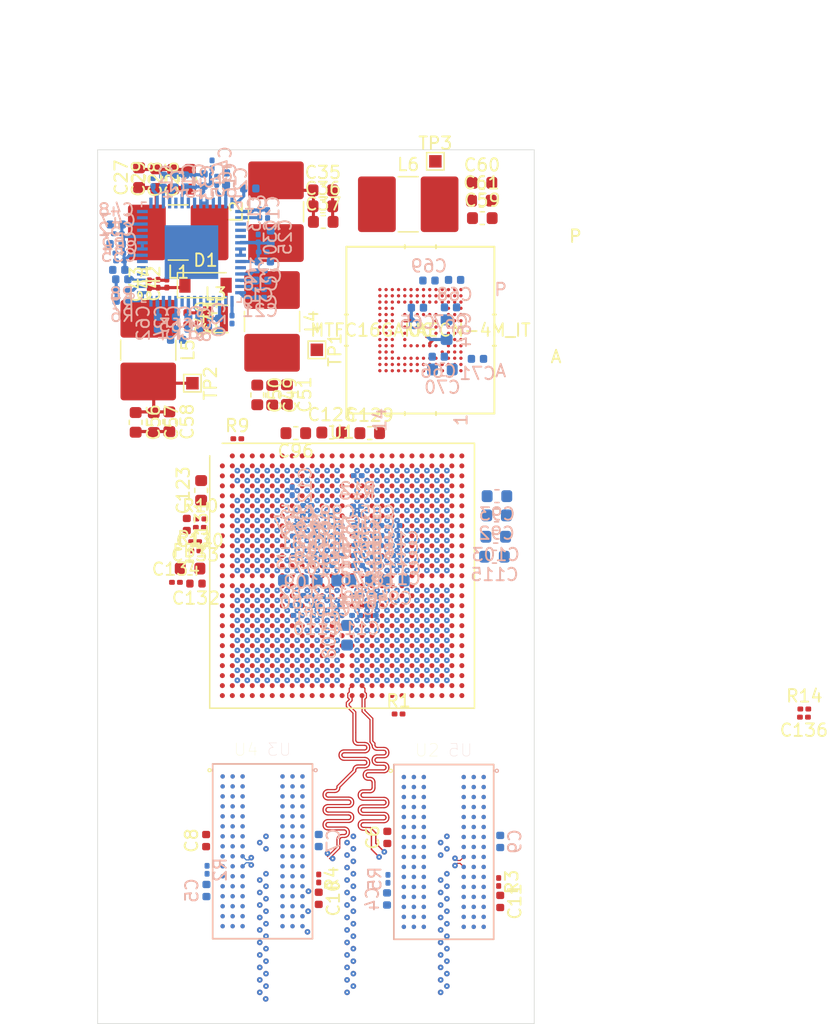
<source format=kicad_pcb>
(kicad_pcb (version 20171130) (host pcbnew 5.1.5+dfsg1-2build2)
  (layers (0 F.Cu signal) (1 GND.Cu power) (2 In1.Cu signal) (3 POWER1.Cu power) (4 POWER2.Cu power) (5 In2.Cu signal) (6 GND2.Cu power) (31 B.Cu signal) (34 B.Paste user) (35 F.Paste user) (36 B.SilkS user) (37 F.SilkS user) (38 B.Mask user) (39 F.Mask user) (44 Edge.Cuts user))
  (net 0 "")
  (net 1 /DDR3_Memory/CPU_DDR3/DRAM_A4)
  (net 2 /DDR3_Memory/CPU_DDR3/DRAM_A15)
  (net 3 /DDR3_Memory/CPU_DDR3/DRAM_A7)
  (net 4 /DDR3_Memory/CPU_DDR3/DRAM_A3)
  (net 5 /DDR3_Memory/CPU_DDR3/DRAM_A14)
  (net 6 /DDR3_Memory/CPU_DDR3/DRAM_A2)
  (net 7 /DDR3_Memory/CPU_DDR3/DRAM_A10)
  (net 8 /DDR3_Memory/CPU_DDR3/DRAM_A8)
  (net 9 /DDR3_Memory/CPU_DDR3/DRAM_A1)
  (net 10 /DDR3_Memory/CPU_DDR3/DRAM_A11)
  (net 11 /DDR3_Memory/CPU_DDR3/DRAM_A6)
  (net 12 /DDR3_Memory/CPU_DDR3/DRAM_A0)
  (net 13 /DDR3_Memory/CPU_DDR3/DRAM_A13)
  (net 14 /DDR3_Memory/CPU_DDR3/DRAM_A12)
  (net 15 /DDR3_Memory/CPU_DDR3/DRAM_A9)
  (net 16 /DDR3_Memory/CPU_DDR3/DRAM_A5)
  (net 17 /SDx_INTERFACE/SD#/SD_D3)
  (net 18 /SDx_INTERFACE/SD#/SD_D1)
  (net 19 /SDx_INTERFACE/SD#/SD_D6)
  (net 20 /SDx_INTERFACE/SD#/SD_D5)
  (net 21 /SDx_INTERFACE/SD#/SD_D0)
  (net 22 /SDx_INTERFACE/SD#/SD_D7)
  (net 23 /SDx_INTERFACE/SD#/SD_D4)
  (net 24 /SDx_INTERFACE/SD#/SD_D2)
  (net 25 /SDx_INTERFACE/SD#/SD_CLK)
  (net 26 "Net-(R1-Pad1)")
  (net 27 GND)
  (net 28 /DDR3_Memory/CPU_DDR3/DRAM_D3)
  (net 29 /DDR3_Memory/CPU_DDR3/DRAM_D10)
  (net 30 /DDR3_Memory/CPU_DDR3/DRAM_D6)
  (net 31 /DDR3_Memory/CPU_DDR3/DRAM_D12)
  (net 32 /DDR3_Memory/CPU_DDR3/DRAM_D14)
  (net 33 /DDR3_Memory/CPU_DDR3/DRAM_D4)
  (net 34 /DDR3_Memory/CPU_DDR3/DRAM_D2)
  (net 35 /DDR3_Memory/CPU_DDR3/DRAM_D13)
  (net 36 /DDR3_Memory/CPU_DDR3/DRAM_D15)
  (net 37 /DDR3_Memory/CPU_DDR3/DRAM_D5)
  (net 38 /DDR3_Memory/CPU_DDR3/DRAM_D0)
  (net 39 /DDR3_Memory/CPU_DDR3/DRAM_D8)
  (net 40 /DDR3_Memory/CPU_DDR3/DRAM_D1)
  (net 41 /DDR3_Memory/CPU_DDR3/DRAM_D7)
  (net 42 /DDR3_Memory/CPU_DDR3/DRAM_D9)
  (net 43 /DDR3_Memory/CPU_DDR3/DRAM_D11)
  (net 44 /DDR3_Memory/CPU_DDR3/+DDR_VREF)
  (net 45 "Net-(R2-Pad1)")
  (net 46 "Net-(R3-Pad1)")
  (net 47 "Net-(R4-Pad1)")
  (net 48 "Net-(R5-Pad1)")
  (net 49 /DDR3_Memory/CPU_DDR3/DRAM_SDCLK_1+)
  (net 50 /DDR3_Memory/CPU_DDR3/DRAM_SDCLK_1-)
  (net 51 /DDR3_Memory/CPU_DDR3/DRAM_SDCLK_0+)
  (net 52 /DDR3_Memory/CPU_DDR3/DRAM_SDCLK_0-)
  (net 53 +3V3)
  (net 54 "Net-(C3-Pad1)")
  (net 55 DDR_VREF)
  (net 56 PMIC_VHALF)
  (net 57 +1v5_DDR)
  (net 58 VGEN1_1v35)
  (net 59 VGEN2_1v35)
  (net 60 VGEN3_1v35)
  (net 61 VGEN4_1v35)
  (net 62 VGEN5_1v35)
  (net 63 VGEN6_1v35)
  (net 64 "Net-(R7-Pad2)")
  (net 65 /SourcePower/+3v0_VSNS)
  (net 66 /SourcePower/3v3_LICELL)
  (net 67 "Net-(C22-Pad1)")
  (net 68 PMIC_INT_B)
  (net 69 POR_B)
  (net 70 "Net-(C23-Pad1)")
  (net 71 "Net-(C24-Pad1)")
  (net 72 SYS_4V2)
  (net 73 "Net-(L1-Pad1)")
  (net 74 +0v75_DDR)
  (net 75 "Net-(L2-Pad1)")
  (net 76 +5V)
  (net 77 /SourcePower/SWBSTLX)
  (net 78 "Net-(L4-Pad1)")
  (net 79 +1v375_SOC)
  (net 80 "Net-(L5-Pad1)")
  (net 81 "Net-(L6-Pad1)")
  (net 82 "Net-(C40-Pad1)")
  (net 83 "Net-(C63-Pad1)")
  (net 84 "Net-(C64-Pad1)")
  (net 85 "Net-(C67-Pad1)")
  (net 86 "Net-(C71-Pad1)")
  (net 87 "Net-(C72-Pad1)")
  (net 88 "Net-(C79-Pad1)")
  (net 89 "Net-(C84-Pad1)")
  (net 90 "Net-(C95-Pad1)")
  (net 91 "Net-(C97-Pad1)")
  (net 92 "Net-(C100-Pad1)")
  (net 93 "Net-(C103-Pad1)")
  (net 94 "Net-(C108-Pad1)")
  (net 95 "Net-(C115-Pad1)")
  (net 96 "Net-(C121-Pad1)")
  (net 97 "Net-(C122-Pad1)")
  (net 98 "Net-(C124-Pad1)")
  (net 99 "Net-(C125-Pad1)")
  (net 100 "Net-(C127-Pad1)")
  (net 101 "Net-(R9-Pad1)")
  (net 102 "Net-(C130-Pad1)")
  (net 103 "Net-(C131-Pad1)")
  (net 104 "Net-(C132-Pad1)")
  (net 105 "Net-(C133-Pad1)")
  (net 106 "Net-(C134-Pad1)")
  (net 107 "Net-(C135-Pad1)")
  (net 108 "Net-(C136-Pad1)")
  (net 109 "Net-(R12-Pad1)")
  (module Capacitor_SMD:C_0201_0603Metric (layer B.Cu) (at 113.5 118.3 180)
    (fp_text reference C121 (at 0 1.05) (layer B.SilkS) (effects (justify mirror)))
    (fp_text value 220nF)
    (pad 2 smd roundrect (at 0.32 0 180) (size 0.46 0.4) (layers B.Cu B.Mask) (net 27 GND))
    (pad 1 smd roundrect (at -0.32 0 180) (size 0.46 0.4) (layers B.Cu B.Mask) (net 96 "Net-(C121-Pad1)"))
  )
  (module Capacitor_SMD:C_0201_0603Metric (layer B.Cu) (at 118.9 116.7)
    (fp_text reference C120 (at 0 1.05) (layer B.SilkS) (effects (justify mirror)))
    (fp_text value 220nF)
    (pad 2 smd roundrect (at 0.32 0) (size 0.46 0.4) (layers B.Cu B.Mask) (net 27 GND))
    (pad 1 smd roundrect (at -0.32 0) (size 0.46 0.4) (layers B.Cu B.Mask) (net 95 "Net-(C115-Pad1)"))
  )
  (module Capacitor_SMD:C_0201_0603Metric (layer B.Cu) (at 119 117.5)
    (fp_text reference C119 (at 0 1.05) (layer B.SilkS) (effects (justify mirror)))
    (fp_text value 220nF)
    (pad 2 smd roundrect (at 0.32 0) (size 0.46 0.4) (layers B.Cu B.Mask) (net 27 GND))
    (pad 1 smd roundrect (at -0.32 0) (size 0.46 0.4) (layers B.Cu B.Mask) (net 95 "Net-(C115-Pad1)"))
  )
  (module Capacitor_SMD:C_0201_0603Metric (layer B.Cu) (at 118.98 118.3)
    (fp_text reference C118 (at 0 1.05) (layer B.SilkS) (effects (justify mirror)))
    (fp_text value 220nF)
    (pad 2 smd roundrect (at 0.32 0) (size 0.46 0.4) (layers B.Cu B.Mask) (net 27 GND))
    (pad 1 smd roundrect (at -0.32 0) (size 0.46 0.4) (layers B.Cu B.Mask) (net 95 "Net-(C115-Pad1)"))
  )
  (module Capacitor_SMD:C_0201_0603Metric (layer B.Cu) (at 118.88 115.9)
    (fp_text reference C117 (at 0 1.05) (layer B.SilkS) (effects (justify mirror)))
    (fp_text value 220nF)
    (pad 2 smd roundrect (at 0.32 0) (size 0.46 0.4) (layers B.Cu B.Mask) (net 27 GND))
    (pad 1 smd roundrect (at -0.32 0) (size 0.46 0.4) (layers B.Cu B.Mask) (net 95 "Net-(C115-Pad1)"))
  )
  (module Capacitor_SMD:C_0201_0603Metric (layer B.Cu) (at 118.88 115.1)
    (fp_text reference C116 (at 0 1.05) (layer B.SilkS) (effects (justify mirror)))
    (fp_text value 220nF)
    (pad 2 smd roundrect (at 0.32 0) (size 0.46 0.4) (layers B.Cu B.Mask) (net 27 GND))
    (pad 1 smd roundrect (at -0.32 0) (size 0.46 0.4) (layers B.Cu B.Mask) (net 95 "Net-(C115-Pad1)"))
  )
  (module Capacitor_SMD:C_0603_1608Metric (layer B.Cu) (at 126.8125 117.6)
    (fp_text reference C115 (at 0 1.43) (layer B.SilkS) (effects (justify mirror)))
    (fp_text value 22uF)
    (pad 2 smd roundrect (at 0.7875 0) (size 0.875 0.95) (layers B.Cu B.Paste B.Mask) (net 27 GND))
    (pad 1 smd roundrect (at -0.7875 0) (size 0.875 0.95) (layers B.Cu B.Paste B.Mask) (net 95 "Net-(C115-Pad1)"))
  )
  (module Capacitor_SMD:C_0201_0603Metric (layer B.Cu) (at 115.72 122.3)
    (fp_text reference C114 (at 0 1.05) (layer B.SilkS) (effects (justify mirror)))
    (fp_text value 220nF)
    (pad 2 smd roundrect (at 0.32 0) (size 0.46 0.4) (layers B.Cu B.Mask) (net 27 GND))
    (pad 1 smd roundrect (at -0.32 0) (size 0.46 0.4) (layers B.Cu B.Mask) (net 94 "Net-(C108-Pad1)"))
  )
  (module Capacitor_SMD:C_0201_0603Metric (layer B.Cu) (at 114.22 122.3 180)
    (fp_text reference C113 (at 0 1.05) (layer B.SilkS) (effects (justify mirror)))
    (fp_text value 220nF)
    (pad 2 smd roundrect (at 0.32 0 180) (size 0.46 0.4) (layers B.Cu B.Mask) (net 27 GND))
    (pad 1 smd roundrect (at -0.32 0 180) (size 0.46 0.4) (layers B.Cu B.Mask) (net 94 "Net-(C108-Pad1)"))
  )
  (module Capacitor_SMD:C_0201_0603Metric (layer B.Cu) (at 114.12 121.5 180)
    (fp_text reference C112 (at 0 1.05) (layer B.SilkS) (effects (justify mirror)))
    (fp_text value 220nF)
    (pad 2 smd roundrect (at 0.32 0 180) (size 0.46 0.4) (layers B.Cu B.Mask) (net 27 GND))
    (pad 1 smd roundrect (at -0.32 0 180) (size 0.46 0.4) (layers B.Cu B.Mask) (net 94 "Net-(C108-Pad1)"))
  )
  (module Capacitor_SMD:C_0201_0603Metric (layer B.Cu) (at 112.62 121.5)
    (fp_text reference C111 (at 0 1.05) (layer B.SilkS) (effects (justify mirror)))
    (fp_text value 220nF)
    (pad 2 smd roundrect (at 0.32 0) (size 0.46 0.4) (layers B.Cu B.Mask) (net 27 GND))
    (pad 1 smd roundrect (at -0.32 0) (size 0.46 0.4) (layers B.Cu B.Mask) (net 94 "Net-(C108-Pad1)"))
  )
  (module Capacitor_SMD:C_0201_0603Metric (layer B.Cu) (at 112.58 122.3)
    (fp_text reference C110 (at 0 1.05) (layer B.SilkS) (effects (justify mirror)))
    (fp_text value 220nF)
    (pad 2 smd roundrect (at 0.32 0) (size 0.46 0.4) (layers B.Cu B.Mask) (net 27 GND))
    (pad 1 smd roundrect (at -0.32 0) (size 0.46 0.4) (layers B.Cu B.Mask) (net 94 "Net-(C108-Pad1)"))
  )
  (module Capacitor_SMD:C_0201_0603Metric (layer B.Cu) (at 111.82 120.7 180)
    (fp_text reference C109 (at 0 1.05) (layer B.SilkS) (effects (justify mirror)))
    (fp_text value 220nF)
    (pad 2 smd roundrect (at 0.32 0 180) (size 0.46 0.4) (layers B.Cu B.Mask) (net 27 GND))
    (pad 1 smd roundrect (at -0.32 0 180) (size 0.46 0.4) (layers B.Cu B.Mask) (net 94 "Net-(C108-Pad1)"))
  )
  (module Capacitor_SMD:C_0603_1608Metric (layer B.Cu) (at 115 123.8875 270)
    (fp_text reference C108 (at 0 1.43 90) (layer B.SilkS) (effects (justify mirror)))
    (fp_text value 22uF)
    (pad 2 smd roundrect (at 0.7875 0 270) (size 0.875 0.95) (layers B.Cu B.Paste B.Mask) (net 27 GND))
    (pad 1 smd roundrect (at -0.7875 0 270) (size 0.875 0.95) (layers B.Cu B.Paste B.Mask) (net 94 "Net-(C108-Pad1)"))
  )
  (module Capacitor_SMD:C_0201_0603Metric (layer B.Cu) (at 114.2 115.9 180)
    (fp_text reference C102 (at 0 1.05) (layer B.SilkS) (effects (justify mirror)))
    (fp_text value 220nF)
    (pad 2 smd roundrect (at 0.32 0 180) (size 0.46 0.4) (layers B.Cu B.Mask) (net 27 GND))
    (pad 1 smd roundrect (at -0.32 0 180) (size 0.46 0.4) (layers B.Cu B.Mask) (net 92 "Net-(C100-Pad1)"))
  )
  (module Capacitor_SMD:C_0201_0603Metric (layer B.Cu) (at 114.2 116.7 180)
    (fp_text reference C101 (at 0 1.05) (layer B.SilkS) (effects (justify mirror)))
    (fp_text value 220nF)
    (pad 2 smd roundrect (at 0.32 0 180) (size 0.46 0.4) (layers B.Cu B.Mask) (net 27 GND))
    (pad 1 smd roundrect (at -0.32 0 180) (size 0.46 0.4) (layers B.Cu B.Mask) (net 92 "Net-(C100-Pad1)"))
  )
  (module Capacitor_SMD:C_0201_0603Metric (layer B.Cu) (at 114.22 117.5 180)
    (fp_text reference C100 (at 0 1.05) (layer B.SilkS) (effects (justify mirror)))
    (fp_text value 220nF)
    (pad 2 smd roundrect (at 0.32 0 180) (size 0.46 0.4) (layers B.Cu B.Mask) (net 27 GND))
    (pad 1 smd roundrect (at -0.32 0 180) (size 0.46 0.4) (layers B.Cu B.Mask) (net 92 "Net-(C100-Pad1)"))
  )
  (module Capacitor_SMD:C_0201_0603Metric (layer B.Cu) (at 114.22 115.1 180)
    (fp_text reference C99 (at 0 1.05) (layer B.SilkS) (effects (justify mirror)))
    (fp_text value 220nF)
    (pad 2 smd roundrect (at 0.32 0 180) (size 0.46 0.4) (layers B.Cu B.Mask) (net 27 GND))
    (pad 1 smd roundrect (at -0.32 0 180) (size 0.46 0.4) (layers B.Cu B.Mask) (net 92 "Net-(C100-Pad1)"))
  )
  (module Capacitor_SMD:C_0603_1608Metric (layer B.Cu) (at 113.3875 119.5 180)
    (fp_text reference C98 (at 0 1.43) (layer B.SilkS) (effects (justify mirror)))
    (fp_text value 22uF)
    (pad 2 smd roundrect (at 0.7875 0 180) (size 0.875 0.95) (layers B.Cu B.Paste B.Mask) (net 27 GND))
    (pad 1 smd roundrect (at -0.7875 0 180) (size 0.875 0.95) (layers B.Cu B.Paste B.Mask) (net 92 "Net-(C100-Pad1)"))
  )
  (module Capacitor_SMD:C_0201_0603Metric (layer B.Cu) (at 113.38 114.3)
    (fp_text reference C97 (at 0 1.05) (layer B.SilkS) (effects (justify mirror)))
    (fp_text value 220nF)
    (pad 2 smd roundrect (at 0.32 0) (size 0.46 0.4) (layers B.Cu B.Mask) (net 27 GND))
    (pad 1 smd roundrect (at -0.32 0) (size 0.46 0.4) (layers B.Cu B.Mask) (net 91 "Net-(C97-Pad1)"))
  )
  (module Capacitor_SMD:C_0603_1608Metric (layer F.Cu) (at 110.8875 107.7 180)
    (fp_text reference C96 (at 0 -1.43) (layer F.SilkS))
    (fp_text value 22uF)
    (pad 2 smd roundrect (at 0.7875 0 180) (size 0.875 0.95) (layers F.Cu F.Paste F.Mask) (net 27 GND))
    (pad 1 smd roundrect (at -0.7875 0 180) (size 0.875 0.95) (layers F.Cu F.Paste F.Mask) (net 90 "Net-(C95-Pad1)"))
  )
  (module Capacitor_SMD:C_0201_0603Metric (layer B.Cu) (at 111.02 115.1 180)
    (fp_text reference C95 (at 0 1.05) (layer B.SilkS) (effects (justify mirror)))
    (fp_text value 220nF)
    (pad 2 smd roundrect (at 0.32 0 180) (size 0.46 0.4) (layers B.Cu B.Mask) (net 27 GND))
    (pad 1 smd roundrect (at -0.32 0 180) (size 0.46 0.4) (layers B.Cu B.Mask) (net 90 "Net-(C95-Pad1)"))
  )
  (module Capacitor_SMD:C_0603_1608Metric (layer B.Cu) (at 118.7875 119.5)
    (fp_text reference C94 (at 0 1.43) (layer B.SilkS) (effects (justify mirror)))
    (fp_text value 22uF)
    (pad 2 smd roundrect (at 0.7875 0) (size 0.875 0.95) (layers B.Cu B.Paste B.Mask) (net 27 GND))
    (pad 1 smd roundrect (at -0.7875 0) (size 0.875 0.95) (layers B.Cu B.Paste B.Mask) (net 89 "Net-(C84-Pad1)"))
  )
  (module Capacitor_SMD:C_0603_1608Metric (layer B.Cu) (at 127.0125 112.75)
    (fp_text reference C93 (at 0 1.43) (layer B.SilkS) (effects (justify mirror)))
    (fp_text value 22uF)
    (pad 2 smd roundrect (at 0.7875 0) (size 0.875 0.95) (layers B.Cu B.Paste B.Mask) (net 27 GND))
    (pad 1 smd roundrect (at -0.7875 0) (size 0.875 0.95) (layers B.Cu B.Paste B.Mask) (net 89 "Net-(C84-Pad1)"))
  )
  (module Capacitor_SMD:C_0603_1608Metric (layer B.Cu) (at 126.98 114.29)
    (fp_text reference C92 (at 0 1.43) (layer B.SilkS) (effects (justify mirror)))
    (fp_text value 22uF)
    (pad 2 smd roundrect (at 0.7875 0) (size 0.875 0.95) (layers B.Cu B.Paste B.Mask) (net 27 GND))
    (pad 1 smd roundrect (at -0.7875 0) (size 0.875 0.95) (layers B.Cu B.Paste B.Mask) (net 89 "Net-(C84-Pad1)"))
  )
  (module Capacitor_SMD:C_0201_0603Metric (layer B.Cu) (at 117.42 115.9 180)
    (fp_text reference C91 (at 0 1.05) (layer B.SilkS) (effects (justify mirror)))
    (fp_text value 220nF)
    (pad 2 smd roundrect (at 0.32 0 180) (size 0.46 0.4) (layers B.Cu B.Mask) (net 27 GND))
    (pad 1 smd roundrect (at -0.32 0 180) (size 0.46 0.4) (layers B.Cu B.Mask) (net 89 "Net-(C84-Pad1)"))
  )
  (module Capacitor_SMD:C_0201_0603Metric (layer B.Cu) (at 117.4 118.3 180)
    (fp_text reference C90 (at 0 1.05) (layer B.SilkS) (effects (justify mirror)))
    (fp_text value 220nF)
    (pad 2 smd roundrect (at 0.32 0 180) (size 0.46 0.4) (layers B.Cu B.Mask) (net 27 GND))
    (pad 1 smd roundrect (at -0.32 0 180) (size 0.46 0.4) (layers B.Cu B.Mask) (net 89 "Net-(C84-Pad1)"))
  )
  (module Capacitor_SMD:C_0201_0603Metric (layer B.Cu) (at 116.98 122.3 180)
    (fp_text reference C89 (at 0 1.05) (layer B.SilkS) (effects (justify mirror)))
    (fp_text value 220nF)
    (pad 2 smd roundrect (at 0.32 0 180) (size 0.46 0.4) (layers B.Cu B.Mask) (net 27 GND))
    (pad 1 smd roundrect (at -0.32 0 180) (size 0.46 0.4) (layers B.Cu B.Mask) (net 89 "Net-(C84-Pad1)"))
  )
  (module Capacitor_SMD:C_0201_0603Metric (layer B.Cu) (at 117.38 117.6 180)
    (fp_text reference C88 (at 0 1.05) (layer B.SilkS) (effects (justify mirror)))
    (fp_text value 220nF)
    (pad 2 smd roundrect (at 0.32 0 180) (size 0.46 0.4) (layers B.Cu B.Mask) (net 27 GND))
    (pad 1 smd roundrect (at -0.32 0 180) (size 0.46 0.4) (layers B.Cu B.Mask) (net 89 "Net-(C84-Pad1)"))
  )
  (module Capacitor_SMD:C_0201_0603Metric (layer B.Cu) (at 117.32 120.7 180)
    (fp_text reference C87 (at 0 1.05) (layer B.SilkS) (effects (justify mirror)))
    (fp_text value 220nF)
    (pad 2 smd roundrect (at 0.32 0 180) (size 0.46 0.4) (layers B.Cu B.Mask) (net 27 GND))
    (pad 1 smd roundrect (at -0.32 0 180) (size 0.46 0.4) (layers B.Cu B.Mask) (net 89 "Net-(C84-Pad1)"))
  )
  (module Capacitor_SMD:C_0201_0603Metric (layer B.Cu) (at 116.92 121.5 180)
    (fp_text reference C86 (at 0 1.05) (layer B.SilkS) (effects (justify mirror)))
    (fp_text value 220nF)
    (pad 2 smd roundrect (at 0.32 0 180) (size 0.46 0.4) (layers B.Cu B.Mask) (net 27 GND))
    (pad 1 smd roundrect (at -0.32 0 180) (size 0.46 0.4) (layers B.Cu B.Mask) (net 89 "Net-(C84-Pad1)"))
  )
  (module Capacitor_SMD:C_0201_0603Metric (layer B.Cu) (at 117.42 115.1 180)
    (fp_text reference C85 (at 0 1.05) (layer B.SilkS) (effects (justify mirror)))
    (fp_text value 220nF)
    (pad 2 smd roundrect (at 0.32 0 180) (size 0.46 0.4) (layers B.Cu B.Mask) (net 27 GND))
    (pad 1 smd roundrect (at -0.32 0 180) (size 0.46 0.4) (layers B.Cu B.Mask) (net 89 "Net-(C84-Pad1)"))
  )
  (module Capacitor_SMD:C_0201_0603Metric (layer B.Cu) (at 117.38 116.7 180)
    (fp_text reference C84 (at 0 1.05) (layer B.SilkS) (effects (justify mirror)))
    (fp_text value 220nF)
    (pad 2 smd roundrect (at 0.32 0 180) (size 0.46 0.4) (layers B.Cu B.Mask) (net 27 GND))
    (pad 1 smd roundrect (at -0.32 0 180) (size 0.46 0.4) (layers B.Cu B.Mask) (net 89 "Net-(C84-Pad1)"))
  )
  (module Capacitor_SMD:C_0603_1608Metric (layer B.Cu) (at 110.6875 119.5 180)
    (fp_text reference C83 (at 0 1.43) (layer B.SilkS) (effects (justify mirror)))
    (fp_text value 22uF)
    (pad 2 smd roundrect (at 0.7875 0 180) (size 0.875 0.95) (layers B.Cu B.Paste B.Mask) (net 27 GND))
    (pad 1 smd roundrect (at -0.7875 0 180) (size 0.875 0.95) (layers B.Cu B.Paste B.Mask) (net 88 "Net-(C79-Pad1)"))
  )
  (module Capacitor_SMD:C_0201_0603Metric (layer B.Cu) (at 110.92 121.5 180)
    (fp_text reference C82 (at 0 1.05) (layer B.SilkS) (effects (justify mirror)))
    (fp_text value 220nF)
    (pad 2 smd roundrect (at 0.32 0 180) (size 0.46 0.4) (layers B.Cu B.Mask) (net 27 GND))
    (pad 1 smd roundrect (at -0.32 0 180) (size 0.46 0.4) (layers B.Cu B.Mask) (net 88 "Net-(C79-Pad1)"))
  )
  (module Capacitor_SMD:C_0201_0603Metric (layer B.Cu) (at 111.02 117.5 180)
    (fp_text reference C81 (at 0 1.05) (layer B.SilkS) (effects (justify mirror)))
    (fp_text value 220nF)
    (pad 2 smd roundrect (at 0.32 0 180) (size 0.46 0.4) (layers B.Cu B.Mask) (net 27 GND))
    (pad 1 smd roundrect (at -0.32 0 180) (size 0.46 0.4) (layers B.Cu B.Mask) (net 88 "Net-(C79-Pad1)"))
  )
  (module Capacitor_SMD:C_0201_0603Metric (layer B.Cu) (at 111.02 122.3 180)
    (fp_text reference C80 (at 0 1.05) (layer B.SilkS) (effects (justify mirror)))
    (fp_text value 220nF)
    (pad 2 smd roundrect (at 0.32 0 180) (size 0.46 0.4) (layers B.Cu B.Mask) (net 27 GND))
    (pad 1 smd roundrect (at -0.32 0 180) (size 0.46 0.4) (layers B.Cu B.Mask) (net 88 "Net-(C79-Pad1)"))
  )
  (module Capacitor_SMD:C_0201_0603Metric (layer B.Cu) (at 111.02 116.7 180)
    (fp_text reference C79 (at 0 1.05) (layer B.SilkS) (effects (justify mirror)))
    (fp_text value 220nF)
    (pad 2 smd roundrect (at 0.32 0 180) (size 0.46 0.4) (layers B.Cu B.Mask) (net 27 GND))
    (pad 1 smd roundrect (at -0.32 0 180) (size 0.46 0.4) (layers B.Cu B.Mask) (net 88 "Net-(C79-Pad1)"))
  )
  (module Capacitor_SMD:C_0603_1608Metric (layer B.Cu) (at 116.0875 119.5)
    (fp_text reference C78 (at 0 1.43) (layer B.SilkS) (effects (justify mirror)))
    (fp_text value 22uF)
    (pad 2 smd roundrect (at 0.7875 0) (size 0.875 0.95) (layers B.Cu B.Paste B.Mask) (net 27 GND))
    (pad 1 smd roundrect (at -0.7875 0) (size 0.875 0.95) (layers B.Cu B.Paste B.Mask) (net 87 "Net-(C72-Pad1)"))
  )
  (module Capacitor_SMD:C_0201_0603Metric (layer B.Cu) (at 115.8 120.7)
    (fp_text reference C77 (at 0 1.05) (layer B.SilkS) (effects (justify mirror)))
    (fp_text value 220nF)
    (pad 2 smd roundrect (at 0.32 0) (size 0.46 0.4) (layers B.Cu B.Mask) (net 27 GND))
    (pad 1 smd roundrect (at -0.32 0) (size 0.46 0.4) (layers B.Cu B.Mask) (net 87 "Net-(C72-Pad1)"))
  )
  (module Capacitor_SMD:C_0201_0603Metric (layer B.Cu) (at 115.88 118.3)
    (fp_text reference C76 (at 0 1.05) (layer B.SilkS) (effects (justify mirror)))
    (fp_text value 220nF)
    (pad 2 smd roundrect (at 0.32 0) (size 0.46 0.4) (layers B.Cu B.Mask) (net 27 GND))
    (pad 1 smd roundrect (at -0.32 0) (size 0.46 0.4) (layers B.Cu B.Mask) (net 87 "Net-(C72-Pad1)"))
  )
  (module Capacitor_SMD:C_0201_0603Metric (layer B.Cu) (at 115.88 117.5)
    (fp_text reference C75 (at 0 1.05) (layer B.SilkS) (effects (justify mirror)))
    (fp_text value 220nF)
    (pad 2 smd roundrect (at 0.32 0) (size 0.46 0.4) (layers B.Cu B.Mask) (net 27 GND))
    (pad 1 smd roundrect (at -0.32 0) (size 0.46 0.4) (layers B.Cu B.Mask) (net 87 "Net-(C72-Pad1)"))
  )
  (module Capacitor_SMD:C_0201_0603Metric (layer B.Cu) (at 115.92 115.9)
    (fp_text reference C74 (at 0 1.05) (layer B.SilkS) (effects (justify mirror)))
    (fp_text value 220nF)
    (pad 2 smd roundrect (at 0.32 0) (size 0.46 0.4) (layers B.Cu B.Mask) (net 27 GND))
    (pad 1 smd roundrect (at -0.32 0) (size 0.46 0.4) (layers B.Cu B.Mask) (net 87 "Net-(C72-Pad1)"))
  )
  (module Capacitor_SMD:C_0201_0603Metric (layer B.Cu) (at 115.9 116.7)
    (fp_text reference C73 (at 0 1.05) (layer B.SilkS) (effects (justify mirror)))
    (fp_text value 220nF)
    (pad 2 smd roundrect (at 0.32 0) (size 0.46 0.4) (layers B.Cu B.Mask) (net 27 GND))
    (pad 1 smd roundrect (at -0.32 0) (size 0.46 0.4) (layers B.Cu B.Mask) (net 87 "Net-(C72-Pad1)"))
  )
  (module Capacitor_SMD:C_0201_0603Metric (layer B.Cu) (at 115.88 115.1)
    (fp_text reference C72 (at 0 1.05) (layer B.SilkS) (effects (justify mirror)))
    (fp_text value 220nF)
    (pad 2 smd roundrect (at 0.32 0) (size 0.46 0.4) (layers B.Cu B.Mask) (net 27 GND))
    (pad 1 smd roundrect (at -0.32 0) (size 0.46 0.4) (layers B.Cu B.Mask) (net 87 "Net-(C72-Pad1)"))
  )
  (module Package_BGA:BGA-624_21.0x21.0mm_Layout25x25_P0.8mm (layer F.Cu) (at 114.6 119.125)
    (fp_text reference U1 (at 0 -11.5) (layer F.SilkS))
    (fp_text value MCIMX6QP5EVT)
    (pad A2 smd circle (at -8.8 -9.6) (size 0.4 0.4) (layers F.Cu F.Paste F.Mask) (net 101 "Net-(R9-Pad1)"))
    (pad A3 smd circle (at -8 -9.6) (size 0.4 0.4) (layers F.Cu F.Paste F.Mask))
    (pad A4 smd circle (at -7.2 -9.6) (size 0.4 0.4) (layers F.Cu F.Paste F.Mask) (net 27 GND))
    (pad A5 smd circle (at -6.4 -9.6) (size 0.4 0.4) (layers F.Cu F.Paste F.Mask))
    (pad A6 smd circle (at -5.6 -9.6) (size 0.4 0.4) (layers F.Cu F.Paste F.Mask))
    (pad A7 smd circle (at -4.8 -9.6) (size 0.4 0.4) (layers F.Cu F.Paste F.Mask))
    (pad A8 smd circle (at -4 -9.6) (size 0.4 0.4) (layers F.Cu F.Paste F.Mask) (net 27 GND))
    (pad A9 smd circle (at -3.2 -9.6) (size 0.4 0.4) (layers F.Cu F.Paste F.Mask))
    (pad A10 smd circle (at -2.4 -9.6) (size 0.4 0.4) (layers F.Cu F.Paste F.Mask))
    (pad A11 smd circle (at -1.6 -9.6) (size 0.4 0.4) (layers F.Cu F.Paste F.Mask))
    (pad A12 smd circle (at -0.8 -9.6) (size 0.4 0.4) (layers F.Cu F.Paste F.Mask))
    (pad A13 smd circle (at 0 -9.6) (size 0.4 0.4) (layers F.Cu F.Paste F.Mask) (net 27 GND))
    (pad A14 smd circle (at 0.8 -9.6) (size 0.4 0.4) (layers F.Cu F.Paste F.Mask))
    (pad A15 smd circle (at 1.6 -9.6) (size 0.4 0.4) (layers F.Cu F.Paste F.Mask))
    (pad A16 smd circle (at 2.4 -9.6) (size 0.4 0.4) (layers F.Cu F.Paste F.Mask))
    (pad A17 smd circle (at 3.2 -9.6) (size 0.4 0.4) (layers F.Cu F.Paste F.Mask))
    (pad A18 smd circle (at 4 -9.6) (size 0.4 0.4) (layers F.Cu F.Paste F.Mask))
    (pad A19 smd circle (at 4.8 -9.6) (size 0.4 0.4) (layers F.Cu F.Paste F.Mask))
    (pad A20 smd circle (at 5.6 -9.6) (size 0.4 0.4) (layers F.Cu F.Paste F.Mask) (net 17 /SDx_INTERFACE/SD#/SD_D3))
    (pad A21 smd circle (at 6.4 -9.6) (size 0.4 0.4) (layers F.Cu F.Paste F.Mask))
    (pad A22 smd circle (at 7.2 -9.6) (size 0.4 0.4) (layers F.Cu F.Paste F.Mask))
    (pad A23 smd circle (at 8 -9.6) (size 0.4 0.4) (layers F.Cu F.Paste F.Mask))
    (pad A24 smd circle (at 8.8 -9.6) (size 0.4 0.4) (layers F.Cu F.Paste F.Mask))
    (pad A25 smd circle (at 9.6 -9.6) (size 0.4 0.4) (layers F.Cu F.Paste F.Mask) (net 27 GND))
    (pad B1 smd circle (at -9.6 -8.8) (size 0.4 0.4) (layers F.Cu F.Paste F.Mask))
    (pad B2 smd circle (at -8.8 -8.8) (size 0.4 0.4) (layers F.Cu F.Paste F.Mask))
    (pad B3 smd circle (at -8 -8.8) (size 0.4 0.4) (layers F.Cu F.Paste F.Mask))
    (pad B4 smd circle (at -7.2 -8.8) (size 0.4 0.4) (layers F.Cu F.Paste F.Mask) (net 27 GND))
    (pad B5 smd circle (at -6.4 -8.8) (size 0.4 0.4) (layers F.Cu F.Paste F.Mask))
    (pad B6 smd circle (at -5.6 -8.8) (size 0.4 0.4) (layers F.Cu F.Paste F.Mask))
    (pad B7 smd circle (at -4.8 -8.8) (size 0.4 0.4) (layers F.Cu F.Paste F.Mask))
    (pad B8 smd circle (at -4 -8.8) (size 0.4 0.4) (layers F.Cu F.Paste F.Mask))
    (pad B9 smd circle (at -3.2 -8.8) (size 0.4 0.4) (layers F.Cu F.Paste F.Mask))
    (pad B10 smd circle (at -2.4 -8.8) (size 0.4 0.4) (layers F.Cu F.Paste F.Mask))
    (pad B11 smd circle (at -1.6 -8.8) (size 0.4 0.4) (layers F.Cu F.Paste F.Mask))
    (pad B12 smd circle (at -0.8 -8.8) (size 0.4 0.4) (layers F.Cu F.Paste F.Mask))
    (pad B13 smd circle (at 0 -8.8) (size 0.4 0.4) (layers F.Cu F.Paste F.Mask))
    (pad B14 smd circle (at 0.8 -8.8) (size 0.4 0.4) (layers F.Cu F.Paste F.Mask))
    (pad B15 smd circle (at 1.6 -8.8) (size 0.4 0.4) (layers F.Cu F.Paste F.Mask))
    (pad B16 smd circle (at 2.4 -8.8) (size 0.4 0.4) (layers F.Cu F.Paste F.Mask))
    (pad B17 smd circle (at 3.2 -8.8) (size 0.4 0.4) (layers F.Cu F.Paste F.Mask))
    (pad B18 smd circle (at 4 -8.8) (size 0.4 0.4) (layers F.Cu F.Paste F.Mask))
    (pad B19 smd circle (at 4.8 -8.8) (size 0.4 0.4) (layers F.Cu F.Paste F.Mask) (net 18 /SDx_INTERFACE/SD#/SD_D1))
    (pad B20 smd circle (at 5.6 -8.8) (size 0.4 0.4) (layers F.Cu F.Paste F.Mask) (net 19 /SDx_INTERFACE/SD#/SD_D6))
    (pad B21 smd circle (at 6.4 -8.8) (size 0.4 0.4) (layers F.Cu F.Paste F.Mask))
    (pad B22 smd circle (at 7.2 -8.8) (size 0.4 0.4) (layers F.Cu F.Paste F.Mask))
    (pad B23 smd circle (at 8 -8.8) (size 0.4 0.4) (layers F.Cu F.Paste F.Mask))
    (pad B24 smd circle (at 8.8 -8.8) (size 0.4 0.4) (layers F.Cu F.Paste F.Mask))
    (pad B25 smd circle (at 9.6 -8.8) (size 0.4 0.4) (layers F.Cu F.Paste F.Mask))
    (pad C1 smd circle (at -9.6 -8) (size 0.4 0.4) (layers F.Cu F.Paste F.Mask) (net 27 GND))
    (pad C2 smd circle (at -8.8 -8) (size 0.4 0.4) (layers F.Cu F.Paste F.Mask))
    (pad C3 smd circle (at -8 -8) (size 0.4 0.4) (layers F.Cu F.Paste F.Mask))
    (pad C4 smd circle (at -7.2 -8) (size 0.4 0.4) (layers F.Cu F.Paste F.Mask) (net 27 GND))
    (pad C5 smd circle (at -6.4 -8) (size 0.4 0.4) (layers F.Cu F.Paste F.Mask))
    (pad C6 smd circle (at -5.6 -8) (size 0.4 0.4) (layers F.Cu F.Paste F.Mask) (net 27 GND))
    (pad C7 smd circle (at -4.8 -8) (size 0.4 0.4) (layers F.Cu F.Paste F.Mask))
    (pad C8 smd circle (at -4 -8) (size 0.4 0.4) (layers F.Cu F.Paste F.Mask))
    (pad C9 smd circle (at -3.2 -8) (size 0.4 0.4) (layers F.Cu F.Paste F.Mask))
    (pad C10 smd circle (at -2.4 -8) (size 0.4 0.4) (layers F.Cu F.Paste F.Mask) (net 27 GND))
    (pad C11 smd circle (at -1.6 -8) (size 0.4 0.4) (layers F.Cu F.Paste F.Mask))
    (pad C12 smd circle (at -0.8 -8) (size 0.4 0.4) (layers F.Cu F.Paste F.Mask))
    (pad C13 smd circle (at 0 -8) (size 0.4 0.4) (layers F.Cu F.Paste F.Mask))
    (pad C14 smd circle (at 0.8 -8) (size 0.4 0.4) (layers F.Cu F.Paste F.Mask) (net 109 "Net-(R12-Pad1)"))
    (pad C15 smd circle (at 1.6 -8) (size 0.4 0.4) (layers F.Cu F.Paste F.Mask))
    (pad C16 smd circle (at 2.4 -8) (size 0.4 0.4) (layers F.Cu F.Paste F.Mask))
    (pad C17 smd circle (at 3.2 -8) (size 0.4 0.4) (layers F.Cu F.Paste F.Mask))
    (pad C18 smd circle (at 4 -8) (size 0.4 0.4) (layers F.Cu F.Paste F.Mask))
    (pad C19 smd circle (at 4.8 -8) (size 0.4 0.4) (layers F.Cu F.Paste F.Mask) (net 20 /SDx_INTERFACE/SD#/SD_D5))
    (pad C20 smd circle (at 5.6 -8) (size 0.4 0.4) (layers F.Cu F.Paste F.Mask))
    (pad C21 smd circle (at 6.4 -8) (size 0.4 0.4) (layers F.Cu F.Paste F.Mask))
    (pad C22 smd circle (at 7.2 -8) (size 0.4 0.4) (layers F.Cu F.Paste F.Mask))
    (pad C23 smd circle (at 8 -8) (size 0.4 0.4) (layers F.Cu F.Paste F.Mask))
    (pad C24 smd circle (at 8.8 -8) (size 0.4 0.4) (layers F.Cu F.Paste F.Mask))
    (pad C25 smd circle (at 9.6 -8) (size 0.4 0.4) (layers F.Cu F.Paste F.Mask))
    (pad D1 smd circle (at -9.6 -7.2) (size 0.4 0.4) (layers F.Cu F.Paste F.Mask))
    (pad D2 smd circle (at -8.8 -7.2) (size 0.4 0.4) (layers F.Cu F.Paste F.Mask))
    (pad D3 smd circle (at -8 -7.2) (size 0.4 0.4) (layers F.Cu F.Paste F.Mask) (net 27 GND))
    (pad D4 smd circle (at -7.2 -7.2) (size 0.4 0.4) (layers F.Cu F.Paste F.Mask))
    (pad D5 smd circle (at -6.4 -7.2) (size 0.4 0.4) (layers F.Cu F.Paste F.Mask))
    (pad D6 smd circle (at -5.6 -7.2) (size 0.4 0.4) (layers F.Cu F.Paste F.Mask) (net 27 GND))
    (pad D7 smd circle (at -4.8 -7.2) (size 0.4 0.4) (layers F.Cu F.Paste F.Mask))
    (pad D8 smd circle (at -4 -7.2) (size 0.4 0.4) (layers F.Cu F.Paste F.Mask) (net 27 GND))
    (pad D9 smd circle (at -3.2 -7.2) (size 0.4 0.4) (layers F.Cu F.Paste F.Mask))
    (pad D10 smd circle (at -2.4 -7.2) (size 0.4 0.4) (layers F.Cu F.Paste F.Mask))
    (pad D11 smd circle (at -1.6 -7.2) (size 0.4 0.4) (layers F.Cu F.Paste F.Mask))
    (pad D12 smd circle (at -0.8 -7.2) (size 0.4 0.4) (layers F.Cu F.Paste F.Mask))
    (pad D13 smd circle (at 0 -7.2) (size 0.4 0.4) (layers F.Cu F.Paste F.Mask))
    (pad D14 smd circle (at 0.8 -7.2) (size 0.4 0.4) (layers F.Cu F.Paste F.Mask))
    (pad D15 smd circle (at 1.6 -7.2) (size 0.4 0.4) (layers F.Cu F.Paste F.Mask))
    (pad D16 smd circle (at 2.4 -7.2) (size 0.4 0.4) (layers F.Cu F.Paste F.Mask))
    (pad D17 smd circle (at 3.2 -7.2) (size 0.4 0.4) (layers F.Cu F.Paste F.Mask))
    (pad D18 smd circle (at 4 -7.2) (size 0.4 0.4) (layers F.Cu F.Paste F.Mask) (net 21 /SDx_INTERFACE/SD#/SD_D0))
    (pad D19 smd circle (at 4.8 -7.2) (size 0.4 0.4) (layers F.Cu F.Paste F.Mask) (net 22 /SDx_INTERFACE/SD#/SD_D7))
    (pad D20 smd circle (at 5.6 -7.2) (size 0.4 0.4) (layers F.Cu F.Paste F.Mask))
    (pad D21 smd circle (at 6.4 -7.2) (size 0.4 0.4) (layers F.Cu F.Paste F.Mask))
    (pad D22 smd circle (at 7.2 -7.2) (size 0.4 0.4) (layers F.Cu F.Paste F.Mask))
    (pad D23 smd circle (at 8 -7.2) (size 0.4 0.4) (layers F.Cu F.Paste F.Mask))
    (pad D24 smd circle (at 8.8 -7.2) (size 0.4 0.4) (layers F.Cu F.Paste F.Mask))
    (pad D25 smd circle (at 9.6 -7.2) (size 0.4 0.4) (layers F.Cu F.Paste F.Mask))
    (pad E1 smd circle (at -9.6 -6.4) (size 0.4 0.4) (layers F.Cu F.Paste F.Mask))
    (pad E2 smd circle (at -8.8 -6.4) (size 0.4 0.4) (layers F.Cu F.Paste F.Mask))
    (pad E3 smd circle (at -8 -6.4) (size 0.4 0.4) (layers F.Cu F.Paste F.Mask))
    (pad E4 smd circle (at -7.2 -6.4) (size 0.4 0.4) (layers F.Cu F.Paste F.Mask))
    (pad E5 smd circle (at -6.4 -6.4) (size 0.4 0.4) (layers F.Cu F.Paste F.Mask) (net 27 GND))
    (pad E6 smd circle (at -5.6 -6.4) (size 0.4 0.4) (layers F.Cu F.Paste F.Mask) (net 27 GND))
    (pad E7 smd circle (at -4.8 -6.4) (size 0.4 0.4) (layers F.Cu F.Paste F.Mask) (net 27 GND))
    (pad E8 smd circle (at -4 -6.4) (size 0.4 0.4) (layers F.Cu F.Paste F.Mask) (net 97 "Net-(C122-Pad1)"))
    (pad E9 smd circle (at -3.2 -6.4) (size 0.4 0.4) (layers F.Cu F.Paste F.Mask))
    (pad E10 smd circle (at -2.4 -6.4) (size 0.4 0.4) (layers F.Cu F.Paste F.Mask))
    (pad E11 smd circle (at -1.6 -6.4) (size 0.4 0.4) (layers F.Cu F.Paste F.Mask))
    (pad E12 smd circle (at -0.8 -6.4) (size 0.4 0.4) (layers F.Cu F.Paste F.Mask))
    (pad E13 smd circle (at 0 -6.4) (size 0.4 0.4) (layers F.Cu F.Paste F.Mask))
    (pad E14 smd circle (at 0.8 -6.4) (size 0.4 0.4) (layers F.Cu F.Paste F.Mask))
    (pad E15 smd circle (at 1.6 -6.4) (size 0.4 0.4) (layers F.Cu F.Paste F.Mask))
    (pad E16 smd circle (at 2.4 -6.4) (size 0.4 0.4) (layers F.Cu F.Paste F.Mask) (net 25 /SDx_INTERFACE/SD#/SD_CLK))
    (pad E17 smd circle (at 3.2 -6.4) (size 0.4 0.4) (layers F.Cu F.Paste F.Mask))
    (pad E18 smd circle (at 4 -6.4) (size 0.4 0.4) (layers F.Cu F.Paste F.Mask) (net 23 /SDx_INTERFACE/SD#/SD_D4))
    (pad E19 smd circle (at 4.8 -6.4) (size 0.4 0.4) (layers F.Cu F.Paste F.Mask))
    (pad E20 smd circle (at 5.6 -6.4) (size 0.4 0.4) (layers F.Cu F.Paste F.Mask))
    (pad E21 smd circle (at 6.4 -6.4) (size 0.4 0.4) (layers F.Cu F.Paste F.Mask))
    (pad E22 smd circle (at 7.2 -6.4) (size 0.4 0.4) (layers F.Cu F.Paste F.Mask))
    (pad E23 smd circle (at 8 -6.4) (size 0.4 0.4) (layers F.Cu F.Paste F.Mask))
    (pad E24 smd circle (at 8.8 -6.4) (size 0.4 0.4) (layers F.Cu F.Paste F.Mask))
    (pad E25 smd circle (at 9.6 -6.4) (size 0.4 0.4) (layers F.Cu F.Paste F.Mask))
    (pad F1 smd circle (at -9.6 -5.6) (size 0.4 0.4) (layers F.Cu F.Paste F.Mask))
    (pad F2 smd circle (at -8.8 -5.6) (size 0.4 0.4) (layers F.Cu F.Paste F.Mask))
    (pad F3 smd circle (at -8 -5.6) (size 0.4 0.4) (layers F.Cu F.Paste F.Mask))
    (pad F4 smd circle (at -7.2 -5.6) (size 0.4 0.4) (layers F.Cu F.Paste F.Mask))
    (pad F5 smd circle (at -6.4 -5.6) (size 0.4 0.4) (layers F.Cu F.Paste F.Mask) (net 27 GND))
    (pad F6 smd circle (at -5.6 -5.6) (size 0.4 0.4) (layers F.Cu F.Paste F.Mask) (net 27 GND))
    (pad F7 smd circle (at -4.8 -5.6) (size 0.4 0.4) (layers F.Cu F.Paste F.Mask) (net 27 GND))
    (pad F8 smd circle (at -4 -5.6) (size 0.4 0.4) (layers F.Cu F.Paste F.Mask) (net 27 GND))
    (pad F9 smd circle (at -3.2 -5.6) (size 0.4 0.4) (layers F.Cu F.Paste F.Mask) (net 99 "Net-(C125-Pad1)"))
    (pad F10 smd circle (at -2.4 -5.6) (size 0.4 0.4) (layers F.Cu F.Paste F.Mask))
    (pad F11 smd circle (at -1.6 -5.6) (size 0.4 0.4) (layers F.Cu F.Paste F.Mask))
    (pad F12 smd circle (at -0.8 -5.6) (size 0.4 0.4) (layers F.Cu F.Paste F.Mask))
    (pad F13 smd circle (at 0 -5.6) (size 0.4 0.4) (layers F.Cu F.Paste F.Mask))
    (pad F14 smd circle (at 0.8 -5.6) (size 0.4 0.4) (layers F.Cu F.Paste F.Mask))
    (pad F15 smd circle (at 1.6 -5.6) (size 0.4 0.4) (layers F.Cu F.Paste F.Mask))
    (pad F16 smd circle (at 2.4 -5.6) (size 0.4 0.4) (layers F.Cu F.Paste F.Mask))
    (pad F17 smd circle (at 3.2 -5.6) (size 0.4 0.4) (layers F.Cu F.Paste F.Mask) (net 24 /SDx_INTERFACE/SD#/SD_D2))
    (pad F18 smd circle (at 4 -5.6) (size 0.4 0.4) (layers F.Cu F.Paste F.Mask))
    (pad F19 smd circle (at 4.8 -5.6) (size 0.4 0.4) (layers F.Cu F.Paste F.Mask))
    (pad F20 smd circle (at 5.6 -5.6) (size 0.4 0.4) (layers F.Cu F.Paste F.Mask))
    (pad F21 smd circle (at 6.4 -5.6) (size 0.4 0.4) (layers F.Cu F.Paste F.Mask))
    (pad F22 smd circle (at 7.2 -5.6) (size 0.4 0.4) (layers F.Cu F.Paste F.Mask))
    (pad F23 smd circle (at 8 -5.6) (size 0.4 0.4) (layers F.Cu F.Paste F.Mask))
    (pad F24 smd circle (at 8.8 -5.6) (size 0.4 0.4) (layers F.Cu F.Paste F.Mask))
    (pad F25 smd circle (at 9.6 -5.6) (size 0.4 0.4) (layers F.Cu F.Paste F.Mask))
    (pad G1 smd circle (at -9.6 -4.8) (size 0.4 0.4) (layers F.Cu F.Paste F.Mask))
    (pad G2 smd circle (at -8.8 -4.8) (size 0.4 0.4) (layers F.Cu F.Paste F.Mask))
    (pad G3 smd circle (at -8 -4.8) (size 0.4 0.4) (layers F.Cu F.Paste F.Mask) (net 27 GND))
    (pad G4 smd circle (at -7.2 -4.8) (size 0.4 0.4) (layers F.Cu F.Paste F.Mask))
    (pad G5 smd circle (at -6.4 -4.8) (size 0.4 0.4) (layers F.Cu F.Paste F.Mask))
    (pad G6 smd circle (at -5.6 -4.8) (size 0.4 0.4) (layers F.Cu F.Paste F.Mask))
    (pad G7 smd circle (at -4.8 -4.8) (size 0.4 0.4) (layers F.Cu F.Paste F.Mask) (net 102 "Net-(C130-Pad1)"))
    (pad G8 smd circle (at -4 -4.8) (size 0.4 0.4) (layers F.Cu F.Paste F.Mask) (net 106 "Net-(C134-Pad1)"))
    (pad G9 smd circle (at -3.2 -4.8) (size 0.4 0.4) (layers F.Cu F.Paste F.Mask) (net 98 "Net-(C124-Pad1)"))
    (pad G10 smd circle (at -2.4 -4.8) (size 0.4 0.4) (layers F.Cu F.Paste F.Mask) (net 27 GND))
    (pad G11 smd circle (at -1.6 -4.8) (size 0.4 0.4) (layers F.Cu F.Paste F.Mask) (net 91 "Net-(C97-Pad1)"))
    (pad G12 smd circle (at -0.8 -4.8) (size 0.4 0.4) (layers F.Cu F.Paste F.Mask) (net 108 "Net-(C136-Pad1)"))
    (pad G13 smd circle (at 0 -4.8) (size 0.4 0.4) (layers F.Cu F.Paste F.Mask) (net 107 "Net-(C135-Pad1)"))
    (pad G14 smd circle (at 0.8 -4.8) (size 0.4 0.4) (layers F.Cu F.Paste F.Mask))
    (pad G15 smd circle (at 1.6 -4.8) (size 0.4 0.4) (layers F.Cu F.Paste F.Mask))
    (pad G16 smd circle (at 2.4 -4.8) (size 0.4 0.4) (layers F.Cu F.Paste F.Mask))
    (pad G17 smd circle (at 3.2 -4.8) (size 0.4 0.4) (layers F.Cu F.Paste F.Mask))
    (pad G18 smd circle (at 4 -4.8) (size 0.4 0.4) (layers F.Cu F.Paste F.Mask))
    (pad G19 smd circle (at 4.8 -4.8) (size 0.4 0.4) (layers F.Cu F.Paste F.Mask) (net 27 GND))
    (pad G20 smd circle (at 5.6 -4.8) (size 0.4 0.4) (layers F.Cu F.Paste F.Mask))
    (pad G21 smd circle (at 6.4 -4.8) (size 0.4 0.4) (layers F.Cu F.Paste F.Mask))
    (pad G22 smd circle (at 7.2 -4.8) (size 0.4 0.4) (layers F.Cu F.Paste F.Mask))
    (pad G23 smd circle (at 8 -4.8) (size 0.4 0.4) (layers F.Cu F.Paste F.Mask))
    (pad G24 smd circle (at 8.8 -4.8) (size 0.4 0.4) (layers F.Cu F.Paste F.Mask))
    (pad G25 smd circle (at 9.6 -4.8) (size 0.4 0.4) (layers F.Cu F.Paste F.Mask))
    (pad H1 smd circle (at -9.6 -4) (size 0.4 0.4) (layers F.Cu F.Paste F.Mask))
    (pad H2 smd circle (at -8.8 -4) (size 0.4 0.4) (layers F.Cu F.Paste F.Mask))
    (pad H3 smd circle (at -8 -4) (size 0.4 0.4) (layers F.Cu F.Paste F.Mask))
    (pad H4 smd circle (at -7.2 -4) (size 0.4 0.4) (layers F.Cu F.Paste F.Mask))
    (pad H5 smd circle (at -6.4 -4) (size 0.4 0.4) (layers F.Cu F.Paste F.Mask))
    (pad H6 smd circle (at -5.6 -4) (size 0.4 0.4) (layers F.Cu F.Paste F.Mask))
    (pad H7 smd circle (at -4.8 -4) (size 0.4 0.4) (layers F.Cu F.Paste F.Mask) (net 105 "Net-(C133-Pad1)"))
    (pad H8 smd circle (at -4 -4) (size 0.4 0.4) (layers F.Cu F.Paste F.Mask) (net 27 GND))
    (pad H9 smd circle (at -3.2 -4) (size 0.4 0.4) (layers F.Cu F.Paste F.Mask) (net 90 "Net-(C95-Pad1)"))
    (pad H10 smd circle (at -2.4 -4) (size 0.4 0.4) (layers F.Cu F.Paste F.Mask) (net 100 "Net-(C127-Pad1)"))
    (pad H11 smd circle (at -1.6 -4) (size 0.4 0.4) (layers F.Cu F.Paste F.Mask) (net 93 "Net-(C103-Pad1)"))
    (pad H12 smd circle (at -0.8 -4) (size 0.4 0.4) (layers F.Cu F.Paste F.Mask) (net 27 GND))
    (pad H13 smd circle (at 0 -4) (size 0.4 0.4) (layers F.Cu F.Paste F.Mask) (net 92 "Net-(C100-Pad1)"))
    (pad H14 smd circle (at 0.8 -4) (size 0.4 0.4) (layers F.Cu F.Paste F.Mask) (net 87 "Net-(C72-Pad1)"))
    (pad H15 smd circle (at 1.6 -4) (size 0.4 0.4) (layers F.Cu F.Paste F.Mask) (net 27 GND))
    (pad H16 smd circle (at 2.4 -4) (size 0.4 0.4) (layers F.Cu F.Paste F.Mask) (net 89 "Net-(C84-Pad1)"))
    (pad H17 smd circle (at 3.2 -4) (size 0.4 0.4) (layers F.Cu F.Paste F.Mask) (net 95 "Net-(C115-Pad1)"))
    (pad H18 smd circle (at 4 -4) (size 0.4 0.4) (layers F.Cu F.Paste F.Mask) (net 27 GND))
    (pad H19 smd circle (at 4.8 -4) (size 0.4 0.4) (layers F.Cu F.Paste F.Mask))
    (pad H20 smd circle (at 5.6 -4) (size 0.4 0.4) (layers F.Cu F.Paste F.Mask))
    (pad H21 smd circle (at 6.4 -4) (size 0.4 0.4) (layers F.Cu F.Paste F.Mask))
    (pad H22 smd circle (at 7.2 -4) (size 0.4 0.4) (layers F.Cu F.Paste F.Mask))
    (pad H23 smd circle (at 8 -4) (size 0.4 0.4) (layers F.Cu F.Paste F.Mask))
    (pad H24 smd circle (at 8.8 -4) (size 0.4 0.4) (layers F.Cu F.Paste F.Mask))
    (pad H25 smd circle (at 9.6 -4) (size 0.4 0.4) (layers F.Cu F.Paste F.Mask))
    (pad J1 smd circle (at -9.6 -3.2) (size 0.4 0.4) (layers F.Cu F.Paste F.Mask))
    (pad J2 smd circle (at -8.8 -3.2) (size 0.4 0.4) (layers F.Cu F.Paste F.Mask) (net 27 GND))
    (pad J3 smd circle (at -8 -3.2) (size 0.4 0.4) (layers F.Cu F.Paste F.Mask))
    (pad J4 smd circle (at -7.2 -3.2) (size 0.4 0.4) (layers F.Cu F.Paste F.Mask))
    (pad J5 smd circle (at -6.4 -3.2) (size 0.4 0.4) (layers F.Cu F.Paste F.Mask))
    (pad J6 smd circle (at -5.6 -3.2) (size 0.4 0.4) (layers F.Cu F.Paste F.Mask))
    (pad J7 smd circle (at -4.8 -3.2) (size 0.4 0.4) (layers F.Cu F.Paste F.Mask))
    (pad J8 smd circle (at -4 -3.2) (size 0.4 0.4) (layers F.Cu F.Paste F.Mask) (net 27 GND))
    (pad J9 smd circle (at -3.2 -3.2) (size 0.4 0.4) (layers F.Cu F.Paste F.Mask) (net 90 "Net-(C95-Pad1)"))
    (pad J10 smd circle (at -2.4 -3.2) (size 0.4 0.4) (layers F.Cu F.Paste F.Mask) (net 100 "Net-(C127-Pad1)"))
    (pad J11 smd circle (at -1.6 -3.2) (size 0.4 0.4) (layers F.Cu F.Paste F.Mask) (net 93 "Net-(C103-Pad1)"))
    (pad J12 smd circle (at -0.8 -3.2) (size 0.4 0.4) (layers F.Cu F.Paste F.Mask) (net 27 GND))
    (pad J13 smd circle (at 0 -3.2) (size 0.4 0.4) (layers F.Cu F.Paste F.Mask) (net 92 "Net-(C100-Pad1)"))
    (pad J14 smd circle (at 0.8 -3.2) (size 0.4 0.4) (layers F.Cu F.Paste F.Mask) (net 87 "Net-(C72-Pad1)"))
    (pad J15 smd circle (at 1.6 -3.2) (size 0.4 0.4) (layers F.Cu F.Paste F.Mask) (net 27 GND))
    (pad J16 smd circle (at 2.4 -3.2) (size 0.4 0.4) (layers F.Cu F.Paste F.Mask) (net 89 "Net-(C84-Pad1)"))
    (pad J17 smd circle (at 3.2 -3.2) (size 0.4 0.4) (layers F.Cu F.Paste F.Mask) (net 95 "Net-(C115-Pad1)"))
    (pad J18 smd circle (at 4 -3.2) (size 0.4 0.4) (layers F.Cu F.Paste F.Mask) (net 27 GND))
    (pad J19 smd circle (at 4.8 -3.2) (size 0.4 0.4) (layers F.Cu F.Paste F.Mask))
    (pad J20 smd circle (at 5.6 -3.2) (size 0.4 0.4) (layers F.Cu F.Paste F.Mask))
    (pad J21 smd circle (at 6.4 -3.2) (size 0.4 0.4) (layers F.Cu F.Paste F.Mask))
    (pad J22 smd circle (at 7.2 -3.2) (size 0.4 0.4) (layers F.Cu F.Paste F.Mask))
    (pad J23 smd circle (at 8 -3.2) (size 0.4 0.4) (layers F.Cu F.Paste F.Mask))
    (pad J24 smd circle (at 8.8 -3.2) (size 0.4 0.4) (layers F.Cu F.Paste F.Mask))
    (pad J25 smd circle (at 9.6 -3.2) (size 0.4 0.4) (layers F.Cu F.Paste F.Mask))
    (pad K1 smd circle (at -9.6 -2.4) (size 0.4 0.4) (layers F.Cu F.Paste F.Mask))
    (pad K2 smd circle (at -8.8 -2.4) (size 0.4 0.4) (layers F.Cu F.Paste F.Mask))
    (pad K3 smd circle (at -8 -2.4) (size 0.4 0.4) (layers F.Cu F.Paste F.Mask))
    (pad K4 smd circle (at -7.2 -2.4) (size 0.4 0.4) (layers F.Cu F.Paste F.Mask))
    (pad K5 smd circle (at -6.4 -2.4) (size 0.4 0.4) (layers F.Cu F.Paste F.Mask))
    (pad K6 smd circle (at -5.6 -2.4) (size 0.4 0.4) (layers F.Cu F.Paste F.Mask))
    (pad K7 smd circle (at -4.8 -2.4) (size 0.4 0.4) (layers F.Cu F.Paste F.Mask))
    (pad K8 smd circle (at -4 -2.4) (size 0.4 0.4) (layers F.Cu F.Paste F.Mask) (net 27 GND))
    (pad K9 smd circle (at -3.2 -2.4) (size 0.4 0.4) (layers F.Cu F.Paste F.Mask) (net 88 "Net-(C79-Pad1)"))
    (pad K10 smd circle (at -2.4 -2.4) (size 0.4 0.4) (layers F.Cu F.Paste F.Mask) (net 27 GND))
    (pad K11 smd circle (at -1.6 -2.4) (size 0.4 0.4) (layers F.Cu F.Paste F.Mask) (net 93 "Net-(C103-Pad1)"))
    (pad K12 smd circle (at -0.8 -2.4) (size 0.4 0.4) (layers F.Cu F.Paste F.Mask) (net 27 GND))
    (pad K13 smd circle (at 0 -2.4) (size 0.4 0.4) (layers F.Cu F.Paste F.Mask) (net 92 "Net-(C100-Pad1)"))
    (pad K14 smd circle (at 0.8 -2.4) (size 0.4 0.4) (layers F.Cu F.Paste F.Mask) (net 87 "Net-(C72-Pad1)"))
    (pad K15 smd circle (at 1.6 -2.4) (size 0.4 0.4) (layers F.Cu F.Paste F.Mask) (net 27 GND))
    (pad K16 smd circle (at 2.4 -2.4) (size 0.4 0.4) (layers F.Cu F.Paste F.Mask) (net 89 "Net-(C84-Pad1)"))
    (pad K17 smd circle (at 3.2 -2.4) (size 0.4 0.4) (layers F.Cu F.Paste F.Mask) (net 95 "Net-(C115-Pad1)"))
    (pad K18 smd circle (at 4 -2.4) (size 0.4 0.4) (layers F.Cu F.Paste F.Mask) (net 27 GND))
    (pad K19 smd circle (at 4.8 -2.4) (size 0.4 0.4) (layers F.Cu F.Paste F.Mask))
    (pad K20 smd circle (at 5.6 -2.4) (size 0.4 0.4) (layers F.Cu F.Paste F.Mask))
    (pad K21 smd circle (at 6.4 -2.4) (size 0.4 0.4) (layers F.Cu F.Paste F.Mask))
    (pad K22 smd circle (at 7.2 -2.4) (size 0.4 0.4) (layers F.Cu F.Paste F.Mask))
    (pad K23 smd circle (at 8 -2.4) (size 0.4 0.4) (layers F.Cu F.Paste F.Mask))
    (pad K24 smd circle (at 8.8 -2.4) (size 0.4 0.4) (layers F.Cu F.Paste F.Mask))
    (pad K25 smd circle (at 9.6 -2.4) (size 0.4 0.4) (layers F.Cu F.Paste F.Mask))
    (pad L1 smd circle (at -9.6 -1.6) (size 0.4 0.4) (layers F.Cu F.Paste F.Mask))
    (pad L2 smd circle (at -8.8 -1.6) (size 0.4 0.4) (layers F.Cu F.Paste F.Mask) (net 27 GND))
    (pad L3 smd circle (at -8 -1.6) (size 0.4 0.4) (layers F.Cu F.Paste F.Mask))
    (pad L4 smd circle (at -7.2 -1.6) (size 0.4 0.4) (layers F.Cu F.Paste F.Mask))
    (pad L5 smd circle (at -6.4 -1.6) (size 0.4 0.4) (layers F.Cu F.Paste F.Mask) (net 27 GND))
    (pad L6 smd circle (at -5.6 -1.6) (size 0.4 0.4) (layers F.Cu F.Paste F.Mask))
    (pad L7 smd circle (at -4.8 -1.6) (size 0.4 0.4) (layers F.Cu F.Paste F.Mask))
    (pad L8 smd circle (at -4 -1.6) (size 0.4 0.4) (layers F.Cu F.Paste F.Mask) (net 27 GND))
    (pad L9 smd circle (at -3.2 -1.6) (size 0.4 0.4) (layers F.Cu F.Paste F.Mask) (net 88 "Net-(C79-Pad1)"))
    (pad L10 smd circle (at -2.4 -1.6) (size 0.4 0.4) (layers F.Cu F.Paste F.Mask) (net 27 GND))
    (pad L11 smd circle (at -1.6 -1.6) (size 0.4 0.4) (layers F.Cu F.Paste F.Mask) (net 93 "Net-(C103-Pad1)"))
    (pad L12 smd circle (at -0.8 -1.6) (size 0.4 0.4) (layers F.Cu F.Paste F.Mask) (net 27 GND))
    (pad L13 smd circle (at 0 -1.6) (size 0.4 0.4) (layers F.Cu F.Paste F.Mask) (net 92 "Net-(C100-Pad1)"))
    (pad L14 smd circle (at 0.8 -1.6) (size 0.4 0.4) (layers F.Cu F.Paste F.Mask) (net 87 "Net-(C72-Pad1)"))
    (pad L15 smd circle (at 1.6 -1.6) (size 0.4 0.4) (layers F.Cu F.Paste F.Mask) (net 27 GND))
    (pad L16 smd circle (at 2.4 -1.6) (size 0.4 0.4) (layers F.Cu F.Paste F.Mask) (net 89 "Net-(C84-Pad1)"))
    (pad L17 smd circle (at 3.2 -1.6) (size 0.4 0.4) (layers F.Cu F.Paste F.Mask) (net 95 "Net-(C115-Pad1)"))
    (pad L18 smd circle (at 4 -1.6) (size 0.4 0.4) (layers F.Cu F.Paste F.Mask) (net 27 GND))
    (pad L19 smd circle (at 4.8 -1.6) (size 0.4 0.4) (layers F.Cu F.Paste F.Mask))
    (pad L20 smd circle (at 5.6 -1.6) (size 0.4 0.4) (layers F.Cu F.Paste F.Mask))
    (pad L21 smd circle (at 6.4 -1.6) (size 0.4 0.4) (layers F.Cu F.Paste F.Mask))
    (pad L22 smd circle (at 7.2 -1.6) (size 0.4 0.4) (layers F.Cu F.Paste F.Mask))
    (pad L23 smd circle (at 8 -1.6) (size 0.4 0.4) (layers F.Cu F.Paste F.Mask))
    (pad L24 smd circle (at 8.8 -1.6) (size 0.4 0.4) (layers F.Cu F.Paste F.Mask))
    (pad L25 smd circle (at 9.6 -1.6) (size 0.4 0.4) (layers F.Cu F.Paste F.Mask))
    (pad M1 smd circle (at -9.6 -0.8) (size 0.4 0.4) (layers F.Cu F.Paste F.Mask))
    (pad M2 smd circle (at -8.8 -0.8) (size 0.4 0.4) (layers F.Cu F.Paste F.Mask))
    (pad M3 smd circle (at -8 -0.8) (size 0.4 0.4) (layers F.Cu F.Paste F.Mask))
    (pad M4 smd circle (at -7.2 -0.8) (size 0.4 0.4) (layers F.Cu F.Paste F.Mask))
    (pad M5 smd circle (at -6.4 -0.8) (size 0.4 0.4) (layers F.Cu F.Paste F.Mask))
    (pad M6 smd circle (at -5.6 -0.8) (size 0.4 0.4) (layers F.Cu F.Paste F.Mask))
    (pad M7 smd circle (at -4.8 -0.8) (size 0.4 0.4) (layers F.Cu F.Paste F.Mask))
    (pad M8 smd circle (at -4 -0.8) (size 0.4 0.4) (layers F.Cu F.Paste F.Mask) (net 27 GND))
    (pad M9 smd circle (at -3.2 -0.8) (size 0.4 0.4) (layers F.Cu F.Paste F.Mask) (net 88 "Net-(C79-Pad1)"))
    (pad M10 smd circle (at -2.4 -0.8) (size 0.4 0.4) (layers F.Cu F.Paste F.Mask) (net 27 GND))
    (pad M11 smd circle (at -1.6 -0.8) (size 0.4 0.4) (layers F.Cu F.Paste F.Mask) (net 93 "Net-(C103-Pad1)"))
    (pad M12 smd circle (at -0.8 -0.8) (size 0.4 0.4) (layers F.Cu F.Paste F.Mask) (net 27 GND))
    (pad M13 smd circle (at 0 -0.8) (size 0.4 0.4) (layers F.Cu F.Paste F.Mask) (net 92 "Net-(C100-Pad1)"))
    (pad M14 smd circle (at 0.8 -0.8) (size 0.4 0.4) (layers F.Cu F.Paste F.Mask) (net 87 "Net-(C72-Pad1)"))
    (pad M15 smd circle (at 1.6 -0.8) (size 0.4 0.4) (layers F.Cu F.Paste F.Mask) (net 27 GND))
    (pad M16 smd circle (at 2.4 -0.8) (size 0.4 0.4) (layers F.Cu F.Paste F.Mask) (net 89 "Net-(C84-Pad1)"))
    (pad M17 smd circle (at 3.2 -0.8) (size 0.4 0.4) (layers F.Cu F.Paste F.Mask) (net 95 "Net-(C115-Pad1)"))
    (pad M18 smd circle (at 4 -0.8) (size 0.4 0.4) (layers F.Cu F.Paste F.Mask) (net 27 GND))
    (pad M19 smd circle (at 4.8 -0.8) (size 0.4 0.4) (layers F.Cu F.Paste F.Mask))
    (pad M20 smd circle (at 5.6 -0.8) (size 0.4 0.4) (layers F.Cu F.Paste F.Mask))
    (pad M21 smd circle (at 6.4 -0.8) (size 0.4 0.4) (layers F.Cu F.Paste F.Mask))
    (pad M22 smd circle (at 7.2 -0.8) (size 0.4 0.4) (layers F.Cu F.Paste F.Mask))
    (pad M23 smd circle (at 8 -0.8) (size 0.4 0.4) (layers F.Cu F.Paste F.Mask))
    (pad M24 smd circle (at 8.8 -0.8) (size 0.4 0.4) (layers F.Cu F.Paste F.Mask))
    (pad M25 smd circle (at 9.6 -0.8) (size 0.4 0.4) (layers F.Cu F.Paste F.Mask))
    (pad N1 smd circle (at -9.6 0) (size 0.4 0.4) (layers F.Cu F.Paste F.Mask))
    (pad N2 smd circle (at -8.8 0) (size 0.4 0.4) (layers F.Cu F.Paste F.Mask))
    (pad N3 smd circle (at -8 0) (size 0.4 0.4) (layers F.Cu F.Paste F.Mask))
    (pad N4 smd circle (at -7.2 0) (size 0.4 0.4) (layers F.Cu F.Paste F.Mask))
    (pad N5 smd circle (at -6.4 0) (size 0.4 0.4) (layers F.Cu F.Paste F.Mask))
    (pad N6 smd circle (at -5.6 0) (size 0.4 0.4) (layers F.Cu F.Paste F.Mask))
    (pad N7 smd circle (at -4.8 0) (size 0.4 0.4) (layers F.Cu F.Paste F.Mask))
    (pad N8 smd circle (at -4 0) (size 0.4 0.4) (layers F.Cu F.Paste F.Mask) (net 27 GND))
    (pad N9 smd circle (at -3.2 0) (size 0.4 0.4) (layers F.Cu F.Paste F.Mask) (net 88 "Net-(C79-Pad1)"))
    (pad N10 smd circle (at -2.4 0) (size 0.4 0.4) (layers F.Cu F.Paste F.Mask) (net 27 GND))
    (pad N11 smd circle (at -1.6 0) (size 0.4 0.4) (layers F.Cu F.Paste F.Mask) (net 93 "Net-(C103-Pad1)"))
    (pad N12 smd circle (at -0.8 0) (size 0.4 0.4) (layers F.Cu F.Paste F.Mask) (net 96 "Net-(C121-Pad1)"))
    (pad N13 smd circle (at 0 0) (size 0.4 0.4) (layers F.Cu F.Paste F.Mask) (net 92 "Net-(C100-Pad1)"))
    (pad N14 smd circle (at 0.8 0) (size 0.4 0.4) (layers F.Cu F.Paste F.Mask) (net 87 "Net-(C72-Pad1)"))
    (pad N15 smd circle (at 1.6 0) (size 0.4 0.4) (layers F.Cu F.Paste F.Mask) (net 27 GND))
    (pad N16 smd circle (at 2.4 0) (size 0.4 0.4) (layers F.Cu F.Paste F.Mask) (net 89 "Net-(C84-Pad1)"))
    (pad N17 smd circle (at 3.2 0) (size 0.4 0.4) (layers F.Cu F.Paste F.Mask) (net 95 "Net-(C115-Pad1)"))
    (pad N18 smd circle (at 4 0) (size 0.4 0.4) (layers F.Cu F.Paste F.Mask) (net 27 GND))
    (pad N19 smd circle (at 4.8 0) (size 0.4 0.4) (layers F.Cu F.Paste F.Mask))
    (pad N20 smd circle (at 5.6 0) (size 0.4 0.4) (layers F.Cu F.Paste F.Mask))
    (pad N21 smd circle (at 6.4 0) (size 0.4 0.4) (layers F.Cu F.Paste F.Mask))
    (pad N22 smd circle (at 7.2 0) (size 0.4 0.4) (layers F.Cu F.Paste F.Mask))
    (pad N23 smd circle (at 8 0) (size 0.4 0.4) (layers F.Cu F.Paste F.Mask))
    (pad N24 smd circle (at 8.8 0) (size 0.4 0.4) (layers F.Cu F.Paste F.Mask))
    (pad N25 smd circle (at 9.6 0) (size 0.4 0.4) (layers F.Cu F.Paste F.Mask))
    (pad P1 smd circle (at -9.6 0.8) (size 0.4 0.4) (layers F.Cu F.Paste F.Mask))
    (pad P2 smd circle (at -8.8 0.8) (size 0.4 0.4) (layers F.Cu F.Paste F.Mask))
    (pad P3 smd circle (at -8 0.8) (size 0.4 0.4) (layers F.Cu F.Paste F.Mask))
    (pad P4 smd circle (at -7.2 0.8) (size 0.4 0.4) (layers F.Cu F.Paste F.Mask))
    (pad P5 smd circle (at -6.4 0.8) (size 0.4 0.4) (layers F.Cu F.Paste F.Mask))
    (pad P6 smd circle (at -5.6 0.8) (size 0.4 0.4) (layers F.Cu F.Paste F.Mask))
    (pad P7 smd circle (at -4.8 0.8) (size 0.4 0.4) (layers F.Cu F.Paste F.Mask))
    (pad P8 smd circle (at -4 0.8) (size 0.4 0.4) (layers F.Cu F.Paste F.Mask) (net 27 GND))
    (pad P9 smd circle (at -3.2 0.8) (size 0.4 0.4) (layers F.Cu F.Paste F.Mask) (net 88 "Net-(C79-Pad1)"))
    (pad P10 smd circle (at -2.4 0.8) (size 0.4 0.4) (layers F.Cu F.Paste F.Mask) (net 27 GND))
    (pad P11 smd circle (at -1.6 0.8) (size 0.4 0.4) (layers F.Cu F.Paste F.Mask) (net 93 "Net-(C103-Pad1)"))
    (pad P12 smd circle (at -0.8 0.8) (size 0.4 0.4) (layers F.Cu F.Paste F.Mask) (net 27 GND))
    (pad P13 smd circle (at 0 0.8) (size 0.4 0.4) (layers F.Cu F.Paste F.Mask) (net 92 "Net-(C100-Pad1)"))
    (pad P14 smd circle (at 0.8 0.8) (size 0.4 0.4) (layers F.Cu F.Paste F.Mask) (net 87 "Net-(C72-Pad1)"))
    (pad P15 smd circle (at 1.6 0.8) (size 0.4 0.4) (layers F.Cu F.Paste F.Mask) (net 27 GND))
    (pad P16 smd circle (at 2.4 0.8) (size 0.4 0.4) (layers F.Cu F.Paste F.Mask) (net 89 "Net-(C84-Pad1)"))
    (pad P17 smd circle (at 3.2 0.8) (size 0.4 0.4) (layers F.Cu F.Paste F.Mask) (net 95 "Net-(C115-Pad1)"))
    (pad P18 smd circle (at 4 0.8) (size 0.4 0.4) (layers F.Cu F.Paste F.Mask) (net 27 GND))
    (pad P19 smd circle (at 4.8 0.8) (size 0.4 0.4) (layers F.Cu F.Paste F.Mask))
    (pad P20 smd circle (at 5.6 0.8) (size 0.4 0.4) (layers F.Cu F.Paste F.Mask))
    (pad P21 smd circle (at 6.4 0.8) (size 0.4 0.4) (layers F.Cu F.Paste F.Mask))
    (pad P22 smd circle (at 7.2 0.8) (size 0.4 0.4) (layers F.Cu F.Paste F.Mask))
    (pad P23 smd circle (at 8 0.8) (size 0.4 0.4) (layers F.Cu F.Paste F.Mask))
    (pad P24 smd circle (at 8.8 0.8) (size 0.4 0.4) (layers F.Cu F.Paste F.Mask))
    (pad P25 smd circle (at 9.6 0.8) (size 0.4 0.4) (layers F.Cu F.Paste F.Mask))
    (pad R1 smd circle (at -9.6 1.6) (size 0.4 0.4) (layers F.Cu F.Paste F.Mask))
    (pad R2 smd circle (at -8.8 1.6) (size 0.4 0.4) (layers F.Cu F.Paste F.Mask))
    (pad R3 smd circle (at -8 1.6) (size 0.4 0.4) (layers F.Cu F.Paste F.Mask))
    (pad R4 smd circle (at -7.2 1.6) (size 0.4 0.4) (layers F.Cu F.Paste F.Mask))
    (pad R5 smd circle (at -6.4 1.6) (size 0.4 0.4) (layers F.Cu F.Paste F.Mask))
    (pad R6 smd circle (at -5.6 1.6) (size 0.4 0.4) (layers F.Cu F.Paste F.Mask))
    (pad R7 smd circle (at -4.8 1.6) (size 0.4 0.4) (layers F.Cu F.Paste F.Mask))
    (pad R8 smd circle (at -4 1.6) (size 0.4 0.4) (layers F.Cu F.Paste F.Mask) (net 27 GND))
    (pad R9 smd circle (at -3.2 1.6) (size 0.4 0.4) (layers F.Cu F.Paste F.Mask) (net 88 "Net-(C79-Pad1)"))
    (pad R10 smd circle (at -2.4 1.6) (size 0.4 0.4) (layers F.Cu F.Paste F.Mask) (net 94 "Net-(C108-Pad1)"))
    (pad R11 smd circle (at -1.6 1.6) (size 0.4 0.4) (layers F.Cu F.Paste F.Mask) (net 93 "Net-(C103-Pad1)"))
    (pad R12 smd circle (at -0.8 1.6) (size 0.4 0.4) (layers F.Cu F.Paste F.Mask) (net 27 GND))
    (pad R13 smd circle (at 0 1.6) (size 0.4 0.4) (layers F.Cu F.Paste F.Mask) (net 92 "Net-(C100-Pad1)"))
    (pad R14 smd circle (at 0.8 1.6) (size 0.4 0.4) (layers F.Cu F.Paste F.Mask) (net 87 "Net-(C72-Pad1)"))
    (pad R15 smd circle (at 1.6 1.6) (size 0.4 0.4) (layers F.Cu F.Paste F.Mask) (net 27 GND))
    (pad R16 smd circle (at 2.4 1.6) (size 0.4 0.4) (layers F.Cu F.Paste F.Mask) (net 89 "Net-(C84-Pad1)"))
    (pad R17 smd circle (at 3.2 1.6) (size 0.4 0.4) (layers F.Cu F.Paste F.Mask) (net 27 GND))
    (pad R18 smd circle (at 4 1.6) (size 0.4 0.4) (layers F.Cu F.Paste F.Mask) (net 44 /DDR3_Memory/CPU_DDR3/+DDR_VREF))
    (pad R19 smd circle (at 4.8 1.6) (size 0.4 0.4) (layers F.Cu F.Paste F.Mask))
    (pad R20 smd circle (at 5.6 1.6) (size 0.4 0.4) (layers F.Cu F.Paste F.Mask))
    (pad R21 smd circle (at 6.4 1.6) (size 0.4 0.4) (layers F.Cu F.Paste F.Mask))
    (pad R22 smd circle (at 7.2 1.6) (size 0.4 0.4) (layers F.Cu F.Paste F.Mask))
    (pad R23 smd circle (at 8 1.6) (size 0.4 0.4) (layers F.Cu F.Paste F.Mask))
    (pad R24 smd circle (at 8.8 1.6) (size 0.4 0.4) (layers F.Cu F.Paste F.Mask))
    (pad R25 smd circle (at 9.6 1.6) (size 0.4 0.4) (layers F.Cu F.Paste F.Mask))
    (pad T1 smd circle (at -9.6 2.4) (size 0.4 0.4) (layers F.Cu F.Paste F.Mask))
    (pad T2 smd circle (at -8.8 2.4) (size 0.4 0.4) (layers F.Cu F.Paste F.Mask))
    (pad T3 smd circle (at -8 2.4) (size 0.4 0.4) (layers F.Cu F.Paste F.Mask))
    (pad T4 smd circle (at -7.2 2.4) (size 0.4 0.4) (layers F.Cu F.Paste F.Mask))
    (pad T5 smd circle (at -6.4 2.4) (size 0.4 0.4) (layers F.Cu F.Paste F.Mask))
    (pad T6 smd circle (at -5.6 2.4) (size 0.4 0.4) (layers F.Cu F.Paste F.Mask))
    (pad T7 smd circle (at -4.8 2.4) (size 0.4 0.4) (layers F.Cu F.Paste F.Mask))
    (pad T8 smd circle (at -4 2.4) (size 0.4 0.4) (layers F.Cu F.Paste F.Mask) (net 27 GND))
    (pad T9 smd circle (at -3.2 2.4) (size 0.4 0.4) (layers F.Cu F.Paste F.Mask) (net 88 "Net-(C79-Pad1)"))
    (pad T10 smd circle (at -2.4 2.4) (size 0.4 0.4) (layers F.Cu F.Paste F.Mask) (net 94 "Net-(C108-Pad1)"))
    (pad T11 smd circle (at -1.6 2.4) (size 0.4 0.4) (layers F.Cu F.Paste F.Mask) (net 27 GND))
    (pad T12 smd circle (at -0.8 2.4) (size 0.4 0.4) (layers F.Cu F.Paste F.Mask) (net 27 GND))
    (pad T13 smd circle (at 0 2.4) (size 0.4 0.4) (layers F.Cu F.Paste F.Mask) (net 94 "Net-(C108-Pad1)"))
    (pad T14 smd circle (at 0.8 2.4) (size 0.4 0.4) (layers F.Cu F.Paste F.Mask) (net 94 "Net-(C108-Pad1)"))
    (pad T15 smd circle (at 1.6 2.4) (size 0.4 0.4) (layers F.Cu F.Paste F.Mask) (net 27 GND))
    (pad T16 smd circle (at 2.4 2.4) (size 0.4 0.4) (layers F.Cu F.Paste F.Mask) (net 89 "Net-(C84-Pad1)"))
    (pad T17 smd circle (at 3.2 2.4) (size 0.4 0.4) (layers F.Cu F.Paste F.Mask) (net 27 GND))
    (pad T18 smd circle (at 4 2.4) (size 0.4 0.4) (layers F.Cu F.Paste F.Mask) (net 44 /DDR3_Memory/CPU_DDR3/+DDR_VREF))
    (pad T19 smd circle (at 4.8 2.4) (size 0.4 0.4) (layers F.Cu F.Paste F.Mask) (net 27 GND))
    (pad T20 smd circle (at 5.6 2.4) (size 0.4 0.4) (layers F.Cu F.Paste F.Mask))
    (pad T21 smd circle (at 6.4 2.4) (size 0.4 0.4) (layers F.Cu F.Paste F.Mask))
    (pad T22 smd circle (at 7.2 2.4) (size 0.4 0.4) (layers F.Cu F.Paste F.Mask))
    (pad T23 smd circle (at 8 2.4) (size 0.4 0.4) (layers F.Cu F.Paste F.Mask))
    (pad T24 smd circle (at 8.8 2.4) (size 0.4 0.4) (layers F.Cu F.Paste F.Mask))
    (pad T25 smd circle (at 9.6 2.4) (size 0.4 0.4) (layers F.Cu F.Paste F.Mask))
    (pad U1 smd circle (at -9.6 3.2) (size 0.4 0.4) (layers F.Cu F.Paste F.Mask))
    (pad U2 smd circle (at -8.8 3.2) (size 0.4 0.4) (layers F.Cu F.Paste F.Mask))
    (pad U3 smd circle (at -8 3.2) (size 0.4 0.4) (layers F.Cu F.Paste F.Mask))
    (pad U4 smd circle (at -7.2 3.2) (size 0.4 0.4) (layers F.Cu F.Paste F.Mask))
    (pad U5 smd circle (at -6.4 3.2) (size 0.4 0.4) (layers F.Cu F.Paste F.Mask))
    (pad U6 smd circle (at -5.6 3.2) (size 0.4 0.4) (layers F.Cu F.Paste F.Mask))
    (pad U7 smd circle (at -4.8 3.2) (size 0.4 0.4) (layers F.Cu F.Paste F.Mask))
    (pad U8 smd circle (at -4 3.2) (size 0.4 0.4) (layers F.Cu F.Paste F.Mask) (net 27 GND))
    (pad U9 smd circle (at -3.2 3.2) (size 0.4 0.4) (layers F.Cu F.Paste F.Mask) (net 88 "Net-(C79-Pad1)"))
    (pad U10 smd circle (at -2.4 3.2) (size 0.4 0.4) (layers F.Cu F.Paste F.Mask) (net 94 "Net-(C108-Pad1)"))
    (pad U11 smd circle (at -1.6 3.2) (size 0.4 0.4) (layers F.Cu F.Paste F.Mask) (net 27 GND))
    (pad U12 smd circle (at -0.8 3.2) (size 0.4 0.4) (layers F.Cu F.Paste F.Mask) (net 27 GND))
    (pad U13 smd circle (at 0 3.2) (size 0.4 0.4) (layers F.Cu F.Paste F.Mask) (net 94 "Net-(C108-Pad1)"))
    (pad U14 smd circle (at 0.8 3.2) (size 0.4 0.4) (layers F.Cu F.Paste F.Mask) (net 94 "Net-(C108-Pad1)"))
    (pad U15 smd circle (at 1.6 3.2) (size 0.4 0.4) (layers F.Cu F.Paste F.Mask) (net 27 GND))
    (pad U16 smd circle (at 2.4 3.2) (size 0.4 0.4) (layers F.Cu F.Paste F.Mask) (net 89 "Net-(C84-Pad1)"))
    (pad U17 smd circle (at 3.2 3.2) (size 0.4 0.4) (layers F.Cu F.Paste F.Mask) (net 27 GND))
    (pad U18 smd circle (at 4 3.2) (size 0.4 0.4) (layers F.Cu F.Paste F.Mask) (net 44 /DDR3_Memory/CPU_DDR3/+DDR_VREF))
    (pad U19 smd circle (at 4.8 3.2) (size 0.4 0.4) (layers F.Cu F.Paste F.Mask) (net 27 GND))
    (pad U20 smd circle (at 5.6 3.2) (size 0.4 0.4) (layers F.Cu F.Paste F.Mask))
    (pad U21 smd circle (at 6.4 3.2) (size 0.4 0.4) (layers F.Cu F.Paste F.Mask))
    (pad U22 smd circle (at 7.2 3.2) (size 0.4 0.4) (layers F.Cu F.Paste F.Mask))
    (pad U23 smd circle (at 8 3.2) (size 0.4 0.4) (layers F.Cu F.Paste F.Mask))
    (pad U24 smd circle (at 8.8 3.2) (size 0.4 0.4) (layers F.Cu F.Paste F.Mask))
    (pad U25 smd circle (at 9.6 3.2) (size 0.4 0.4) (layers F.Cu F.Paste F.Mask))
    (pad V1 smd circle (at -9.6 4) (size 0.4 0.4) (layers F.Cu F.Paste F.Mask))
    (pad V2 smd circle (at -8.8 4) (size 0.4 0.4) (layers F.Cu F.Paste F.Mask))
    (pad V3 smd circle (at -8 4) (size 0.4 0.4) (layers F.Cu F.Paste F.Mask))
    (pad V4 smd circle (at -7.2 4) (size 0.4 0.4) (layers F.Cu F.Paste F.Mask))
    (pad V5 smd circle (at -6.4 4) (size 0.4 0.4) (layers F.Cu F.Paste F.Mask))
    (pad V6 smd circle (at -5.6 4) (size 0.4 0.4) (layers F.Cu F.Paste F.Mask))
    (pad V7 smd circle (at -4.8 4) (size 0.4 0.4) (layers F.Cu F.Paste F.Mask))
    (pad V8 smd circle (at -4 4) (size 0.4 0.4) (layers F.Cu F.Paste F.Mask) (net 27 GND))
    (pad V9 smd circle (at -3.2 4) (size 0.4 0.4) (layers F.Cu F.Paste F.Mask) (net 44 /DDR3_Memory/CPU_DDR3/+DDR_VREF))
    (pad V10 smd circle (at -2.4 4) (size 0.4 0.4) (layers F.Cu F.Paste F.Mask) (net 44 /DDR3_Memory/CPU_DDR3/+DDR_VREF))
    (pad V11 smd circle (at -1.6 4) (size 0.4 0.4) (layers F.Cu F.Paste F.Mask) (net 44 /DDR3_Memory/CPU_DDR3/+DDR_VREF))
    (pad V12 smd circle (at -0.8 4) (size 0.4 0.4) (layers F.Cu F.Paste F.Mask) (net 44 /DDR3_Memory/CPU_DDR3/+DDR_VREF))
    (pad V13 smd circle (at 0 4) (size 0.4 0.4) (layers F.Cu F.Paste F.Mask) (net 44 /DDR3_Memory/CPU_DDR3/+DDR_VREF))
    (pad V14 smd circle (at 0.8 4) (size 0.4 0.4) (layers F.Cu F.Paste F.Mask) (net 44 /DDR3_Memory/CPU_DDR3/+DDR_VREF))
    (pad V15 smd circle (at 1.6 4) (size 0.4 0.4) (layers F.Cu F.Paste F.Mask) (net 44 /DDR3_Memory/CPU_DDR3/+DDR_VREF))
    (pad V16 smd circle (at 2.4 4) (size 0.4 0.4) (layers F.Cu F.Paste F.Mask) (net 44 /DDR3_Memory/CPU_DDR3/+DDR_VREF))
    (pad V17 smd circle (at 3.2 4) (size 0.4 0.4) (layers F.Cu F.Paste F.Mask) (net 44 /DDR3_Memory/CPU_DDR3/+DDR_VREF))
    (pad V18 smd circle (at 4 4) (size 0.4 0.4) (layers F.Cu F.Paste F.Mask) (net 44 /DDR3_Memory/CPU_DDR3/+DDR_VREF))
    (pad V19 smd circle (at 4.8 4) (size 0.4 0.4) (layers F.Cu F.Paste F.Mask) (net 27 GND))
    (pad V20 smd circle (at 5.6 4) (size 0.4 0.4) (layers F.Cu F.Paste F.Mask))
    (pad V21 smd circle (at 6.4 4) (size 0.4 0.4) (layers F.Cu F.Paste F.Mask))
    (pad V22 smd circle (at 7.2 4) (size 0.4 0.4) (layers F.Cu F.Paste F.Mask))
    (pad V23 smd circle (at 8 4) (size 0.4 0.4) (layers F.Cu F.Paste F.Mask))
    (pad V24 smd circle (at 8.8 4) (size 0.4 0.4) (layers F.Cu F.Paste F.Mask))
    (pad V25 smd circle (at 9.6 4) (size 0.4 0.4) (layers F.Cu F.Paste F.Mask))
    (pad W1 smd circle (at -9.6 4.8) (size 0.4 0.4) (layers F.Cu F.Paste F.Mask))
    (pad W2 smd circle (at -8.8 4.8) (size 0.4 0.4) (layers F.Cu F.Paste F.Mask))
    (pad W3 smd circle (at -8 4.8) (size 0.4 0.4) (layers F.Cu F.Paste F.Mask) (net 27 GND))
    (pad W4 smd circle (at -7.2 4.8) (size 0.4 0.4) (layers F.Cu F.Paste F.Mask))
    (pad W5 smd circle (at -6.4 4.8) (size 0.4 0.4) (layers F.Cu F.Paste F.Mask))
    (pad W6 smd circle (at -5.6 4.8) (size 0.4 0.4) (layers F.Cu F.Paste F.Mask))
    (pad W7 smd circle (at -4.8 4.8) (size 0.4 0.4) (layers F.Cu F.Paste F.Mask) (net 27 GND))
    (pad W8 smd circle (at -4 4.8) (size 0.4 0.4) (layers F.Cu F.Paste F.Mask) (net 27 GND))
    (pad W9 smd circle (at -3.2 4.8) (size 0.4 0.4) (layers F.Cu F.Paste F.Mask) (net 27 GND))
    (pad W10 smd circle (at -2.4 4.8) (size 0.4 0.4) (layers F.Cu F.Paste F.Mask) (net 27 GND))
    (pad W11 smd circle (at -1.6 4.8) (size 0.4 0.4) (layers F.Cu F.Paste F.Mask) (net 27 GND))
    (pad W12 smd circle (at -0.8 4.8) (size 0.4 0.4) (layers F.Cu F.Paste F.Mask) (net 27 GND))
    (pad W13 smd circle (at 0 4.8) (size 0.4 0.4) (layers F.Cu F.Paste F.Mask) (net 27 GND))
    (pad W14 smd circle (at 0.8 4.8) (size 0.4 0.4) (layers F.Cu F.Paste F.Mask) (net 1 /DDR3_Memory/CPU_DDR3/DRAM_A4))
    (pad W15 smd circle (at 1.6 4.8) (size 0.4 0.4) (layers F.Cu F.Paste F.Mask) (net 27 GND))
    (pad W16 smd circle (at 2.4 4.8) (size 0.4 0.4) (layers F.Cu F.Paste F.Mask) (net 27 GND))
    (pad W17 smd circle (at 3.2 4.8) (size 0.4 0.4) (layers F.Cu F.Paste F.Mask) (net 27 GND))
    (pad W18 smd circle (at 4 4.8) (size 0.4 0.4) (layers F.Cu F.Paste F.Mask) (net 27 GND))
    (pad W19 smd circle (at 4.8 4.8) (size 0.4 0.4) (layers F.Cu F.Paste F.Mask) (net 27 GND))
    (pad W20 smd circle (at 5.6 4.8) (size 0.4 0.4) (layers F.Cu F.Paste F.Mask))
    (pad W21 smd circle (at 6.4 4.8) (size 0.4 0.4) (layers F.Cu F.Paste F.Mask))
    (pad W22 smd circle (at 7.2 4.8) (size 0.4 0.4) (layers F.Cu F.Paste F.Mask))
    (pad W23 smd circle (at 8 4.8) (size 0.4 0.4) (layers F.Cu F.Paste F.Mask))
    (pad W24 smd circle (at 8.8 4.8) (size 0.4 0.4) (layers F.Cu F.Paste F.Mask))
    (pad W25 smd circle (at 9.6 4.8) (size 0.4 0.4) (layers F.Cu F.Paste F.Mask))
    (pad Y1 smd circle (at -9.6 5.6) (size 0.4 0.4) (layers F.Cu F.Paste F.Mask))
    (pad Y2 smd circle (at -8.8 5.6) (size 0.4 0.4) (layers F.Cu F.Paste F.Mask))
    (pad Y3 smd circle (at -8 5.6) (size 0.4 0.4) (layers F.Cu F.Paste F.Mask))
    (pad Y4 smd circle (at -7.2 5.6) (size 0.4 0.4) (layers F.Cu F.Paste F.Mask))
    (pad Y5 smd circle (at -6.4 5.6) (size 0.4 0.4) (layers F.Cu F.Paste F.Mask) (net 27 GND))
    (pad Y6 smd circle (at -5.6 5.6) (size 0.4 0.4) (layers F.Cu F.Paste F.Mask))
    (pad Y7 smd circle (at -4.8 5.6) (size 0.4 0.4) (layers F.Cu F.Paste F.Mask))
    (pad Y8 smd circle (at -4 5.6) (size 0.4 0.4) (layers F.Cu F.Paste F.Mask))
    (pad Y9 smd circle (at -3.2 5.6) (size 0.4 0.4) (layers F.Cu F.Paste F.Mask))
    (pad Y10 smd circle (at -2.4 5.6) (size 0.4 0.4) (layers F.Cu F.Paste F.Mask))
    (pad Y11 smd circle (at -1.6 5.6) (size 0.4 0.4) (layers F.Cu F.Paste F.Mask))
    (pad Y12 smd circle (at -0.8 5.6) (size 0.4 0.4) (layers F.Cu F.Paste F.Mask) (net 2 /DDR3_Memory/CPU_DDR3/DRAM_A15))
    (pad Y13 smd circle (at 0 5.6) (size 0.4 0.4) (layers F.Cu F.Paste F.Mask) (net 3 /DDR3_Memory/CPU_DDR3/DRAM_A7))
    (pad Y14 smd circle (at 0.8 5.6) (size 0.4 0.4) (layers F.Cu F.Paste F.Mask) (net 4 /DDR3_Memory/CPU_DDR3/DRAM_A3))
    (pad Y15 smd circle (at 1.6 5.6) (size 0.4 0.4) (layers F.Cu F.Paste F.Mask))
    (pad Y16 smd circle (at 2.4 5.6) (size 0.4 0.4) (layers F.Cu F.Paste F.Mask))
    (pad Y17 smd circle (at 3.2 5.6) (size 0.4 0.4) (layers F.Cu F.Paste F.Mask))
    (pad Y18 smd circle (at 4 5.6) (size 0.4 0.4) (layers F.Cu F.Paste F.Mask))
    (pad Y19 smd circle (at 4.8 5.6) (size 0.4 0.4) (layers F.Cu F.Paste F.Mask))
    (pad Y20 smd circle (at 5.6 5.6) (size 0.4 0.4) (layers F.Cu F.Paste F.Mask))
    (pad Y21 smd circle (at 6.4 5.6) (size 0.4 0.4) (layers F.Cu F.Paste F.Mask))
    (pad Y22 smd circle (at 7.2 5.6) (size 0.4 0.4) (layers F.Cu F.Paste F.Mask))
    (pad Y23 smd circle (at 8 5.6) (size 0.4 0.4) (layers F.Cu F.Paste F.Mask))
    (pad Y24 smd circle (at 8.8 5.6) (size 0.4 0.4) (layers F.Cu F.Paste F.Mask) (net 27 GND))
    (pad Y25 smd circle (at 9.6 5.6) (size 0.4 0.4) (layers F.Cu F.Paste F.Mask))
    (pad AA1 smd circle (at -9.6 6.4) (size 0.4 0.4) (layers F.Cu F.Paste F.Mask))
    (pad AA2 smd circle (at -8.8 6.4) (size 0.4 0.4) (layers F.Cu F.Paste F.Mask))
    (pad AA3 smd circle (at -8 6.4) (size 0.4 0.4) (layers F.Cu F.Paste F.Mask))
    (pad AA4 smd circle (at -7.2 6.4) (size 0.4 0.4) (layers F.Cu F.Paste F.Mask))
    (pad AA5 smd circle (at -6.4 6.4) (size 0.4 0.4) (layers F.Cu F.Paste F.Mask) (net 28 /DDR3_Memory/CPU_DDR3/DRAM_D3))
    (pad AA6 smd circle (at -5.6 6.4) (size 0.4 0.4) (layers F.Cu F.Paste F.Mask) (net 29 /DDR3_Memory/CPU_DDR3/DRAM_D10))
    (pad AA7 smd circle (at -4.8 6.4) (size 0.4 0.4) (layers F.Cu F.Paste F.Mask) (net 27 GND))
    (pad AA8 smd circle (at -4 6.4) (size 0.4 0.4) (layers F.Cu F.Paste F.Mask))
    (pad AA9 smd circle (at -3.2 6.4) (size 0.4 0.4) (layers F.Cu F.Paste F.Mask))
    (pad AA10 smd circle (at -2.4 6.4) (size 0.4 0.4) (layers F.Cu F.Paste F.Mask) (net 27 GND))
    (pad AA11 smd circle (at -1.6 6.4) (size 0.4 0.4) (layers F.Cu F.Paste F.Mask))
    (pad AA12 smd circle (at -0.8 6.4) (size 0.4 0.4) (layers F.Cu F.Paste F.Mask) (net 5 /DDR3_Memory/CPU_DDR3/DRAM_A14))
    (pad AA13 smd circle (at 0 6.4) (size 0.4 0.4) (layers F.Cu F.Paste F.Mask) (net 27 GND))
    (pad AA14 smd circle (at 0.8 6.4) (size 0.4 0.4) (layers F.Cu F.Paste F.Mask) (net 6 /DDR3_Memory/CPU_DDR3/DRAM_A2))
    (pad AA15 smd circle (at 1.6 6.4) (size 0.4 0.4) (layers F.Cu F.Paste F.Mask) (net 7 /DDR3_Memory/CPU_DDR3/DRAM_A10))
    (pad AA16 smd circle (at 2.4 6.4) (size 0.4 0.4) (layers F.Cu F.Paste F.Mask) (net 27 GND))
    (pad AA17 smd circle (at 3.2 6.4) (size 0.4 0.4) (layers F.Cu F.Paste F.Mask))
    (pad AA18 smd circle (at 4 6.4) (size 0.4 0.4) (layers F.Cu F.Paste F.Mask))
    (pad AA19 smd circle (at 4.8 6.4) (size 0.4 0.4) (layers F.Cu F.Paste F.Mask) (net 27 GND))
    (pad AA20 smd circle (at 5.6 6.4) (size 0.4 0.4) (layers F.Cu F.Paste F.Mask))
    (pad AA21 smd circle (at 6.4 6.4) (size 0.4 0.4) (layers F.Cu F.Paste F.Mask))
    (pad AA22 smd circle (at 7.2 6.4) (size 0.4 0.4) (layers F.Cu F.Paste F.Mask) (net 27 GND))
    (pad AA23 smd circle (at 8 6.4) (size 0.4 0.4) (layers F.Cu F.Paste F.Mask))
    (pad AA24 smd circle (at 8.8 6.4) (size 0.4 0.4) (layers F.Cu F.Paste F.Mask))
    (pad AA25 smd circle (at 9.6 6.4) (size 0.4 0.4) (layers F.Cu F.Paste F.Mask))
    (pad AB1 smd circle (at -9.6 7.2) (size 0.4 0.4) (layers F.Cu F.Paste F.Mask))
    (pad AB2 smd circle (at -8.8 7.2) (size 0.4 0.4) (layers F.Cu F.Paste F.Mask))
    (pad AB3 smd circle (at -8 7.2) (size 0.4 0.4) (layers F.Cu F.Paste F.Mask) (net 27 GND))
    (pad AB4 smd circle (at -7.2 7.2) (size 0.4 0.4) (layers F.Cu F.Paste F.Mask) (net 30 /DDR3_Memory/CPU_DDR3/DRAM_D6))
    (pad AB5 smd circle (at -6.4 7.2) (size 0.4 0.4) (layers F.Cu F.Paste F.Mask) (net 31 /DDR3_Memory/CPU_DDR3/DRAM_D12))
    (pad AB6 smd circle (at -5.6 7.2) (size 0.4 0.4) (layers F.Cu F.Paste F.Mask) (net 32 /DDR3_Memory/CPU_DDR3/DRAM_D14))
    (pad AB7 smd circle (at -4.8 7.2) (size 0.4 0.4) (layers F.Cu F.Paste F.Mask))
    (pad AB8 smd circle (at -4 7.2) (size 0.4 0.4) (layers F.Cu F.Paste F.Mask))
    (pad AB9 smd circle (at -3.2 7.2) (size 0.4 0.4) (layers F.Cu F.Paste F.Mask))
    (pad AB10 smd circle (at -2.4 7.2) (size 0.4 0.4) (layers F.Cu F.Paste F.Mask))
    (pad AB11 smd circle (at -1.6 7.2) (size 0.4 0.4) (layers F.Cu F.Paste F.Mask))
    (pad AB12 smd circle (at -0.8 7.2) (size 0.4 0.4) (layers F.Cu F.Paste F.Mask))
    (pad AB13 smd circle (at 0 7.2) (size 0.4 0.4) (layers F.Cu F.Paste F.Mask) (net 8 /DDR3_Memory/CPU_DDR3/DRAM_A8))
    (pad AB14 smd circle (at 0.8 7.2) (size 0.4 0.4) (layers F.Cu F.Paste F.Mask) (net 9 /DDR3_Memory/CPU_DDR3/DRAM_A1))
    (pad AB15 smd circle (at 1.6 7.2) (size 0.4 0.4) (layers F.Cu F.Paste F.Mask))
    (pad AB16 smd circle (at 2.4 7.2) (size 0.4 0.4) (layers F.Cu F.Paste F.Mask))
    (pad AB17 smd circle (at 3.2 7.2) (size 0.4 0.4) (layers F.Cu F.Paste F.Mask))
    (pad AB18 smd circle (at 4 7.2) (size 0.4 0.4) (layers F.Cu F.Paste F.Mask))
    (pad AB19 smd circle (at 4.8 7.2) (size 0.4 0.4) (layers F.Cu F.Paste F.Mask))
    (pad AB20 smd circle (at 5.6 7.2) (size 0.4 0.4) (layers F.Cu F.Paste F.Mask))
    (pad AB21 smd circle (at 6.4 7.2) (size 0.4 0.4) (layers F.Cu F.Paste F.Mask))
    (pad AB22 smd circle (at 7.2 7.2) (size 0.4 0.4) (layers F.Cu F.Paste F.Mask))
    (pad AB23 smd circle (at 8 7.2) (size 0.4 0.4) (layers F.Cu F.Paste F.Mask))
    (pad AB24 smd circle (at 8.8 7.2) (size 0.4 0.4) (layers F.Cu F.Paste F.Mask) (net 27 GND))
    (pad AB25 smd circle (at 9.6 7.2) (size 0.4 0.4) (layers F.Cu F.Paste F.Mask))
    (pad AC1 smd circle (at -9.6 8) (size 0.4 0.4) (layers F.Cu F.Paste F.Mask) (net 33 /DDR3_Memory/CPU_DDR3/DRAM_D4))
    (pad AC2 smd circle (at -8.8 8) (size 0.4 0.4) (layers F.Cu F.Paste F.Mask))
    (pad AC3 smd circle (at -8 8) (size 0.4 0.4) (layers F.Cu F.Paste F.Mask))
    (pad AC4 smd circle (at -7.2 8) (size 0.4 0.4) (layers F.Cu F.Paste F.Mask) (net 34 /DDR3_Memory/CPU_DDR3/DRAM_D2))
    (pad AC5 smd circle (at -6.4 8) (size 0.4 0.4) (layers F.Cu F.Paste F.Mask) (net 35 /DDR3_Memory/CPU_DDR3/DRAM_D13))
    (pad AC6 smd circle (at -5.6 8) (size 0.4 0.4) (layers F.Cu F.Paste F.Mask))
    (pad AC7 smd circle (at -4.8 8) (size 0.4 0.4) (layers F.Cu F.Paste F.Mask) (net 36 /DDR3_Memory/CPU_DDR3/DRAM_D15))
    (pad AC8 smd circle (at -4 8) (size 0.4 0.4) (layers F.Cu F.Paste F.Mask))
    (pad AC9 smd circle (at -3.2 8) (size 0.4 0.4) (layers F.Cu F.Paste F.Mask))
    (pad AC10 smd circle (at -2.4 8) (size 0.4 0.4) (layers F.Cu F.Paste F.Mask))
    (pad AC11 smd circle (at -1.6 8) (size 0.4 0.4) (layers F.Cu F.Paste F.Mask))
    (pad AC12 smd circle (at -0.8 8) (size 0.4 0.4) (layers F.Cu F.Paste F.Mask) (net 10 /DDR3_Memory/CPU_DDR3/DRAM_A11))
    (pad AC13 smd circle (at 0 8) (size 0.4 0.4) (layers F.Cu F.Paste F.Mask) (net 11 /DDR3_Memory/CPU_DDR3/DRAM_A6))
    (pad AC14 smd circle (at 0.8 8) (size 0.4 0.4) (layers F.Cu F.Paste F.Mask) (net 12 /DDR3_Memory/CPU_DDR3/DRAM_A0))
    (pad AC15 smd circle (at 1.6 8) (size 0.4 0.4) (layers F.Cu F.Paste F.Mask))
    (pad AC16 smd circle (at 2.4 8) (size 0.4 0.4) (layers F.Cu F.Paste F.Mask))
    (pad AC17 smd circle (at 3.2 8) (size 0.4 0.4) (layers F.Cu F.Paste F.Mask) (net 13 /DDR3_Memory/CPU_DDR3/DRAM_A13))
    (pad AC18 smd circle (at 4 8) (size 0.4 0.4) (layers F.Cu F.Paste F.Mask))
    (pad AC19 smd circle (at 4.8 8) (size 0.4 0.4) (layers F.Cu F.Paste F.Mask))
    (pad AC20 smd circle (at 5.6 8) (size 0.4 0.4) (layers F.Cu F.Paste F.Mask))
    (pad AC21 smd circle (at 6.4 8) (size 0.4 0.4) (layers F.Cu F.Paste F.Mask))
    (pad AC22 smd circle (at 7.2 8) (size 0.4 0.4) (layers F.Cu F.Paste F.Mask))
    (pad AC23 smd circle (at 8 8) (size 0.4 0.4) (layers F.Cu F.Paste F.Mask))
    (pad AC24 smd circle (at 8.8 8) (size 0.4 0.4) (layers F.Cu F.Paste F.Mask))
    (pad AC25 smd circle (at 9.6 8) (size 0.4 0.4) (layers F.Cu F.Paste F.Mask))
    (pad AD1 smd circle (at -9.6 8.8) (size 0.4 0.4) (layers F.Cu F.Paste F.Mask) (net 37 /DDR3_Memory/CPU_DDR3/DRAM_D5))
    (pad AD2 smd circle (at -8.8 8.8) (size 0.4 0.4) (layers F.Cu F.Paste F.Mask) (net 38 /DDR3_Memory/CPU_DDR3/DRAM_D0))
    (pad AD3 smd circle (at -8 8.8) (size 0.4 0.4) (layers F.Cu F.Paste F.Mask))
    (pad AD4 smd circle (at -7.2 8.8) (size 0.4 0.4) (layers F.Cu F.Paste F.Mask) (net 27 GND))
    (pad AD5 smd circle (at -6.4 8.8) (size 0.4 0.4) (layers F.Cu F.Paste F.Mask) (net 39 /DDR3_Memory/CPU_DDR3/DRAM_D8))
    (pad AD6 smd circle (at -5.6 8.8) (size 0.4 0.4) (layers F.Cu F.Paste F.Mask))
    (pad AD7 smd circle (at -4.8 8.8) (size 0.4 0.4) (layers F.Cu F.Paste F.Mask) (net 27 GND))
    (pad AD8 smd circle (at -4 8.8) (size 0.4 0.4) (layers F.Cu F.Paste F.Mask))
    (pad AD9 smd circle (at -3.2 8.8) (size 0.4 0.4) (layers F.Cu F.Paste F.Mask))
    (pad AD10 smd circle (at -2.4 8.8) (size 0.4 0.4) (layers F.Cu F.Paste F.Mask) (net 27 GND))
    (pad AD11 smd circle (at -1.6 8.8) (size 0.4 0.4) (layers F.Cu F.Paste F.Mask))
    (pad AD12 smd circle (at -0.8 8.8) (size 0.4 0.4) (layers F.Cu F.Paste F.Mask) (net 14 /DDR3_Memory/CPU_DDR3/DRAM_A12))
    (pad AD13 smd circle (at 0 8.8) (size 0.4 0.4) (layers F.Cu F.Paste F.Mask) (net 27 GND))
    (pad AD14 smd circle (at 0.8 8.8) (size 0.4 0.4) (layers F.Cu F.Paste F.Mask) (net 49 /DDR3_Memory/CPU_DDR3/DRAM_SDCLK_1+))
    (pad AD15 smd circle (at 1.6 8.8) (size 0.4 0.4) (layers F.Cu F.Paste F.Mask) (net 51 /DDR3_Memory/CPU_DDR3/DRAM_SDCLK_0+))
    (pad AD16 smd circle (at 2.4 8.8) (size 0.4 0.4) (layers F.Cu F.Paste F.Mask) (net 27 GND))
    (pad AD17 smd circle (at 3.2 8.8) (size 0.4 0.4) (layers F.Cu F.Paste F.Mask))
    (pad AD18 smd circle (at 4 8.8) (size 0.4 0.4) (layers F.Cu F.Paste F.Mask))
    (pad AD19 smd circle (at 4.8 8.8) (size 0.4 0.4) (layers F.Cu F.Paste F.Mask) (net 27 GND))
    (pad AD20 smd circle (at 5.6 8.8) (size 0.4 0.4) (layers F.Cu F.Paste F.Mask))
    (pad AD21 smd circle (at 6.4 8.8) (size 0.4 0.4) (layers F.Cu F.Paste F.Mask))
    (pad AD22 smd circle (at 7.2 8.8) (size 0.4 0.4) (layers F.Cu F.Paste F.Mask) (net 27 GND))
    (pad AD23 smd circle (at 8 8.8) (size 0.4 0.4) (layers F.Cu F.Paste F.Mask))
    (pad AD24 smd circle (at 8.8 8.8) (size 0.4 0.4) (layers F.Cu F.Paste F.Mask))
    (pad AD25 smd circle (at 9.6 8.8) (size 0.4 0.4) (layers F.Cu F.Paste F.Mask))
    (pad AE1 smd circle (at -9.6 9.6) (size 0.4 0.4) (layers F.Cu F.Paste F.Mask) (net 27 GND))
    (pad AE2 smd circle (at -8.8 9.6) (size 0.4 0.4) (layers F.Cu F.Paste F.Mask) (net 40 /DDR3_Memory/CPU_DDR3/DRAM_D1))
    (pad AE3 smd circle (at -8 9.6) (size 0.4 0.4) (layers F.Cu F.Paste F.Mask))
    (pad AE4 smd circle (at -7.2 9.6) (size 0.4 0.4) (layers F.Cu F.Paste F.Mask) (net 41 /DDR3_Memory/CPU_DDR3/DRAM_D7))
    (pad AE5 smd circle (at -6.4 9.6) (size 0.4 0.4) (layers F.Cu F.Paste F.Mask) (net 42 /DDR3_Memory/CPU_DDR3/DRAM_D9))
    (pad AE6 smd circle (at -5.6 9.6) (size 0.4 0.4) (layers F.Cu F.Paste F.Mask))
    (pad AE7 smd circle (at -4.8 9.6) (size 0.4 0.4) (layers F.Cu F.Paste F.Mask) (net 43 /DDR3_Memory/CPU_DDR3/DRAM_D11))
    (pad AE8 smd circle (at -4 9.6) (size 0.4 0.4) (layers F.Cu F.Paste F.Mask))
    (pad AE9 smd circle (at -3.2 9.6) (size 0.4 0.4) (layers F.Cu F.Paste F.Mask))
    (pad AE10 smd circle (at -2.4 9.6) (size 0.4 0.4) (layers F.Cu F.Paste F.Mask))
    (pad AE11 smd circle (at -1.6 9.6) (size 0.4 0.4) (layers F.Cu F.Paste F.Mask))
    (pad AE12 smd circle (at -0.8 9.6) (size 0.4 0.4) (layers F.Cu F.Paste F.Mask) (net 15 /DDR3_Memory/CPU_DDR3/DRAM_A9))
    (pad AE13 smd circle (at 0 9.6) (size 0.4 0.4) (layers F.Cu F.Paste F.Mask) (net 16 /DDR3_Memory/CPU_DDR3/DRAM_A5))
    (pad AE14 smd circle (at 0.8 9.6) (size 0.4 0.4) (layers F.Cu F.Paste F.Mask) (net 50 /DDR3_Memory/CPU_DDR3/DRAM_SDCLK_1-))
    (pad AE15 smd circle (at 1.6 9.6) (size 0.4 0.4) (layers F.Cu F.Paste F.Mask) (net 52 /DDR3_Memory/CPU_DDR3/DRAM_SDCLK_0-))
    (pad AE16 smd circle (at 2.4 9.6) (size 0.4 0.4) (layers F.Cu F.Paste F.Mask))
    (pad AE17 smd circle (at 3.2 9.6) (size 0.4 0.4) (layers F.Cu F.Paste F.Mask) (net 26 "Net-(R1-Pad1)"))
    (pad AE18 smd circle (at 4 9.6) (size 0.4 0.4) (layers F.Cu F.Paste F.Mask))
    (pad AE19 smd circle (at 4.8 9.6) (size 0.4 0.4) (layers F.Cu F.Paste F.Mask))
    (pad AE20 smd circle (at 5.6 9.6) (size 0.4 0.4) (layers F.Cu F.Paste F.Mask))
    (pad AE21 smd circle (at 6.4 9.6) (size 0.4 0.4) (layers F.Cu F.Paste F.Mask))
    (pad AE22 smd circle (at 7.2 9.6) (size 0.4 0.4) (layers F.Cu F.Paste F.Mask))
    (pad AE23 smd circle (at 8 9.6) (size 0.4 0.4) (layers F.Cu F.Paste F.Mask))
    (pad AE24 smd circle (at 8.8 9.6) (size 0.4 0.4) (layers F.Cu F.Paste F.Mask))
    (pad AE25 smd circle (at 9.6 9.6) (size 0.4 0.4) (layers F.Cu F.Paste F.Mask) (net 27 GND))
  )
  (module Capacitor_SMD:C_0402_1005Metric (layer B.Cu) (at 120.635 97.65)
    (fp_text reference C65 (at 0 1.17) (layer B.SilkS) (effects (justify mirror)))
    (fp_text value 100nF)
    (pad 2 smd roundrect (at 0.485 0) (size 0.59 0.64) (layers B.Cu B.Paste B.Mask) (net 27 GND))
    (pad 1 smd roundrect (at -0.485 0) (size 0.59 0.64) (layers B.Cu B.Paste B.Mask) (net 84 "Net-(C64-Pad1)"))
  )
  (module Capacitor_SMD:C_0402_1005Metric (layer B.Cu) (at 122.31 101.575)
    (fp_text reference C66 (at 0 1.17) (layer B.SilkS) (effects (justify mirror)))
    (fp_text value 100nF)
    (pad 2 smd roundrect (at 0.485 0) (size 0.59 0.64) (layers B.Cu B.Paste B.Mask) (net 27 GND))
    (pad 1 smd roundrect (at -0.485 0) (size 0.59 0.64) (layers B.Cu B.Paste B.Mask) (net 84 "Net-(C64-Pad1)"))
  )
  (module Capacitor_SMD:C_0402_1005Metric (layer B.Cu) (at 123.615 95.425)
    (fp_text reference C68 (at 0 1.17) (layer B.SilkS) (effects (justify mirror)))
    (fp_text value 100nF)
    (pad 2 smd roundrect (at 0.485 0) (size 0.59 0.64) (layers B.Cu B.Paste B.Mask) (net 27 GND))
    (pad 1 smd roundrect (at -0.485 0) (size 0.59 0.64) (layers B.Cu B.Paste B.Mask) (net 85 "Net-(C67-Pad1)"))
  )
  (module Capacitor_SMD:C_0402_1005Metric (layer B.Cu) (at 123.29 97.625)
    (fp_text reference C67 (at 0 1.17) (layer B.SilkS) (effects (justify mirror)))
    (fp_text value 100nF)
    (pad 2 smd roundrect (at 0.485 0) (size 0.59 0.64) (layers B.Cu B.Paste B.Mask) (net 27 GND))
    (pad 1 smd roundrect (at -0.485 0) (size 0.59 0.64) (layers B.Cu B.Paste B.Mask) (net 85 "Net-(C67-Pad1)"))
  )
  (module Capacitor_SMD:C_0402_1005Metric (layer B.Cu) (at 121.56 95.475 180)
    (fp_text reference C69 (at 0 1.17) (layer B.SilkS) (effects (justify mirror)))
    (fp_text value 100nF)
    (pad 2 smd roundrect (at 0.485 0 180) (size 0.59 0.64) (layers B.Cu B.Paste B.Mask) (net 27 GND))
    (pad 1 smd roundrect (at -0.485 0 180) (size 0.59 0.64) (layers B.Cu B.Paste B.Mask) (net 85 "Net-(C67-Pad1)"))
  )
  (module Capacitor_SMD:C_0603_1608Metric (layer B.Cu) (at 122.6375 102.6)
    (fp_text reference C70 (at 0 1.43) (layer B.SilkS) (effects (justify mirror)))
    (fp_text value 4.7uF)
    (pad 2 smd roundrect (at 0.7875 0) (size 0.875 0.95) (layers B.Cu B.Paste B.Mask) (net 27 GND))
    (pad 1 smd roundrect (at -0.7875 0) (size 0.875 0.95) (layers B.Cu B.Paste B.Mask) (net 85 "Net-(C67-Pad1)"))
  )
  (module IMX6QP:BGA80P96C6X16_800X1400X110 (layer F.Cu) (at 122.75 141.25)
    (fp_text reference U2 (at -1.327305 -8.149065) (layer F.SilkS) (effects (font (size 1.001724 1.001724) (thickness 0.015))))
    (fp_text value MT41K128M16JT-107_K)
    (pad D9 smd circle (at 3.2 -3.6) (size 0.35 0.35) (layers F.Cu F.Paste F.Mask) (net 57 +1v5_DDR))
    (pad T9 smd circle (at 3.2 6) (size 0.35 0.35) (layers F.Cu F.Paste F.Mask) (net 27 GND))
    (pad R9 smd circle (at 3.2 5.2) (size 0.35 0.35) (layers F.Cu F.Paste F.Mask) (net 57 +1v5_DDR))
    (pad P9 smd circle (at 3.2 4.4) (size 0.35 0.35) (layers F.Cu F.Paste F.Mask) (net 27 GND))
    (pad N9 smd circle (at 3.2 3.6) (size 0.35 0.35) (layers F.Cu F.Paste F.Mask) (net 57 +1v5_DDR))
    (pad M9 smd circle (at 3.2 2.8) (size 0.35 0.35) (layers F.Cu F.Paste F.Mask) (net 27 GND))
    (pad L9 smd circle (at 3.2 2) (size 0.35 0.35) (layers F.Cu F.Paste F.Mask))
    (pad K9 smd circle (at 3.2 1.2) (size 0.35 0.35) (layers F.Cu F.Paste F.Mask))
    (pad J9 smd circle (at 3.2 0.4) (size 0.35 0.35) (layers F.Cu F.Paste F.Mask))
    (pad H9 smd circle (at 3.2 -0.4) (size 0.35 0.35) (layers F.Cu F.Paste F.Mask) (net 57 +1v5_DDR))
    (pad G9 smd circle (at 3.2 -1.2) (size 0.35 0.35) (layers F.Cu F.Paste F.Mask) (net 27 GND))
    (pad F9 smd circle (at 3.2 -2) (size 0.35 0.35) (layers F.Cu F.Paste F.Mask) (net 27 GND))
    (pad E9 smd circle (at 3.2 -2.8) (size 0.35 0.35) (layers F.Cu F.Paste F.Mask) (net 57 +1v5_DDR))
    (pad C9 smd circle (at 3.2 -4.4) (size 0.35 0.35) (layers F.Cu F.Paste F.Mask) (net 57 +1v5_DDR))
    (pad B9 smd circle (at 3.2 -5.2) (size 0.35 0.35) (layers F.Cu F.Paste F.Mask) (net 27 GND))
    (pad A9 smd circle (at 3.2 -6) (size 0.35 0.35) (layers F.Cu F.Paste F.Mask) (net 27 GND))
    (pad D8 smd circle (at 2.4 -3.6) (size 0.35 0.35) (layers F.Cu F.Paste F.Mask) (net 27 GND))
    (pad T8 smd circle (at 2.4 6) (size 0.35 0.35) (layers F.Cu F.Paste F.Mask) (net 8 /DDR3_Memory/CPU_DDR3/DRAM_A8))
    (pad R8 smd circle (at 2.4 5.2) (size 0.35 0.35) (layers F.Cu F.Paste F.Mask) (net 11 /DDR3_Memory/CPU_DDR3/DRAM_A6))
    (pad P8 smd circle (at 2.4 4.4) (size 0.35 0.35) (layers F.Cu F.Paste F.Mask) (net 1 /DDR3_Memory/CPU_DDR3/DRAM_A4))
    (pad N8 smd circle (at 2.4 3.6) (size 0.35 0.35) (layers F.Cu F.Paste F.Mask))
    (pad M8 smd circle (at 2.4 2.8) (size 0.35 0.35) (layers F.Cu F.Paste F.Mask) (net 55 DDR_VREF))
    (pad L8 smd circle (at 2.4 2) (size 0.35 0.35) (layers F.Cu F.Paste F.Mask) (net 46 "Net-(R3-Pad1)"))
    (pad K8 smd circle (at 2.4 1.2) (size 0.35 0.35) (layers F.Cu F.Paste F.Mask) (net 57 +1v5_DDR))
    (pad J8 smd circle (at 2.4 0.4) (size 0.35 0.35) (layers F.Cu F.Paste F.Mask) (net 27 GND))
    (pad H8 smd circle (at 2.4 -0.4) (size 0.35 0.35) (layers F.Cu F.Paste F.Mask))
    (pad G8 smd circle (at 2.4 -1.2) (size 0.35 0.35) (layers F.Cu F.Paste F.Mask) (net 27 GND))
    (pad F8 smd circle (at 2.4 -2) (size 0.35 0.35) (layers F.Cu F.Paste F.Mask))
    (pad E8 smd circle (at 2.4 -2.8) (size 0.35 0.35) (layers F.Cu F.Paste F.Mask) (net 27 GND))
    (pad C8 smd circle (at 2.4 -4.4) (size 0.35 0.35) (layers F.Cu F.Paste F.Mask))
    (pad B8 smd circle (at 2.4 -5.2) (size 0.35 0.35) (layers F.Cu F.Paste F.Mask))
    (pad A8 smd circle (at 2.4 -6) (size 0.35 0.35) (layers F.Cu F.Paste F.Mask) (net 57 +1v5_DDR))
    (pad D7 smd circle (at 1.6 -3.6) (size 0.35 0.35) (layers F.Cu F.Paste F.Mask))
    (pad T7 smd circle (at 1.6 6) (size 0.35 0.35) (layers F.Cu F.Paste F.Mask))
    (pad R7 smd circle (at 1.6 5.2) (size 0.35 0.35) (layers F.Cu F.Paste F.Mask) (net 10 /DDR3_Memory/CPU_DDR3/DRAM_A11))
    (pad P7 smd circle (at 1.6 4.4) (size 0.35 0.35) (layers F.Cu F.Paste F.Mask) (net 9 /DDR3_Memory/CPU_DDR3/DRAM_A1))
    (pad N7 smd circle (at 1.6 3.6) (size 0.35 0.35) (layers F.Cu F.Paste F.Mask) (net 14 /DDR3_Memory/CPU_DDR3/DRAM_A12))
    (pad M7 smd circle (at 1.6 2.8) (size 0.35 0.35) (layers F.Cu F.Paste F.Mask))
    (pad L7 smd circle (at 1.6 2) (size 0.35 0.35) (layers F.Cu F.Paste F.Mask) (net 7 /DDR3_Memory/CPU_DDR3/DRAM_A10))
    (pad K7 smd circle (at 1.6 1.2) (size 0.35 0.35) (layers F.Cu F.Paste F.Mask) (net 52 /DDR3_Memory/CPU_DDR3/DRAM_SDCLK_0-))
    (pad J7 smd circle (at 1.6 0.4) (size 0.35 0.35) (layers F.Cu F.Paste F.Mask) (net 51 /DDR3_Memory/CPU_DDR3/DRAM_SDCLK_0+))
    (pad H7 smd circle (at 1.6 -0.4) (size 0.35 0.35) (layers F.Cu F.Paste F.Mask))
    (pad G7 smd circle (at 1.6 -1.2) (size 0.35 0.35) (layers F.Cu F.Paste F.Mask) (net 57 +1v5_DDR))
    (pad F7 smd circle (at 1.6 -2) (size 0.35 0.35) (layers F.Cu F.Paste F.Mask))
    (pad E7 smd circle (at 1.6 -2.8) (size 0.35 0.35) (layers F.Cu F.Paste F.Mask))
    (pad C7 smd circle (at 1.6 -4.4) (size 0.35 0.35) (layers F.Cu F.Paste F.Mask))
    (pad B7 smd circle (at 1.6 -5.2) (size 0.35 0.35) (layers F.Cu F.Paste F.Mask))
    (pad A7 smd circle (at 1.6 -6) (size 0.35 0.35) (layers F.Cu F.Paste F.Mask))
    (pad D3 smd circle (at -1.6 -3.6) (size 0.35 0.35) (layers F.Cu F.Paste F.Mask))
    (pad T3 smd circle (at -1.6 6) (size 0.35 0.35) (layers F.Cu F.Paste F.Mask) (net 13 /DDR3_Memory/CPU_DDR3/DRAM_A13))
    (pad R3 smd circle (at -1.6 5.2) (size 0.35 0.35) (layers F.Cu F.Paste F.Mask) (net 15 /DDR3_Memory/CPU_DDR3/DRAM_A9))
    (pad P3 smd circle (at -1.6 4.4) (size 0.35 0.35) (layers F.Cu F.Paste F.Mask) (net 6 /DDR3_Memory/CPU_DDR3/DRAM_A2))
    (pad N3 smd circle (at -1.6 3.6) (size 0.35 0.35) (layers F.Cu F.Paste F.Mask) (net 12 /DDR3_Memory/CPU_DDR3/DRAM_A0))
    (pad M3 smd circle (at -1.6 2.8) (size 0.35 0.35) (layers F.Cu F.Paste F.Mask))
    (pad L3 smd circle (at -1.6 2) (size 0.35 0.35) (layers F.Cu F.Paste F.Mask))
    (pad K3 smd circle (at -1.6 1.2) (size 0.35 0.35) (layers F.Cu F.Paste F.Mask))
    (pad J3 smd circle (at -1.6 0.4) (size 0.35 0.35) (layers F.Cu F.Paste F.Mask))
    (pad H3 smd circle (at -1.6 -0.4) (size 0.35 0.35) (layers F.Cu F.Paste F.Mask))
    (pad G3 smd circle (at -1.6 -1.2) (size 0.35 0.35) (layers F.Cu F.Paste F.Mask))
    (pad F3 smd circle (at -1.6 -2) (size 0.35 0.35) (layers F.Cu F.Paste F.Mask))
    (pad E3 smd circle (at -1.6 -2.8) (size 0.35 0.35) (layers F.Cu F.Paste F.Mask))
    (pad C3 smd circle (at -1.6 -4.4) (size 0.35 0.35) (layers F.Cu F.Paste F.Mask))
    (pad B3 smd circle (at -1.6 -5.2) (size 0.35 0.35) (layers F.Cu F.Paste F.Mask) (net 27 GND))
    (pad A3 smd circle (at -1.6 -6) (size 0.35 0.35) (layers F.Cu F.Paste F.Mask))
    (pad D2 smd circle (at -2.4 -3.6) (size 0.35 0.35) (layers F.Cu F.Paste F.Mask) (net 57 +1v5_DDR))
    (pad T2 smd circle (at -2.4 6) (size 0.35 0.35) (layers F.Cu F.Paste F.Mask))
    (pad R2 smd circle (at -2.4 5.2) (size 0.35 0.35) (layers F.Cu F.Paste F.Mask) (net 3 /DDR3_Memory/CPU_DDR3/DRAM_A7))
    (pad P2 smd circle (at -2.4 4.4) (size 0.35 0.35) (layers F.Cu F.Paste F.Mask) (net 16 /DDR3_Memory/CPU_DDR3/DRAM_A5))
    (pad N2 smd circle (at -2.4 3.6) (size 0.35 0.35) (layers F.Cu F.Paste F.Mask) (net 4 /DDR3_Memory/CPU_DDR3/DRAM_A3))
    (pad M2 smd circle (at -2.4 2.8) (size 0.35 0.35) (layers F.Cu F.Paste F.Mask))
    (pad L2 smd circle (at -2.4 2) (size 0.35 0.35) (layers F.Cu F.Paste F.Mask))
    (pad K2 smd circle (at -2.4 1.2) (size 0.35 0.35) (layers F.Cu F.Paste F.Mask) (net 57 +1v5_DDR))
    (pad J2 smd circle (at -2.4 0.4) (size 0.35 0.35) (layers F.Cu F.Paste F.Mask) (net 27 GND))
    (pad H2 smd circle (at -2.4 -0.4) (size 0.35 0.35) (layers F.Cu F.Paste F.Mask) (net 57 +1v5_DDR))
    (pad G2 smd circle (at -2.4 -1.2) (size 0.35 0.35) (layers F.Cu F.Paste F.Mask))
    (pad F2 smd circle (at -2.4 -2) (size 0.35 0.35) (layers F.Cu F.Paste F.Mask))
    (pad E2 smd circle (at -2.4 -2.8) (size 0.35 0.35) (layers F.Cu F.Paste F.Mask) (net 27 GND))
    (pad C2 smd circle (at -2.4 -4.4) (size 0.35 0.35) (layers F.Cu F.Paste F.Mask))
    (pad B2 smd circle (at -2.4 -5.2) (size 0.35 0.35) (layers F.Cu F.Paste F.Mask) (net 57 +1v5_DDR))
    (pad A2 smd circle (at -2.4 -6) (size 0.35 0.35) (layers F.Cu F.Paste F.Mask))
    (pad D1 smd circle (at -3.2 -3.6) (size 0.35 0.35) (layers F.Cu F.Paste F.Mask) (net 27 GND))
    (pad T1 smd circle (at -3.2 6) (size 0.35 0.35) (layers F.Cu F.Paste F.Mask) (net 27 GND))
    (pad R1 smd circle (at -3.2 5.2) (size 0.35 0.35) (layers F.Cu F.Paste F.Mask) (net 57 +1v5_DDR))
    (pad P1 smd circle (at -3.2 4.4) (size 0.35 0.35) (layers F.Cu F.Paste F.Mask) (net 27 GND))
    (pad N1 smd circle (at -3.2 3.6) (size 0.35 0.35) (layers F.Cu F.Paste F.Mask) (net 57 +1v5_DDR))
    (pad M1 smd circle (at -3.2 2.8) (size 0.35 0.35) (layers F.Cu F.Paste F.Mask) (net 27 GND))
    (pad L1 smd circle (at -3.2 2) (size 0.35 0.35) (layers F.Cu F.Paste F.Mask))
    (pad K1 smd circle (at -3.2 1.2) (size 0.35 0.35) (layers F.Cu F.Paste F.Mask))
    (pad J1 smd circle (at -3.2 0.4) (size 0.35 0.35) (layers F.Cu F.Paste F.Mask))
    (pad H1 smd circle (at -3.2 -0.4) (size 0.35 0.35) (layers F.Cu F.Paste F.Mask) (net 55 DDR_VREF))
    (pad G1 smd circle (at -3.2 -1.2) (size 0.35 0.35) (layers F.Cu F.Paste F.Mask) (net 27 GND))
    (pad F1 smd circle (at -3.2 -2) (size 0.35 0.35) (layers F.Cu F.Paste F.Mask) (net 57 +1v5_DDR))
    (pad E1 smd circle (at -3.2 -2.8) (size 0.35 0.35) (layers F.Cu F.Paste F.Mask) (net 27 GND))
    (pad C1 smd circle (at -3.2 -4.4) (size 0.35 0.35) (layers F.Cu F.Paste F.Mask) (net 57 +1v5_DDR))
    (pad B1 smd circle (at -3.2 -5.2) (size 0.35 0.35) (layers F.Cu F.Paste F.Mask) (net 27 GND))
    (pad A1 smd circle (at -3.2 -6) (size 0.35 0.35) (layers F.Cu F.Paste F.Mask) (net 57 +1v5_DDR))
  )
  (module IMX6QP:BGA80P96C6X16_800X1400X110 (layer B.Cu) (at 108.225 141.2 180)
    (fp_text reference U3 (at -1.327305 8.149065) (layer B.SilkS) (effects (font (size 1.001724 1.001724) (thickness 0.015)) (justify mirror)))
    (fp_text value MT41K128M16JT-107_K)
    (pad A1 smd circle (at -3.2 6 180) (size 0.35 0.35) (layers B.Cu B.Paste B.Mask) (net 57 +1v5_DDR))
    (pad B1 smd circle (at -3.2 5.2 180) (size 0.35 0.35) (layers B.Cu B.Paste B.Mask) (net 27 GND))
    (pad C1 smd circle (at -3.2 4.4 180) (size 0.35 0.35) (layers B.Cu B.Paste B.Mask) (net 57 +1v5_DDR))
    (pad E1 smd circle (at -3.2 2.8 180) (size 0.35 0.35) (layers B.Cu B.Paste B.Mask) (net 27 GND))
    (pad F1 smd circle (at -3.2 2 180) (size 0.35 0.35) (layers B.Cu B.Paste B.Mask) (net 57 +1v5_DDR))
    (pad G1 smd circle (at -3.2 1.2 180) (size 0.35 0.35) (layers B.Cu B.Paste B.Mask) (net 27 GND))
    (pad H1 smd circle (at -3.2 0.4 180) (size 0.35 0.35) (layers B.Cu B.Paste B.Mask) (net 55 DDR_VREF))
    (pad J1 smd circle (at -3.2 -0.4 180) (size 0.35 0.35) (layers B.Cu B.Paste B.Mask))
    (pad K1 smd circle (at -3.2 -1.2 180) (size 0.35 0.35) (layers B.Cu B.Paste B.Mask))
    (pad L1 smd circle (at -3.2 -2 180) (size 0.35 0.35) (layers B.Cu B.Paste B.Mask))
    (pad M1 smd circle (at -3.2 -2.8 180) (size 0.35 0.35) (layers B.Cu B.Paste B.Mask) (net 27 GND))
    (pad N1 smd circle (at -3.2 -3.6 180) (size 0.35 0.35) (layers B.Cu B.Paste B.Mask) (net 57 +1v5_DDR))
    (pad P1 smd circle (at -3.2 -4.4 180) (size 0.35 0.35) (layers B.Cu B.Paste B.Mask) (net 27 GND))
    (pad R1 smd circle (at -3.2 -5.2 180) (size 0.35 0.35) (layers B.Cu B.Paste B.Mask) (net 57 +1v5_DDR))
    (pad T1 smd circle (at -3.2 -6 180) (size 0.35 0.35) (layers B.Cu B.Paste B.Mask) (net 27 GND))
    (pad D1 smd circle (at -3.2 3.6 180) (size 0.35 0.35) (layers B.Cu B.Paste B.Mask) (net 27 GND))
    (pad A2 smd circle (at -2.4 6 180) (size 0.35 0.35) (layers B.Cu B.Paste B.Mask) (net 35 /DDR3_Memory/CPU_DDR3/DRAM_D13))
    (pad B2 smd circle (at -2.4 5.2 180) (size 0.35 0.35) (layers B.Cu B.Paste B.Mask) (net 57 +1v5_DDR))
    (pad C2 smd circle (at -2.4 4.4 180) (size 0.35 0.35) (layers B.Cu B.Paste B.Mask) (net 43 /DDR3_Memory/CPU_DDR3/DRAM_D11))
    (pad E2 smd circle (at -2.4 2.8 180) (size 0.35 0.35) (layers B.Cu B.Paste B.Mask) (net 27 GND))
    (pad F2 smd circle (at -2.4 2 180) (size 0.35 0.35) (layers B.Cu B.Paste B.Mask) (net 34 /DDR3_Memory/CPU_DDR3/DRAM_D2))
    (pad G2 smd circle (at -2.4 1.2 180) (size 0.35 0.35) (layers B.Cu B.Paste B.Mask) (net 30 /DDR3_Memory/CPU_DDR3/DRAM_D6))
    (pad H2 smd circle (at -2.4 0.4 180) (size 0.35 0.35) (layers B.Cu B.Paste B.Mask) (net 57 +1v5_DDR))
    (pad J2 smd circle (at -2.4 -0.4 180) (size 0.35 0.35) (layers B.Cu B.Paste B.Mask) (net 27 GND))
    (pad K2 smd circle (at -2.4 -1.2 180) (size 0.35 0.35) (layers B.Cu B.Paste B.Mask) (net 57 +1v5_DDR))
    (pad L2 smd circle (at -2.4 -2 180) (size 0.35 0.35) (layers B.Cu B.Paste B.Mask))
    (pad M2 smd circle (at -2.4 -2.8 180) (size 0.35 0.35) (layers B.Cu B.Paste B.Mask) (net 5 /DDR3_Memory/CPU_DDR3/DRAM_A14))
    (pad N2 smd circle (at -2.4 -3.6 180) (size 0.35 0.35) (layers B.Cu B.Paste B.Mask) (net 4 /DDR3_Memory/CPU_DDR3/DRAM_A3))
    (pad P2 smd circle (at -2.4 -4.4 180) (size 0.35 0.35) (layers B.Cu B.Paste B.Mask) (net 16 /DDR3_Memory/CPU_DDR3/DRAM_A5))
    (pad R2 smd circle (at -2.4 -5.2 180) (size 0.35 0.35) (layers B.Cu B.Paste B.Mask) (net 3 /DDR3_Memory/CPU_DDR3/DRAM_A7))
    (pad T2 smd circle (at -2.4 -6 180) (size 0.35 0.35) (layers B.Cu B.Paste B.Mask))
    (pad D2 smd circle (at -2.4 3.6 180) (size 0.35 0.35) (layers B.Cu B.Paste B.Mask) (net 57 +1v5_DDR))
    (pad A3 smd circle (at -1.6 6 180) (size 0.35 0.35) (layers B.Cu B.Paste B.Mask) (net 36 /DDR3_Memory/CPU_DDR3/DRAM_D15))
    (pad B3 smd circle (at -1.6 5.2 180) (size 0.35 0.35) (layers B.Cu B.Paste B.Mask) (net 27 GND))
    (pad C3 smd circle (at -1.6 4.4 180) (size 0.35 0.35) (layers B.Cu B.Paste B.Mask) (net 42 /DDR3_Memory/CPU_DDR3/DRAM_D9))
    (pad E3 smd circle (at -1.6 2.8 180) (size 0.35 0.35) (layers B.Cu B.Paste B.Mask) (net 38 /DDR3_Memory/CPU_DDR3/DRAM_D0))
    (pad F3 smd circle (at -1.6 2 180) (size 0.35 0.35) (layers B.Cu B.Paste B.Mask))
    (pad G3 smd circle (at -1.6 1.2 180) (size 0.35 0.35) (layers B.Cu B.Paste B.Mask))
    (pad H3 smd circle (at -1.6 0.4 180) (size 0.35 0.35) (layers B.Cu B.Paste B.Mask) (net 33 /DDR3_Memory/CPU_DDR3/DRAM_D4))
    (pad J3 smd circle (at -1.6 -0.4 180) (size 0.35 0.35) (layers B.Cu B.Paste B.Mask))
    (pad K3 smd circle (at -1.6 -1.2 180) (size 0.35 0.35) (layers B.Cu B.Paste B.Mask))
    (pad L3 smd circle (at -1.6 -2 180) (size 0.35 0.35) (layers B.Cu B.Paste B.Mask))
    (pad M3 smd circle (at -1.6 -2.8 180) (size 0.35 0.35) (layers B.Cu B.Paste B.Mask))
    (pad N3 smd circle (at -1.6 -3.6 180) (size 0.35 0.35) (layers B.Cu B.Paste B.Mask) (net 12 /DDR3_Memory/CPU_DDR3/DRAM_A0))
    (pad P3 smd circle (at -1.6 -4.4 180) (size 0.35 0.35) (layers B.Cu B.Paste B.Mask) (net 6 /DDR3_Memory/CPU_DDR3/DRAM_A2))
    (pad R3 smd circle (at -1.6 -5.2 180) (size 0.35 0.35) (layers B.Cu B.Paste B.Mask) (net 15 /DDR3_Memory/CPU_DDR3/DRAM_A9))
    (pad T3 smd circle (at -1.6 -6 180) (size 0.35 0.35) (layers B.Cu B.Paste B.Mask) (net 13 /DDR3_Memory/CPU_DDR3/DRAM_A13))
    (pad D3 smd circle (at -1.6 3.6 180) (size 0.35 0.35) (layers B.Cu B.Paste B.Mask))
    (pad A7 smd circle (at 1.6 6 180) (size 0.35 0.35) (layers B.Cu B.Paste B.Mask) (net 31 /DDR3_Memory/CPU_DDR3/DRAM_D12))
    (pad B7 smd circle (at 1.6 5.2 180) (size 0.35 0.35) (layers B.Cu B.Paste B.Mask))
    (pad C7 smd circle (at 1.6 4.4 180) (size 0.35 0.35) (layers B.Cu B.Paste B.Mask))
    (pad E7 smd circle (at 1.6 2.8 180) (size 0.35 0.35) (layers B.Cu B.Paste B.Mask))
    (pad F7 smd circle (at 1.6 2 180) (size 0.35 0.35) (layers B.Cu B.Paste B.Mask) (net 40 /DDR3_Memory/CPU_DDR3/DRAM_D1))
    (pad G7 smd circle (at 1.6 1.2 180) (size 0.35 0.35) (layers B.Cu B.Paste B.Mask) (net 57 +1v5_DDR))
    (pad H7 smd circle (at 1.6 0.4 180) (size 0.35 0.35) (layers B.Cu B.Paste B.Mask) (net 41 /DDR3_Memory/CPU_DDR3/DRAM_D7))
    (pad J7 smd circle (at 1.6 -0.4 180) (size 0.35 0.35) (layers B.Cu B.Paste B.Mask) (net 49 /DDR3_Memory/CPU_DDR3/DRAM_SDCLK_1+))
    (pad K7 smd circle (at 1.6 -1.2 180) (size 0.35 0.35) (layers B.Cu B.Paste B.Mask) (net 50 /DDR3_Memory/CPU_DDR3/DRAM_SDCLK_1-))
    (pad L7 smd circle (at 1.6 -2 180) (size 0.35 0.35) (layers B.Cu B.Paste B.Mask) (net 7 /DDR3_Memory/CPU_DDR3/DRAM_A10))
    (pad M7 smd circle (at 1.6 -2.8 180) (size 0.35 0.35) (layers B.Cu B.Paste B.Mask))
    (pad N7 smd circle (at 1.6 -3.6 180) (size 0.35 0.35) (layers B.Cu B.Paste B.Mask) (net 14 /DDR3_Memory/CPU_DDR3/DRAM_A12))
    (pad P7 smd circle (at 1.6 -4.4 180) (size 0.35 0.35) (layers B.Cu B.Paste B.Mask) (net 9 /DDR3_Memory/CPU_DDR3/DRAM_A1))
    (pad R7 smd circle (at 1.6 -5.2 180) (size 0.35 0.35) (layers B.Cu B.Paste B.Mask) (net 10 /DDR3_Memory/CPU_DDR3/DRAM_A11))
    (pad T7 smd circle (at 1.6 -6 180) (size 0.35 0.35) (layers B.Cu B.Paste B.Mask))
    (pad D7 smd circle (at 1.6 3.6 180) (size 0.35 0.35) (layers B.Cu B.Paste B.Mask) (net 39 /DDR3_Memory/CPU_DDR3/DRAM_D8))
    (pad A8 smd circle (at 2.4 6 180) (size 0.35 0.35) (layers B.Cu B.Paste B.Mask) (net 57 +1v5_DDR))
    (pad B8 smd circle (at 2.4 5.2 180) (size 0.35 0.35) (layers B.Cu B.Paste B.Mask) (net 32 /DDR3_Memory/CPU_DDR3/DRAM_D14))
    (pad C8 smd circle (at 2.4 4.4 180) (size 0.35 0.35) (layers B.Cu B.Paste B.Mask) (net 29 /DDR3_Memory/CPU_DDR3/DRAM_D10))
    (pad E8 smd circle (at 2.4 2.8 180) (size 0.35 0.35) (layers B.Cu B.Paste B.Mask) (net 27 GND))
    (pad F8 smd circle (at 2.4 2 180) (size 0.35 0.35) (layers B.Cu B.Paste B.Mask) (net 28 /DDR3_Memory/CPU_DDR3/DRAM_D3))
    (pad G8 smd circle (at 2.4 1.2 180) (size 0.35 0.35) (layers B.Cu B.Paste B.Mask) (net 27 GND))
    (pad H8 smd circle (at 2.4 0.4 180) (size 0.35 0.35) (layers B.Cu B.Paste B.Mask) (net 37 /DDR3_Memory/CPU_DDR3/DRAM_D5))
    (pad J8 smd circle (at 2.4 -0.4 180) (size 0.35 0.35) (layers B.Cu B.Paste B.Mask) (net 27 GND))
    (pad K8 smd circle (at 2.4 -1.2 180) (size 0.35 0.35) (layers B.Cu B.Paste B.Mask) (net 57 +1v5_DDR))
    (pad L8 smd circle (at 2.4 -2 180) (size 0.35 0.35) (layers B.Cu B.Paste B.Mask) (net 45 "Net-(R2-Pad1)"))
    (pad M8 smd circle (at 2.4 -2.8 180) (size 0.35 0.35) (layers B.Cu B.Paste B.Mask) (net 55 DDR_VREF))
    (pad N8 smd circle (at 2.4 -3.6 180) (size 0.35 0.35) (layers B.Cu B.Paste B.Mask) (net 2 /DDR3_Memory/CPU_DDR3/DRAM_A15))
    (pad P8 smd circle (at 2.4 -4.4 180) (size 0.35 0.35) (layers B.Cu B.Paste B.Mask) (net 1 /DDR3_Memory/CPU_DDR3/DRAM_A4))
    (pad R8 smd circle (at 2.4 -5.2 180) (size 0.35 0.35) (layers B.Cu B.Paste B.Mask) (net 11 /DDR3_Memory/CPU_DDR3/DRAM_A6))
    (pad T8 smd circle (at 2.4 -6 180) (size 0.35 0.35) (layers B.Cu B.Paste B.Mask) (net 8 /DDR3_Memory/CPU_DDR3/DRAM_A8))
    (pad D8 smd circle (at 2.4 3.6 180) (size 0.35 0.35) (layers B.Cu B.Paste B.Mask) (net 27 GND))
    (pad A9 smd circle (at 3.2 6 180) (size 0.35 0.35) (layers B.Cu B.Paste B.Mask) (net 27 GND))
    (pad B9 smd circle (at 3.2 5.2 180) (size 0.35 0.35) (layers B.Cu B.Paste B.Mask) (net 27 GND))
    (pad C9 smd circle (at 3.2 4.4 180) (size 0.35 0.35) (layers B.Cu B.Paste B.Mask) (net 57 +1v5_DDR))
    (pad E9 smd circle (at 3.2 2.8 180) (size 0.35 0.35) (layers B.Cu B.Paste B.Mask) (net 57 +1v5_DDR))
    (pad F9 smd circle (at 3.2 2 180) (size 0.35 0.35) (layers B.Cu B.Paste B.Mask) (net 27 GND))
    (pad G9 smd circle (at 3.2 1.2 180) (size 0.35 0.35) (layers B.Cu B.Paste B.Mask) (net 27 GND))
    (pad H9 smd circle (at 3.2 0.4 180) (size 0.35 0.35) (layers B.Cu B.Paste B.Mask) (net 57 +1v5_DDR))
    (pad J9 smd circle (at 3.2 -0.4 180) (size 0.35 0.35) (layers B.Cu B.Paste B.Mask))
    (pad K9 smd circle (at 3.2 -1.2 180) (size 0.35 0.35) (layers B.Cu B.Paste B.Mask))
    (pad L9 smd circle (at 3.2 -2 180) (size 0.35 0.35) (layers B.Cu B.Paste B.Mask))
    (pad M9 smd circle (at 3.2 -2.8 180) (size 0.35 0.35) (layers B.Cu B.Paste B.Mask) (net 27 GND))
    (pad N9 smd circle (at 3.2 -3.6 180) (size 0.35 0.35) (layers B.Cu B.Paste B.Mask) (net 57 +1v5_DDR))
    (pad P9 smd circle (at 3.2 -4.4 180) (size 0.35 0.35) (layers B.Cu B.Paste B.Mask) (net 27 GND))
    (pad R9 smd circle (at 3.2 -5.2 180) (size 0.35 0.35) (layers B.Cu B.Paste B.Mask) (net 57 +1v5_DDR))
    (pad T9 smd circle (at 3.2 -6 180) (size 0.35 0.35) (layers B.Cu B.Paste B.Mask) (net 27 GND))
    (pad D9 smd circle (at 3.2 3.6 180) (size 0.35 0.35) (layers B.Cu B.Paste B.Mask) (net 57 +1v5_DDR))
  )
  (module IMX6QP:BGA80P96C6X16_800X1400X110 (layer F.Cu) (at 108.225 141.2)
    (fp_text reference U4 (at -1.327305 -8.149065) (layer F.SilkS) (effects (font (size 1.001724 1.001724) (thickness 0.015))))
    (fp_text value MT41K128M16JT-107_K)
    (pad A1 smd circle (at -3.2 -6) (size 0.35 0.35) (layers F.Cu F.Paste F.Mask) (net 57 +1v5_DDR))
    (pad B1 smd circle (at -3.2 -5.2) (size 0.35 0.35) (layers F.Cu F.Paste F.Mask) (net 27 GND))
    (pad C1 smd circle (at -3.2 -4.4) (size 0.35 0.35) (layers F.Cu F.Paste F.Mask) (net 57 +1v5_DDR))
    (pad E1 smd circle (at -3.2 -2.8) (size 0.35 0.35) (layers F.Cu F.Paste F.Mask) (net 27 GND))
    (pad F1 smd circle (at -3.2 -2) (size 0.35 0.35) (layers F.Cu F.Paste F.Mask) (net 57 +1v5_DDR))
    (pad G1 smd circle (at -3.2 -1.2) (size 0.35 0.35) (layers F.Cu F.Paste F.Mask) (net 27 GND))
    (pad H1 smd circle (at -3.2 -0.4) (size 0.35 0.35) (layers F.Cu F.Paste F.Mask) (net 55 DDR_VREF))
    (pad J1 smd circle (at -3.2 0.4) (size 0.35 0.35) (layers F.Cu F.Paste F.Mask))
    (pad K1 smd circle (at -3.2 1.2) (size 0.35 0.35) (layers F.Cu F.Paste F.Mask))
    (pad L1 smd circle (at -3.2 2) (size 0.35 0.35) (layers F.Cu F.Paste F.Mask))
    (pad M1 smd circle (at -3.2 2.8) (size 0.35 0.35) (layers F.Cu F.Paste F.Mask) (net 27 GND))
    (pad N1 smd circle (at -3.2 3.6) (size 0.35 0.35) (layers F.Cu F.Paste F.Mask) (net 57 +1v5_DDR))
    (pad P1 smd circle (at -3.2 4.4) (size 0.35 0.35) (layers F.Cu F.Paste F.Mask) (net 27 GND))
    (pad R1 smd circle (at -3.2 5.2) (size 0.35 0.35) (layers F.Cu F.Paste F.Mask) (net 57 +1v5_DDR))
    (pad T1 smd circle (at -3.2 6) (size 0.35 0.35) (layers F.Cu F.Paste F.Mask) (net 27 GND))
    (pad D1 smd circle (at -3.2 -3.6) (size 0.35 0.35) (layers F.Cu F.Paste F.Mask) (net 27 GND))
    (pad A2 smd circle (at -2.4 -6) (size 0.35 0.35) (layers F.Cu F.Paste F.Mask))
    (pad B2 smd circle (at -2.4 -5.2) (size 0.35 0.35) (layers F.Cu F.Paste F.Mask) (net 57 +1v5_DDR))
    (pad C2 smd circle (at -2.4 -4.4) (size 0.35 0.35) (layers F.Cu F.Paste F.Mask))
    (pad E2 smd circle (at -2.4 -2.8) (size 0.35 0.35) (layers F.Cu F.Paste F.Mask) (net 27 GND))
    (pad F2 smd circle (at -2.4 -2) (size 0.35 0.35) (layers F.Cu F.Paste F.Mask))
    (pad G2 smd circle (at -2.4 -1.2) (size 0.35 0.35) (layers F.Cu F.Paste F.Mask))
    (pad H2 smd circle (at -2.4 -0.4) (size 0.35 0.35) (layers F.Cu F.Paste F.Mask) (net 57 +1v5_DDR))
    (pad J2 smd circle (at -2.4 0.4) (size 0.35 0.35) (layers F.Cu F.Paste F.Mask) (net 27 GND))
    (pad K2 smd circle (at -2.4 1.2) (size 0.35 0.35) (layers F.Cu F.Paste F.Mask) (net 57 +1v5_DDR))
    (pad L2 smd circle (at -2.4 2) (size 0.35 0.35) (layers F.Cu F.Paste F.Mask))
    (pad M2 smd circle (at -2.4 2.8) (size 0.35 0.35) (layers F.Cu F.Paste F.Mask))
    (pad N2 smd circle (at -2.4 3.6) (size 0.35 0.35) (layers F.Cu F.Paste F.Mask) (net 4 /DDR3_Memory/CPU_DDR3/DRAM_A3))
    (pad P2 smd circle (at -2.4 4.4) (size 0.35 0.35) (layers F.Cu F.Paste F.Mask) (net 16 /DDR3_Memory/CPU_DDR3/DRAM_A5))
    (pad R2 smd circle (at -2.4 5.2) (size 0.35 0.35) (layers F.Cu F.Paste F.Mask) (net 3 /DDR3_Memory/CPU_DDR3/DRAM_A7))
    (pad T2 smd circle (at -2.4 6) (size 0.35 0.35) (layers F.Cu F.Paste F.Mask))
    (pad D2 smd circle (at -2.4 -3.6) (size 0.35 0.35) (layers F.Cu F.Paste F.Mask) (net 57 +1v5_DDR))
    (pad A3 smd circle (at -1.6 -6) (size 0.35 0.35) (layers F.Cu F.Paste F.Mask))
    (pad B3 smd circle (at -1.6 -5.2) (size 0.35 0.35) (layers F.Cu F.Paste F.Mask) (net 27 GND))
    (pad C3 smd circle (at -1.6 -4.4) (size 0.35 0.35) (layers F.Cu F.Paste F.Mask))
    (pad E3 smd circle (at -1.6 -2.8) (size 0.35 0.35) (layers F.Cu F.Paste F.Mask))
    (pad F3 smd circle (at -1.6 -2) (size 0.35 0.35) (layers F.Cu F.Paste F.Mask))
    (pad G3 smd circle (at -1.6 -1.2) (size 0.35 0.35) (layers F.Cu F.Paste F.Mask))
    (pad H3 smd circle (at -1.6 -0.4) (size 0.35 0.35) (layers F.Cu F.Paste F.Mask))
    (pad J3 smd circle (at -1.6 0.4) (size 0.35 0.35) (layers F.Cu F.Paste F.Mask))
    (pad K3 smd circle (at -1.6 1.2) (size 0.35 0.35) (layers F.Cu F.Paste F.Mask))
    (pad L3 smd circle (at -1.6 2) (size 0.35 0.35) (layers F.Cu F.Paste F.Mask))
    (pad M3 smd circle (at -1.6 2.8) (size 0.35 0.35) (layers F.Cu F.Paste F.Mask))
    (pad N3 smd circle (at -1.6 3.6) (size 0.35 0.35) (layers F.Cu F.Paste F.Mask) (net 12 /DDR3_Memory/CPU_DDR3/DRAM_A0))
    (pad P3 smd circle (at -1.6 4.4) (size 0.35 0.35) (layers F.Cu F.Paste F.Mask) (net 6 /DDR3_Memory/CPU_DDR3/DRAM_A2))
    (pad R3 smd circle (at -1.6 5.2) (size 0.35 0.35) (layers F.Cu F.Paste F.Mask) (net 15 /DDR3_Memory/CPU_DDR3/DRAM_A9))
    (pad T3 smd circle (at -1.6 6) (size 0.35 0.35) (layers F.Cu F.Paste F.Mask) (net 13 /DDR3_Memory/CPU_DDR3/DRAM_A13))
    (pad D3 smd circle (at -1.6 -3.6) (size 0.35 0.35) (layers F.Cu F.Paste F.Mask))
    (pad A7 smd circle (at 1.6 -6) (size 0.35 0.35) (layers F.Cu F.Paste F.Mask))
    (pad B7 smd circle (at 1.6 -5.2) (size 0.35 0.35) (layers F.Cu F.Paste F.Mask))
    (pad C7 smd circle (at 1.6 -4.4) (size 0.35 0.35) (layers F.Cu F.Paste F.Mask))
    (pad E7 smd circle (at 1.6 -2.8) (size 0.35 0.35) (layers F.Cu F.Paste F.Mask))
    (pad F7 smd circle (at 1.6 -2) (size 0.35 0.35) (layers F.Cu F.Paste F.Mask))
    (pad G7 smd circle (at 1.6 -1.2) (size 0.35 0.35) (layers F.Cu F.Paste F.Mask) (net 57 +1v5_DDR))
    (pad H7 smd circle (at 1.6 -0.4) (size 0.35 0.35) (layers F.Cu F.Paste F.Mask))
    (pad J7 smd circle (at 1.6 0.4) (size 0.35 0.35) (layers F.Cu F.Paste F.Mask) (net 49 /DDR3_Memory/CPU_DDR3/DRAM_SDCLK_1+))
    (pad K7 smd circle (at 1.6 1.2) (size 0.35 0.35) (layers F.Cu F.Paste F.Mask) (net 50 /DDR3_Memory/CPU_DDR3/DRAM_SDCLK_1-))
    (pad L7 smd circle (at 1.6 2) (size 0.35 0.35) (layers F.Cu F.Paste F.Mask) (net 7 /DDR3_Memory/CPU_DDR3/DRAM_A10))
    (pad M7 smd circle (at 1.6 2.8) (size 0.35 0.35) (layers F.Cu F.Paste F.Mask))
    (pad N7 smd circle (at 1.6 3.6) (size 0.35 0.35) (layers F.Cu F.Paste F.Mask) (net 14 /DDR3_Memory/CPU_DDR3/DRAM_A12))
    (pad P7 smd circle (at 1.6 4.4) (size 0.35 0.35) (layers F.Cu F.Paste F.Mask) (net 9 /DDR3_Memory/CPU_DDR3/DRAM_A1))
    (pad R7 smd circle (at 1.6 5.2) (size 0.35 0.35) (layers F.Cu F.Paste F.Mask) (net 10 /DDR3_Memory/CPU_DDR3/DRAM_A11))
    (pad T7 smd circle (at 1.6 6) (size 0.35 0.35) (layers F.Cu F.Paste F.Mask))
    (pad D7 smd circle (at 1.6 -3.6) (size 0.35 0.35) (layers F.Cu F.Paste F.Mask))
    (pad A8 smd circle (at 2.4 -6) (size 0.35 0.35) (layers F.Cu F.Paste F.Mask) (net 57 +1v5_DDR))
    (pad B8 smd circle (at 2.4 -5.2) (size 0.35 0.35) (layers F.Cu F.Paste F.Mask))
    (pad C8 smd circle (at 2.4 -4.4) (size 0.35 0.35) (layers F.Cu F.Paste F.Mask))
    (pad E8 smd circle (at 2.4 -2.8) (size 0.35 0.35) (layers F.Cu F.Paste F.Mask) (net 27 GND))
    (pad F8 smd circle (at 2.4 -2) (size 0.35 0.35) (layers F.Cu F.Paste F.Mask))
    (pad G8 smd circle (at 2.4 -1.2) (size 0.35 0.35) (layers F.Cu F.Paste F.Mask) (net 27 GND))
    (pad H8 smd circle (at 2.4 -0.4) (size 0.35 0.35) (layers F.Cu F.Paste F.Mask))
    (pad J8 smd circle (at 2.4 0.4) (size 0.35 0.35) (layers F.Cu F.Paste F.Mask) (net 27 GND))
    (pad K8 smd circle (at 2.4 1.2) (size 0.35 0.35) (layers F.Cu F.Paste F.Mask) (net 57 +1v5_DDR))
    (pad L8 smd circle (at 2.4 2) (size 0.35 0.35) (layers F.Cu F.Paste F.Mask) (net 47 "Net-(R4-Pad1)"))
    (pad M8 smd circle (at 2.4 2.8) (size 0.35 0.35) (layers F.Cu F.Paste F.Mask) (net 55 DDR_VREF))
    (pad N8 smd circle (at 2.4 3.6) (size 0.35 0.35) (layers F.Cu F.Paste F.Mask))
    (pad P8 smd circle (at 2.4 4.4) (size 0.35 0.35) (layers F.Cu F.Paste F.Mask) (net 1 /DDR3_Memory/CPU_DDR3/DRAM_A4))
    (pad R8 smd circle (at 2.4 5.2) (size 0.35 0.35) (layers F.Cu F.Paste F.Mask) (net 11 /DDR3_Memory/CPU_DDR3/DRAM_A6))
    (pad T8 smd circle (at 2.4 6) (size 0.35 0.35) (layers F.Cu F.Paste F.Mask) (net 8 /DDR3_Memory/CPU_DDR3/DRAM_A8))
    (pad D8 smd circle (at 2.4 -3.6) (size 0.35 0.35) (layers F.Cu F.Paste F.Mask) (net 27 GND))
    (pad A9 smd circle (at 3.2 -6) (size 0.35 0.35) (layers F.Cu F.Paste F.Mask) (net 27 GND))
    (pad B9 smd circle (at 3.2 -5.2) (size 0.35 0.35) (layers F.Cu F.Paste F.Mask) (net 27 GND))
    (pad C9 smd circle (at 3.2 -4.4) (size 0.35 0.35) (layers F.Cu F.Paste F.Mask) (net 57 +1v5_DDR))
    (pad E9 smd circle (at 3.2 -2.8) (size 0.35 0.35) (layers F.Cu F.Paste F.Mask) (net 57 +1v5_DDR))
    (pad F9 smd circle (at 3.2 -2) (size 0.35 0.35) (layers F.Cu F.Paste F.Mask) (net 27 GND))
    (pad G9 smd circle (at 3.2 -1.2) (size 0.35 0.35) (layers F.Cu F.Paste F.Mask) (net 27 GND))
    (pad H9 smd circle (at 3.2 -0.4) (size 0.35 0.35) (layers F.Cu F.Paste F.Mask) (net 57 +1v5_DDR))
    (pad J9 smd circle (at 3.2 0.4) (size 0.35 0.35) (layers F.Cu F.Paste F.Mask))
    (pad K9 smd circle (at 3.2 1.2) (size 0.35 0.35) (layers F.Cu F.Paste F.Mask))
    (pad L9 smd circle (at 3.2 2) (size 0.35 0.35) (layers F.Cu F.Paste F.Mask))
    (pad M9 smd circle (at 3.2 2.8) (size 0.35 0.35) (layers F.Cu F.Paste F.Mask) (net 27 GND))
    (pad N9 smd circle (at 3.2 3.6) (size 0.35 0.35) (layers F.Cu F.Paste F.Mask) (net 57 +1v5_DDR))
    (pad P9 smd circle (at 3.2 4.4) (size 0.35 0.35) (layers F.Cu F.Paste F.Mask) (net 27 GND))
    (pad R9 smd circle (at 3.2 5.2) (size 0.35 0.35) (layers F.Cu F.Paste F.Mask) (net 57 +1v5_DDR))
    (pad T9 smd circle (at 3.2 6) (size 0.35 0.35) (layers F.Cu F.Paste F.Mask) (net 27 GND))
    (pad D9 smd circle (at 3.2 -3.6) (size 0.35 0.35) (layers F.Cu F.Paste F.Mask) (net 57 +1v5_DDR))
  )
  (module IMX6QP:BGA80P96C6X16_800X1400X110 (layer B.Cu) (at 122.75 141.25 180)
    (fp_text reference U5 (at -1.327305 8.149065) (layer B.SilkS) (effects (font (size 1.001724 1.001724) (thickness 0.015)) (justify mirror)))
    (fp_text value MT41K128M16JT-107_K)
    (pad D9 smd circle (at 3.2 3.6 180) (size 0.35 0.35) (layers B.Cu B.Paste B.Mask) (net 57 +1v5_DDR))
    (pad T9 smd circle (at 3.2 -6 180) (size 0.35 0.35) (layers B.Cu B.Paste B.Mask) (net 27 GND))
    (pad R9 smd circle (at 3.2 -5.2 180) (size 0.35 0.35) (layers B.Cu B.Paste B.Mask) (net 57 +1v5_DDR))
    (pad P9 smd circle (at 3.2 -4.4 180) (size 0.35 0.35) (layers B.Cu B.Paste B.Mask) (net 27 GND))
    (pad N9 smd circle (at 3.2 -3.6 180) (size 0.35 0.35) (layers B.Cu B.Paste B.Mask) (net 57 +1v5_DDR))
    (pad M9 smd circle (at 3.2 -2.8 180) (size 0.35 0.35) (layers B.Cu B.Paste B.Mask) (net 27 GND))
    (pad L9 smd circle (at 3.2 -2 180) (size 0.35 0.35) (layers B.Cu B.Paste B.Mask))
    (pad K9 smd circle (at 3.2 -1.2 180) (size 0.35 0.35) (layers B.Cu B.Paste B.Mask))
    (pad J9 smd circle (at 3.2 -0.4 180) (size 0.35 0.35) (layers B.Cu B.Paste B.Mask))
    (pad H9 smd circle (at 3.2 0.4 180) (size 0.35 0.35) (layers B.Cu B.Paste B.Mask) (net 57 +1v5_DDR))
    (pad G9 smd circle (at 3.2 1.2 180) (size 0.35 0.35) (layers B.Cu B.Paste B.Mask) (net 27 GND))
    (pad F9 smd circle (at 3.2 2 180) (size 0.35 0.35) (layers B.Cu B.Paste B.Mask) (net 27 GND))
    (pad E9 smd circle (at 3.2 2.8 180) (size 0.35 0.35) (layers B.Cu B.Paste B.Mask) (net 57 +1v5_DDR))
    (pad C9 smd circle (at 3.2 4.4 180) (size 0.35 0.35) (layers B.Cu B.Paste B.Mask) (net 57 +1v5_DDR))
    (pad B9 smd circle (at 3.2 5.2 180) (size 0.35 0.35) (layers B.Cu B.Paste B.Mask) (net 27 GND))
    (pad A9 smd circle (at 3.2 6 180) (size 0.35 0.35) (layers B.Cu B.Paste B.Mask) (net 27 GND))
    (pad D8 smd circle (at 2.4 3.6 180) (size 0.35 0.35) (layers B.Cu B.Paste B.Mask) (net 27 GND))
    (pad T8 smd circle (at 2.4 -6 180) (size 0.35 0.35) (layers B.Cu B.Paste B.Mask) (net 8 /DDR3_Memory/CPU_DDR3/DRAM_A8))
    (pad R8 smd circle (at 2.4 -5.2 180) (size 0.35 0.35) (layers B.Cu B.Paste B.Mask) (net 11 /DDR3_Memory/CPU_DDR3/DRAM_A6))
    (pad P8 smd circle (at 2.4 -4.4 180) (size 0.35 0.35) (layers B.Cu B.Paste B.Mask) (net 1 /DDR3_Memory/CPU_DDR3/DRAM_A4))
    (pad N8 smd circle (at 2.4 -3.6 180) (size 0.35 0.35) (layers B.Cu B.Paste B.Mask))
    (pad M8 smd circle (at 2.4 -2.8 180) (size 0.35 0.35) (layers B.Cu B.Paste B.Mask) (net 55 DDR_VREF))
    (pad L8 smd circle (at 2.4 -2 180) (size 0.35 0.35) (layers B.Cu B.Paste B.Mask) (net 48 "Net-(R5-Pad1)"))
    (pad K8 smd circle (at 2.4 -1.2 180) (size 0.35 0.35) (layers B.Cu B.Paste B.Mask) (net 57 +1v5_DDR))
    (pad J8 smd circle (at 2.4 -0.4 180) (size 0.35 0.35) (layers B.Cu B.Paste B.Mask) (net 27 GND))
    (pad H8 smd circle (at 2.4 0.4 180) (size 0.35 0.35) (layers B.Cu B.Paste B.Mask))
    (pad G8 smd circle (at 2.4 1.2 180) (size 0.35 0.35) (layers B.Cu B.Paste B.Mask) (net 27 GND))
    (pad F8 smd circle (at 2.4 2 180) (size 0.35 0.35) (layers B.Cu B.Paste B.Mask))
    (pad E8 smd circle (at 2.4 2.8 180) (size 0.35 0.35) (layers B.Cu B.Paste B.Mask) (net 27 GND))
    (pad C8 smd circle (at 2.4 4.4 180) (size 0.35 0.35) (layers B.Cu B.Paste B.Mask))
    (pad B8 smd circle (at 2.4 5.2 180) (size 0.35 0.35) (layers B.Cu B.Paste B.Mask))
    (pad A8 smd circle (at 2.4 6 180) (size 0.35 0.35) (layers B.Cu B.Paste B.Mask) (net 57 +1v5_DDR))
    (pad D7 smd circle (at 1.6 3.6 180) (size 0.35 0.35) (layers B.Cu B.Paste B.Mask))
    (pad T7 smd circle (at 1.6 -6 180) (size 0.35 0.35) (layers B.Cu B.Paste B.Mask))
    (pad R7 smd circle (at 1.6 -5.2 180) (size 0.35 0.35) (layers B.Cu B.Paste B.Mask) (net 10 /DDR3_Memory/CPU_DDR3/DRAM_A11))
    (pad P7 smd circle (at 1.6 -4.4 180) (size 0.35 0.35) (layers B.Cu B.Paste B.Mask) (net 9 /DDR3_Memory/CPU_DDR3/DRAM_A1))
    (pad N7 smd circle (at 1.6 -3.6 180) (size 0.35 0.35) (layers B.Cu B.Paste B.Mask) (net 14 /DDR3_Memory/CPU_DDR3/DRAM_A12))
    (pad M7 smd circle (at 1.6 -2.8 180) (size 0.35 0.35) (layers B.Cu B.Paste B.Mask))
    (pad L7 smd circle (at 1.6 -2 180) (size 0.35 0.35) (layers B.Cu B.Paste B.Mask) (net 7 /DDR3_Memory/CPU_DDR3/DRAM_A10))
    (pad K7 smd circle (at 1.6 -1.2 180) (size 0.35 0.35) (layers B.Cu B.Paste B.Mask) (net 52 /DDR3_Memory/CPU_DDR3/DRAM_SDCLK_0-))
    (pad J7 smd circle (at 1.6 -0.4 180) (size 0.35 0.35) (layers B.Cu B.Paste B.Mask) (net 51 /DDR3_Memory/CPU_DDR3/DRAM_SDCLK_0+))
    (pad H7 smd circle (at 1.6 0.4 180) (size 0.35 0.35) (layers B.Cu B.Paste B.Mask))
    (pad G7 smd circle (at 1.6 1.2 180) (size 0.35 0.35) (layers B.Cu B.Paste B.Mask) (net 57 +1v5_DDR))
    (pad F7 smd circle (at 1.6 2 180) (size 0.35 0.35) (layers B.Cu B.Paste B.Mask))
    (pad E7 smd circle (at 1.6 2.8 180) (size 0.35 0.35) (layers B.Cu B.Paste B.Mask))
    (pad C7 smd circle (at 1.6 4.4 180) (size 0.35 0.35) (layers B.Cu B.Paste B.Mask))
    (pad B7 smd circle (at 1.6 5.2 180) (size 0.35 0.35) (layers B.Cu B.Paste B.Mask))
    (pad A7 smd circle (at 1.6 6 180) (size 0.35 0.35) (layers B.Cu B.Paste B.Mask))
    (pad D3 smd circle (at -1.6 3.6 180) (size 0.35 0.35) (layers B.Cu B.Paste B.Mask))
    (pad T3 smd circle (at -1.6 -6 180) (size 0.35 0.35) (layers B.Cu B.Paste B.Mask) (net 13 /DDR3_Memory/CPU_DDR3/DRAM_A13))
    (pad R3 smd circle (at -1.6 -5.2 180) (size 0.35 0.35) (layers B.Cu B.Paste B.Mask) (net 15 /DDR3_Memory/CPU_DDR3/DRAM_A9))
    (pad P3 smd circle (at -1.6 -4.4 180) (size 0.35 0.35) (layers B.Cu B.Paste B.Mask) (net 6 /DDR3_Memory/CPU_DDR3/DRAM_A2))
    (pad N3 smd circle (at -1.6 -3.6 180) (size 0.35 0.35) (layers B.Cu B.Paste B.Mask) (net 12 /DDR3_Memory/CPU_DDR3/DRAM_A0))
    (pad M3 smd circle (at -1.6 -2.8 180) (size 0.35 0.35) (layers B.Cu B.Paste B.Mask))
    (pad L3 smd circle (at -1.6 -2 180) (size 0.35 0.35) (layers B.Cu B.Paste B.Mask))
    (pad K3 smd circle (at -1.6 -1.2 180) (size 0.35 0.35) (layers B.Cu B.Paste B.Mask))
    (pad J3 smd circle (at -1.6 -0.4 180) (size 0.35 0.35) (layers B.Cu B.Paste B.Mask))
    (pad H3 smd circle (at -1.6 0.4 180) (size 0.35 0.35) (layers B.Cu B.Paste B.Mask))
    (pad G3 smd circle (at -1.6 1.2 180) (size 0.35 0.35) (layers B.Cu B.Paste B.Mask))
    (pad F3 smd circle (at -1.6 2 180) (size 0.35 0.35) (layers B.Cu B.Paste B.Mask))
    (pad E3 smd circle (at -1.6 2.8 180) (size 0.35 0.35) (layers B.Cu B.Paste B.Mask))
    (pad C3 smd circle (at -1.6 4.4 180) (size 0.35 0.35) (layers B.Cu B.Paste B.Mask))
    (pad B3 smd circle (at -1.6 5.2 180) (size 0.35 0.35) (layers B.Cu B.Paste B.Mask) (net 27 GND))
    (pad A3 smd circle (at -1.6 6 180) (size 0.35 0.35) (layers B.Cu B.Paste B.Mask))
    (pad D2 smd circle (at -2.4 3.6 180) (size 0.35 0.35) (layers B.Cu B.Paste B.Mask) (net 57 +1v5_DDR))
    (pad T2 smd circle (at -2.4 -6 180) (size 0.35 0.35) (layers B.Cu B.Paste B.Mask))
    (pad R2 smd circle (at -2.4 -5.2 180) (size 0.35 0.35) (layers B.Cu B.Paste B.Mask) (net 3 /DDR3_Memory/CPU_DDR3/DRAM_A7))
    (pad P2 smd circle (at -2.4 -4.4 180) (size 0.35 0.35) (layers B.Cu B.Paste B.Mask) (net 16 /DDR3_Memory/CPU_DDR3/DRAM_A5))
    (pad N2 smd circle (at -2.4 -3.6 180) (size 0.35 0.35) (layers B.Cu B.Paste B.Mask) (net 4 /DDR3_Memory/CPU_DDR3/DRAM_A3))
    (pad M2 smd circle (at -2.4 -2.8 180) (size 0.35 0.35) (layers B.Cu B.Paste B.Mask))
    (pad L2 smd circle (at -2.4 -2 180) (size 0.35 0.35) (layers B.Cu B.Paste B.Mask))
    (pad K2 smd circle (at -2.4 -1.2 180) (size 0.35 0.35) (layers B.Cu B.Paste B.Mask) (net 57 +1v5_DDR))
    (pad J2 smd circle (at -2.4 -0.4 180) (size 0.35 0.35) (layers B.Cu B.Paste B.Mask) (net 27 GND))
    (pad H2 smd circle (at -2.4 0.4 180) (size 0.35 0.35) (layers B.Cu B.Paste B.Mask) (net 57 +1v5_DDR))
    (pad G2 smd circle (at -2.4 1.2 180) (size 0.35 0.35) (layers B.Cu B.Paste B.Mask))
    (pad F2 smd circle (at -2.4 2 180) (size 0.35 0.35) (layers B.Cu B.Paste B.Mask))
    (pad E2 smd circle (at -2.4 2.8 180) (size 0.35 0.35) (layers B.Cu B.Paste B.Mask) (net 27 GND))
    (pad C2 smd circle (at -2.4 4.4 180) (size 0.35 0.35) (layers B.Cu B.Paste B.Mask))
    (pad B2 smd circle (at -2.4 5.2 180) (size 0.35 0.35) (layers B.Cu B.Paste B.Mask) (net 57 +1v5_DDR))
    (pad A2 smd circle (at -2.4 6 180) (size 0.35 0.35) (layers B.Cu B.Paste B.Mask))
    (pad D1 smd circle (at -3.2 3.6 180) (size 0.35 0.35) (layers B.Cu B.Paste B.Mask) (net 27 GND))
    (pad T1 smd circle (at -3.2 -6 180) (size 0.35 0.35) (layers B.Cu B.Paste B.Mask) (net 27 GND))
    (pad R1 smd circle (at -3.2 -5.2 180) (size 0.35 0.35) (layers B.Cu B.Paste B.Mask) (net 57 +1v5_DDR))
    (pad P1 smd circle (at -3.2 -4.4 180) (size 0.35 0.35) (layers B.Cu B.Paste B.Mask) (net 27 GND))
    (pad N1 smd circle (at -3.2 -3.6 180) (size 0.35 0.35) (layers B.Cu B.Paste B.Mask) (net 57 +1v5_DDR))
    (pad M1 smd circle (at -3.2 -2.8 180) (size 0.35 0.35) (layers B.Cu B.Paste B.Mask) (net 27 GND))
    (pad L1 smd circle (at -3.2 -2 180) (size 0.35 0.35) (layers B.Cu B.Paste B.Mask))
    (pad K1 smd circle (at -3.2 -1.2 180) (size 0.35 0.35) (layers B.Cu B.Paste B.Mask))
    (pad J1 smd circle (at -3.2 -0.4 180) (size 0.35 0.35) (layers B.Cu B.Paste B.Mask))
    (pad H1 smd circle (at -3.2 0.4 180) (size 0.35 0.35) (layers B.Cu B.Paste B.Mask) (net 55 DDR_VREF))
    (pad G1 smd circle (at -3.2 1.2 180) (size 0.35 0.35) (layers B.Cu B.Paste B.Mask) (net 27 GND))
    (pad F1 smd circle (at -3.2 2 180) (size 0.35 0.35) (layers B.Cu B.Paste B.Mask) (net 57 +1v5_DDR))
    (pad E1 smd circle (at -3.2 2.8 180) (size 0.35 0.35) (layers B.Cu B.Paste B.Mask) (net 27 GND))
    (pad C1 smd circle (at -3.2 4.4 180) (size 0.35 0.35) (layers B.Cu B.Paste B.Mask) (net 57 +1v5_DDR))
    (pad B1 smd circle (at -3.2 5.2 180) (size 0.35 0.35) (layers B.Cu B.Paste B.Mask) (net 27 GND))
    (pad A1 smd circle (at -3.2 6 180) (size 0.35 0.35) (layers B.Cu B.Paste B.Mask) (net 57 +1v5_DDR))
  )
  (module "IMX6QP:MTFC16GAKAECN-4M IT" (layer F.Cu) (at 120.875 99.45 180)
    (fp_text reference U6 (at 0 0) (layer F.SilkS))
    (fp_text value MTFC16GAKAECN-4M_IT (at 0 0) (layer F.SilkS))
    (fp_text user * (at 0 0) (layer F.SilkS))
    (fp_text user A (at -10.875 -2.125) (layer F.SilkS))
    (fp_text user A (at -6.4389 -3.25) (layer B.SilkS))
    (fp_text user P (at -12.425 7.525) (layer F.SilkS))
    (fp_text user P (at -6.4389 3.25) (layer B.SilkS))
    (fp_text user 1 (at -3.25 -7.1882 90) (layer F.SilkS))
    (fp_text user 1 (at -3.25 -7.1882 90) (layer B.SilkS))
    (fp_text user 14 (at 3.25 -7.1882 90) (layer F.SilkS))
    (fp_text user 14 (at 3.25 -7.1882 90) (layer B.SilkS))
    (pad A1 smd circle (at -3.25 -3.25 180) (size 0.26416 0.26416) (layers F.Cu F.Paste F.Mask))
    (pad A2 smd circle (at -2.75 -3.25 180) (size 0.26416 0.26416) (layers F.Cu F.Paste F.Mask))
    (pad A3 smd circle (at -2.25 -3.25 180) (size 0.26416 0.26416) (layers F.Cu F.Paste F.Mask) (net 21 /SDx_INTERFACE/SD#/SD_D0))
    (pad A4 smd circle (at -1.75 -3.25 180) (size 0.26416 0.26416) (layers F.Cu F.Paste F.Mask) (net 18 /SDx_INTERFACE/SD#/SD_D1))
    (pad A5 smd circle (at -1.25 -3.25 180) (size 0.26416 0.26416) (layers F.Cu F.Paste F.Mask) (net 24 /SDx_INTERFACE/SD#/SD_D2))
    (pad A6 smd circle (at -0.75 -3.25 180) (size 0.26416 0.26416) (layers F.Cu F.Paste F.Mask) (net 27 GND))
    (pad A7 smd circle (at -0.25 -3.25 180) (size 0.26416 0.26416) (layers F.Cu F.Paste F.Mask))
    (pad A8 smd circle (at 0.25 -3.25 180) (size 0.26416 0.26416) (layers F.Cu F.Paste F.Mask))
    (pad A9 smd circle (at 0.75 -3.25 180) (size 0.26416 0.26416) (layers F.Cu F.Paste F.Mask))
    (pad A10 smd circle (at 1.25 -3.25 180) (size 0.26416 0.26416) (layers F.Cu F.Paste F.Mask))
    (pad A11 smd circle (at 1.75 -3.25 180) (size 0.26416 0.26416) (layers F.Cu F.Paste F.Mask))
    (pad A12 smd circle (at 2.25 -3.25 180) (size 0.26416 0.26416) (layers F.Cu F.Paste F.Mask))
    (pad A13 smd circle (at 2.75 -3.25 180) (size 0.26416 0.26416) (layers F.Cu F.Paste F.Mask))
    (pad A14 smd circle (at 3.25 -3.25 180) (size 0.26416 0.26416) (layers F.Cu F.Paste F.Mask))
    (pad B1 smd circle (at -3.25 -2.75 180) (size 0.26416 0.26416) (layers F.Cu F.Paste F.Mask))
    (pad B2 smd circle (at -2.75 -2.75 180) (size 0.26416 0.26416) (layers F.Cu F.Paste F.Mask) (net 17 /SDx_INTERFACE/SD#/SD_D3))
    (pad B3 smd circle (at -2.25 -2.75 180) (size 0.26416 0.26416) (layers F.Cu F.Paste F.Mask) (net 23 /SDx_INTERFACE/SD#/SD_D4))
    (pad B4 smd circle (at -1.75 -2.75 180) (size 0.26416 0.26416) (layers F.Cu F.Paste F.Mask) (net 20 /SDx_INTERFACE/SD#/SD_D5))
    (pad B5 smd circle (at -1.25 -2.75 180) (size 0.26416 0.26416) (layers F.Cu F.Paste F.Mask) (net 19 /SDx_INTERFACE/SD#/SD_D6))
    (pad B6 smd circle (at -0.75 -2.75 180) (size 0.26416 0.26416) (layers F.Cu F.Paste F.Mask) (net 22 /SDx_INTERFACE/SD#/SD_D7))
    (pad B7 smd circle (at -0.25 -2.75 180) (size 0.26416 0.26416) (layers F.Cu F.Paste F.Mask))
    (pad B8 smd circle (at 0.25 -2.75 180) (size 0.26416 0.26416) (layers F.Cu F.Paste F.Mask))
    (pad B9 smd circle (at 0.75 -2.75 180) (size 0.26416 0.26416) (layers F.Cu F.Paste F.Mask))
    (pad B10 smd circle (at 1.25 -2.75 180) (size 0.26416 0.26416) (layers F.Cu F.Paste F.Mask))
    (pad B11 smd circle (at 1.75 -2.75 180) (size 0.26416 0.26416) (layers F.Cu F.Paste F.Mask))
    (pad B12 smd circle (at 2.25 -2.75 180) (size 0.26416 0.26416) (layers F.Cu F.Paste F.Mask))
    (pad B13 smd circle (at 2.75 -2.75 180) (size 0.26416 0.26416) (layers F.Cu F.Paste F.Mask))
    (pad B14 smd circle (at 3.25 -2.75 180) (size 0.26416 0.26416) (layers F.Cu F.Paste F.Mask))
    (pad C1 smd circle (at -3.25 -2.25 180) (size 0.26416 0.26416) (layers F.Cu F.Paste F.Mask))
    (pad C2 smd circle (at -2.75 -2.25 180) (size 0.26416 0.26416) (layers F.Cu F.Paste F.Mask) (net 86 "Net-(C71-Pad1)"))
    (pad C3 smd circle (at -2.25 -2.25 180) (size 0.26416 0.26416) (layers F.Cu F.Paste F.Mask))
    (pad C4 smd circle (at -1.75 -2.25 180) (size 0.26416 0.26416) (layers F.Cu F.Paste F.Mask) (net 27 GND))
    (pad C5 smd circle (at -1.25 -2.25 180) (size 0.26416 0.26416) (layers F.Cu F.Paste F.Mask))
    (pad C6 smd circle (at -0.75 -2.25 180) (size 0.26416 0.26416) (layers F.Cu F.Paste F.Mask) (net 85 "Net-(C67-Pad1)"))
    (pad C7 smd circle (at -0.25 -2.25 180) (size 0.26416 0.26416) (layers F.Cu F.Paste F.Mask))
    (pad C8 smd circle (at 0.25 -2.25 180) (size 0.26416 0.26416) (layers F.Cu F.Paste F.Mask))
    (pad C9 smd circle (at 0.75 -2.25 180) (size 0.26416 0.26416) (layers F.Cu F.Paste F.Mask))
    (pad C10 smd circle (at 1.25 -2.25 180) (size 0.26416 0.26416) (layers F.Cu F.Paste F.Mask))
    (pad C11 smd circle (at 1.75 -2.25 180) (size 0.26416 0.26416) (layers F.Cu F.Paste F.Mask))
    (pad C12 smd circle (at 2.25 -2.25 180) (size 0.26416 0.26416) (layers F.Cu F.Paste F.Mask))
    (pad C13 smd circle (at 2.75 -2.25 180) (size 0.26416 0.26416) (layers F.Cu F.Paste F.Mask))
    (pad C14 smd circle (at 3.25 -2.25 180) (size 0.26416 0.26416) (layers F.Cu F.Paste F.Mask))
    (pad D1 smd circle (at -3.25 -1.75 180) (size 0.26416 0.26416) (layers F.Cu F.Paste F.Mask))
    (pad D2 smd circle (at -2.75 -1.75 180) (size 0.26416 0.26416) (layers F.Cu F.Paste F.Mask))
    (pad D3 smd circle (at -2.25 -1.75 180) (size 0.26416 0.26416) (layers F.Cu F.Paste F.Mask))
    (pad D4 smd circle (at -1.75 -1.75 180) (size 0.26416 0.26416) (layers F.Cu F.Paste F.Mask))
    (pad D12 smd circle (at 2.25 -1.75 180) (size 0.26416 0.26416) (layers F.Cu F.Paste F.Mask))
    (pad D13 smd circle (at 2.75 -1.75 180) (size 0.26416 0.26416) (layers F.Cu F.Paste F.Mask))
    (pad D14 smd circle (at 3.25 -1.75 180) (size 0.26416 0.26416) (layers F.Cu F.Paste F.Mask))
    (pad E1 smd circle (at -3.25 -1.25 180) (size 0.26416 0.26416) (layers F.Cu F.Paste F.Mask))
    (pad E2 smd circle (at -2.75 -1.25 180) (size 0.26416 0.26416) (layers F.Cu F.Paste F.Mask))
    (pad E3 smd circle (at -2.25 -1.25 180) (size 0.26416 0.26416) (layers F.Cu F.Paste F.Mask))
    (pad E5 smd circle (at -1.25 -1.25 180) (size 0.26416 0.26416) (layers F.Cu F.Paste F.Mask))
    (pad E6 smd circle (at -0.75 -1.25 180) (size 0.26416 0.26416) (layers F.Cu F.Paste F.Mask) (net 84 "Net-(C64-Pad1)"))
    (pad E7 smd circle (at -0.25 -1.25 180) (size 0.26416 0.26416) (layers F.Cu F.Paste F.Mask) (net 27 GND))
    (pad E8 smd circle (at 0.25 -1.25 180) (size 0.26416 0.26416) (layers F.Cu F.Paste F.Mask))
    (pad E9 smd circle (at 0.75 -1.25 180) (size 0.26416 0.26416) (layers F.Cu F.Paste F.Mask))
    (pad E10 smd circle (at 1.25 -1.25 180) (size 0.26416 0.26416) (layers F.Cu F.Paste F.Mask))
    (pad E12 smd circle (at 2.25 -1.25 180) (size 0.26416 0.26416) (layers F.Cu F.Paste F.Mask))
    (pad E13 smd circle (at 2.75 -1.25 180) (size 0.26416 0.26416) (layers F.Cu F.Paste F.Mask))
    (pad E14 smd circle (at 3.25 -1.25 180) (size 0.26416 0.26416) (layers F.Cu F.Paste F.Mask))
    (pad F1 smd circle (at -3.25 -0.75 180) (size 0.26416 0.26416) (layers F.Cu F.Paste F.Mask))
    (pad F2 smd circle (at -2.75 -0.75 180) (size 0.26416 0.26416) (layers F.Cu F.Paste F.Mask))
    (pad F3 smd circle (at -2.25 -0.75 180) (size 0.26416 0.26416) (layers F.Cu F.Paste F.Mask))
    (pad F5 smd circle (at -1.25 -0.75 180) (size 0.26416 0.26416) (layers F.Cu F.Paste F.Mask) (net 84 "Net-(C64-Pad1)"))
    (pad F10 smd circle (at 1.25 -0.75 180) (size 0.26416 0.26416) (layers F.Cu F.Paste F.Mask))
    (pad F12 smd circle (at 2.25 -0.75 180) (size 0.26416 0.26416) (layers F.Cu F.Paste F.Mask))
    (pad F13 smd circle (at 2.75 -0.75 180) (size 0.26416 0.26416) (layers F.Cu F.Paste F.Mask))
    (pad F14 smd circle (at 3.25 -0.75 180) (size 0.26416 0.26416) (layers F.Cu F.Paste F.Mask))
    (pad G1 smd circle (at -3.25 -0.25 180) (size 0.26416 0.26416) (layers F.Cu F.Paste F.Mask))
    (pad G2 smd circle (at -2.75 -0.25 180) (size 0.26416 0.26416) (layers F.Cu F.Paste F.Mask))
    (pad G3 smd circle (at -2.25 -0.25 180) (size 0.26416 0.26416) (layers F.Cu F.Paste F.Mask))
    (pad G5 smd circle (at -1.25 -0.25 180) (size 0.26416 0.26416) (layers F.Cu F.Paste F.Mask) (net 27 GND))
    (pad G10 smd circle (at 1.25 -0.25 180) (size 0.26416 0.26416) (layers F.Cu F.Paste F.Mask))
    (pad G12 smd circle (at 2.25 -0.25 180) (size 0.26416 0.26416) (layers F.Cu F.Paste F.Mask))
    (pad G13 smd circle (at 2.75 -0.25 180) (size 0.26416 0.26416) (layers F.Cu F.Paste F.Mask))
    (pad G14 smd circle (at 3.25 -0.25 180) (size 0.26416 0.26416) (layers F.Cu F.Paste F.Mask))
    (pad H1 smd circle (at -3.25 0.25 180) (size 0.26416 0.26416) (layers F.Cu F.Paste F.Mask))
    (pad H2 smd circle (at -2.75 0.25 180) (size 0.26416 0.26416) (layers F.Cu F.Paste F.Mask))
    (pad H3 smd circle (at -2.25 0.25 180) (size 0.26416 0.26416) (layers F.Cu F.Paste F.Mask))
    (pad H5 smd circle (at -1.25 0.25 180) (size 0.26416 0.26416) (layers F.Cu F.Paste F.Mask))
    (pad H10 smd circle (at 1.25 0.25 180) (size 0.26416 0.26416) (layers F.Cu F.Paste F.Mask) (net 27 GND))
    (pad H12 smd circle (at 2.25 0.25 180) (size 0.26416 0.26416) (layers F.Cu F.Paste F.Mask))
    (pad H13 smd circle (at 2.75 0.25 180) (size 0.26416 0.26416) (layers F.Cu F.Paste F.Mask))
    (pad H14 smd circle (at 3.25 0.25 180) (size 0.26416 0.26416) (layers F.Cu F.Paste F.Mask))
    (pad J1 smd circle (at -3.25 0.75 180) (size 0.26416 0.26416) (layers F.Cu F.Paste F.Mask))
    (pad J2 smd circle (at -2.75 0.75 180) (size 0.26416 0.26416) (layers F.Cu F.Paste F.Mask))
    (pad J3 smd circle (at -2.25 0.75 180) (size 0.26416 0.26416) (layers F.Cu F.Paste F.Mask))
    (pad J5 smd circle (at -1.25 0.75 180) (size 0.26416 0.26416) (layers F.Cu F.Paste F.Mask) (net 27 GND))
    (pad J10 smd circle (at 1.25 0.75 180) (size 0.26416 0.26416) (layers F.Cu F.Paste F.Mask) (net 84 "Net-(C64-Pad1)"))
    (pad J12 smd circle (at 2.25 0.75 180) (size 0.26416 0.26416) (layers F.Cu F.Paste F.Mask))
    (pad J13 smd circle (at 2.75 0.75 180) (size 0.26416 0.26416) (layers F.Cu F.Paste F.Mask))
    (pad J14 smd circle (at 3.25 0.75 180) (size 0.26416 0.26416) (layers F.Cu F.Paste F.Mask))
    (pad K1 smd circle (at -3.25 1.25 180) (size 0.26416 0.26416) (layers F.Cu F.Paste F.Mask))
    (pad K2 smd circle (at -2.75 1.25 180) (size 0.26416 0.26416) (layers F.Cu F.Paste F.Mask))
    (pad K3 smd circle (at -2.25 1.25 180) (size 0.26416 0.26416) (layers F.Cu F.Paste F.Mask))
    (pad K5 smd circle (at -1.25 1.25 180) (size 0.26416 0.26416) (layers F.Cu F.Paste F.Mask))
    (pad K6 smd circle (at -0.75 1.25 180) (size 0.26416 0.26416) (layers F.Cu F.Paste F.Mask))
    (pad K7 smd circle (at -0.25 1.25 180) (size 0.26416 0.26416) (layers F.Cu F.Paste F.Mask))
    (pad K8 smd circle (at 0.25 1.25 180) (size 0.26416 0.26416) (layers F.Cu F.Paste F.Mask) (net 27 GND))
    (pad K9 smd circle (at 0.75 1.25 180) (size 0.26416 0.26416) (layers F.Cu F.Paste F.Mask) (net 84 "Net-(C64-Pad1)"))
    (pad K10 smd circle (at 1.25 1.25 180) (size 0.26416 0.26416) (layers F.Cu F.Paste F.Mask))
    (pad K12 smd circle (at 2.25 1.25 180) (size 0.26416 0.26416) (layers F.Cu F.Paste F.Mask))
    (pad K13 smd circle (at 2.75 1.25 180) (size 0.26416 0.26416) (layers F.Cu F.Paste F.Mask))
    (pad K14 smd circle (at 3.25 1.25 180) (size 0.26416 0.26416) (layers F.Cu F.Paste F.Mask))
    (pad L1 smd circle (at -3.25 1.75 180) (size 0.26416 0.26416) (layers F.Cu F.Paste F.Mask))
    (pad L2 smd circle (at -2.75 1.75 180) (size 0.26416 0.26416) (layers F.Cu F.Paste F.Mask))
    (pad L3 smd circle (at -2.25 1.75 180) (size 0.26416 0.26416) (layers F.Cu F.Paste F.Mask))
    (pad L12 smd circle (at 2.25 1.75 180) (size 0.26416 0.26416) (layers F.Cu F.Paste F.Mask))
    (pad L13 smd circle (at 2.75 1.75 180) (size 0.26416 0.26416) (layers F.Cu F.Paste F.Mask))
    (pad L14 smd circle (at 3.25 1.75 180) (size 0.26416 0.26416) (layers F.Cu F.Paste F.Mask))
    (pad M1 smd circle (at -3.25 2.25 180) (size 0.26416 0.26416) (layers F.Cu F.Paste F.Mask))
    (pad M2 smd circle (at -2.75 2.25 180) (size 0.26416 0.26416) (layers F.Cu F.Paste F.Mask))
    (pad M3 smd circle (at -2.25 2.25 180) (size 0.26416 0.26416) (layers F.Cu F.Paste F.Mask))
    (pad M4 smd circle (at -1.75 2.25 180) (size 0.26416 0.26416) (layers F.Cu F.Paste F.Mask) (net 85 "Net-(C67-Pad1)"))
    (pad M5 smd circle (at -1.25 2.25 180) (size 0.26416 0.26416) (layers F.Cu F.Paste F.Mask))
    (pad M6 smd circle (at -0.75 2.25 180) (size 0.26416 0.26416) (layers F.Cu F.Paste F.Mask) (net 25 /SDx_INTERFACE/SD#/SD_CLK))
    (pad M7 smd circle (at -0.25 2.25 180) (size 0.26416 0.26416) (layers F.Cu F.Paste F.Mask))
    (pad M8 smd circle (at 0.25 2.25 180) (size 0.26416 0.26416) (layers F.Cu F.Paste F.Mask))
    (pad M9 smd circle (at 0.75 2.25 180) (size 0.26416 0.26416) (layers F.Cu F.Paste F.Mask))
    (pad M10 smd circle (at 1.25 2.25 180) (size 0.26416 0.26416) (layers F.Cu F.Paste F.Mask))
    (pad M11 smd circle (at 1.75 2.25 180) (size 0.26416 0.26416) (layers F.Cu F.Paste F.Mask))
    (pad M12 smd circle (at 2.25 2.25 180) (size 0.26416 0.26416) (layers F.Cu F.Paste F.Mask))
    (pad M13 smd circle (at 2.75 2.25 180) (size 0.26416 0.26416) (layers F.Cu F.Paste F.Mask))
    (pad M14 smd circle (at 3.25 2.25 180) (size 0.26416 0.26416) (layers F.Cu F.Paste F.Mask))
    (pad N1 smd circle (at -3.25 2.75 180) (size 0.26416 0.26416) (layers F.Cu F.Paste F.Mask))
    (pad N2 smd circle (at -2.75 2.75 180) (size 0.26416 0.26416) (layers F.Cu F.Paste F.Mask) (net 27 GND))
    (pad N3 smd circle (at -2.25 2.75 180) (size 0.26416 0.26416) (layers F.Cu F.Paste F.Mask))
    (pad N4 smd circle (at -1.75 2.75 180) (size 0.26416 0.26416) (layers F.Cu F.Paste F.Mask) (net 85 "Net-(C67-Pad1)"))
    (pad N5 smd circle (at -1.25 2.75 180) (size 0.26416 0.26416) (layers F.Cu F.Paste F.Mask) (net 27 GND))
    (pad N6 smd circle (at -0.75 2.75 180) (size 0.26416 0.26416) (layers F.Cu F.Paste F.Mask))
    (pad N7 smd circle (at -0.25 2.75 180) (size 0.26416 0.26416) (layers F.Cu F.Paste F.Mask))
    (pad N8 smd circle (at 0.25 2.75 180) (size 0.26416 0.26416) (layers F.Cu F.Paste F.Mask))
    (pad N9 smd circle (at 0.75 2.75 180) (size 0.26416 0.26416) (layers F.Cu F.Paste F.Mask))
    (pad N10 smd circle (at 1.25 2.75 180) (size 0.26416 0.26416) (layers F.Cu F.Paste F.Mask))
    (pad N11 smd circle (at 1.75 2.75 180) (size 0.26416 0.26416) (layers F.Cu F.Paste F.Mask))
    (pad N12 smd circle (at 2.25 2.75 180) (size 0.26416 0.26416) (layers F.Cu F.Paste F.Mask))
    (pad N13 smd circle (at 2.75 2.75 180) (size 0.26416 0.26416) (layers F.Cu F.Paste F.Mask))
    (pad N14 smd circle (at 3.25 2.75 180) (size 0.26416 0.26416) (layers F.Cu F.Paste F.Mask))
    (pad P1 smd circle (at -3.25 3.25 180) (size 0.26416 0.26416) (layers F.Cu F.Paste F.Mask))
    (pad P2 smd circle (at -2.75 3.25 180) (size 0.26416 0.26416) (layers F.Cu F.Paste F.Mask))
    (pad P3 smd circle (at -2.25 3.25 180) (size 0.26416 0.26416) (layers F.Cu F.Paste F.Mask) (net 85 "Net-(C67-Pad1)"))
    (pad P4 smd circle (at -1.75 3.25 180) (size 0.26416 0.26416) (layers F.Cu F.Paste F.Mask) (net 27 GND))
    (pad P5 smd circle (at -1.25 3.25 180) (size 0.26416 0.26416) (layers F.Cu F.Paste F.Mask) (net 85 "Net-(C67-Pad1)"))
    (pad P6 smd circle (at -0.75 3.25 180) (size 0.26416 0.26416) (layers F.Cu F.Paste F.Mask) (net 27 GND))
    (pad P7 smd circle (at -0.25 3.25 180) (size 0.26416 0.26416) (layers F.Cu F.Paste F.Mask))
    (pad P8 smd circle (at 0.25 3.25 180) (size 0.26416 0.26416) (layers F.Cu F.Paste F.Mask))
    (pad P9 smd circle (at 0.75 3.25 180) (size 0.26416 0.26416) (layers F.Cu F.Paste F.Mask))
    (pad P10 smd circle (at 1.25 3.25 180) (size 0.26416 0.26416) (layers F.Cu F.Paste F.Mask))
    (pad P11 smd circle (at 1.75 3.25 180) (size 0.26416 0.26416) (layers F.Cu F.Paste F.Mask))
    (pad P12 smd circle (at 2.25 3.25 180) (size 0.26416 0.26416) (layers F.Cu F.Paste F.Mask))
    (pad P13 smd circle (at 2.75 3.25 180) (size 0.26416 0.26416) (layers F.Cu F.Paste F.Mask))
    (pad P14 smd circle (at 3.25 3.25 180) (size 0.26416 0.26416) (layers F.Cu F.Paste F.Mask))
  )
  (module Resistor_SMD:R_0201_0603Metric (layer F.Cu) (at 119.125 130.2)
    (fp_text reference R1 (at 0 -1.05) (layer F.SilkS))
    (fp_text value 240)
    (pad 1 smd roundrect (at -0.32 0) (size 0.46 0.4) (layers F.Cu F.Mask) (net 26 "Net-(R1-Pad1)"))
    (pad 2 smd roundrect (at 0.32 0) (size 0.46 0.4) (layers F.Cu F.Mask) (net 27 GND))
  )
  (module Resistor_SMD:R_0201_0603Metric (layer B.Cu) (at 103.775 142.68 90)
    (fp_text reference R2 (at 0 1.05 270) (layer B.SilkS) (effects (justify mirror)))
    (fp_text value 240)
    (pad 1 smd roundrect (at -0.32 0 90) (size 0.46 0.4) (layers B.Cu B.Mask) (net 45 "Net-(R2-Pad1)"))
    (pad 2 smd roundrect (at 0.32 0 90) (size 0.46 0.4) (layers B.Cu B.Mask) (net 27 GND))
  )
  (module Resistor_SMD:R_0201_0603Metric (layer F.Cu) (at 127.15 143.655 270)
    (fp_text reference R3 (at 0 -1.05 90) (layer F.SilkS))
    (fp_text value 240)
    (pad 2 smd roundrect (at 0.32 0 270) (size 0.46 0.4) (layers F.Cu F.Mask) (net 27 GND))
    (pad 1 smd roundrect (at -0.32 0 270) (size 0.46 0.4) (layers F.Cu F.Mask) (net 46 "Net-(R3-Pad1)"))
  )
  (module Resistor_SMD:R_0201_0603Metric (layer F.Cu) (at 112.725 143.375 270)
    (fp_text reference R4 (at 0 -1.05 90) (layer F.SilkS))
    (fp_text value 240)
    (pad 1 smd roundrect (at -0.32 0 270) (size 0.46 0.4) (layers F.Cu F.Mask) (net 47 "Net-(R4-Pad1)"))
    (pad 2 smd roundrect (at 0.32 0 270) (size 0.46 0.4) (layers F.Cu F.Mask) (net 27 GND))
  )
  (module Resistor_SMD:R_0201_0603Metric (layer B.Cu) (at 118.275 143.405 270)
    (fp_text reference R5 (at 0 1.05 270) (layer B.SilkS) (effects (justify mirror)))
    (fp_text value 240)
    (pad 2 smd roundrect (at 0.32 0 270) (size 0.46 0.4) (layers B.Cu B.Mask) (net 27 GND))
    (pad 1 smd roundrect (at -0.32 0 270) (size 0.46 0.4) (layers B.Cu B.Mask) (net 48 "Net-(R5-Pad1)"))
  )
  (module Capacitor_SMD:C_0402_1005Metric (layer B.Cu) (at 108.15 95.475)
    (fp_text reference C1 (at 0 1.17) (layer B.SilkS) (effects (justify mirror)))
    (fp_text value 1uf)
    (pad 1 smd roundrect (at -0.485 0) (size 0.59 0.64) (layers B.Cu B.Paste B.Mask) (net 53 +3V3))
    (pad 2 smd roundrect (at 0.485 0) (size 0.59 0.64) (layers B.Cu B.Paste B.Mask) (net 27 GND))
  )
  (module Capacitor_SMD:C_0402_1005Metric (layer B.Cu) (at 105.3 87.335 90)
    (fp_text reference C2 (at 0 1.17 90) (layer B.SilkS) (effects (justify mirror)))
    (fp_text value 1uf)
    (pad 2 smd roundrect (at 0.485 0 90) (size 0.59 0.64) (layers B.Cu B.Paste B.Mask) (net 27 GND))
    (pad 1 smd roundrect (at -0.485 0 90) (size 0.59 0.64) (layers B.Cu B.Paste B.Mask) (net 53 +3V3))
  )
  (module Capacitor_SMD:C_0402_1005Metric (layer B.Cu) (at 100.25 87.535 90)
    (fp_text reference C3 (at 0 1.17 90) (layer B.SilkS) (effects (justify mirror)))
    (fp_text value 1uf)
    (pad 1 smd roundrect (at -0.485 0 90) (size 0.59 0.64) (layers B.Cu B.Paste B.Mask) (net 54 "Net-(C3-Pad1)"))
    (pad 2 smd roundrect (at 0.485 0 90) (size 0.59 0.64) (layers B.Cu B.Paste B.Mask) (net 27 GND))
  )
  (module Capacitor_SMD:C_0201_0603Metric (layer B.Cu) (at 108.025 96.825)
    (fp_text reference C21 (at 0 1.05) (layer B.SilkS) (effects (justify mirror)))
    (fp_text value 100nF)
    (pad 1 smd roundrect (at -0.32 0) (size 0.46 0.4) (layers B.Cu B.Mask) (net 66 /SourcePower/3v3_LICELL))
    (pad 2 smd roundrect (at 0.32 0) (size 0.46 0.4) (layers B.Cu B.Mask) (net 27 GND))
  )
  (module Diode_SMD:D_SOD-123 (layer F.Cu) (at 103.65 95.85)
    (fp_text reference D1 (at 0 -2) (layer F.SilkS))
    (fp_text value MBR140SFT1G)
    (pad 1 smd rect (at -1.65 0) (size 0.9 1.2) (layers F.Cu F.Paste F.Mask) (net 76 +5V))
    (pad 2 smd rect (at 1.65 0) (size 0.9 1.2) (layers F.Cu F.Paste F.Mask) (net 77 /SourcePower/SWBSTLX))
  )
  (module Capacitor_SMD:C_0201_0603Metric (layer B.Cu) (at 96.745 93.28 180)
    (fp_text reference C53 (at 0 1.05) (layer B.SilkS) (effects (justify mirror)))
    (fp_text value 100nF)
    (pad 2 smd roundrect (at 0.32 0 180) (size 0.46 0.4) (layers B.Cu B.Mask) (net 27 GND))
    (pad 1 smd roundrect (at -0.32 0 180) (size 0.46 0.4) (layers B.Cu B.Mask) (net 72 SYS_4V2))
  )
  (module TestPoint:TestPoint_Pad_1.0x1.0mm (layer F.Cu) (at 102.6 103.7 270)
    (fp_text reference TP2 (at 0 -1.448 90) (layer F.SilkS))
    (fp_text value 1v375)
    (pad 1 smd rect (at 0 0 270) (size 1 1) (layers F.Cu F.Mask) (net 79 +1v375_SOC))
  )
  (module Capacitor_SMD:C_0402_1005Metric (layer F.Cu) (at 102.2 98.55 270)
    (fp_text reference C40 (at 0 -1.17 90) (layer F.SilkS))
    (fp_text value 4.7uF)
    (pad 2 smd roundrect (at 0.485 0 270) (size 0.59 0.64) (layers F.Cu F.Paste F.Mask) (net 27 GND))
    (pad 1 smd roundrect (at -0.485 0 270) (size 0.59 0.64) (layers F.Cu F.Paste F.Mask) (net 82 "Net-(C40-Pad1)"))
  )
  (module Capacitor_SMD:C_0603_1608Metric (layer F.Cu) (at 110.175 104.6125 270)
    (fp_text reference C51 (at 0 -1.43 90) (layer F.SilkS))
    (fp_text value 22uF)
    (pad 2 smd roundrect (at 0.7875 0 270) (size 0.875 0.95) (layers F.Cu F.Paste F.Mask) (net 27 GND))
    (pad 1 smd roundrect (at -0.7875 0 270) (size 0.875 0.95) (layers F.Cu F.Paste F.Mask) (net 53 +3V3))
  )
  (module Capacitor_SMD:C_0402_1005Metric (layer B.Cu) (at 99.825 98.89 270)
    (fp_text reference C62 (at 0 1.17 90) (layer B.SilkS) (effects (justify mirror)))
    (fp_text value 1uF)
    (pad 2 smd roundrect (at 0.485 0 270) (size 0.59 0.64) (layers B.Cu B.Paste B.Mask) (net 27 GND))
    (pad 1 smd roundrect (at -0.485 0 270) (size 0.59 0.64) (layers B.Cu B.Paste B.Mask) (net 53 +3V3))
  )
  (module Capacitor_SMD:C_0201_0603Metric (layer B.Cu) (at 96.8 93.9 180)
    (fp_text reference C54 (at 0 1.05) (layer B.SilkS) (effects (justify mirror)))
    (fp_text value 100nF)
    (pad 2 smd roundrect (at 0.32 0 180) (size 0.46 0.4) (layers B.Cu B.Mask) (net 27 GND))
    (pad 1 smd roundrect (at -0.32 0 180) (size 0.46 0.4) (layers B.Cu B.Mask) (net 72 SYS_4V2))
  )
  (module Capacitor_SMD:C_0201_0603Metric (layer F.Cu) (at 99.15 95.775 90)
    (fp_text reference C43 (at 0 -1.05 90) (layer F.SilkS))
    (fp_text value 22uF)
    (pad 2 smd roundrect (at 0.32 0 90) (size 0.46 0.4) (layers F.Cu F.Mask) (net 27 GND))
    (pad 1 smd roundrect (at -0.32 0 90) (size 0.46 0.4) (layers F.Cu F.Mask) (net 76 +5V))
  )
  (module Capacitor_SMD:C_0201_0603Metric (layer B.Cu) (at 103.975 98.845 270)
    (fp_text reference C39 (at 0 1.05 90) (layer B.SilkS) (effects (justify mirror)))
    (fp_text value 100nF)
    (pad 2 smd roundrect (at 0.32 0 270) (size 0.46 0.4) (layers B.Cu B.Mask) (net 27 GND))
    (pad 1 smd roundrect (at -0.32 0 270) (size 0.46 0.4) (layers B.Cu B.Mask) (net 72 SYS_4V2))
  )
  (module Capacitor_SMD:C_0201_0603Metric (layer F.Cu) (at 100.55 95.72 90)
    (fp_text reference C42 (at 0 -1.05 90) (layer F.SilkS))
    (fp_text value 10nF)
    (pad 2 smd roundrect (at 0.32 0 90) (size 0.46 0.4) (layers F.Cu F.Mask) (net 27 GND))
    (pad 1 smd roundrect (at -0.32 0 90) (size 0.46 0.4) (layers F.Cu F.Mask) (net 76 +5V))
  )
  (module TestPoint:TestPoint_Pad_1.0x1.0mm (layer F.Cu) (at 112.575 101.025 270)
    (fp_text reference TP1 (at 0 -1.448 90) (layer F.SilkS))
    (fp_text value 3v3)
    (pad 1 smd rect (at 0 0 270) (size 1 1) (layers F.Cu F.Mask) (net 53 +3V3))
  )
  (module Capacitor_SMD:C_0201_0603Metric (layer B.Cu) (at 96.625 91.725 180)
    (fp_text reference C47 (at 0 1.05) (layer B.SilkS) (effects (justify mirror)))
    (fp_text value 100nF)
    (pad 2 smd roundrect (at 0.32 0 180) (size 0.46 0.4) (layers B.Cu B.Mask) (net 27 GND))
    (pad 1 smd roundrect (at -0.32 0 180) (size 0.46 0.4) (layers B.Cu B.Mask) (net 72 SYS_4V2))
  )
  (module TestPoint:TestPoint_Pad_1.0x1.0mm (layer F.Cu) (at 122.075 85.925)
    (fp_text reference TP3 (at 0 -1.448) (layer F.SilkS))
    (fp_text value 3v3)
    (pad 1 smd rect (at 0 0) (size 1 1) (layers F.Cu F.Mask) (net 79 +1v375_SOC))
  )
  (module Capacitor_SMD:C_0201_0603Metric (layer B.Cu) (at 104.175 86.17 90)
    (fp_text reference C46 (at 0 1.05 90) (layer B.SilkS) (effects (justify mirror)))
    (fp_text value 100nF)
    (pad 2 smd roundrect (at 0.32 0 90) (size 0.46 0.4) (layers B.Cu B.Mask) (net 27 GND))
    (pad 1 smd roundrect (at -0.32 0 90) (size 0.46 0.4) (layers B.Cu B.Mask) (net 72 SYS_4V2))
  )
  (module Capacitor_SMD:C_0402_1005Metric (layer B.Cu) (at 104.725 98.99 270)
    (fp_text reference C38 (at 0 1.17 90) (layer B.SilkS) (effects (justify mirror)))
    (fp_text value 2.2uF)
    (pad 2 smd roundrect (at 0.485 0 270) (size 0.59 0.64) (layers B.Cu B.Paste B.Mask) (net 27 GND))
    (pad 1 smd roundrect (at -0.485 0 270) (size 0.59 0.64) (layers B.Cu B.Paste B.Mask) (net 72 SYS_4V2))
  )
  (module Capacitor_SMD:C_0603_1608Metric (layer F.Cu) (at 113.055 89.53)
    (fp_text reference C36 (at 0 -1.43) (layer F.SilkS))
    (fp_text value 22uF)
    (pad 1 smd roundrect (at -0.7875 0) (size 0.875 0.95) (layers F.Cu F.Paste F.Mask) (net 74 +0v75_DDR))
    (pad 2 smd roundrect (at 0.7875 0) (size 0.875 0.95) (layers F.Cu F.Paste F.Mask) (net 27 GND))
  )
  (module Capacitor_SMD:C_0603_1608Metric (layer F.Cu) (at 100.75 106.785 270)
    (fp_text reference C58 (at 0 -1.43 90) (layer F.SilkS))
    (fp_text value 22uF)
    (pad 2 smd roundrect (at 0.7875 0 270) (size 0.875 0.95) (layers F.Cu F.Paste F.Mask) (net 27 GND))
    (pad 1 smd roundrect (at -0.7875 0 270) (size 0.875 0.95) (layers F.Cu F.Paste F.Mask) (net 79 +1v375_SOC))
  )
  (module Inductor_SMD:L_2816_7142Metric (layer F.Cu) (at 109.3 89.9625 90)
    (fp_text reference L2 (at 0 -3.18 90) (layer F.SilkS))
    (fp_text value 1uH)
    (pad 1 smd roundrect (at -2.5125 0 90) (size 3.025 4.45) (layers F.Cu F.Paste F.Mask) (roundrect_rratio 0.082645) (net 75 "Net-(L2-Pad1)"))
    (pad 2 smd roundrect (at 2.5125 0 90) (size 3.025 4.45) (layers F.Cu F.Paste F.Mask) (roundrect_rratio 0.082645) (net 74 +0v75_DDR))
  )
  (module Capacitor_SMD:C_0603_1608Metric (layer F.Cu) (at 113.0875 90.775)
    (fp_text reference C37 (at 0 -1.43) (layer F.SilkS))
    (fp_text value 22uF)
    (pad 1 smd roundrect (at -0.7875 0) (size 0.875 0.95) (layers F.Cu F.Paste F.Mask) (net 74 +0v75_DDR))
    (pad 2 smd roundrect (at 0.7875 0) (size 0.875 0.95) (layers F.Cu F.Paste F.Mask) (net 27 GND))
  )
  (module Capacitor_SMD:C_0603_1608Metric (layer B.Cu) (at 122.975 99.4125 90)
    (fp_text reference C64 (at 0 1.43 90) (layer B.SilkS) (effects (justify mirror)))
    (fp_text value 4.7uF)
    (pad 2 smd roundrect (at 0.7875 0 90) (size 0.875 0.95) (layers B.Cu B.Paste B.Mask) (net 27 GND))
    (pad 1 smd roundrect (at -0.7875 0 90) (size 0.875 0.95) (layers B.Cu B.Paste B.Mask) (net 84 "Net-(C64-Pad1)"))
  )
  (module Capacitor_SMD:C_0603_1608Metric (layer F.Cu) (at 125.8125 87.65)
    (fp_text reference C60 (at 0 -1.43) (layer F.SilkS))
    (fp_text value 22uF)
    (pad 2 smd roundrect (at 0.7875 0) (size 0.875 0.95) (layers F.Cu F.Paste F.Mask) (net 27 GND))
    (pad 1 smd roundrect (at -0.7875 0) (size 0.875 0.95) (layers F.Cu F.Paste F.Mask) (net 79 +1v375_SOC))
  )
  (module Inductor_SMD:L_2816_7142Metric (layer F.Cu) (at 108.985 98.75 270)
    (fp_text reference L4 (at 0 -3.18 90) (layer F.SilkS))
    (fp_text value 1uH)
    (pad 2 smd roundrect (at 2.5125 0 270) (size 3.025 4.45) (layers F.Cu F.Paste F.Mask) (roundrect_rratio 0.082645) (net 53 +3V3))
    (pad 1 smd roundrect (at -2.5125 0 270) (size 3.025 4.45) (layers F.Cu F.Paste F.Mask) (roundrect_rratio 0.082645) (net 78 "Net-(L4-Pad1)"))
  )
  (module Capacitor_SMD:C_0402_1005Metric (layer B.Cu) (at 102.005 87.505 90)
    (fp_text reference C34 (at 0 1.17 90) (layer B.SilkS) (effects (justify mirror)))
    (fp_text value 4.7uF)
    (pad 2 smd roundrect (at 0.485 0 90) (size 0.59 0.64) (layers B.Cu B.Paste B.Mask) (net 27 GND))
    (pad 1 smd roundrect (at -0.485 0 90) (size 0.59 0.64) (layers B.Cu B.Paste B.Mask) (net 72 SYS_4V2))
  )
  (module Capacitor_SMD:C_0201_0603Metric (layer B.Cu) (at 102.75 87.645 90)
    (fp_text reference C33 (at 0 1.05 90) (layer B.SilkS) (effects (justify mirror)))
    (fp_text value 100nF)
    (pad 2 smd roundrect (at 0.32 0 90) (size 0.46 0.4) (layers B.Cu B.Mask) (net 27 GND))
    (pad 1 smd roundrect (at -0.32 0 90) (size 0.46 0.4) (layers B.Cu B.Mask) (net 72 SYS_4V2))
  )
  (module Capacitor_SMD:C_0402_1005Metric (layer B.Cu) (at 96.494999 90.985001 180)
    (fp_text reference C48 (at 0 1.17) (layer B.SilkS) (effects (justify mirror)))
    (fp_text value 4.7uF)
    (pad 2 smd roundrect (at 0.485 0 180) (size 0.59 0.64) (layers B.Cu B.Paste B.Mask) (net 27 GND))
    (pad 1 smd roundrect (at -0.485 0 180) (size 0.59 0.64) (layers B.Cu B.Paste B.Mask) (net 72 SYS_4V2))
  )
  (module Capacitor_SMD:C_0603_1608Metric (layer F.Cu) (at 98.05 106.8375 270)
    (fp_text reference C56 (at 0 -1.43 90) (layer F.SilkS))
    (fp_text value 22uF)
    (pad 2 smd roundrect (at 0.7875 0 270) (size 0.875 0.95) (layers F.Cu F.Paste F.Mask) (net 27 GND))
    (pad 1 smd roundrect (at -0.7875 0 270) (size 0.875 0.95) (layers F.Cu F.Paste F.Mask) (net 79 +1v375_SOC))
  )
  (module Capacitor_SMD:C_0201_0603Metric (layer F.Cu) (at 103.025 98.305 270)
    (fp_text reference C41 (at 0 -1.05 90) (layer F.SilkS))
    (fp_text value 100nF)
    (pad 2 smd roundrect (at 0.32 0 270) (size 0.46 0.4) (layers F.Cu F.Mask) (net 27 GND))
    (pad 1 smd roundrect (at -0.32 0 270) (size 0.46 0.4) (layers F.Cu F.Mask) (net 82 "Net-(C40-Pad1)"))
  )
  (module IMX6QP:QFN50P800X800X100-57N (layer B.Cu) (at 102.525 93.2)
    (fp_text reference U7 (at -1.735 6.25) (layer B.SilkS) (effects (font (thickness 0.015)) (justify mirror)))
    (fp_text value W_MMPF0100)
    (pad 15 smd rect (at -3.25 -3.935) (size 0.26 0.86) (layers B.Cu B.Paste B.Mask) (net 27 GND))
    (pad 16 smd rect (at -2.75 -3.935) (size 0.26 0.86) (layers B.Cu B.Paste B.Mask) (net 58 VGEN1_1v35))
    (pad 17 smd rect (at -2.25 -3.935) (size 0.26 0.86) (layers B.Cu B.Paste B.Mask) (net 54 "Net-(C3-Pad1)"))
    (pad 18 smd rect (at -1.75 -3.935) (size 0.26 0.86) (layers B.Cu B.Paste B.Mask) (net 59 VGEN2_1v35))
    (pad 19 smd rect (at -1.25 -3.935) (size 0.26 0.86) (layers B.Cu B.Paste B.Mask) (net 74 +0v75_DDR))
    (pad 20 smd rect (at -0.75 -3.935) (size 0.26 0.86) (layers B.Cu B.Paste B.Mask) (net 72 SYS_4V2))
    (pad 21 smd rect (at -0.25 -3.935) (size 0.26 0.86) (layers B.Cu B.Paste B.Mask) (net 75 "Net-(L2-Pad1)"))
    (pad 22 smd rect (at 0.25 -3.935) (size 0.26 0.86) (layers B.Cu B.Paste B.Mask) (net 78 "Net-(L4-Pad1)"))
    (pad 23 smd rect (at 0.75 -3.935) (size 0.26 0.86) (layers B.Cu B.Paste B.Mask) (net 72 SYS_4V2))
    (pad 24 smd rect (at 1.25 -3.935) (size 0.26 0.86) (layers B.Cu B.Paste B.Mask) (net 72 SYS_4V2))
    (pad 25 smd rect (at 1.75 -3.935) (size 0.26 0.86) (layers B.Cu B.Paste B.Mask) (net 53 +3V3))
    (pad 26 smd rect (at 2.25 -3.935) (size 0.26 0.86) (layers B.Cu B.Paste B.Mask) (net 60 VGEN3_1v35))
    (pad 27 smd rect (at 2.75 -3.935) (size 0.26 0.86) (layers B.Cu B.Paste B.Mask) (net 53 +3V3))
    (pad 28 smd rect (at 3.25 -3.935) (size 0.26 0.86) (layers B.Cu B.Paste B.Mask) (net 61 VGEN4_1v35))
    (pad 43 smd rect (at 3.25 3.935) (size 0.26 0.86) (layers B.Cu B.Paste B.Mask) (net 65 /SourcePower/+3v0_VSNS))
    (pad 44 smd rect (at 2.75 3.935) (size 0.26 0.86) (layers B.Cu B.Paste B.Mask) (net 76 +5V))
    (pad 45 smd rect (at 2.25 3.935) (size 0.26 0.86) (layers B.Cu B.Paste B.Mask) (net 72 SYS_4V2))
    (pad 46 smd rect (at 1.75 3.935) (size 0.26 0.86) (layers B.Cu B.Paste B.Mask) (net 77 /SourcePower/SWBSTLX))
    (pad 47 smd rect (at 1.25 3.935) (size 0.26 0.86) (layers B.Cu B.Paste B.Mask))
    (pad 48 smd rect (at 0.75 3.935) (size 0.26 0.86) (layers B.Cu B.Paste B.Mask) (net 27 GND))
    (pad 49 smd rect (at 0.25 3.935) (size 0.26 0.86) (layers B.Cu B.Paste B.Mask) (net 70 "Net-(C23-Pad1)"))
    (pad 50 smd rect (at -0.25 3.935) (size 0.26 0.86) (layers B.Cu B.Paste B.Mask) (net 67 "Net-(C22-Pad1)"))
    (pad 51 smd rect (at -0.75 3.935) (size 0.26 0.86) (layers B.Cu B.Paste B.Mask) (net 83 "Net-(C63-Pad1)"))
    (pad 52 smd rect (at -1.25 3.935) (size 0.26 0.86) (layers B.Cu B.Paste B.Mask) (net 71 "Net-(C24-Pad1)"))
    (pad 53 smd rect (at -1.75 3.935) (size 0.26 0.86) (layers B.Cu B.Paste B.Mask))
    (pad 54 smd rect (at -2.25 3.935) (size 0.26 0.86) (layers B.Cu B.Paste B.Mask))
    (pad 55 smd rect (at -2.75 3.935) (size 0.26 0.86) (layers B.Cu B.Paste B.Mask) (net 53 +3V3))
    (pad 56 smd rect (at -3.25 3.935) (size 0.26 0.86) (layers B.Cu B.Paste B.Mask))
    (pad 1 smd rect (at -3.935 3.25) (size 0.86 0.26) (layers B.Cu B.Paste B.Mask) (net 68 PMIC_INT_B))
    (pad 2 smd rect (at -3.935 2.75) (size 0.86 0.26) (layers B.Cu B.Paste B.Mask) (net 64 "Net-(R7-Pad2)"))
    (pad 3 smd rect (at -3.935 2.25) (size 0.86 0.26) (layers B.Cu B.Paste B.Mask) (net 69 POR_B))
    (pad 4 smd rect (at -3.935 1.75) (size 0.86 0.26) (layers B.Cu B.Paste B.Mask))
    (pad 5 smd rect (at -3.935 1.25) (size 0.86 0.26) (layers B.Cu B.Paste B.Mask) (net 27 GND))
    (pad 6 smd rect (at -3.935 0.75) (size 0.86 0.26) (layers B.Cu B.Paste B.Mask) (net 79 +1v375_SOC))
    (pad 7 smd rect (at -3.935 0.25) (size 0.86 0.26) (layers B.Cu B.Paste B.Mask) (net 72 SYS_4V2))
    (pad 8 smd rect (at -3.935 -0.25) (size 0.86 0.26) (layers B.Cu B.Paste B.Mask) (net 81 "Net-(L6-Pad1)"))
    (pad 9 smd rect (at -3.935 -0.75) (size 0.86 0.26) (layers B.Cu B.Paste B.Mask) (net 81 "Net-(L6-Pad1)"))
    (pad 10 smd rect (at -3.935 -1.25) (size 0.86 0.26) (layers B.Cu B.Paste B.Mask) (net 72 SYS_4V2))
    (pad 11 smd rect (at -3.935 -1.75) (size 0.86 0.26) (layers B.Cu B.Paste B.Mask) (net 80 "Net-(L5-Pad1)"))
    (pad 12 smd rect (at -3.935 -2.25) (size 0.86 0.26) (layers B.Cu B.Paste B.Mask) (net 72 SYS_4V2))
    (pad 13 smd rect (at -3.935 -2.75) (size 0.86 0.26) (layers B.Cu B.Paste B.Mask) (net 79 +1v375_SOC))
    (pad 14 smd rect (at -3.935 -3.25) (size 0.86 0.26) (layers B.Cu B.Paste B.Mask) (net 27 GND))
    (pad 29 smd rect (at 3.935 -3.25) (size 0.86 0.26) (layers B.Cu B.Paste B.Mask) (net 56 PMIC_VHALF))
    (pad 30 smd rect (at 3.935 -2.75) (size 0.86 0.26) (layers B.Cu B.Paste B.Mask) (net 57 +1v5_DDR))
    (pad 31 smd rect (at 3.935 -2.25) (size 0.86 0.26) (layers B.Cu B.Paste B.Mask) (net 55 DDR_VREF))
    (pad 32 smd rect (at 3.935 -1.75) (size 0.86 0.26) (layers B.Cu B.Paste B.Mask) (net 27 GND))
    (pad 33 smd rect (at 3.935 -1.25) (size 0.86 0.26) (layers B.Cu B.Paste B.Mask))
    (pad 34 smd rect (at 3.935 -0.75) (size 0.86 0.26) (layers B.Cu B.Paste B.Mask) (net 72 SYS_4V2))
    (pad 35 smd rect (at 3.935 -0.25) (size 0.86 0.26) (layers B.Cu B.Paste B.Mask) (net 73 "Net-(L1-Pad1)"))
    (pad 36 smd rect (at 3.935 0.25) (size 0.86 0.26) (layers B.Cu B.Paste B.Mask) (net 73 "Net-(L1-Pad1)"))
    (pad 37 smd rect (at 3.935 0.75) (size 0.86 0.26) (layers B.Cu B.Paste B.Mask) (net 72 SYS_4V2))
    (pad 38 smd rect (at 3.935 1.25) (size 0.86 0.26) (layers B.Cu B.Paste B.Mask) (net 57 +1v5_DDR))
    (pad 39 smd rect (at 3.935 1.75) (size 0.86 0.26) (layers B.Cu B.Paste B.Mask) (net 62 VGEN5_1v35))
    (pad 40 smd rect (at 3.935 2.25) (size 0.86 0.26) (layers B.Cu B.Paste B.Mask) (net 53 +3V3))
    (pad 41 smd rect (at 3.935 2.75) (size 0.86 0.26) (layers B.Cu B.Paste B.Mask) (net 63 VGEN6_1v35))
    (pad 42 smd rect (at 3.935 3.25) (size 0.86 0.26) (layers B.Cu B.Paste B.Mask) (net 66 /SourcePower/3v3_LICELL))
    (pad 57 smd rect (at 0 0) (size 4.29 4.3) (layers B.Cu B.Mask) (net 27 GND))
  )
  (module Inductor_SMD:L_Taiyo-Yuden_NR-20xx (layer F.Cu) (at 104.45 98.55)
    (fp_text reference L3 (at 0 -2) (layer F.SilkS))
    (fp_text value 2.2uH)
    (pad 2 smd rect (at 0.675 0) (size 0.65 2) (layers F.Cu F.Paste F.Mask) (net 77 /SourcePower/SWBSTLX))
    (pad 1 smd rect (at -0.675 0) (size 0.65 2) (layers F.Cu F.Paste F.Mask) (net 82 "Net-(C40-Pad1)"))
  )
  (module Capacitor_SMD:C_0402_1005Metric (layer B.Cu) (at 103.504999 87.419999 90)
    (fp_text reference C45 (at 0 1.17 90) (layer B.SilkS) (effects (justify mirror)))
    (fp_text value 4.7uF)
    (pad 2 smd roundrect (at 0.485 0 90) (size 0.59 0.64) (layers B.Cu B.Paste B.Mask) (net 27 GND))
    (pad 1 smd roundrect (at -0.485 0 90) (size 0.59 0.64) (layers B.Cu B.Paste B.Mask) (net 72 SYS_4V2))
  )
  (module Capacitor_SMD:C_0603_1608Metric (layer F.Cu) (at 99.5 106.8625 270)
    (fp_text reference C57 (at 0 -1.43 90) (layer F.SilkS))
    (fp_text value 22uF)
    (pad 2 smd roundrect (at 0.7875 0 270) (size 0.875 0.95) (layers F.Cu F.Paste F.Mask) (net 27 GND))
    (pad 1 smd roundrect (at -0.7875 0 270) (size 0.875 0.95) (layers F.Cu F.Paste F.Mask) (net 79 +1v375_SOC))
  )
  (module Inductor_SMD:L_2816_7142Metric (layer F.Cu) (at 99.06 101.05 270)
    (fp_text reference L5 (at 0 -3.18 90) (layer F.SilkS))
    (fp_text value 1uH)
    (pad 2 smd roundrect (at 2.5125 0 270) (size 3.025 4.45) (layers F.Cu F.Paste F.Mask) (roundrect_rratio 0.082645) (net 79 +1v375_SOC))
    (pad 1 smd roundrect (at -2.5125 0 270) (size 3.025 4.45) (layers F.Cu F.Paste F.Mask) (roundrect_rratio 0.082645) (net 80 "Net-(L5-Pad1)"))
  )
  (module Inductor_SMD:L_2816_7142Metric (layer F.Cu) (at 119.9 89.365)
    (fp_text reference L6 (at 0 -3.18) (layer F.SilkS))
    (fp_text value 1uH)
    (pad 2 smd roundrect (at 2.5125 0) (size 3.025 4.45) (layers F.Cu F.Paste F.Mask) (roundrect_rratio 0.082645) (net 79 +1v375_SOC))
    (pad 1 smd roundrect (at -2.5125 0) (size 3.025 4.45) (layers F.Cu F.Paste F.Mask) (roundrect_rratio 0.082645) (net 81 "Net-(L6-Pad1)"))
  )
  (module Capacitor_SMD:C_0603_1608Metric (layer F.Cu) (at 125.8375 90.475)
    (fp_text reference C59 (at 0 -1.43) (layer F.SilkS))
    (fp_text value 22uF)
    (pad 2 smd roundrect (at 0.7875 0) (size 0.875 0.95) (layers F.Cu F.Paste F.Mask) (net 27 GND))
    (pad 1 smd roundrect (at -0.7875 0) (size 0.875 0.95) (layers F.Cu F.Paste F.Mask) (net 79 +1v375_SOC))
  )
  (module Capacitor_SMD:C_0603_1608Metric (layer F.Cu) (at 109 104.6625 270)
    (fp_text reference C49 (at 0 -1.43 90) (layer F.SilkS))
    (fp_text value 22uF)
    (pad 2 smd roundrect (at 0.7875 0 270) (size 0.875 0.95) (layers F.Cu F.Paste F.Mask) (net 27 GND))
    (pad 1 smd roundrect (at -0.7875 0 270) (size 0.875 0.95) (layers F.Cu F.Paste F.Mask) (net 53 +3V3))
  )
  (module Capacitor_SMD:C_0603_1608Metric (layer F.Cu) (at 125.7625 89.075)
    (fp_text reference C61 (at 0 -1.43) (layer F.SilkS))
    (fp_text value 22uF)
    (pad 2 smd roundrect (at 0.7875 0) (size 0.875 0.95) (layers F.Cu F.Paste F.Mask) (net 27 GND))
    (pad 1 smd roundrect (at -0.7875 0) (size 0.875 0.95) (layers F.Cu F.Paste F.Mask) (net 79 +1v375_SOC))
  )
  (module Capacitor_SMD:C_0402_1005Metric (layer B.Cu) (at 108.365 93.95)
    (fp_text reference C32 (at 0 1.17) (layer B.SilkS) (effects (justify mirror)))
    (fp_text value 4.7uF)
    (pad 2 smd roundrect (at 0.485 0) (size 0.59 0.64) (layers B.Cu B.Paste B.Mask) (net 27 GND))
    (pad 1 smd roundrect (at -0.485 0) (size 0.59 0.64) (layers B.Cu B.Paste B.Mask) (net 72 SYS_4V2))
  )
  (module Capacitor_SMD:C_0201_0603Metric (layer B.Cu) (at 108.235 93.19)
    (fp_text reference C31 (at 0 1.05) (layer B.SilkS) (effects (justify mirror)))
    (fp_text value 100nF)
    (pad 2 smd roundrect (at 0.32 0) (size 0.46 0.4) (layers B.Cu B.Mask) (net 27 GND))
    (pad 1 smd roundrect (at -0.32 0) (size 0.46 0.4) (layers B.Cu B.Mask) (net 72 SYS_4V2))
  )
  (module Capacitor_SMD:C_0201_0603Metric (layer B.Cu) (at 107.875 92.1 90)
    (fp_text reference C30 (at 0.1 0.975 90) (layer B.SilkS) (effects (justify mirror)))
    (fp_text value 100nF)
    (pad 2 smd roundrect (at 0.32 0 90) (size 0.46 0.4) (layers B.Cu B.Mask) (net 27 GND))
    (pad 1 smd roundrect (at -0.32 0 90) (size 0.46 0.4) (layers B.Cu B.Mask) (net 72 SYS_4V2))
  )
  (module Inductor_SMD:L_2816_7142Metric (layer F.Cu) (at 101.4625 91.625 180)
    (fp_text reference L1 (at 0 -3.18) (layer F.SilkS))
    (fp_text value 1uH)
    (pad 1 smd roundrect (at -2.5125 0 180) (size 3.025 4.45) (layers F.Cu F.Paste F.Mask) (roundrect_rratio 0.082645) (net 73 "Net-(L1-Pad1)"))
    (pad 2 smd roundrect (at 2.5125 0 180) (size 3.025 4.45) (layers F.Cu F.Paste F.Mask) (roundrect_rratio 0.082645) (net 57 +1v5_DDR))
  )
  (module Capacitor_SMD:C_0603_1608Metric (layer F.Cu) (at 99.7 87.3125 90)
    (fp_text reference C29 (at 0 -1.43 90) (layer F.SilkS))
    (fp_text value 22uF)
    (pad 2 smd roundrect (at 0.7875 0 90) (size 0.875 0.95) (layers F.Cu F.Paste F.Mask) (net 27 GND))
    (pad 1 smd roundrect (at -0.7875 0 90) (size 0.875 0.95) (layers F.Cu F.Paste F.Mask) (net 57 +1v5_DDR))
  )
  (module Capacitor_SMD:C_0603_1608Metric (layer F.Cu) (at 101.05 87.3625 90)
    (fp_text reference C28 (at 0 -1.43 90) (layer F.SilkS))
    (fp_text value 22uF)
    (pad 2 smd roundrect (at 0.7875 0 90) (size 0.875 0.95) (layers F.Cu F.Paste F.Mask) (net 27 GND))
    (pad 1 smd roundrect (at -0.7875 0 90) (size 0.875 0.95) (layers F.Cu F.Paste F.Mask) (net 57 +1v5_DDR))
  )
  (module Capacitor_SMD:C_0603_1608Metric (layer F.Cu) (at 98.325 87.235 90)
    (fp_text reference C27 (at 0 -1.43 90) (layer F.SilkS))
    (fp_text value 22uF)
    (pad 2 smd roundrect (at 0.7875 0 90) (size 0.875 0.95) (layers F.Cu F.Paste F.Mask) (net 27 GND))
    (pad 1 smd roundrect (at -0.7875 0 90) (size 0.875 0.95) (layers F.Cu F.Paste F.Mask) (net 57 +1v5_DDR))
  )
  (module Capacitor_SMD:C_0603_1608Metric (layer F.Cu) (at 102.4 87.3625 90)
    (fp_text reference C26 (at 0 -1.43 90) (layer F.SilkS))
    (fp_text value 22uF)
    (pad 2 smd roundrect (at 0.7875 0 90) (size 0.875 0.95) (layers F.Cu F.Paste F.Mask) (net 27 GND))
    (pad 1 smd roundrect (at -0.7875 0 90) (size 0.875 0.95) (layers F.Cu F.Paste F.Mask) (net 57 +1v5_DDR))
  )
  (module Capacitor_SMD:C_0402_1005Metric (layer B.Cu) (at 108.875 91.985 90)
    (fp_text reference C25 (at 0 1.17 90) (layer B.SilkS) (effects (justify mirror)))
    (fp_text value 4.7uF)
    (pad 2 smd roundrect (at 0.485 0 90) (size 0.59 0.64) (layers B.Cu B.Paste B.Mask) (net 27 GND))
    (pad 1 smd roundrect (at -0.485 0 90) (size 0.59 0.64) (layers B.Cu B.Paste B.Mask) (net 72 SYS_4V2))
  )
  (module Capacitor_SMD:C_0402_1005Metric (layer B.Cu) (at 101.275 98.89 270)
    (fp_text reference C24 (at 0 1.17 270) (layer B.SilkS) (effects (justify mirror)))
    (fp_text value 1uF)
    (pad 2 smd roundrect (at 0.485 0 270) (size 0.59 0.64) (layers B.Cu B.Paste B.Mask) (net 27 GND))
    (pad 1 smd roundrect (at -0.485 0 270) (size 0.59 0.64) (layers B.Cu B.Paste B.Mask) (net 71 "Net-(C24-Pad1)"))
  )
  (module Capacitor_SMD:C_0402_1005Metric (layer B.Cu) (at 103.15 98.89 270)
    (fp_text reference C23 (at 0 1.17 90) (layer B.SilkS) (effects (justify mirror)))
    (fp_text value 1uF)
    (pad 2 smd roundrect (at 0.485 0 270) (size 0.59 0.64) (layers B.Cu B.Paste B.Mask) (net 27 GND))
    (pad 1 smd roundrect (at -0.485 0 270) (size 0.59 0.64) (layers B.Cu B.Paste B.Mask) (net 70 "Net-(C23-Pad1)"))
  )
  (module Capacitor_SMD:C_0402_1005Metric (layer B.Cu) (at 102.275 98.875 270)
    (fp_text reference C22 (at 0 1.17 90) (layer B.SilkS) (effects (justify mirror)))
    (fp_text value 1uF)
    (pad 2 smd roundrect (at 0.485 0 270) (size 0.59 0.64) (layers B.Cu B.Paste B.Mask) (net 27 GND))
    (pad 1 smd roundrect (at -0.485 0 270) (size 0.59 0.64) (layers B.Cu B.Paste B.Mask) (net 67 "Net-(C22-Pad1)"))
  )
  (module Capacitor_SMD:C_0201_0603Metric (layer B.Cu) (at 105.775 98.6 270)
    (fp_text reference C20 (at 0 1.05 270) (layer B.SilkS) (effects (justify mirror)))
    (fp_text value 0.47uF)
    (pad 2 smd roundrect (at 0.32 0 270) (size 0.46 0.4) (layers B.Cu B.Mask) (net 27 GND))
    (pad 1 smd roundrect (at -0.32 0 270) (size 0.46 0.4) (layers B.Cu B.Mask) (net 65 /SourcePower/+3v0_VSNS))
  )
  (module Resistor_SMD:R_0402_1005Metric (layer B.Cu) (at 96.94 95.375)
    (fp_text reference R8 (at 0 1.17) (layer B.SilkS) (effects (justify mirror)))
    (fp_text value 100k)
    (pad 2 smd roundrect (at 0.485 0) (size 0.59 0.64) (layers B.Cu B.Paste B.Mask) (net 69 POR_B))
    (pad 1 smd roundrect (at -0.485 0) (size 0.59 0.64) (layers B.Cu B.Paste B.Mask) (net 65 /SourcePower/+3v0_VSNS))
  )
  (module Resistor_SMD:R_0402_1005Metric (layer B.Cu) (at 96.965 96.25)
    (fp_text reference R7 (at 0 1.17) (layer B.SilkS) (effects (justify mirror)))
    (fp_text value 100k)
    (pad 2 smd roundrect (at 0.485 0) (size 0.59 0.64) (layers B.Cu B.Paste B.Mask) (net 64 "Net-(R7-Pad2)"))
    (pad 1 smd roundrect (at -0.485 0) (size 0.59 0.64) (layers B.Cu B.Paste B.Mask) (net 65 /SourcePower/+3v0_VSNS))
  )
  (module Resistor_SMD:R_0402_1005Metric (layer B.Cu) (at 96.975 97.1)
    (fp_text reference R6 (at 0 1.17) (layer B.SilkS) (effects (justify mirror)))
    (fp_text value 100k)
    (pad 2 smd roundrect (at 0.485 0) (size 0.59 0.64) (layers B.Cu B.Paste B.Mask) (net 68 PMIC_INT_B))
    (pad 1 smd roundrect (at -0.485 0) (size 0.59 0.64) (layers B.Cu B.Paste B.Mask) (net 65 /SourcePower/+3v0_VSNS))
  )
  (module Capacitor_SMD:C_0201_0603Metric (layer B.Cu) (at 108.02 96.2)
    (fp_text reference C19 (at 0 1.05) (layer B.SilkS) (effects (justify mirror)))
    (fp_text value 2.2uF)
    (pad 2 smd roundrect (at 0.32 0) (size 0.46 0.4) (layers B.Cu B.Mask) (net 27 GND))
    (pad 1 smd roundrect (at -0.32 0) (size 0.46 0.4) (layers B.Cu B.Mask) (net 63 VGEN6_1v35))
  )
  (module Capacitor_SMD:C_0201_0603Metric (layer B.Cu) (at 108.08 94.7)
    (fp_text reference C18 (at 0 1.05) (layer B.SilkS) (effects (justify mirror)))
    (fp_text value 2.2uF)
    (pad 2 smd roundrect (at 0.32 0) (size 0.46 0.4) (layers B.Cu B.Mask) (net 27 GND))
    (pad 1 smd roundrect (at -0.32 0) (size 0.46 0.4) (layers B.Cu B.Mask) (net 62 VGEN5_1v35))
  )
  (module Capacitor_SMD:C_0402_1005Metric (layer B.Cu) (at 107.2 88.1)
    (fp_text reference C17 (at 0 1.17) (layer B.SilkS) (effects (justify mirror)))
    (fp_text value 4.7uF)
    (pad 2 smd roundrect (at 0.485 0) (size 0.59 0.64) (layers B.Cu B.Paste B.Mask) (net 27 GND))
    (pad 1 smd roundrect (at -0.485 0) (size 0.59 0.64) (layers B.Cu B.Paste B.Mask) (net 61 VGEN4_1v35))
  )
  (module Capacitor_SMD:C_0201_0603Metric (layer B.Cu) (at 104.55 87.47 90)
    (fp_text reference C16 (at 0 1.05 90) (layer B.SilkS) (effects (justify mirror)))
    (fp_text value 2.2uF)
    (pad 2 smd roundrect (at 0.32 0 90) (size 0.46 0.4) (layers B.Cu B.Mask) (net 27 GND))
    (pad 1 smd roundrect (at -0.32 0 90) (size 0.46 0.4) (layers B.Cu B.Mask) (net 60 VGEN3_1v35))
  )
  (module Capacitor_SMD:C_0402_1005Metric (layer B.Cu) (at 101.15 87.51 90)
    (fp_text reference C15 (at 0 1.17 90) (layer B.SilkS) (effects (justify mirror)))
    (fp_text value 4.7uF)
    (pad 2 smd roundrect (at 0.485 0 90) (size 0.59 0.64) (layers B.Cu B.Paste B.Mask) (net 27 GND))
    (pad 1 smd roundrect (at -0.485 0 90) (size 0.59 0.64) (layers B.Cu B.Paste B.Mask) (net 59 VGEN2_1v35))
  )
  (module Capacitor_SMD:C_0201_0603Metric (layer B.Cu) (at 99.45 87.595 90)
    (fp_text reference C14 (at 0 1.05 90) (layer B.SilkS) (effects (justify mirror)))
    (fp_text value 2.2uF)
    (pad 2 smd roundrect (at 0.32 0 90) (size 0.46 0.4) (layers B.Cu B.Mask) (net 27 GND))
    (pad 1 smd roundrect (at -0.32 0 90) (size 0.46 0.4) (layers B.Cu B.Mask) (net 58 VGEN1_1v35))
  )
  (module Capacitor_SMD:C_0402_1005Metric (layer F.Cu) (at 127.275 145.215 270)
    (fp_text reference C11 (at 0 -1.17 90) (layer F.SilkS))
    (fp_text value 220nF)
    (pad 2 smd roundrect (at 0.485 0 270) (size 0.59 0.64) (layers F.Cu F.Paste F.Mask) (net 27 GND))
    (pad 1 smd roundrect (at -0.485 0 270) (size 0.59 0.64) (layers F.Cu F.Paste F.Mask) (net 55 DDR_VREF))
  )
  (module Capacitor_SMD:C_0402_1005Metric (layer F.Cu) (at 112.725 144.965 270)
    (fp_text reference C10 (at 0 -1.17 90) (layer F.SilkS))
    (fp_text value 220nF)
    (pad 2 smd roundrect (at 0.485 0 270) (size 0.59 0.64) (layers F.Cu F.Paste F.Mask) (net 27 GND))
    (pad 1 smd roundrect (at -0.485 0 270) (size 0.59 0.64) (layers F.Cu F.Paste F.Mask) (net 55 DDR_VREF))
  )
  (module Capacitor_SMD:C_0402_1005Metric (layer B.Cu) (at 127.275 140.41 90)
    (fp_text reference C9 (at 0 1.17 90) (layer B.SilkS) (effects (justify mirror)))
    (fp_text value 220nF)
    (pad 2 smd roundrect (at 0.485 0 90) (size 0.59 0.64) (layers B.Cu B.Paste B.Mask) (net 27 GND))
    (pad 1 smd roundrect (at -0.485 0 90) (size 0.59 0.64) (layers B.Cu B.Paste B.Mask) (net 55 DDR_VREF))
  )
  (module Capacitor_SMD:C_0402_1005Metric (layer F.Cu) (at 103.7 140.34 90)
    (fp_text reference C8 (at 0 -1.17 90) (layer F.SilkS))
    (fp_text value 220nF)
    (pad 2 smd roundrect (at 0.485 0 90) (size 0.59 0.64) (layers F.Cu F.Paste F.Mask) (net 27 GND))
    (pad 1 smd roundrect (at -0.485 0 90) (size 0.59 0.64) (layers F.Cu F.Paste F.Mask) (net 55 DDR_VREF))
  )
  (module Capacitor_SMD:C_0402_1005Metric (layer B.Cu) (at 112.725 140.335 90)
    (fp_text reference C7 (at 0 1.17 90) (layer B.SilkS) (effects (justify mirror)))
    (fp_text value 220nF)
    (pad 2 smd roundrect (at 0.485 0 90) (size 0.59 0.64) (layers B.Cu B.Paste B.Mask) (net 27 GND))
    (pad 1 smd roundrect (at -0.485 0 90) (size 0.59 0.64) (layers B.Cu B.Paste B.Mask) (net 55 DDR_VREF))
  )
  (module Capacitor_SMD:C_0402_1005Metric (layer F.Cu) (at 118.225 140.085 90)
    (fp_text reference C6 (at 0 -1.17 90) (layer F.SilkS))
    (fp_text value 220nF)
    (pad 2 smd roundrect (at 0.485 0 90) (size 0.59 0.64) (layers F.Cu F.Paste F.Mask) (net 27 GND))
    (pad 1 smd roundrect (at -0.485 0 90) (size 0.59 0.64) (layers F.Cu F.Paste F.Mask) (net 55 DDR_VREF))
  )
  (module Capacitor_SMD:C_0402_1005Metric (layer B.Cu) (at 103.725 144.34 270)
    (fp_text reference C5 (at 0 1.17 270) (layer B.SilkS) (effects (justify mirror)))
    (fp_text value 220nF)
    (pad 2 smd roundrect (at 0.485 0 270) (size 0.59 0.64) (layers B.Cu B.Paste B.Mask) (net 27 GND))
    (pad 1 smd roundrect (at -0.485 0 270) (size 0.59 0.64) (layers B.Cu B.Paste B.Mask) (net 55 DDR_VREF))
  )
  (module Capacitor_SMD:C_0402_1005Metric (layer B.Cu) (at 118.2 145.015 270)
    (fp_text reference C4 (at 0 1.17 90) (layer B.SilkS) (effects (justify mirror)))
    (fp_text value 220nF)
    (pad 2 smd roundrect (at 0.485 0 270) (size 0.59 0.64) (layers B.Cu B.Paste B.Mask) (net 27 GND))
    (pad 1 smd roundrect (at -0.485 0 270) (size 0.59 0.64) (layers B.Cu B.Paste B.Mask) (net 55 DDR_VREF))
  )
  (module Capacitor_SMD:C_0201_0603Metric (layer B.Cu) (at 108.625 90.145 270)
    (fp_text reference C13 (at 0 1.05 90) (layer B.SilkS) (effects (justify mirror)))
    (fp_text value 100nF)
    (pad 2 smd roundrect (at 0.32 0 270) (size 0.46 0.4) (layers B.Cu B.Mask) (net 27 GND))
    (pad 1 smd roundrect (at -0.32 0 270) (size 0.46 0.4) (layers B.Cu B.Mask) (net 56 PMIC_VHALF))
  )
  (module Capacitor_SMD:C_0201_0603Metric (layer B.Cu) (at 108 90.12 90)
    (fp_text reference C12 (at 0 1.05 90) (layer B.SilkS) (effects (justify mirror)))
    (fp_text value 100nF)
    (pad 2 smd roundrect (at 0.32 0 90) (size 0.46 0.4) (layers B.Cu B.Mask) (net 56 PMIC_VHALF))
    (pad 1 smd roundrect (at -0.32 0 90) (size 0.46 0.4) (layers B.Cu B.Mask) (net 57 +1v5_DDR))
  )
  (module Capacitor_SMD:C_0402_1005Metric (layer B.Cu) (at 125.45 101.75)
    (fp_text reference C71 (at 0 1.17) (layer B.SilkS) (effects (justify mirror)))
    (fp_text value 100nF)
    (pad 2 smd roundrect (at 0.485 0) (size 0.59 0.64) (layers B.Cu B.Paste B.Mask) (net 27 GND))
    (pad 1 smd roundrect (at -0.485 0) (size 0.59 0.64) (layers B.Cu B.Paste B.Mask) (net 86 "Net-(C71-Pad1)"))
  )
  (module Capacitor_SMD:C_0603_1608Metric (layer F.Cu) (at 113.055 88.25)
    (fp_text reference C35 (at 0 -1.43) (layer F.SilkS))
    (fp_text value 22uF)
    (pad 1 smd roundrect (at -0.7875 0) (size 0.875 0.95) (layers F.Cu F.Paste F.Mask) (net 74 +0v75_DDR))
    (pad 2 smd roundrect (at 0.7875 0) (size 0.875 0.95) (layers F.Cu F.Paste F.Mask) (net 27 GND))
  )
  (module Capacitor_SMD:C_0201_0603Metric (layer F.Cu) (at 99.845 95.73 90)
    (fp_text reference C44 (at 0 -1.05 90) (layer F.SilkS))
    (fp_text value 22uF)
    (pad 2 smd roundrect (at 0.32 0 90) (size 0.46 0.4) (layers F.Cu F.Mask) (net 27 GND))
    (pad 1 smd roundrect (at -0.32 0 90) (size 0.46 0.4) (layers F.Cu F.Mask) (net 76 +5V))
  )
  (module Capacitor_SMD:C_0402_1005Metric (layer B.Cu) (at 96.7 94.625 180)
    (fp_text reference C55 (at 0 1.17) (layer B.SilkS) (effects (justify mirror)))
    (fp_text value 4.7uF)
    (pad 2 smd roundrect (at 0.485 0 180) (size 0.59 0.64) (layers B.Cu B.Paste B.Mask) (net 27 GND))
    (pad 1 smd roundrect (at -0.485 0 180) (size 0.59 0.64) (layers B.Cu B.Paste B.Mask) (net 72 SYS_4V2))
  )
  (module Capacitor_SMD:C_0402_1005Metric (layer B.Cu) (at 96.485 92.55 180)
    (fp_text reference C52 (at 0 1.17) (layer B.SilkS) (effects (justify mirror)))
    (fp_text value 4.7uF)
    (pad 2 smd roundrect (at 0.485 0 180) (size 0.59 0.64) (layers B.Cu B.Paste B.Mask) (net 27 GND))
    (pad 1 smd roundrect (at -0.485 0 180) (size 0.59 0.64) (layers B.Cu B.Paste B.Mask) (net 72 SYS_4V2))
  )
  (module Capacitor_SMD:C_0402_1005Metric (layer B.Cu) (at 101.335 100.225 180)
    (fp_text reference C63 (at 0 1.17 180) (layer B.SilkS) (effects (justify mirror)))
    (fp_text value 1uF)
    (pad 2 smd roundrect (at 0.485 0 180) (size 0.59 0.64) (layers B.Cu B.Paste B.Mask) (net 27 GND))
    (pad 1 smd roundrect (at -0.485 0 180) (size 0.59 0.64) (layers B.Cu B.Paste B.Mask) (net 83 "Net-(C63-Pad1)"))
  )
  (module Capacitor_SMD:C_0603_1608Metric (layer F.Cu) (at 107.8 104.6375 270)
    (fp_text reference C50 (at 0 -1.43 90) (layer F.SilkS))
    (fp_text value 22uF)
    (pad 2 smd roundrect (at 0.7875 0 270) (size 0.875 0.95) (layers F.Cu F.Paste F.Mask) (net 27 GND))
    (pad 1 smd roundrect (at -0.7875 0 270) (size 0.875 0.95) (layers F.Cu F.Paste F.Mask) (net 53 +3V3))
  )
  (module Capacitor_SMD:C_0603_1608Metric (layer B.Cu) (at 126.9125 116)
    (fp_text reference C103 (at 0 1.43) (layer B.SilkS) (effects (justify mirror)))
    (fp_text value 22uF)
    (pad 1 smd roundrect (at -0.7875 0) (size 0.875 0.95) (layers B.Cu B.Paste B.Mask) (net 93 "Net-(C103-Pad1)"))
    (pad 2 smd roundrect (at 0.7875 0) (size 0.875 0.95) (layers B.Cu B.Paste B.Mask) (net 27 GND))
  )
  (module Capacitor_SMD:C_0201_0603Metric (layer B.Cu) (at 113.38 120.8)
    (fp_text reference C104 (at 0 1.05) (layer B.SilkS) (effects (justify mirror)))
    (fp_text value 220nF)
    (pad 2 smd roundrect (at 0.32 0) (size 0.46 0.4) (layers B.Cu B.Mask) (net 27 GND))
    (pad 1 smd roundrect (at -0.32 0) (size 0.46 0.4) (layers B.Cu B.Mask) (net 93 "Net-(C103-Pad1)"))
  )
  (module Capacitor_SMD:C_0201_0603Metric (layer B.Cu) (at 112.755 115.1)
    (fp_text reference C105 (at 0 1.05) (layer B.SilkS) (effects (justify mirror)))
    (fp_text value 220nF)
    (pad 1 smd roundrect (at -0.32 0) (size 0.46 0.4) (layers B.Cu B.Mask) (net 93 "Net-(C103-Pad1)"))
    (pad 2 smd roundrect (at 0.32 0) (size 0.46 0.4) (layers B.Cu B.Mask) (net 27 GND))
  )
  (module Capacitor_SMD:C_0201_0603Metric (layer B.Cu) (at 112.68 115.9)
    (fp_text reference C106 (at 0 1.05) (layer B.SilkS) (effects (justify mirror)))
    (fp_text value 220nF)
    (pad 2 smd roundrect (at 0.32 0) (size 0.46 0.4) (layers B.Cu B.Mask) (net 27 GND))
    (pad 1 smd roundrect (at -0.32 0) (size 0.46 0.4) (layers B.Cu B.Mask) (net 93 "Net-(C103-Pad1)"))
  )
  (module Capacitor_SMD:C_0201_0603Metric (layer B.Cu) (at 112.655 117.5)
    (fp_text reference C107 (at 0 1.05) (layer B.SilkS) (effects (justify mirror)))
    (fp_text value 220nF)
    (pad 1 smd roundrect (at -0.32 0) (size 0.46 0.4) (layers B.Cu B.Mask) (net 93 "Net-(C103-Pad1)"))
    (pad 2 smd roundrect (at 0.32 0) (size 0.46 0.4) (layers B.Cu B.Mask) (net 27 GND))
  )
  (module Capacitor_SMD:C_0201_0603Metric (layer B.Cu) (at 110.6 112.345 90)
    (fp_text reference C122 (at 0 1.05 90) (layer B.SilkS) (effects (justify mirror)))
    (fp_text value 220nF)
    (pad 1 smd roundrect (at -0.32 0 90) (size 0.46 0.4) (layers B.Cu B.Mask) (net 97 "Net-(C122-Pad1)"))
    (pad 2 smd roundrect (at 0.32 0 90) (size 0.46 0.4) (layers B.Cu B.Mask) (net 27 GND))
  )
  (module Capacitor_SMD:C_0603_1608Metric (layer F.Cu) (at 103.3 112.2875 90)
    (fp_text reference C123 (at 0 -1.43 90) (layer F.SilkS))
    (fp_text value 22uF)
    (pad 1 smd roundrect (at -0.7875 0 90) (size 0.875 0.95) (layers F.Cu F.Paste F.Mask) (net 97 "Net-(C122-Pad1)"))
    (pad 2 smd roundrect (at 0.7875 0 90) (size 0.875 0.95) (layers F.Cu F.Paste F.Mask) (net 27 GND))
  )
  (module Capacitor_SMD:C_0201_0603Metric (layer B.Cu) (at 111.78 114.3)
    (fp_text reference C124 (at 0 1.05) (layer B.SilkS) (effects (justify mirror)))
    (fp_text value 220nF)
    (pad 2 smd roundrect (at 0.32 0) (size 0.46 0.4) (layers B.Cu B.Mask) (net 27 GND))
    (pad 1 smd roundrect (at -0.32 0) (size 0.46 0.4) (layers B.Cu B.Mask) (net 98 "Net-(C124-Pad1)"))
  )
  (module Capacitor_SMD:C_0201_0603Metric (layer B.Cu) (at 111.8 113.5)
    (fp_text reference C125 (at 0 1.05) (layer B.SilkS) (effects (justify mirror)))
    (fp_text value 10uF)
    (pad 1 smd roundrect (at -0.32 0) (size 0.46 0.4) (layers B.Cu B.Mask) (net 99 "Net-(C125-Pad1)"))
    (pad 2 smd roundrect (at 0.32 0) (size 0.46 0.4) (layers B.Cu B.Mask) (net 27 GND))
  )
  (module Capacitor_SMD:C_0603_1608Metric (layer F.Cu) (at 113.7625 107.65)
    (fp_text reference C126 (at 0 -1.43) (layer F.SilkS))
    (fp_text value 22uF)
    (pad 2 smd roundrect (at 0.7875 0) (size 0.875 0.95) (layers F.Cu F.Paste F.Mask) (net 27 GND))
    (pad 1 smd roundrect (at -0.7875 0) (size 0.875 0.95) (layers F.Cu F.Paste F.Mask) (net 99 "Net-(C125-Pad1)"))
  )
  (module Capacitor_SMD:C_0201_0603Metric (layer B.Cu) (at 110.97 115.95 180)
    (fp_text reference C127 (at 0 1.05) (layer B.SilkS) (effects (justify mirror)))
    (fp_text value 10nF)
    (pad 2 smd roundrect (at 0.32 0 180) (size 0.46 0.4) (layers B.Cu B.Mask) (net 27 GND))
    (pad 1 smd roundrect (at -0.32 0 180) (size 0.46 0.4) (layers B.Cu B.Mask) (net 100 "Net-(C127-Pad1)"))
  )
  (module Capacitor_SMD:C_0201_0603Metric (layer B.Cu) (at 112.605 116.7)
    (fp_text reference C128 (at 0 1.05) (layer B.SilkS) (effects (justify mirror)))
    (fp_text value 220nF)
    (pad 1 smd roundrect (at -0.32 0) (size 0.46 0.4) (layers B.Cu B.Mask) (net 100 "Net-(C127-Pad1)"))
    (pad 2 smd roundrect (at 0.32 0) (size 0.46 0.4) (layers B.Cu B.Mask) (net 27 GND))
  )
  (module Capacitor_SMD:C_0603_1608Metric (layer F.Cu) (at 116.8125 107.7)
    (fp_text reference C129 (at 0 -1.43) (layer F.SilkS))
    (fp_text value 22uF)
    (pad 1 smd roundrect (at -0.7875 0) (size 0.875 0.95) (layers F.Cu F.Paste F.Mask) (net 100 "Net-(C127-Pad1)"))
    (pad 2 smd roundrect (at 0.7875 0) (size 0.875 0.95) (layers F.Cu F.Paste F.Mask) (net 27 GND))
  )
  (module Resistor_SMD:R_0201_0603Metric (layer F.Cu) (at 106.2 108.15)
    (fp_text reference R9 (at 0 -1.05) (layer F.SilkS))
    (fp_text value 200)
    (pad 1 smd roundrect (at -0.32 0) (size 0.46 0.4) (layers F.Cu F.Mask) (net 101 "Net-(R9-Pad1)"))
    (pad 2 smd roundrect (at 0.32 0) (size 0.46 0.4) (layers F.Cu F.Mask) (net 27 GND))
  )
  (module Capacitor_SMD:C_0201_0603Metric (layer F.Cu) (at 103.195 115.25 180)
    (fp_text reference C130 (at 0 -1.05) (layer F.SilkS))
    (fp_text value 220nF)
    (pad 1 smd roundrect (at -0.32 0 180) (size 0.46 0.4) (layers F.Cu F.Mask) (net 102 "Net-(C130-Pad1)"))
    (pad 2 smd roundrect (at 0.32 0 180) (size 0.46 0.4) (layers F.Cu F.Mask) (net 27 GND))
  )
  (module Capacitor_SMD:C_0402_1005Metric (layer F.Cu) (at 102.15 115.015 270)
    (fp_text reference C131 (at 0 -1.17 90) (layer F.SilkS))
    (fp_text value 4.7uF)
    (pad 1 smd roundrect (at -0.485 0 270) (size 0.59 0.64) (layers F.Cu F.Paste F.Mask) (net 103 "Net-(C131-Pad1)"))
    (pad 2 smd roundrect (at 0.485 0 270) (size 0.59 0.64) (layers F.Cu F.Paste F.Mask) (net 27 GND))
  )
  (module Resistor_SMD:R_0201_0603Metric (layer F.Cu) (at 103.235001 114.575001)
    (fp_text reference R10 (at 0 -1.05) (layer F.SilkS))
    (fp_text value 0)
    (pad 1 smd roundrect (at -0.32 0) (size 0.46 0.4) (layers F.Cu F.Mask) (net 103 "Net-(C131-Pad1)"))
    (pad 2 smd roundrect (at 0.32 0) (size 0.46 0.4) (layers F.Cu F.Mask) (net 102 "Net-(C130-Pad1)"))
  )
  (module Capacitor_SMD:C_0402_1005Metric (layer F.Cu) (at 102.885 119.75 180)
    (fp_text reference C132 (at 0 -1.17) (layer F.SilkS))
    (fp_text value 4.7uF)
    (pad 1 smd roundrect (at -0.485 0 180) (size 0.59 0.64) (layers F.Cu F.Paste F.Mask) (net 104 "Net-(C132-Pad1)"))
    (pad 2 smd roundrect (at 0.485 0 180) (size 0.59 0.64) (layers F.Cu F.Paste F.Mask) (net 27 GND))
  )
  (module Capacitor_SMD:C_0201_0603Metric (layer F.Cu) (at 102.82 116.4 180)
    (fp_text reference C133 (at 0 -1.05) (layer F.SilkS))
    (fp_text value 220nF)
    (pad 2 smd roundrect (at 0.32 0 180) (size 0.46 0.4) (layers F.Cu F.Mask) (net 27 GND))
    (pad 1 smd roundrect (at -0.32 0 180) (size 0.46 0.4) (layers F.Cu F.Mask) (net 105 "Net-(C133-Pad1)"))
  )
  (module Capacitor_SMD:C_0201_0603Metric (layer F.Cu) (at 101.28 119.65)
    (fp_text reference C134 (at 0 -1.05) (layer F.SilkS))
    (fp_text value 220nF)
    (pad 1 smd roundrect (at -0.32 0) (size 0.46 0.4) (layers F.Cu F.Mask) (net 106 "Net-(C134-Pad1)"))
    (pad 2 smd roundrect (at 0.32 0) (size 0.46 0.4) (layers F.Cu F.Mask) (net 27 GND))
  )
  (module Fuse:Fuse_0603_1608Metric (layer F.Cu) (at 102.4125 118.55)
    (fp_text reference FB1 (at 0 -1.43) (layer F.SilkS))
    (fp_text value "220R, 2.5A")
    (pad 1 smd roundrect (at -0.7875 0) (size 0.875 0.95) (layers F.Cu F.Paste F.Mask) (net 106 "Net-(C134-Pad1)"))
    (pad 2 smd roundrect (at 0.7875 0) (size 0.875 0.95) (layers F.Cu F.Paste F.Mask) (net 104 "Net-(C132-Pad1)"))
  )
  (module Resistor_SMD:R_0201_0603Metric (layer F.Cu) (at 102.835001 117.125001)
    (fp_text reference R11 (at 0 -1.05) (layer F.SilkS))
    (fp_text value 0)
    (pad 1 smd roundrect (at -0.32 0) (size 0.46 0.4) (layers F.Cu F.Mask) (net 104 "Net-(C132-Pad1)"))
    (pad 2 smd roundrect (at 0.32 0) (size 0.46 0.4) (layers F.Cu F.Mask) (net 105 "Net-(C133-Pad1)"))
  )
  (module Capacitor_SMD:C_0201_0603Metric (layer B.Cu) (at 115.775001 114.224999)
    (fp_text reference C135 (at 0 1.05) (layer B.SilkS) (effects (justify mirror)))
    (fp_text value 220nF)
    (pad 1 smd roundrect (at -0.32 0) (size 0.46 0.4) (layers B.Cu B.Mask) (net 107 "Net-(C135-Pad1)"))
    (pad 2 smd roundrect (at 0.32 0) (size 0.46 0.4) (layers B.Cu B.Mask) (net 27 GND))
  )
  (module Capacitor_SMD:C_0201_0603Metric (layer F.Cu) (at 151.62 130.45 180)
    (fp_text reference C136 (at 0 -1.05) (layer F.SilkS))
    (fp_text value 220nF)
    (pad 2 smd roundrect (at 0.32 0 180) (size 0.46 0.4) (layers F.Cu F.Mask) (net 27 GND))
    (pad 1 smd roundrect (at -0.32 0 180) (size 0.46 0.4) (layers F.Cu F.Mask) (net 108 "Net-(C136-Pad1)"))
  )
  (module Resistor_SMD:R_0201_0603Metric (layer B.Cu) (at 115.85 111.1)
    (fp_text reference R12 (at 0 1.05) (layer B.SilkS) (effects (justify mirror)))
    (fp_text value 191)
    (pad 1 smd roundrect (at -0.32 0) (size 0.46 0.4) (layers B.Cu B.Mask) (net 109 "Net-(R12-Pad1)"))
    (pad 2 smd roundrect (at 0.32 0) (size 0.46 0.4) (layers B.Cu B.Mask) (net 27 GND))
  )
  (module Resistor_SMD:R_0201_0603Metric (layer B.Cu) (at 115.8 113.55 180)
    (fp_text reference R13 (at 0 1.05) (layer B.SilkS) (effects (justify mirror)))
    (fp_text value 0)
    (pad 1 smd roundrect (at -0.32 0 180) (size 0.46 0.4) (layers B.Cu B.Mask))
    (pad 2 smd roundrect (at 0.32 0 180) (size 0.46 0.4) (layers B.Cu B.Mask) (net 107 "Net-(C135-Pad1)"))
  )
  (module Resistor_SMD:R_0201_0603Metric (layer F.Cu) (at 151.65 129.8)
    (fp_text reference R14 (at 0 -1.05) (layer F.SilkS))
    (fp_text value 0)
    (pad 2 smd roundrect (at 0.32 0) (size 0.46 0.4) (layers F.Cu F.Mask) (net 108 "Net-(C136-Pad1)"))
    (pad 1 smd roundrect (at -0.32 0) (size 0.46 0.4) (layers F.Cu F.Mask))
  )
  (gr_line (start 95 155) (end 95 154) (layer Edge.Cuts) (width 0.05))
  (gr_line (start 130 155) (end 130 85) (layer Edge.Cuts) (width 0.05))
  (gr_line (start 130 85) (end 95 85) (layer Edge.Cuts) (width 0.05))
  (gr_line (start 130 155) (end 95 155) (layer Edge.Cuts) (width 0.05))
  (gr_line (start 95 85) (end 95 154) (layer Edge.Cuts) (width 0.05))
  (via (at 108.475 153.025) (size 0.45) (drill 0.15) (layers F.Cu B.Cu) (net 0))
  (via (at 115 152.5) (size 0.45) (drill 0.15) (layers F.Cu B.Cu) (net 0))
  (via (at 122.5 152.5) (size 0.45) (drill 0.15) (layers F.Cu B.Cu) (net 0))
  (via (at 123 140) (size 0.45) (drill 0.15) (layers F.Cu B.Cu) (net 0))
  (via (at 122.5 141.5) (size 0.45) (drill 0.15) (layers F.Cu B.Cu) (net 0))
  (via (at 123 144) (size 0.45) (drill 0.15) (layers F.Cu B.Cu) (net 0))
  (via (at 123 145) (size 0.45) (drill 0.15) (layers F.Cu B.Cu) (net 0))
  (via (at 122.5 144.5) (size 0.45) (drill 0.15) (layers F.Cu B.Cu) (net 0))
  (via (at 122.5 143.5) (size 0.45) (drill 0.15) (layers F.Cu B.Cu) (net 0))
  (via (at 123 143) (size 0.45) (drill 0.15) (layers F.Cu B.Cu) (net 0))
  (via (at 123 141) (size 0.45) (drill 0.15) (layers F.Cu B.Cu) (net 0))
  (via (at 122.5 140.5) (size 0.45) (drill 0.15) (layers F.Cu B.Cu) (net 0))
  (via (at 123 150) (size 0.45) (drill 0.15) (layers F.Cu B.Cu) (net 0))
  (via (at 108 152.5) (size 0.45) (drill 0.15) (layers F.Cu B.Cu) (net 0))
  (via (at 108.5 140) (size 0.45) (drill 0.15) (layers F.Cu B.Cu) (net 0))
  (via (at 108.5 144) (size 0.45) (drill 0.15) (layers F.Cu B.Cu) (net 0))
  (via (at 108.5 145) (size 0.45) (drill 0.15) (layers F.Cu B.Cu) (net 0))
  (via (at 108 144.5) (size 0.45) (drill 0.15) (layers F.Cu B.Cu) (net 0))
  (via (at 108 143.5) (size 0.45) (drill 0.15) (layers F.Cu B.Cu) (net 0))
  (via (at 108.5 143) (size 0.45) (drill 0.15) (layers F.Cu B.Cu) (net 0))
  (via (at 108.5 141) (size 0.45) (drill 0.15) (layers F.Cu B.Cu) (net 0))
  (via (at 108 140.5) (size 0.45) (drill 0.15) (layers F.Cu B.Cu) (net 0))
  (via (at 108.5 150) (size 0.45) (drill 0.15) (layers F.Cu B.Cu) (net 0))
  (via (at 115.5 150) (size 0.45) (drill 0.15) (layers F.Cu B.Cu) (net 0))
  (via (at 115.5 145) (size 0.45) (drill 0.15) (layers F.Cu B.Cu) (net 0))
  (via (at 115 144.5) (size 0.45) (drill 0.15) (layers F.Cu B.Cu) (net 0))
  (via (at 115.5 144) (size 0.45) (drill 0.15) (layers F.Cu B.Cu) (net 0))
  (via (at 115 143.5) (size 0.45) (drill 0.15) (layers F.Cu B.Cu) (net 0))
  (via (at 115.5 143) (size 0.45) (drill 0.15) (layers F.Cu B.Cu) (net 0))
  (via (at 115 142.5) (size 0.45) (drill 0.15) (layers F.Cu B.Cu) (net 0))
  (via (at 115.5 142) (size 0.45) (drill 0.15) (layers F.Cu B.Cu) (net 0))
  (via (at 115 141.5) (size 0.45) (drill 0.15) (layers F.Cu B.Cu) (net 0))
  (via (at 115.5 140) (size 0.45) (drill 0.15) (layers F.Cu B.Cu) (net 0))
  (via (at 115.5 141) (size 0.45) (drill 0.15) (layers F.Cu B.Cu) (net 0))
  (via (at 115 140.5) (size 0.45) (drill 0.15) (layers F.Cu B.Cu) (net 0))
  (via (at 123 127.5) (size 0.45) (drill 0.15) (layers F.Cu B.Cu) (net 0))
  (via (at 123 126.7) (size 0.45) (drill 0.15) (layers F.Cu B.Cu) (net 0))
  (via (at 119 126.7) (size 0.45) (drill 0.15) (layers F.Cu B.Cu) (net 0))
  (via (at 120.6 126.7) (size 0.45) (drill 0.15) (layers F.Cu B.Cu) (net 0))
  (via (at 116.6 126.7) (size 0.45) (drill 0.15) (layers F.Cu B.Cu) (net 0))
  (via (at 119.8 127.5) (size 0.45) (drill 0.15) (layers F.Cu B.Cu) (net 0))
  (via (at 122.2 127.5) (size 0.45) (drill 0.15) (layers F.Cu B.Cu) (net 0))
  (via (at 117.4 126.7) (size 0.45) (drill 0.15) (layers F.Cu B.Cu) (net 0))
  (via (at 119.8 126.7) (size 0.45) (drill 0.15) (layers F.Cu B.Cu) (net 0))
  (via (at 121.4 127.5) (size 0.45) (drill 0.15) (layers F.Cu B.Cu) (net 0))
  (via (at 121.4 126.7) (size 0.45) (drill 0.15) (layers F.Cu B.Cu) (net 0))
  (via (at 118.2 126.7) (size 0.45) (drill 0.15) (layers F.Cu B.Cu) (net 0))
  (via (at 120.6 127.5) (size 0.45) (drill 0.15) (layers F.Cu B.Cu) (net 0))
  (via (at 116.6 127.5) (size 0.45) (drill 0.15) (layers F.Cu B.Cu) (net 0))
  (via (at 119 127.5) (size 0.45) (drill 0.15) (layers F.Cu B.Cu) (net 0))
  (via (at 122.2 126.7) (size 0.45) (drill 0.15) (layers F.Cu B.Cu) (net 0))
  (via (at 117.4 127.5) (size 0.45) (drill 0.15) (layers F.Cu B.Cu) (net 0))
  (via (at 106.2 126.7) (size 0.45) (drill 0.15) (layers F.Cu B.Cu) (net 0))
  (via (at 106.2 127.5) (size 0.45) (drill 0.15) (layers F.Cu B.Cu) (net 0))
  (via (at 110.2 127.5) (size 0.45) (drill 0.15) (layers F.Cu B.Cu) (net 0))
  (via (at 108.6 127.5) (size 0.45) (drill 0.15) (layers F.Cu B.Cu) (net 0))
  (via (at 112.6 127.5) (size 0.45) (drill 0.15) (layers F.Cu B.Cu) (net 0))
  (via (at 109.4 126.7) (size 0.45) (drill 0.15) (layers F.Cu B.Cu) (net 0))
  (via (at 111 126.7) (size 0.45) (drill 0.15) (layers F.Cu B.Cu) (net 0))
  (via (at 107 126.7) (size 0.45) (drill 0.15) (layers F.Cu B.Cu) (net 0))
  (via (at 113.4 126.7) (size 0.45) (drill 0.15) (layers F.Cu B.Cu) (net 0))
  (via (at 111.8 127.5) (size 0.45) (drill 0.15) (layers F.Cu B.Cu) (net 0))
  (via (at 109.4 127.5) (size 0.45) (drill 0.15) (layers F.Cu B.Cu) (net 0))
  (via (at 107.8 126.7) (size 0.45) (drill 0.15) (layers F.Cu B.Cu) (net 0))
  (via (at 107.8 127.5) (size 0.45) (drill 0.15) (layers F.Cu B.Cu) (net 0))
  (via (at 111 127.5) (size 0.45) (drill 0.15) (layers F.Cu B.Cu) (net 0))
  (via (at 108.6 126.7) (size 0.45) (drill 0.15) (layers F.Cu B.Cu) (net 0))
  (via (at 112.6 126.7) (size 0.45) (drill 0.15) (layers F.Cu B.Cu) (net 0))
  (via (at 110.2 126.7) (size 0.45) (drill 0.15) (layers F.Cu B.Cu) (net 0))
  (via (at 107 127.5) (size 0.45) (drill 0.15) (layers F.Cu B.Cu) (net 0))
  (via (at 111.8 126.7) (size 0.45) (drill 0.15) (layers F.Cu B.Cu) (net 0))
  (via (at 106.2 125.1) (size 0.45) (drill 0.15) (layers F.Cu B.Cu) (net 0))
  (via (at 106.2 125.9) (size 0.45) (drill 0.15) (layers F.Cu B.Cu) (net 0))
  (via (at 110.2 125.9) (size 0.45) (drill 0.15) (layers F.Cu B.Cu) (net 0))
  (via (at 108.6 125.9) (size 0.45) (drill 0.15) (layers F.Cu B.Cu) (net 0))
  (via (at 112.6 125.9) (size 0.45) (drill 0.15) (layers F.Cu B.Cu) (net 0))
  (via (at 109.4 125.1) (size 0.45) (drill 0.15) (layers F.Cu B.Cu) (net 0))
  (via (at 111 125.1) (size 0.45) (drill 0.15) (layers F.Cu B.Cu) (net 0))
  (via (at 107 125.1) (size 0.45) (drill 0.15) (layers F.Cu B.Cu) (net 0))
  (via (at 113.4 125.1) (size 0.45) (drill 0.15) (layers F.Cu B.Cu) (net 0))
  (via (at 111.8 125.9) (size 0.45) (drill 0.15) (layers F.Cu B.Cu) (net 0))
  (via (at 109.4 125.9) (size 0.45) (drill 0.15) (layers F.Cu B.Cu) (net 0))
  (via (at 107.8 125.1) (size 0.45) (drill 0.15) (layers F.Cu B.Cu) (net 0))
  (via (at 107.8 125.9) (size 0.45) (drill 0.15) (layers F.Cu B.Cu) (net 0))
  (via (at 111 125.9) (size 0.45) (drill 0.15) (layers F.Cu B.Cu) (net 0))
  (via (at 108.6 125.1) (size 0.45) (drill 0.15) (layers F.Cu B.Cu) (net 0))
  (via (at 114.2 125.9) (size 0.45) (drill 0.15) (layers F.Cu B.Cu) (net 0))
  (via (at 112.6 125.1) (size 0.45) (drill 0.15) (layers F.Cu B.Cu) (net 0))
  (via (at 113.4 125.9) (size 0.45) (drill 0.15) (layers F.Cu B.Cu) (net 0))
  (via (at 110.2 125.1) (size 0.45) (drill 0.15) (layers F.Cu B.Cu) (net 0))
  (via (at 107 125.9) (size 0.45) (drill 0.15) (layers F.Cu B.Cu) (net 0))
  (via (at 111.8 125.1) (size 0.45) (drill 0.15) (layers F.Cu B.Cu) (net 0))
  (via (at 106.2 123.5) (size 0.45) (drill 0.15) (layers F.Cu B.Cu) (net 0))
  (via (at 114.2 123.5) (size 0.45) (drill 0.15) (layers F.Cu B.Cu) (net 0))
  (via (at 106.2 124.3) (size 0.45) (drill 0.15) (layers F.Cu B.Cu) (net 0))
  (via (at 110.2 124.3) (size 0.45) (drill 0.15) (layers F.Cu B.Cu) (net 0))
  (via (at 108.6 124.3) (size 0.45) (drill 0.15) (layers F.Cu B.Cu) (net 0))
  (via (at 112.6 124.3) (size 0.45) (drill 0.15) (layers F.Cu B.Cu) (net 0))
  (via (at 109.4 123.5) (size 0.45) (drill 0.15) (layers F.Cu B.Cu) (net 0))
  (via (at 111 123.5) (size 0.45) (drill 0.15) (layers F.Cu B.Cu) (net 0))
  (via (at 107 123.5) (size 0.45) (drill 0.15) (layers F.Cu B.Cu) (net 0))
  (via (at 113.4 123.5) (size 0.45) (drill 0.15) (layers F.Cu B.Cu) (net 0))
  (via (at 111.8 124.3) (size 0.45) (drill 0.15) (layers F.Cu B.Cu) (net 0))
  (via (at 109.4 124.3) (size 0.45) (drill 0.15) (layers F.Cu B.Cu) (net 0))
  (via (at 107.8 123.5) (size 0.45) (drill 0.15) (layers F.Cu B.Cu) (net 0))
  (via (at 107.8 124.3) (size 0.45) (drill 0.15) (layers F.Cu B.Cu) (net 0))
  (via (at 111 124.3) (size 0.45) (drill 0.15) (layers F.Cu B.Cu) (net 0))
  (via (at 108.6 123.5) (size 0.45) (drill 0.15) (layers F.Cu B.Cu) (net 0))
  (via (at 114.2 124.3) (size 0.45) (drill 0.15) (layers F.Cu B.Cu) (net 0))
  (via (at 112.6 123.5) (size 0.45) (drill 0.15) (layers F.Cu B.Cu) (net 0))
  (via (at 113.4 124.3) (size 0.45) (drill 0.15) (layers F.Cu B.Cu) (net 0))
  (via (at 110.2 123.5) (size 0.45) (drill 0.15) (layers F.Cu B.Cu) (net 0))
  (via (at 107 124.3) (size 0.45) (drill 0.15) (layers F.Cu B.Cu) (net 0))
  (via (at 111.8 123.5) (size 0.45) (drill 0.15) (layers F.Cu B.Cu) (net 0))
  (via (at 106.2 121.9) (size 0.45) (drill 0.15) (layers F.Cu B.Cu) (net 0))
  (via (at 114.2 121.9) (size 0.45) (drill 0.15) (layers F.Cu B.Cu) (net 0))
  (via (at 106.2 122.7) (size 0.45) (drill 0.15) (layers F.Cu B.Cu) (net 0))
  (via (at 110.2 122.7) (size 0.45) (drill 0.15) (layers F.Cu B.Cu) (net 0))
  (via (at 108.6 122.7) (size 0.45) (drill 0.15) (layers F.Cu B.Cu) (net 0))
  (via (at 112.6 122.7) (size 0.45) (drill 0.15) (layers F.Cu B.Cu) (net 0))
  (via (at 109.4 121.9) (size 0.45) (drill 0.15) (layers F.Cu B.Cu) (net 0))
  (via (at 111 121.9) (size 0.45) (drill 0.15) (layers F.Cu B.Cu) (net 0))
  (via (at 107 121.9) (size 0.45) (drill 0.15) (layers F.Cu B.Cu) (net 0))
  (via (at 113.4 121.9) (size 0.45) (drill 0.15) (layers F.Cu B.Cu) (net 0))
  (via (at 111.8 122.7) (size 0.45) (drill 0.15) (layers F.Cu B.Cu) (net 0))
  (via (at 109.4 122.7) (size 0.45) (drill 0.15) (layers F.Cu B.Cu) (net 0))
  (via (at 107.8 121.9) (size 0.45) (drill 0.15) (layers F.Cu B.Cu) (net 0))
  (via (at 107.8 122.7) (size 0.45) (drill 0.15) (layers F.Cu B.Cu) (net 0))
  (via (at 111 122.7) (size 0.45) (drill 0.15) (layers F.Cu B.Cu) (net 0))
  (via (at 108.6 121.9) (size 0.45) (drill 0.15) (layers F.Cu B.Cu) (net 0))
  (via (at 114.2 122.7) (size 0.45) (drill 0.15) (layers F.Cu B.Cu) (net 0))
  (via (at 112.6 121.9) (size 0.45) (drill 0.15) (layers F.Cu B.Cu) (net 0))
  (via (at 113.4 122.7) (size 0.45) (drill 0.15) (layers F.Cu B.Cu) (net 0))
  (via (at 110.2 121.9) (size 0.45) (drill 0.15) (layers F.Cu B.Cu) (net 0))
  (via (at 107 122.7) (size 0.45) (drill 0.15) (layers F.Cu B.Cu) (net 0))
  (via (at 111.8 121.9) (size 0.45) (drill 0.15) (layers F.Cu B.Cu) (net 0))
  (via (at 106.2 110.7) (size 0.45) (drill 0.15) (layers F.Cu B.Cu) (net 0))
  (via (at 114.2 110.7) (size 0.45) (drill 0.15) (layers F.Cu B.Cu) (net 0))
  (via (at 106.2 111.5) (size 0.45) (drill 0.15) (layers F.Cu B.Cu) (net 0))
  (via (at 110.2 111.5) (size 0.45) (drill 0.15) (layers F.Cu B.Cu) (net 0))
  (via (at 108.6 111.5) (size 0.45) (drill 0.15) (layers F.Cu B.Cu) (net 0))
  (via (at 112.6 111.5) (size 0.45) (drill 0.15) (layers F.Cu B.Cu) (net 0))
  (via (at 109.4 110.7) (size 0.45) (drill 0.15) (layers F.Cu B.Cu) (net 0))
  (via (at 111 110.7) (size 0.45) (drill 0.15) (layers F.Cu B.Cu) (net 0))
  (via (at 107 110.7) (size 0.45) (drill 0.15) (layers F.Cu B.Cu) (net 0))
  (via (at 113.4 110.7) (size 0.45) (drill 0.15) (layers F.Cu B.Cu) (net 0))
  (via (at 111.8 111.5) (size 0.45) (drill 0.15) (layers F.Cu B.Cu) (net 0))
  (via (at 109.4 111.5) (size 0.45) (drill 0.15) (layers F.Cu B.Cu) (net 0))
  (via (at 107.8 110.7) (size 0.45) (drill 0.15) (layers F.Cu B.Cu) (net 0))
  (via (at 107.8 111.5) (size 0.45) (drill 0.15) (layers F.Cu B.Cu) (net 0))
  (via (at 111 111.5) (size 0.45) (drill 0.15) (layers F.Cu B.Cu) (net 0))
  (via (at 108.6 110.7) (size 0.45) (drill 0.15) (layers F.Cu B.Cu) (net 0))
  (via (at 114.2 111.5) (size 0.45) (drill 0.15) (layers F.Cu B.Cu) (net 0))
  (via (at 112.6 110.7) (size 0.45) (drill 0.15) (layers F.Cu B.Cu) (net 0))
  (via (at 113.4 111.5) (size 0.45) (drill 0.15) (layers F.Cu B.Cu) (net 0))
  (via (at 110.2 110.7) (size 0.45) (drill 0.15) (layers F.Cu B.Cu) (net 0))
  (via (at 107 111.5) (size 0.45) (drill 0.15) (layers F.Cu B.Cu) (net 0))
  (via (at 111.8 110.7) (size 0.45) (drill 0.15) (layers F.Cu B.Cu) (net 0))
  (via (at 114.2 112.3) (size 0.45) (drill 0.15) (layers F.Cu B.Cu) (net 0))
  (via (at 106.2 113.1) (size 0.45) (drill 0.15) (layers F.Cu B.Cu) (net 0))
  (via (at 110.2 113.1) (size 0.45) (drill 0.15) (layers F.Cu B.Cu) (net 0))
  (via (at 108.6 113.1) (size 0.45) (drill 0.15) (layers F.Cu B.Cu) (net 0))
  (via (at 112.6 113.1) (size 0.45) (drill 0.15) (layers F.Cu B.Cu) (net 0))
  (via (at 109.4 112.3) (size 0.45) (drill 0.15) (layers F.Cu B.Cu) (net 0))
  (via (at 111 112.3) (size 0.45) (drill 0.15) (layers F.Cu B.Cu) (net 0))
  (via (at 107 112.3) (size 0.45) (drill 0.15) (layers F.Cu B.Cu) (net 0))
  (via (at 113.4 112.3) (size 0.45) (drill 0.15) (layers F.Cu B.Cu) (net 0))
  (via (at 111.8 113.1) (size 0.45) (drill 0.15) (layers F.Cu B.Cu) (net 0))
  (via (at 109.4 113.1) (size 0.45) (drill 0.15) (layers F.Cu B.Cu) (net 0))
  (via (at 107.8 112.3) (size 0.45) (drill 0.15) (layers F.Cu B.Cu) (net 0))
  (via (at 107.8 113.1) (size 0.45) (drill 0.15) (layers F.Cu B.Cu) (net 0))
  (via (at 111 113.1) (size 0.45) (drill 0.15) (layers F.Cu B.Cu) (net 0))
  (via (at 108.6 112.3) (size 0.45) (drill 0.15) (layers F.Cu B.Cu) (net 0))
  (via (at 114.2 113.1) (size 0.45) (drill 0.15) (layers F.Cu B.Cu) (net 0))
  (via (at 112.6 112.3) (size 0.45) (drill 0.15) (layers F.Cu B.Cu) (net 0))
  (via (at 113.4 113.1) (size 0.45) (drill 0.15) (layers F.Cu B.Cu) (net 0))
  (via (at 110.2 112.3) (size 0.45) (drill 0.15) (layers F.Cu B.Cu) (net 0))
  (via (at 107 113.1) (size 0.45) (drill 0.15) (layers F.Cu B.Cu) (net 0))
  (via (at 111.8 112.3) (size 0.45) (drill 0.15) (layers F.Cu B.Cu) (net 0))
  (via (at 106.2 113.9) (size 0.45) (drill 0.15) (layers F.Cu B.Cu) (net 0))
  (via (at 114.2 113.9) (size 0.45) (drill 0.15) (layers F.Cu B.Cu) (net 0))
  (via (at 106.2 114.7) (size 0.45) (drill 0.15) (layers F.Cu B.Cu) (net 0))
  (via (at 110.2 114.7) (size 0.45) (drill 0.15) (layers F.Cu B.Cu) (net 0))
  (via (at 108.6 114.7) (size 0.45) (drill 0.15) (layers F.Cu B.Cu) (net 0))
  (via (at 112.6 114.7) (size 0.45) (drill 0.15) (layers F.Cu B.Cu) (net 0))
  (via (at 109.4 113.9) (size 0.45) (drill 0.15) (layers F.Cu B.Cu) (net 0))
  (via (at 111 113.9) (size 0.45) (drill 0.15) (layers F.Cu B.Cu) (net 0))
  (via (at 107 113.9) (size 0.45) (drill 0.15) (layers F.Cu B.Cu) (net 0))
  (via (at 113.4 113.9) (size 0.45) (drill 0.15) (layers F.Cu B.Cu) (net 0))
  (via (at 111.8 114.7) (size 0.45) (drill 0.15) (layers F.Cu B.Cu) (net 0))
  (via (at 109.4 114.7) (size 0.45) (drill 0.15) (layers F.Cu B.Cu) (net 0))
  (via (at 107.8 113.9) (size 0.45) (drill 0.15) (layers F.Cu B.Cu) (net 0))
  (via (at 107.8 114.7) (size 0.45) (drill 0.15) (layers F.Cu B.Cu) (net 0))
  (via (at 111 114.7) (size 0.45) (drill 0.15) (layers F.Cu B.Cu) (net 0))
  (via (at 108.6 113.9) (size 0.45) (drill 0.15) (layers F.Cu B.Cu) (net 0))
  (via (at 114.2 114.7) (size 0.45) (drill 0.15) (layers F.Cu B.Cu) (net 0))
  (via (at 112.6 113.9) (size 0.45) (drill 0.15) (layers F.Cu B.Cu) (net 0))
  (via (at 113.4 114.7) (size 0.45) (drill 0.15) (layers F.Cu B.Cu) (net 0))
  (via (at 110.2 113.9) (size 0.45) (drill 0.15) (layers F.Cu B.Cu) (net 0))
  (via (at 107 114.7) (size 0.45) (drill 0.15) (layers F.Cu B.Cu) (net 0))
  (via (at 111.8 113.9) (size 0.45) (drill 0.15) (layers F.Cu B.Cu) (net 0))
  (via (at 106.2 115.5) (size 0.45) (drill 0.15) (layers F.Cu B.Cu) (net 0))
  (via (at 114.2 115.5) (size 0.45) (drill 0.15) (layers F.Cu B.Cu) (net 0))
  (via (at 106.2 116.3) (size 0.45) (drill 0.15) (layers F.Cu B.Cu) (net 0))
  (via (at 110.2 116.3) (size 0.45) (drill 0.15) (layers F.Cu B.Cu) (net 0))
  (via (at 108.6 116.3) (size 0.45) (drill 0.15) (layers F.Cu B.Cu) (net 0))
  (via (at 112.6 116.3) (size 0.45) (drill 0.15) (layers F.Cu B.Cu) (net 0))
  (via (at 109.4 115.5) (size 0.45) (drill 0.15) (layers F.Cu B.Cu) (net 0))
  (via (at 111 115.5) (size 0.45) (drill 0.15) (layers F.Cu B.Cu) (net 0))
  (via (at 107 115.5) (size 0.45) (drill 0.15) (layers F.Cu B.Cu) (net 0))
  (via (at 113.4 115.5) (size 0.45) (drill 0.15) (layers F.Cu B.Cu) (net 0))
  (via (at 111.8 116.3) (size 0.45) (drill 0.15) (layers F.Cu B.Cu) (net 0))
  (via (at 109.4 116.3) (size 0.45) (drill 0.15) (layers F.Cu B.Cu) (net 0))
  (via (at 107.8 115.5) (size 0.45) (drill 0.15) (layers F.Cu B.Cu) (net 0))
  (via (at 107.8 116.3) (size 0.45) (drill 0.15) (layers F.Cu B.Cu) (net 0))
  (via (at 111 116.3) (size 0.45) (drill 0.15) (layers F.Cu B.Cu) (net 0))
  (via (at 108.6 115.5) (size 0.45) (drill 0.15) (layers F.Cu B.Cu) (net 0))
  (via (at 114.2 116.3) (size 0.45) (drill 0.15) (layers F.Cu B.Cu) (net 0))
  (via (at 112.6 115.5) (size 0.45) (drill 0.15) (layers F.Cu B.Cu) (net 0))
  (via (at 113.4 116.3) (size 0.45) (drill 0.15) (layers F.Cu B.Cu) (net 0))
  (via (at 110.2 115.5) (size 0.45) (drill 0.15) (layers F.Cu B.Cu) (net 0))
  (via (at 107 116.3) (size 0.45) (drill 0.15) (layers F.Cu B.Cu) (net 0))
  (via (at 111.8 115.5) (size 0.45) (drill 0.15) (layers F.Cu B.Cu) (net 0))
  (via (at 106.2 117.1) (size 0.45) (drill 0.15) (layers F.Cu B.Cu) (net 0))
  (via (at 114.2 117.1) (size 0.45) (drill 0.15) (layers F.Cu B.Cu) (net 0))
  (via (at 106.2 117.9) (size 0.45) (drill 0.15) (layers F.Cu B.Cu) (net 0))
  (via (at 110.2 117.9) (size 0.45) (drill 0.15) (layers F.Cu B.Cu) (net 0))
  (via (at 108.6 117.9) (size 0.45) (drill 0.15) (layers F.Cu B.Cu) (net 0))
  (via (at 112.6 117.9) (size 0.45) (drill 0.15) (layers F.Cu B.Cu) (net 0))
  (via (at 109.4 117.1) (size 0.45) (drill 0.15) (layers F.Cu B.Cu) (net 0))
  (via (at 111 117.1) (size 0.45) (drill 0.15) (layers F.Cu B.Cu) (net 0))
  (via (at 107 117.1) (size 0.45) (drill 0.15) (layers F.Cu B.Cu) (net 0))
  (via (at 113.4 117.1) (size 0.45) (drill 0.15) (layers F.Cu B.Cu) (net 0))
  (via (at 111.8 117.9) (size 0.45) (drill 0.15) (layers F.Cu B.Cu) (net 0))
  (via (at 109.4 117.9) (size 0.45) (drill 0.15) (layers F.Cu B.Cu) (net 0))
  (via (at 107.8 117.1) (size 0.45) (drill 0.15) (layers F.Cu B.Cu) (net 0))
  (via (at 107.8 117.9) (size 0.45) (drill 0.15) (layers F.Cu B.Cu) (net 0))
  (via (at 111 117.9) (size 0.45) (drill 0.15) (layers F.Cu B.Cu) (net 0))
  (via (at 108.6 117.1) (size 0.45) (drill 0.15) (layers F.Cu B.Cu) (net 0))
  (via (at 114.2 117.9) (size 0.45) (drill 0.15) (layers F.Cu B.Cu) (net 0))
  (via (at 112.6 117.1) (size 0.45) (drill 0.15) (layers F.Cu B.Cu) (net 0))
  (via (at 113.4 117.9) (size 0.45) (drill 0.15) (layers F.Cu B.Cu) (net 0))
  (via (at 110.2 117.1) (size 0.45) (drill 0.15) (layers F.Cu B.Cu) (net 0))
  (via (at 107 117.9) (size 0.45) (drill 0.15) (layers F.Cu B.Cu) (net 0))
  (via (at 111.8 117.1) (size 0.45) (drill 0.15) (layers F.Cu B.Cu) (net 0))
  (via (at 106.2 120.3) (size 0.45) (drill 0.15) (layers F.Cu B.Cu) (net 0))
  (via (at 114.2 120.3) (size 0.45) (drill 0.15) (layers F.Cu B.Cu) (net 0))
  (via (at 106.2 121.1) (size 0.45) (drill 0.15) (layers F.Cu B.Cu) (net 0))
  (via (at 110.2 121.1) (size 0.45) (drill 0.15) (layers F.Cu B.Cu) (net 0))
  (via (at 108.6 121.1) (size 0.45) (drill 0.15) (layers F.Cu B.Cu) (net 0))
  (via (at 112.6 121.1) (size 0.45) (drill 0.15) (layers F.Cu B.Cu) (net 0))
  (via (at 109.4 120.3) (size 0.45) (drill 0.15) (layers F.Cu B.Cu) (net 0))
  (via (at 111 120.3) (size 0.45) (drill 0.15) (layers F.Cu B.Cu) (net 0))
  (via (at 107 120.3) (size 0.45) (drill 0.15) (layers F.Cu B.Cu) (net 0))
  (via (at 113.4 120.3) (size 0.45) (drill 0.15) (layers F.Cu B.Cu) (net 0))
  (via (at 111.8 121.1) (size 0.45) (drill 0.15) (layers F.Cu B.Cu) (net 0))
  (via (at 109.4 121.1) (size 0.45) (drill 0.15) (layers F.Cu B.Cu) (net 0))
  (via (at 107.8 120.3) (size 0.45) (drill 0.15) (layers F.Cu B.Cu) (net 0))
  (via (at 107.8 121.1) (size 0.45) (drill 0.15) (layers F.Cu B.Cu) (net 0))
  (via (at 111 121.1) (size 0.45) (drill 0.15) (layers F.Cu B.Cu) (net 0))
  (via (at 108.6 120.3) (size 0.45) (drill 0.15) (layers F.Cu B.Cu) (net 0))
  (via (at 114.2 121.1) (size 0.45) (drill 0.15) (layers F.Cu B.Cu) (net 0))
  (via (at 112.6 120.3) (size 0.45) (drill 0.15) (layers F.Cu B.Cu) (net 0))
  (via (at 113.4 121.1) (size 0.45) (drill 0.15) (layers F.Cu B.Cu) (net 0))
  (via (at 110.2 120.3) (size 0.45) (drill 0.15) (layers F.Cu B.Cu) (net 0))
  (via (at 107 121.1) (size 0.45) (drill 0.15) (layers F.Cu B.Cu) (net 0))
  (via (at 111.8 120.3) (size 0.45) (drill 0.15) (layers F.Cu B.Cu) (net 0))
  (via (at 122.2 125.9) (size 0.45) (drill 0.15) (layers F.Cu B.Cu) (net 0))
  (via (at 122.2 125.1) (size 0.45) (drill 0.15) (layers F.Cu B.Cu) (net 0))
  (via (at 117.4 125.1) (size 0.45) (drill 0.15) (layers F.Cu B.Cu) (net 0))
  (via (at 119.8 125.1) (size 0.45) (drill 0.15) (layers F.Cu B.Cu) (net 0))
  (via (at 123 125.9) (size 0.45) (drill 0.15) (layers F.Cu B.Cu) (net 0))
  (via (at 118.2 125.9) (size 0.45) (drill 0.15) (layers F.Cu B.Cu) (net 0))
  (via (at 123 125.1) (size 0.45) (drill 0.15) (layers F.Cu B.Cu) (net 0))
  (via (at 116.6 125.1) (size 0.45) (drill 0.15) (layers F.Cu B.Cu) (net 0))
  (via (at 118.2 125.1) (size 0.45) (drill 0.15) (layers F.Cu B.Cu) (net 0))
  (via (at 116.6 125.9) (size 0.45) (drill 0.15) (layers F.Cu B.Cu) (net 0))
  (via (at 121.4 125.1) (size 0.45) (drill 0.15) (layers F.Cu B.Cu) (net 0))
  (via (at 119 125.9) (size 0.45) (drill 0.15) (layers F.Cu B.Cu) (net 0))
  (via (at 119 125.1) (size 0.45) (drill 0.15) (layers F.Cu B.Cu) (net 0))
  (via (at 121.4 125.9) (size 0.45) (drill 0.15) (layers F.Cu B.Cu) (net 0))
  (via (at 119.8 125.9) (size 0.45) (drill 0.15) (layers F.Cu B.Cu) (net 0))
  (via (at 117.4 125.9) (size 0.45) (drill 0.15) (layers F.Cu B.Cu) (net 0))
  (via (at 120.6 125.9) (size 0.45) (drill 0.15) (layers F.Cu B.Cu) (net 0))
  (via (at 120.6 125.1) (size 0.45) (drill 0.15) (layers F.Cu B.Cu) (net 0))
  (via (at 122.2 124.3) (size 0.45) (drill 0.15) (layers F.Cu B.Cu) (net 0))
  (via (at 122.2 123.5) (size 0.45) (drill 0.15) (layers F.Cu B.Cu) (net 0))
  (via (at 117.4 123.5) (size 0.45) (drill 0.15) (layers F.Cu B.Cu) (net 0))
  (via (at 119.8 123.5) (size 0.45) (drill 0.15) (layers F.Cu B.Cu) (net 0))
  (via (at 123 124.3) (size 0.45) (drill 0.15) (layers F.Cu B.Cu) (net 0))
  (via (at 118.2 124.3) (size 0.45) (drill 0.15) (layers F.Cu B.Cu) (net 0))
  (via (at 123 123.5) (size 0.45) (drill 0.15) (layers F.Cu B.Cu) (net 0))
  (via (at 116.6 123.5) (size 0.45) (drill 0.15) (layers F.Cu B.Cu) (net 0))
  (via (at 118.2 123.5) (size 0.45) (drill 0.15) (layers F.Cu B.Cu) (net 0))
  (via (at 116.6 124.3) (size 0.45) (drill 0.15) (layers F.Cu B.Cu) (net 0))
  (via (at 121.4 123.5) (size 0.45) (drill 0.15) (layers F.Cu B.Cu) (net 0))
  (via (at 119 124.3) (size 0.45) (drill 0.15) (layers F.Cu B.Cu) (net 0))
  (via (at 119 123.5) (size 0.45) (drill 0.15) (layers F.Cu B.Cu) (net 0))
  (via (at 121.4 124.3) (size 0.45) (drill 0.15) (layers F.Cu B.Cu) (net 0))
  (via (at 119.8 124.3) (size 0.45) (drill 0.15) (layers F.Cu B.Cu) (net 0))
  (via (at 117.4 124.3) (size 0.45) (drill 0.15) (layers F.Cu B.Cu) (net 0))
  (via (at 120.6 124.3) (size 0.45) (drill 0.15) (layers F.Cu B.Cu) (net 0))
  (via (at 115.8 123.5) (size 0.45) (drill 0.15) (layers F.Cu B.Cu) (net 0))
  (via (at 120.6 123.5) (size 0.45) (drill 0.15) (layers F.Cu B.Cu) (net 0))
  (via (at 122.2 122.7) (size 0.45) (drill 0.15) (layers F.Cu B.Cu) (net 0))
  (via (at 122.2 121.9) (size 0.45) (drill 0.15) (layers F.Cu B.Cu) (net 0))
  (via (at 117.4 121.9) (size 0.45) (drill 0.15) (layers F.Cu B.Cu) (net 0))
  (via (at 119.8 121.9) (size 0.45) (drill 0.15) (layers F.Cu B.Cu) (net 0))
  (via (at 123 122.7) (size 0.45) (drill 0.15) (layers F.Cu B.Cu) (net 0))
  (via (at 118.2 122.7) (size 0.45) (drill 0.15) (layers F.Cu B.Cu) (net 0))
  (via (at 123 121.9) (size 0.45) (drill 0.15) (layers F.Cu B.Cu) (net 0))
  (via (at 116.6 121.9) (size 0.45) (drill 0.15) (layers F.Cu B.Cu) (net 0))
  (via (at 118.2 121.9) (size 0.45) (drill 0.15) (layers F.Cu B.Cu) (net 0))
  (via (at 116.6 122.7) (size 0.45) (drill 0.15) (layers F.Cu B.Cu) (net 0))
  (via (at 121.4 121.9) (size 0.45) (drill 0.15) (layers F.Cu B.Cu) (net 0))
  (via (at 119 122.7) (size 0.45) (drill 0.15) (layers F.Cu B.Cu) (net 0))
  (via (at 119 121.9) (size 0.45) (drill 0.15) (layers F.Cu B.Cu) (net 0))
  (via (at 121.4 122.7) (size 0.45) (drill 0.15) (layers F.Cu B.Cu) (net 0))
  (via (at 119.8 122.7) (size 0.45) (drill 0.15) (layers F.Cu B.Cu) (net 0))
  (via (at 117.4 122.7) (size 0.45) (drill 0.15) (layers F.Cu B.Cu) (net 0))
  (via (at 120.6 122.7) (size 0.45) (drill 0.15) (layers F.Cu B.Cu) (net 0))
  (via (at 115.8 122.7) (size 0.45) (drill 0.15) (layers F.Cu B.Cu) (net 0))
  (via (at 115.8 121.9) (size 0.45) (drill 0.15) (layers F.Cu B.Cu) (net 0))
  (via (at 120.6 121.9) (size 0.45) (drill 0.15) (layers F.Cu B.Cu) (net 0))
  (via (at 122.2 121.1) (size 0.45) (drill 0.15) (layers F.Cu B.Cu) (net 0))
  (via (at 122.2 120.3) (size 0.45) (drill 0.15) (layers F.Cu B.Cu) (net 0))
  (via (at 117.4 120.3) (size 0.45) (drill 0.15) (layers F.Cu B.Cu) (net 0))
  (via (at 119.8 120.3) (size 0.45) (drill 0.15) (layers F.Cu B.Cu) (net 0))
  (via (at 123 121.1) (size 0.45) (drill 0.15) (layers F.Cu B.Cu) (net 0))
  (via (at 118.2 121.1) (size 0.45) (drill 0.15) (layers F.Cu B.Cu) (net 0))
  (via (at 123 120.3) (size 0.45) (drill 0.15) (layers F.Cu B.Cu) (net 0))
  (via (at 116.6 120.3) (size 0.45) (drill 0.15) (layers F.Cu B.Cu) (net 0))
  (via (at 118.2 120.3) (size 0.45) (drill 0.15) (layers F.Cu B.Cu) (net 0))
  (via (at 116.6 121.1) (size 0.45) (drill 0.15) (layers F.Cu B.Cu) (net 0))
  (via (at 121.4 120.3) (size 0.45) (drill 0.15) (layers F.Cu B.Cu) (net 0))
  (via (at 119 121.1) (size 0.45) (drill 0.15) (layers F.Cu B.Cu) (net 0))
  (via (at 119 120.3) (size 0.45) (drill 0.15) (layers F.Cu B.Cu) (net 0))
  (via (at 121.4 121.1) (size 0.45) (drill 0.15) (layers F.Cu B.Cu) (net 0))
  (via (at 119.8 121.1) (size 0.45) (drill 0.15) (layers F.Cu B.Cu) (net 0))
  (via (at 117.4 121.1) (size 0.45) (drill 0.15) (layers F.Cu B.Cu) (net 0))
  (via (at 120.6 121.1) (size 0.45) (drill 0.15) (layers F.Cu B.Cu) (net 0))
  (via (at 115.8 121.1) (size 0.45) (drill 0.15) (layers F.Cu B.Cu) (net 0))
  (via (at 115.8 120.3) (size 0.45) (drill 0.15) (layers F.Cu B.Cu) (net 0))
  (via (at 120.6 120.3) (size 0.45) (drill 0.15) (layers F.Cu B.Cu) (net 0))
  (via (at 119 113.9) (size 0.45) (drill 0.15) (layers F.Cu B.Cu) (net 0))
  (via (at 121.4 114.7) (size 0.45) (drill 0.15) (layers F.Cu B.Cu) (net 0))
  (via (at 119 110.7) (size 0.45) (drill 0.15) (layers F.Cu B.Cu) (net 0))
  (via (at 119 117.1) (size 0.45) (drill 0.15) (layers F.Cu B.Cu) (net 0))
  (via (at 115.8 113.1) (size 0.45) (drill 0.15) (layers F.Cu B.Cu) (net 0))
  (via (at 121.4 110.7) (size 0.45) (drill 0.15) (layers F.Cu B.Cu) (net 0))
  (via (at 123 116.3) (size 0.45) (drill 0.15) (layers F.Cu B.Cu) (net 0))
  (via (at 119 117.9) (size 0.45) (drill 0.15) (layers F.Cu B.Cu) (net 0))
  (via (at 120.6 117.1) (size 0.45) (drill 0.15) (layers F.Cu B.Cu) (net 0))
  (via (at 123 110.7) (size 0.45) (drill 0.15) (layers F.Cu B.Cu) (net 0))
  (via (at 122.2 114.7) (size 0.45) (drill 0.15) (layers F.Cu B.Cu) (net 0))
  (via (at 119.8 110.7) (size 0.45) (drill 0.15) (layers F.Cu B.Cu) (net 0))
  (via (at 116.6 111.5) (size 0.45) (drill 0.15) (layers F.Cu B.Cu) (net 0))
  (via (at 120.6 115.5) (size 0.45) (drill 0.15) (layers F.Cu B.Cu) (net 0))
  (via (at 121.4 117.9) (size 0.45) (drill 0.15) (layers F.Cu B.Cu) (net 0))
  (via (at 118.2 117.1) (size 0.45) (drill 0.15) (layers F.Cu B.Cu) (net 0))
  (via (at 119.8 111.5) (size 0.45) (drill 0.15) (layers F.Cu B.Cu) (net 0))
  (via (at 123 112.3) (size 0.45) (drill 0.15) (layers F.Cu B.Cu) (net 0))
  (via (at 122.2 112.3) (size 0.45) (drill 0.15) (layers F.Cu B.Cu) (net 0))
  (via (at 120.6 111.5) (size 0.45) (drill 0.15) (layers F.Cu B.Cu) (net 0))
  (via (at 115.8 110.7) (size 0.45) (drill 0.15) (layers F.Cu B.Cu) (net 0))
  (via (at 119.8 113.9) (size 0.45) (drill 0.15) (layers F.Cu B.Cu) (net 0))
  (via (at 119.8 117.1) (size 0.45) (drill 0.15) (layers F.Cu B.Cu) (net 0))
  (via (at 118.2 117.9) (size 0.45) (drill 0.15) (layers F.Cu B.Cu) (net 0))
  (via (at 123 117.1) (size 0.45) (drill 0.15) (layers F.Cu B.Cu) (net 0))
  (via (at 122.2 117.9) (size 0.45) (drill 0.15) (layers F.Cu B.Cu) (net 0))
  (via (at 122.2 111.5) (size 0.45) (drill 0.15) (layers F.Cu B.Cu) (net 0))
  (via (at 120.6 117.9) (size 0.45) (drill 0.15) (layers F.Cu B.Cu) (net 0))
  (via (at 119.8 117.9) (size 0.45) (drill 0.15) (layers F.Cu B.Cu) (net 0))
  (via (at 115.8 116.3) (size 0.45) (drill 0.15) (layers F.Cu B.Cu) (net 0))
  (via (at 122.2 115.5) (size 0.45) (drill 0.15) (layers F.Cu B.Cu) (net 0))
  (via (at 115.8 112.3) (size 0.45) (drill 0.15) (layers F.Cu B.Cu) (net 0))
  (via (at 119.8 116.3) (size 0.45) (drill 0.15) (layers F.Cu B.Cu) (net 0))
  (via (at 122.2 113.9) (size 0.45) (drill 0.15) (layers F.Cu B.Cu) (net 0))
  (via (at 118.2 112.3) (size 0.45) (drill 0.15) (layers F.Cu B.Cu) (net 0))
  (via (at 116.6 112.3) (size 0.45) (drill 0.15) (layers F.Cu B.Cu) (net 0))
  (via (at 123 113.1) (size 0.45) (drill 0.15) (layers F.Cu B.Cu) (net 0))
  (via (at 115.8 117.1) (size 0.45) (drill 0.15) (layers F.Cu B.Cu) (net 0))
  (via (at 123 111.5) (size 0.45) (drill 0.15) (layers F.Cu B.Cu) (net 0))
  (via (at 121.4 117.1) (size 0.45) (drill 0.15) (layers F.Cu B.Cu) (net 0))
  (via (at 121.4 111.5) (size 0.45) (drill 0.15) (layers F.Cu B.Cu) (net 0))
  (via (at 118.2 116.3) (size 0.45) (drill 0.15) (layers F.Cu B.Cu) (net 0))
  (via (at 117.4 111.5) (size 0.45) (drill 0.15) (layers F.Cu B.Cu) (net 0))
  (via (at 120.6 114.7) (size 0.45) (drill 0.15) (layers F.Cu B.Cu) (net 0))
  (via (at 115.8 114.7) (size 0.45) (drill 0.15) (layers F.Cu B.Cu) (net 0))
  (via (at 120.6 110.7) (size 0.45) (drill 0.15) (layers F.Cu B.Cu) (net 0))
  (via (at 118.2 115.5) (size 0.45) (drill 0.15) (layers F.Cu B.Cu) (net 0))
  (via (at 121.4 115.5) (size 0.45) (drill 0.15) (layers F.Cu B.Cu) (net 0))
  (via (at 117.4 113.9) (size 0.45) (drill 0.15) (layers F.Cu B.Cu) (net 0))
  (via (at 119.8 115.5) (size 0.45) (drill 0.15) (layers F.Cu B.Cu) (net 0))
  (via (at 117.4 116.3) (size 0.45) (drill 0.15) (layers F.Cu B.Cu) (net 0))
  (via (at 118.2 114.7) (size 0.45) (drill 0.15) (layers F.Cu B.Cu) (net 0))
  (via (at 123 114.7) (size 0.45) (drill 0.15) (layers F.Cu B.Cu) (net 0))
  (via (at 121.4 113.9) (size 0.45) (drill 0.15) (layers F.Cu B.Cu) (net 0))
  (via (at 119 114.7) (size 0.45) (drill 0.15) (layers F.Cu B.Cu) (net 0))
  (via (at 119 111.5) (size 0.45) (drill 0.15) (layers F.Cu B.Cu) (net 0))
  (via (at 119 116.3) (size 0.45) (drill 0.15) (layers F.Cu B.Cu) (net 0))
  (via (at 118.2 111.5) (size 0.45) (drill 0.15) (layers F.Cu B.Cu) (net 0))
  (via (at 118.2 113.1) (size 0.45) (drill 0.15) (layers F.Cu B.Cu) (net 0))
  (via (at 116.6 110.7) (size 0.45) (drill 0.15) (layers F.Cu B.Cu) (net 0))
  (via (at 121.4 116.3) (size 0.45) (drill 0.15) (layers F.Cu B.Cu) (net 0))
  (via (at 119 113.1) (size 0.45) (drill 0.15) (layers F.Cu B.Cu) (net 0))
  (via (at 119 115.5) (size 0.45) (drill 0.15) (layers F.Cu B.Cu) (net 0))
  (via (at 118.2 113.9) (size 0.45) (drill 0.15) (layers F.Cu B.Cu) (net 0))
  (via (at 116.6 114.7) (size 0.45) (drill 0.15) (layers F.Cu B.Cu) (net 0))
  (via (at 116.6 113.1) (size 0.45) (drill 0.15) (layers F.Cu B.Cu) (net 0))
  (via (at 117.4 113.1) (size 0.45) (drill 0.15) (layers F.Cu B.Cu) (net 0))
  (via (at 115.8 113.9) (size 0.45) (drill 0.15) (layers F.Cu B.Cu) (net 0))
  (via (at 120.6 113.9) (size 0.45) (drill 0.15) (layers F.Cu B.Cu) (net 0))
  (via (at 122.2 113.1) (size 0.45) (drill 0.15) (layers F.Cu B.Cu) (net 0))
  (via (at 122.2 116.3) (size 0.45) (drill 0.15) (layers F.Cu B.Cu) (net 0))
  (via (at 119.8 113.1) (size 0.45) (drill 0.15) (layers F.Cu B.Cu) (net 0))
  (via (at 121.4 113.1) (size 0.45) (drill 0.15) (layers F.Cu B.Cu) (net 0))
  (via (at 117.4 112.3) (size 0.45) (drill 0.15) (layers F.Cu B.Cu) (net 0))
  (via (at 115.8 111.5) (size 0.45) (drill 0.15) (layers F.Cu B.Cu) (net 0))
  (via (at 123 113.9) (size 0.45) (drill 0.15) (layers F.Cu B.Cu) (net 0))
  (via (at 117.4 110.7) (size 0.45) (drill 0.15) (layers F.Cu B.Cu) (net 0))
  (via (at 122.2 117.1) (size 0.45) (drill 0.15) (layers F.Cu B.Cu) (net 0))
  (via (at 118.2 110.7) (size 0.45) (drill 0.15) (layers F.Cu B.Cu) (net 0))
  (via (at 120.6 116.3) (size 0.45) (drill 0.15) (layers F.Cu B.Cu) (net 0))
  (via (at 120.6 112.3) (size 0.45) (drill 0.15) (layers F.Cu B.Cu) (net 0))
  (via (at 123 117.9) (size 0.45) (drill 0.15) (layers F.Cu B.Cu) (net 0))
  (via (at 122.2 110.7) (size 0.45) (drill 0.15) (layers F.Cu B.Cu) (net 0))
  (via (at 123 115.5) (size 0.45) (drill 0.15) (layers F.Cu B.Cu) (net 0))
  (via (at 120.6 113.1) (size 0.45) (drill 0.15) (layers F.Cu B.Cu) (net 0))
  (via (at 119 112.3) (size 0.45) (drill 0.15) (layers F.Cu B.Cu) (net 0))
  (via (at 121.4 112.3) (size 0.45) (drill 0.15) (layers F.Cu B.Cu) (net 0))
  (via (at 117.4 115.5) (size 0.45) (drill 0.15) (layers F.Cu B.Cu) (net 0))
  (via (at 119.8 112.3) (size 0.45) (drill 0.15) (layers F.Cu B.Cu) (net 0))
  (via (at 119.8 114.7) (size 0.45) (drill 0.15) (layers F.Cu B.Cu) (net 0))
  (via (at 117.4 114.7) (size 0.45) (drill 0.15) (layers F.Cu B.Cu) (net 0))
  (via (at 116.6 113.9) (size 0.45) (drill 0.15) (layers F.Cu B.Cu) (net 0))
  (via (at 115.8 117.9) (size 0.45) (drill 0.15) (layers F.Cu B.Cu) (net 0))
  (via (at 106.2 118.7) (size 0.45) (drill 0.15) (layers F.Cu B.Cu) (net 0))
  (via (at 110.2 118.7) (size 0.45) (drill 0.15) (layers F.Cu B.Cu) (net 0))
  (via (at 108.6 118.7) (size 0.45) (drill 0.15) (layers F.Cu B.Cu) (net 0))
  (via (at 112.6 118.7) (size 0.45) (drill 0.15) (layers F.Cu B.Cu) (net 0))
  (via (at 111.8 118.7) (size 0.45) (drill 0.15) (layers F.Cu B.Cu) (net 0))
  (via (at 109.4 118.7) (size 0.45) (drill 0.15) (layers F.Cu B.Cu) (net 0))
  (via (at 107.8 118.7) (size 0.45) (drill 0.15) (layers F.Cu B.Cu) (net 0))
  (via (at 111 118.7) (size 0.45) (drill 0.15) (layers F.Cu B.Cu) (net 0))
  (via (at 114.2 118.7) (size 0.45) (drill 0.15) (layers F.Cu B.Cu) (net 0))
  (via (at 113.4 118.7) (size 0.45) (drill 0.15) (layers F.Cu B.Cu) (net 0))
  (via (at 107 118.7) (size 0.45) (drill 0.15) (layers F.Cu B.Cu) (net 0))
  (via (at 122.2 118.7) (size 0.45) (drill 0.15) (layers F.Cu B.Cu) (net 0))
  (via (at 123 118.7) (size 0.45) (drill 0.15) (layers F.Cu B.Cu) (net 0))
  (via (at 118.2 118.7) (size 0.45) (drill 0.15) (layers F.Cu B.Cu) (net 0))
  (via (at 119 118.7) (size 0.45) (drill 0.15) (layers F.Cu B.Cu) (net 0))
  (via (at 121.4 118.7) (size 0.45) (drill 0.15) (layers F.Cu B.Cu) (net 0))
  (via (at 119.8 118.7) (size 0.45) (drill 0.15) (layers F.Cu B.Cu) (net 0))
  (via (at 117.4 118.7) (size 0.45) (drill 0.15) (layers F.Cu B.Cu) (net 0))
  (via (at 120.6 118.7) (size 0.45) (drill 0.15) (layers F.Cu B.Cu) (net 0))
  (via (at 115.8 118.7) (size 0.45) (drill 0.15) (layers F.Cu B.Cu) (net 0))
  (via (at 108.5 149) (size 0.45) (drill 0.15) (layers F.Cu B.Cu) (net 1))
  (via (at 123 149) (size 0.45) (drill 0.15) (layers F.Cu B.Cu) (net 1))
  (via (at 115.5 149) (size 0.45) (drill 0.15) (layers F.Cu B.Cu) (net 1))
  (via (at 115.8 124.3) (size 0.45) (drill 0.15) (layers F.Cu B.Cu) (net 1))
  (via (at 122.5 151.5) (size 0.45) (drill 0.15) (layers F.Cu B.Cu) (net 3))
  (via (at 108 151.5) (size 0.45) (drill 0.15) (layers F.Cu B.Cu) (net 3))
  (via (at 115 151.5) (size 0.45) (drill 0.15) (layers F.Cu B.Cu) (net 3))
  (via (at 114.2 125.1) (size 0.45) (drill 0.15) (layers F.Cu B.Cu) (net 3))
  (via (at 123 146) (size 0.45) (drill 0.15) (layers F.Cu B.Cu) (net 4))
  (via (at 108.5 146) (size 0.45) (drill 0.15) (layers F.Cu B.Cu) (net 4))
  (via (at 115.5 146) (size 0.45) (drill 0.15) (layers F.Cu B.Cu) (net 4))
  (via (at 115.8 125.1) (size 0.45) (drill 0.15) (layers F.Cu B.Cu) (net 4))
  (via (at 122.5 147.5) (size 0.45) (drill 0.15) (layers F.Cu B.Cu) (net 6))
  (via (at 108 147.5) (size 0.45) (drill 0.15) (layers F.Cu B.Cu) (net 6))
  (via (at 115 147.5) (size 0.45) (drill 0.15) (layers F.Cu B.Cu) (net 6))
  (via (at 115.8 125.9) (size 0.45) (drill 0.15) (layers F.Cu B.Cu) (net 6))
  (via (at 114.2 126.7) (size 0.45) (drill 0.15) (layers F.Cu B.Cu) (net 8))
  (via (at 115.5 152) (size 0.45) (drill 0.15) (layers F.Cu B.Cu) (net 8))
  (via (at 108.5 152) (size 0.45) (drill 0.15) (layers F.Cu B.Cu) (net 8))
  (via (at 123 152) (size 0.45) (drill 0.15) (layers F.Cu B.Cu) (net 8))
  (via (at 123 147) (size 0.45) (drill 0.15) (layers F.Cu B.Cu) (net 9))
  (via (at 108.5 147) (size 0.45) (drill 0.15) (layers F.Cu B.Cu) (net 9))
  (via (at 115.5 147) (size 0.45) (drill 0.15) (layers F.Cu B.Cu) (net 9))
  (via (at 115.8 126.7) (size 0.45) (drill 0.15) (layers F.Cu B.Cu) (net 9))
  (via (at 123 148) (size 0.45) (drill 0.15) (layers F.Cu B.Cu) (net 10))
  (via (at 108.5 148) (size 0.45) (drill 0.15) (layers F.Cu B.Cu) (net 10))
  (via (at 115.5 148) (size 0.45) (drill 0.15) (layers F.Cu B.Cu) (net 10))
  (via (at 113.4 127.5) (size 0.45) (drill 0.15) (layers F.Cu B.Cu) (net 10))
  (via (at 123 151) (size 0.45) (drill 0.15) (layers F.Cu B.Cu) (net 11))
  (via (at 115.5 151) (size 0.45) (drill 0.15) (layers F.Cu B.Cu) (net 11))
  (via (at 114.2 127.5) (size 0.45) (drill 0.15) (layers F.Cu B.Cu) (net 11))
  (via (at 108.5 151) (size 0.45) (drill 0.15) (layers F.Cu B.Cu) (net 11))
  (via (at 122.5 145.5) (size 0.45) (drill 0.15) (layers F.Cu B.Cu) (net 12))
  (via (at 108 145.5) (size 0.45) (drill 0.15) (layers F.Cu B.Cu) (net 12))
  (via (at 115 145.5) (size 0.45) (drill 0.15) (layers F.Cu B.Cu) (net 12))
  (via (at 115.8 127.5) (size 0.45) (drill 0.15) (layers F.Cu B.Cu) (net 12))
  (via (at 118.2 127.5) (size 0.45) (drill 0.15) (layers F.Cu B.Cu) (net 13))
  (via (at 115 150.5) (size 0.45) (drill 0.15) (layers F.Cu B.Cu) (net 13))
  (via (at 122.5 150.5) (size 0.45) (drill 0.15) (layers F.Cu B.Cu) (net 13))
  (via (at 108 150.5) (size 0.45) (drill 0.15) (layers F.Cu B.Cu) (net 13))
  (via (at 122.5 146.5) (size 0.45) (drill 0.15) (layers F.Cu B.Cu) (net 14))
  (via (at 108 146.5) (size 0.45) (drill 0.15) (layers F.Cu B.Cu) (net 14))
  (via (at 115 146.5) (size 0.45) (drill 0.15) (layers F.Cu B.Cu) (net 14))
  (via (at 122.5 148.5) (size 0.45) (drill 0.15) (layers F.Cu B.Cu) (net 15))
  (via (at 108 148.5) (size 0.45) (drill 0.15) (layers F.Cu B.Cu) (net 15))
  (via (at 115 148.5) (size 0.45) (drill 0.15) (layers F.Cu B.Cu) (net 15))
  (via (at 122.5 149.5) (size 0.45) (drill 0.15) (layers F.Cu B.Cu) (net 16))
  (via (at 108 149.5) (size 0.45) (drill 0.15) (layers F.Cu B.Cu) (net 16))
  (via (at 115 149.5) (size 0.45) (drill 0.15) (layers F.Cu B.Cu) (net 16))
  (segment (start 122.625 102.7) (end 122.65 102.7) (width 0.25) (layer F.Cu) (net 18))
  (via (at 116.6 117.1) (size 0.45) (drill 0.15) (layers F.Cu B.Cu) (net 27))
  (via (at 116.6 117.9) (size 0.45) (drill 0.15) (layers F.Cu B.Cu) (net 27))
  (via (at 116.6 115.5) (size 0.45) (drill 0.15) (layers F.Cu B.Cu) (net 27))
  (via (at 116.6 116.3) (size 0.45) (drill 0.15) (layers F.Cu B.Cu) (net 27))
  (via (at 117.4 117.1) (size 0.45) (drill 0.15) (layers F.Cu B.Cu) (net 27))
  (via (at 116.6 118.7) (size 0.45) (drill 0.15) (layers F.Cu B.Cu) (net 27))
  (segment (start 98.4525 86.575) (end 98.325 86.4475) (width 0.25) (layer F.Cu) (net 27))
  (segment (start 102.4 86.575) (end 98.4525 86.575) (width 0.25) (layer F.Cu) (net 27))
  (segment (start 100.75 107.5725) (end 98.1025 107.5725) (width 0.25) (layer F.Cu) (net 27))
  (segment (start 98.1025 107.5725) (end 98.05 107.625) (width 0.25) (layer F.Cu) (net 27))
  (segment (start 102.005 87.02) (end 102.445 87.02) (width 0.25) (layer B.Cu) (net 27))
  (segment (start 102.445 87.02) (end 102.75 87.325) (width 0.25) (layer B.Cu) (net 27))
  (segment (start 102.005 87.02) (end 102.75 86.975) (width 0.25) (layer B.Cu) (net 27))
  (segment (start 102.75 86.975) (end 103.419998 87.02) (width 0.25) (layer B.Cu) (net 27))
  (segment (start 102.75 87.325) (end 102.75 86.975) (width 0.25) (layer B.Cu) (net 27))
  (segment (start 103.419998 87.02) (end 103.504999 86.934999) (width 0.25) (layer B.Cu) (net 27))
  (segment (start 100.25 87.05) (end 101.975 87.05) (width 0.25) (layer B.Cu) (net 27))
  (segment (start 101.975 87.05) (end 102.005 87.02) (width 0.25) (layer B.Cu) (net 27))
  (segment (start 103.025 98.625) (end 103.025 98.855) (width 0.25) (layer F.Cu) (net 27))
  (segment (start 103.025 98.855) (end 102.845 99.035) (width 0.25) (layer F.Cu) (net 27))
  (segment (start 102.845 99.035) (end 102.2 99.035) (width 0.25) (layer F.Cu) (net 27))
  (segment (start 99.15 95.455) (end 100.495 95.455) (width 0.25) (layer F.Cu) (net 27))
  (segment (start 100.495 95.455) (end 100.55 95.4) (width 0.25) (layer F.Cu) (net 27))
  (segment (start 113.8425 88.25) (end 113.8425 90.7425) (width 0.25) (layer F.Cu) (net 27))
  (segment (start 113.8425 90.7425) (end 113.875 90.775) (width 0.25) (layer F.Cu) (net 27))
  (via (at 111.9 144.4) (size 0.45) (drill 0.15) (layers F.Cu B.Cu) (net 27))
  (via (at 111.875 146) (size 0.45) (drill 0.15) (layers F.Cu B.Cu) (net 27))
  (via (at 111.825 147.65) (size 0.45) (drill 0.15) (layers F.Cu B.Cu) (net 27))
  (segment (start 116.575 115.5) (end 116.2 115.125) (width 0.25) (layer F.Cu) (net 27))
  (segment (start 116.6 115.5) (end 116.575 115.5) (width 0.25) (layer F.Cu) (net 27))
  (segment (start 116.2 115.1) (end 116.6 115.5) (width 0.25) (layer B.Cu) (net 27))
  (segment (start 116.575 116.3) (end 116.2 115.925) (width 0.25) (layer F.Cu) (net 27))
  (segment (start 116.6 116.3) (end 116.575 116.3) (width 0.25) (layer F.Cu) (net 27))
  (segment (start 116.24 115.94) (end 116.6 116.3) (width 0.25) (layer B.Cu) (net 27))
  (segment (start 116.24 115.9) (end 116.24 115.94) (width 0.25) (layer B.Cu) (net 27))
  (segment (start 116.6 117.08) (end 116.22 116.7) (width 0.25) (layer B.Cu) (net 27))
  (segment (start 116.6 117.1) (end 116.6 117.08) (width 0.25) (layer B.Cu) (net 27))
  (segment (start 116.6 117.9) (end 116.2 117.5) (width 0.25) (layer B.Cu) (net 27))
  (segment (start 116.6 118.7) (end 116.2 118.3) (width 0.25) (layer B.Cu) (net 27))
  (segment (start 120.35 143.25) (end 120.325 143.275) (width 0.25) (layer B.Cu) (net 48))
  (segment (start 115.773238 134.289098) (end 115.860102 134.279311) (width 0.09398) (layer F.Cu) (net 49))
  (segment (start 114.394098 133.686923) (end 114.365228 133.604415) (width 0.09398) (layer F.Cu) (net 49))
  (segment (start 115.053009 128.558443) (end 115.1714 128.440052) (width 0.09398) (layer F.Cu) (net 49))
  (segment (start 115.053009 128.891557) (end 115.053009 128.558443) (width 0.09398) (layer F.Cu) (net 49))
  (segment (start 113.071398 137.896285) (end 113.071398 137.848406) (width 0.09398) (layer F.Cu) (net 49))
  (segment (start 115.469741 132.317551) (end 115.469742 130.128377) (width 0.09398) (layer F.Cu) (net 49))
  (segment (start 116.514124 132.748426) (end 116.478914 132.726302) (width 0.09398) (layer F.Cu) (net 49))
  (segment (start 113.110055 139.265657) (end 113.081185 139.183149) (width 0.09398) (layer F.Cu) (net 49))
  (segment (start 115.508398 132.486923) (end 115.479528 132.404415) (width 0.09398) (layer F.Cu) (net 49))
  (segment (start 115.554905 132.560937) (end 115.508398 132.486923) (width 0.09398) (layer F.Cu) (net 49))
  (segment (start 114.57643 133.869255) (end 114.502416 133.822748) (width 0.09398) (layer F.Cu) (net 49))
  (segment (start 115.616716 132.622748) (end 115.554905 132.560937) (width 0.09398) (layer F.Cu) (net 49))
  (segment (start 116.565652 132.81304) (end 116.543528 132.77783) (width 0.09398) (layer F.Cu) (net 49))
  (segment (start 116.398343 134.279311) (end 116.439664 134.274655) (width 0.09398) (layer F.Cu) (net 49))
  (segment (start 116.579386 132.85229) (end 116.565652 132.81304) (width 0.09398) (layer F.Cu) (net 49))
  (segment (start 116.584042 132.893612) (end 116.579386 132.85229) (width 0.09398) (layer F.Cu) (net 49))
  (segment (start 116.543528 133.009393) (end 116.565652 132.974183) (width 0.09398) (layer F.Cu) (net 49))
  (segment (start 116.514124 133.038797) (end 116.543528 133.009393) (width 0.09398) (layer F.Cu) (net 49))
  (segment (start 114.1857 140.859102) (end 114.185699 140.248406) (width 0.09398) (layer F.Cu) (net 49))
  (segment (start 116.543528 133.97783) (end 116.514124 133.948426) (width 0.09398) (layer F.Cu) (net 49))
  (segment (start 115.1714 128.1536) (end 115.4 127.925) (width 0.09398) (layer F.Cu) (net 49))
  (segment (start 114.502416 133.164475) (end 114.57643 133.117968) (width 0.09398) (layer F.Cu) (net 49))
  (segment (start 113.374895 137.076859) (end 113.292387 137.047989) (width 0.09398) (layer F.Cu) (net 49))
  (segment (start 114.394098 133.3003) (end 114.440605 133.226286) (width 0.09398) (layer F.Cu) (net 49))
  (segment (start 115.1714 129.009948) (end 115.053009 128.891557) (width 0.09398) (layer F.Cu) (net 49))
  (segment (start 116.565652 134.174183) (end 116.579386 134.134933) (width 0.09398) (layer F.Cu) (net 49))
  (segment (start 114.365228 133.382808) (end 114.394098 133.3003) (width 0.09398) (layer F.Cu) (net 49))
  (segment (start 114.35544 133.517551) (end 114.35544 133.469672) (width 0.09398) (layer F.Cu) (net 49))
  (segment (start 113.071398 137.848406) (end 113.081185 137.761542) (width 0.09398) (layer F.Cu) (net 49))
  (segment (start 115.469742 130.128377) (end 114.9357 129.594335) (width 0.09398) (layer F.Cu) (net 49))
  (segment (start 114.365228 133.604415) (end 114.35544 133.517551) (width 0.09398) (layer F.Cu) (net 49))
  (segment (start 116.439664 133.912568) (end 116.398343 133.907913) (width 0.09398) (layer F.Cu) (net 49))
  (segment (start 113.081185 137.761542) (end 113.110055 137.679034) (width 0.09398) (layer F.Cu) (net 49))
  (segment (start 116.514124 133.948426) (end 116.478914 133.926302) (width 0.09398) (layer F.Cu) (net 49))
  (segment (start 113.292387 139.447989) (end 113.218373 139.401482) (width 0.09398) (layer F.Cu) (net 49))
  (segment (start 116.565652 134.01304) (end 116.543528 133.97783) (width 0.09398) (layer F.Cu) (net 49))
  (segment (start 116.478914 133.060921) (end 116.514124 133.038797) (width 0.09398) (layer F.Cu) (net 49))
  (segment (start 113.081185 136.561542) (end 113.110055 136.479034) (width 0.09398) (layer F.Cu) (net 49))
  (segment (start 115.1714 129.041954) (end 115.1714 129.009948) (width 0.09398) (layer F.Cu) (net 49))
  (segment (start 116.398343 132.707913) (end 115.860102 132.707913) (width 0.09398) (layer F.Cu) (net 49))
  (segment (start 116.579386 134.05229) (end 116.565652 134.01304) (width 0.09398) (layer F.Cu) (net 49))
  (segment (start 116.439664 133.074655) (end 116.478914 133.060921) (width 0.09398) (layer F.Cu) (net 49))
  (segment (start 116.584042 134.093612) (end 116.579386 134.05229) (width 0.09398) (layer F.Cu) (net 49))
  (segment (start 116.565652 132.974183) (end 116.579386 132.934933) (width 0.09398) (layer F.Cu) (net 49))
  (segment (start 116.579386 134.134933) (end 116.584042 134.093612) (width 0.09398) (layer F.Cu) (net 49))
  (segment (start 113.374895 138.276859) (end 113.292387 138.247989) (width 0.09398) (layer F.Cu) (net 49))
  (segment (start 115.114301 138.286647) (end 113.461759 138.286647) (width 0.09398) (layer F.Cu) (net 49))
  (segment (start 115.155623 138.291302) (end 115.114301 138.286647) (width 0.09398) (layer F.Cu) (net 49))
  (segment (start 114.745802 133.079311) (end 116.398343 133.079311) (width 0.09398) (layer F.Cu) (net 49))
  (segment (start 114.576061 139.858045) (end 114.764301 139.858045) (width 0.09398) (layer F.Cu) (net 49))
  (segment (start 115.230083 138.32716) (end 115.194873 138.305036) (width 0.09398) (layer F.Cu) (net 49))
  (segment (start 115.259487 138.356564) (end 115.230083 138.32716) (width 0.09398) (layer F.Cu) (net 49))
  (segment (start 116.579386 132.934933) (end 116.584042 132.893612) (width 0.09398) (layer F.Cu) (net 49))
  (segment (start 115.295345 138.513667) (end 115.3 138.472346) (width 0.09398) (layer F.Cu) (net 49))
  (segment (start 113.110055 137.679034) (end 113.156562 137.60502) (width 0.09398) (layer F.Cu) (net 49))
  (segment (start 116.398343 133.079311) (end 116.439664 133.074655) (width 0.09398) (layer F.Cu) (net 49))
  (segment (start 113.374895 138.667832) (end 113.461759 138.658045) (width 0.09398) (layer F.Cu) (net 49))
  (segment (start 113.292387 138.696702) (end 113.374895 138.667832) (width 0.09398) (layer F.Cu) (net 49))
  (segment (start 114.745802 133.907913) (end 114.658938 133.898125) (width 0.09398) (layer F.Cu) (net 49))
  (segment (start 115.469741 134.693612) (end 115.469741 134.669672) (width 0.09398) (layer F.Cu) (net 49))
  (segment (start 113.461759 136.258045) (end 114 136.258045) (width 0.09398) (layer F.Cu) (net 49))
  (segment (start 115.230083 138.617531) (end 115.259487 138.588127) (width 0.09398) (layer F.Cu) (net 49))
  (segment (start 116.439664 132.712568) (end 116.398343 132.707913) (width 0.09398) (layer F.Cu) (net 49))
  (segment (start 115.69073 134.317968) (end 115.773238 134.289098) (width 0.09398) (layer F.Cu) (net 49))
  (segment (start 116.543528 134.209393) (end 116.565652 134.174183) (width 0.09398) (layer F.Cu) (net 49))
  (segment (start 115.155623 138.653389) (end 115.194873 138.639655) (width 0.09398) (layer F.Cu) (net 49))
  (segment (start 113.071398 139.048406) (end 113.081185 138.961542) (width 0.09398) (layer F.Cu) (net 49))
  (segment (start 114.440605 133.760937) (end 114.394098 133.686923) (width 0.09398) (layer F.Cu) (net 49))
  (segment (start 113.081185 137.983149) (end 113.071398 137.896285) (width 0.09398) (layer F.Cu) (net 49))
  (segment (start 113.156562 139.339671) (end 113.110055 139.265657) (width 0.09398) (layer F.Cu) (net 49))
  (segment (start 115.295345 138.431024) (end 115.281611 138.391774) (width 0.09398) (layer F.Cu) (net 49))
  (segment (start 113.218373 139.401482) (end 113.156562 139.339671) (width 0.09398) (layer F.Cu) (net 49))
  (segment (start 113.461759 138.658045) (end 115.114301 138.658045) (width 0.09398) (layer F.Cu) (net 49))
  (segment (start 115.194873 138.639655) (end 115.230083 138.617531) (width 0.09398) (layer F.Cu) (net 49))
  (segment (start 114.805623 139.853389) (end 114.844873 139.839655) (width 0.09398) (layer F.Cu) (net 49))
  (segment (start 113.071398 139.096285) (end 113.071398 139.048406) (width 0.09398) (layer F.Cu) (net 49))
  (segment (start 114.57643 133.117968) (end 114.658938 133.089098) (width 0.09398) (layer F.Cu) (net 49))
  (segment (start 114.270864 140.00502) (end 114.332675 139.943209) (width 0.09398) (layer F.Cu) (net 49))
  (segment (start 114.805623 139.491302) (end 114.764301 139.486647) (width 0.09398) (layer F.Cu) (net 49))
  (segment (start 113.156562 138.80502) (end 113.218373 138.743209) (width 0.09398) (layer F.Cu) (net 49))
  (segment (start 114 136.258045) (end 114.041321 136.253389) (width 0.09398) (layer F.Cu) (net 49))
  (segment (start 114.945345 139.631024) (end 114.931611 139.591774) (width 0.09398) (layer F.Cu) (net 49))
  (segment (start 114.224357 140.079034) (end 114.270864 140.00502) (width 0.09398) (layer F.Cu) (net 49))
  (segment (start 113.071398 136.696285) (end 113.071398 136.648406) (width 0.09398) (layer F.Cu) (net 49))
  (segment (start 114.764301 139.858045) (end 114.805623 139.853389) (width 0.09398) (layer F.Cu) (net 49))
  (segment (start 114.844873 139.505036) (end 114.805623 139.491302) (width 0.09398) (layer F.Cu) (net 49))
  (segment (start 114.185699 140.248406) (end 114.195487 140.161542) (width 0.09398) (layer F.Cu) (net 49))
  (segment (start 114.844873 139.839655) (end 114.880083 139.817531) (width 0.09398) (layer F.Cu) (net 49))
  (segment (start 114.041321 136.253389) (end 114.080571 136.239655) (width 0.09398) (layer F.Cu) (net 49))
  (segment (start 113.110055 138.879034) (end 113.156562 138.80502) (width 0.09398) (layer F.Cu) (net 49))
  (segment (start 113.374895 136.267832) (end 113.461759 136.258045) (width 0.09398) (layer F.Cu) (net 49))
  (segment (start 115.1714 128.440052) (end 115.1714 128.1536) (width 0.09398) (layer F.Cu) (net 49))
  (segment (start 113.156562 138.139671) (end 113.110055 138.065657) (width 0.09398) (layer F.Cu) (net 49))
  (segment (start 113.110055 136.479034) (end 113.156562 136.40502) (width 0.09398) (layer F.Cu) (net 49))
  (segment (start 115.281611 138.552917) (end 115.295345 138.513667) (width 0.09398) (layer F.Cu) (net 49))
  (segment (start 114.880083 139.52716) (end 114.844873 139.505036) (width 0.09398) (layer F.Cu) (net 49))
  (segment (start 113.156562 137.60502) (end 113.218373 137.543209) (width 0.09398) (layer F.Cu) (net 49))
  (segment (start 114.489197 139.867832) (end 114.576061 139.858045) (width 0.09398) (layer F.Cu) (net 49))
  (segment (start 115.281611 138.391774) (end 115.259487 138.356564) (width 0.09398) (layer F.Cu) (net 49))
  (segment (start 114.764301 139.486647) (end 113.461759 139.486647) (width 0.09398) (layer F.Cu) (net 49))
  (segment (start 113.071398 136.648406) (end 113.081185 136.561542) (width 0.09398) (layer F.Cu) (net 49))
  (segment (start 115.114301 138.658045) (end 115.155623 138.653389) (width 0.09398) (layer F.Cu) (net 49))
  (segment (start 115.3 137.272346) (end 115.295345 137.231024) (width 0.09398) (layer F.Cu) (net 49))
  (segment (start 115.554905 134.426286) (end 115.616716 134.364475) (width 0.09398) (layer F.Cu) (net 49))
  (segment (start 113.081185 138.961542) (end 113.110055 138.879034) (width 0.09398) (layer F.Cu) (net 49))
  (segment (start 113.461759 138.286647) (end 113.374895 138.276859) (width 0.09398) (layer F.Cu) (net 49))
  (segment (start 113.218373 138.201482) (end 113.156562 138.139671) (width 0.09398) (layer F.Cu) (net 49))
  (segment (start 114.658938 133.089098) (end 114.745802 133.079311) (width 0.09398) (layer F.Cu) (net 49))
  (segment (start 115.69073 132.669255) (end 115.616716 132.622748) (width 0.09398) (layer F.Cu) (net 49))
  (segment (start 116.439664 134.274655) (end 116.478914 134.260921) (width 0.09398) (layer F.Cu) (net 49))
  (segment (start 113.374895 139.476859) (end 113.292387 139.447989) (width 0.09398) (layer F.Cu) (net 49))
  (segment (start 114.931611 139.591774) (end 114.909487 139.556564) (width 0.09398) (layer F.Cu) (net 49))
  (segment (start 113.218373 137.543209) (end 113.292387 137.496702) (width 0.09398) (layer F.Cu) (net 49))
  (segment (start 114.658938 133.898125) (end 114.57643 133.869255) (width 0.09398) (layer F.Cu) (net 49))
  (segment (start 113.461759 139.486647) (end 113.374895 139.476859) (width 0.09398) (layer F.Cu) (net 49))
  (segment (start 114.080571 136.239655) (end 114.115781 136.217531) (width 0.09398) (layer F.Cu) (net 49))
  (segment (start 113.292387 137.496702) (end 113.374895 137.467832) (width 0.09398) (layer F.Cu) (net 49))
  (segment (start 113.374895 137.467832) (end 113.461759 137.458045) (width 0.09398) (layer F.Cu) (net 49))
  (segment (start 114.931611 139.752917) (end 114.945345 139.713667) (width 0.09398) (layer F.Cu) (net 49))
  (segment (start 113.461759 137.458045) (end 115.114301 137.458045) (width 0.09398) (layer F.Cu) (net 49))
  (segment (start 115.114301 137.458045) (end 115.155623 137.453389) (width 0.09398) (layer F.Cu) (net 49))
  (segment (start 113.156562 136.939671) (end 113.110055 136.865657) (width 0.09398) (layer F.Cu) (net 49))
  (segment (start 114.181043 136.113667) (end 114.185699 136.072346) (width 0.09398) (layer F.Cu) (net 49))
  (segment (start 115.230083 137.417531) (end 115.259487 137.388127) (width 0.09398) (layer F.Cu) (net 49))
  (segment (start 115.281611 137.352917) (end 115.295345 137.313667) (width 0.09398) (layer F.Cu) (net 49))
  (segment (start 115.479528 132.404415) (end 115.469741 132.317551) (width 0.09398) (layer F.Cu) (net 49))
  (segment (start 116.543528 132.77783) (end 116.514124 132.748426) (width 0.09398) (layer F.Cu) (net 49))
  (segment (start 116.478914 133.926302) (end 116.439664 133.912568) (width 0.09398) (layer F.Cu) (net 49))
  (segment (start 113.218373 138.743209) (end 113.292387 138.696702) (width 0.09398) (layer F.Cu) (net 49))
  (segment (start 115.479528 134.582808) (end 115.508398 134.5003) (width 0.09398) (layer F.Cu) (net 49))
  (segment (start 115.295345 137.313667) (end 115.3 137.272346) (width 0.09398) (layer F.Cu) (net 49))
  (segment (start 115.508398 134.5003) (end 115.554905 134.426286) (width 0.09398) (layer F.Cu) (net 49))
  (segment (start 115.295345 137.231024) (end 115.281611 137.191774) (width 0.09398) (layer F.Cu) (net 49))
  (segment (start 114.9357 129.594335) (end 114.9357 129.277654) (width 0.09398) (layer F.Cu) (net 49))
  (segment (start 115.194873 137.105036) (end 115.155623 137.091302) (width 0.09398) (layer F.Cu) (net 49))
  (segment (start 115.281611 137.191774) (end 115.259487 137.156564) (width 0.09398) (layer F.Cu) (net 49))
  (segment (start 115.259487 137.156564) (end 115.230083 137.12716) (width 0.09398) (layer F.Cu) (net 49))
  (segment (start 115.230083 137.12716) (end 115.194873 137.105036) (width 0.09398) (layer F.Cu) (net 49))
  (segment (start 113.081185 139.183149) (end 113.071398 139.096285) (width 0.09398) (layer F.Cu) (net 49))
  (segment (start 115.114301 137.086647) (end 113.461759 137.086647) (width 0.09398) (layer F.Cu) (net 49))
  (segment (start 113.461759 137.086647) (end 113.374895 137.076859) (width 0.09398) (layer F.Cu) (net 49))
  (segment (start 116.478914 132.726302) (end 116.439664 132.712568) (width 0.09398) (layer F.Cu) (net 49))
  (segment (start 116.398343 133.907913) (end 114.745802 133.907913) (width 0.09398) (layer F.Cu) (net 49))
  (segment (start 113.292387 137.047989) (end 113.218373 137.001482) (width 0.09398) (layer F.Cu) (net 49))
  (segment (start 114.909487 139.556564) (end 114.880083 139.52716) (width 0.09398) (layer F.Cu) (net 49))
  (segment (start 113.218373 137.001482) (end 113.156562 136.939671) (width 0.09398) (layer F.Cu) (net 49))
  (segment (start 113.081185 136.783149) (end 113.071398 136.696285) (width 0.09398) (layer F.Cu) (net 49))
  (segment (start 116.478914 134.260921) (end 116.514124 134.238797) (width 0.09398) (layer F.Cu) (net 49))
  (segment (start 116.514124 134.238797) (end 116.543528 134.209393) (width 0.09398) (layer F.Cu) (net 49))
  (segment (start 113.218373 136.343209) (end 113.292387 136.296702) (width 0.09398) (layer F.Cu) (net 49))
  (segment (start 113.42848 141.616322) (end 114.1857 140.859102) (width 0.09398) (layer F.Cu) (net 49))
  (segment (start 113.292387 136.296702) (end 113.374895 136.267832) (width 0.09398) (layer F.Cu) (net 49))
  (segment (start 114.115781 136.217531) (end 114.145185 136.188127) (width 0.09398) (layer F.Cu) (net 49))
  (segment (start 114.145185 136.188127) (end 114.167309 136.152917) (width 0.09398) (layer F.Cu) (net 49))
  (segment (start 115.616716 134.364475) (end 115.69073 134.317968) (width 0.09398) (layer F.Cu) (net 49))
  (segment (start 115.860102 132.707913) (end 115.773238 132.698125) (width 0.09398) (layer F.Cu) (net 49))
  (segment (start 113.110055 136.865657) (end 113.081185 136.783149) (width 0.09398) (layer F.Cu) (net 49))
  (segment (start 115.860102 134.279311) (end 116.398343 134.279311) (width 0.09398) (layer F.Cu) (net 49))
  (segment (start 114.167309 136.152917) (end 114.181043 136.113667) (width 0.09398) (layer F.Cu) (net 49))
  (segment (start 115.773238 132.698125) (end 115.69073 132.669255) (width 0.09398) (layer F.Cu) (net 49))
  (segment (start 114.502416 133.822748) (end 114.440605 133.760937) (width 0.09398) (layer F.Cu) (net 49))
  (via (at 113.42848 141.364577) (size 0.45) (drill 0.15) (layers F.Cu B.Cu) (net 49))
  (via (at 107.314767 141.70769) (size 0.45) (drill 0.15) (layers F.Cu B.Cu) (net 49))
  (segment (start 106.625 141.6) (end 106.9107 141.8857) (width 0.09398) (layer B.Cu) (net 49))
  (segment (start 106.9107 141.8857) (end 107.136757 141.8857) (width 0.09398) (layer B.Cu) (net 49))
  (segment (start 107.136757 141.8857) (end 107.314767 141.70769) (width 0.09398) (layer B.Cu) (net 49))
  (segment (start 114.909487 139.788127) (end 114.931611 139.752917) (width 0.09398) (layer F.Cu) (net 49))
  (segment (start 114.332675 139.943209) (end 114.406689 139.896702) (width 0.09398) (layer F.Cu) (net 49))
  (segment (start 115.194873 137.439655) (end 115.230083 137.417531) (width 0.09398) (layer F.Cu) (net 49))
  (segment (start 114.1857 135.977654) (end 115.469741 134.693612) (width 0.09398) (layer F.Cu) (net 49))
  (segment (start 115.259487 138.588127) (end 115.281611 138.552917) (width 0.09398) (layer F.Cu) (net 49))
  (segment (start 113.42848 141.364577) (end 113.42848 141.616322) (width 0.09398) (layer F.Cu) (net 49))
  (segment (start 114.880083 139.817531) (end 114.909487 139.788127) (width 0.09398) (layer F.Cu) (net 49))
  (segment (start 115.155623 137.453389) (end 115.194873 137.439655) (width 0.09398) (layer F.Cu) (net 49))
  (segment (start 114.185699 136.072346) (end 114.1857 135.977654) (width 0.09398) (layer F.Cu) (net 49))
  (segment (start 113.292387 138.247989) (end 113.218373 138.201482) (width 0.09398) (layer F.Cu) (net 49))
  (segment (start 114.945345 139.713667) (end 114.95 139.672346) (width 0.09398) (layer F.Cu) (net 49))
  (segment (start 114.195487 140.161542) (end 114.224357 140.079034) (width 0.09398) (layer F.Cu) (net 49))
  (segment (start 115.259487 137.388127) (end 115.281611 137.352917) (width 0.09398) (layer F.Cu) (net 49))
  (segment (start 115.469741 134.669672) (end 115.479528 134.582808) (width 0.09398) (layer F.Cu) (net 49))
  (segment (start 114.95 139.672346) (end 114.945345 139.631024) (width 0.09398) (layer F.Cu) (net 49))
  (segment (start 114.440605 133.226286) (end 114.502416 133.164475) (width 0.09398) (layer F.Cu) (net 49))
  (segment (start 113.110055 138.065657) (end 113.081185 137.983149) (width 0.09398) (layer F.Cu) (net 49))
  (segment (start 113.156562 136.40502) (end 113.218373 136.343209) (width 0.09398) (layer F.Cu) (net 49))
  (segment (start 114.406689 139.896702) (end 114.489197 139.867832) (width 0.09398) (layer F.Cu) (net 49))
  (segment (start 115.194873 138.305036) (end 115.155623 138.291302) (width 0.09398) (layer F.Cu) (net 49))
  (segment (start 115.3 138.472346) (end 115.295345 138.431024) (width 0.09398) (layer F.Cu) (net 49))
  (segment (start 114.9357 129.277654) (end 115.1714 129.041954) (width 0.09398) (layer F.Cu) (net 49))
  (segment (start 115.155623 137.091302) (end 115.114301 137.086647) (width 0.09398) (layer F.Cu) (net 49))
  (segment (start 114.35544 133.469672) (end 114.365228 133.382808) (width 0.09398) (layer F.Cu) (net 49))
  (segment (start 106.625 142.4) (end 106.9107 142.1143) (width 0.09398) (layer B.Cu) (net 50))
  (segment (start 107.136757 142.1143) (end 107.314767 142.29231) (width 0.09398) (layer B.Cu) (net 50))
  (via (at 107.314767 142.29231) (size 0.45) (drill 0.15) (layers F.Cu B.Cu) (net 50))
  (via (at 113.84187 141.777967) (size 0.45) (drill 0.15) (layers F.Cu B.Cu) (net 50))
  (segment (start 115.4 129.136646) (end 115.4 128.725) (width 0.09398) (layer F.Cu) (net 50))
  (segment (start 115.1643 129.372346) (end 115.4 129.136646) (width 0.09398) (layer F.Cu) (net 50))
  (segment (start 115.1643 129.499643) (end 115.1643 129.372346) (width 0.09398) (layer F.Cu) (net 50))
  (segment (start 115.698343 132.293612) (end 115.698342 131.678045) (width 0.09398) (layer F.Cu) (net 50))
  (segment (start 115.716732 132.374183) (end 115.702998 132.334933) (width 0.09398) (layer F.Cu) (net 50))
  (segment (start 115.738856 132.409393) (end 115.716732 132.374183) (width 0.09398) (layer F.Cu) (net 50))
  (segment (start 115.80347 132.460921) (end 115.76826 132.438797) (width 0.09398) (layer F.Cu) (net 50))
  (segment (start 115.84272 132.474655) (end 115.80347 132.460921) (width 0.09398) (layer F.Cu) (net 50))
  (segment (start 115.884042 132.479311) (end 115.84272 132.474655) (width 0.09398) (layer F.Cu) (net 50))
  (segment (start 116.422282 132.479311) (end 115.884042 132.479311) (width 0.09398) (layer F.Cu) (net 50))
  (segment (start 116.509146 132.489098) (end 116.422282 132.479311) (width 0.09398) (layer F.Cu) (net 50))
  (segment (start 116.727479 132.626286) (end 116.665668 132.564475) (width 0.09398) (layer F.Cu) (net 50))
  (segment (start 116.812644 132.869672) (end 116.802856 132.782808) (width 0.09398) (layer F.Cu) (net 50))
  (segment (start 116.812644 132.917551) (end 116.812644 132.869672) (width 0.09398) (layer F.Cu) (net 50))
  (segment (start 116.802856 133.004415) (end 116.812644 132.917551) (width 0.09398) (layer F.Cu) (net 50))
  (segment (start 116.665668 133.222748) (end 116.727479 133.160937) (width 0.09398) (layer F.Cu) (net 50))
  (segment (start 116.591654 133.269255) (end 116.665668 133.222748) (width 0.09398) (layer F.Cu) (net 50))
  (segment (start 116.422282 133.307913) (end 116.509146 133.298125) (width 0.09398) (layer F.Cu) (net 50))
  (segment (start 114.72842 133.312568) (end 114.769741 133.307913) (width 0.09398) (layer F.Cu) (net 50))
  (segment (start 114.65396 133.348426) (end 114.68917 133.326302) (width 0.09398) (layer F.Cu) (net 50))
  (segment (start 114.624556 133.37783) (end 114.65396 133.348426) (width 0.09398) (layer F.Cu) (net 50))
  (segment (start 114.602432 133.41304) (end 114.624556 133.37783) (width 0.09398) (layer F.Cu) (net 50))
  (segment (start 114.584042 133.493612) (end 114.588698 133.45229) (width 0.09398) (layer F.Cu) (net 50))
  (segment (start 114.588698 133.534933) (end 114.584042 133.493612) (width 0.09398) (layer F.Cu) (net 50))
  (segment (start 114.602432 133.574183) (end 114.588698 133.534933) (width 0.09398) (layer F.Cu) (net 50))
  (segment (start 114.624556 133.609393) (end 114.602432 133.574183) (width 0.09398) (layer F.Cu) (net 50))
  (segment (start 114.68917 133.660921) (end 114.65396 133.638797) (width 0.09398) (layer F.Cu) (net 50))
  (segment (start 114.72842 133.674655) (end 114.68917 133.660921) (width 0.09398) (layer F.Cu) (net 50))
  (segment (start 114.769741 133.679311) (end 114.72842 133.674655) (width 0.09398) (layer F.Cu) (net 50))
  (segment (start 116.509146 133.689098) (end 116.422282 133.679311) (width 0.09398) (layer F.Cu) (net 50))
  (segment (start 116.802856 134.204415) (end 116.812644 134.117551) (width 0.09398) (layer F.Cu) (net 50))
  (segment (start 116.773986 134.286923) (end 116.802856 134.204415) (width 0.09398) (layer F.Cu) (net 50))
  (segment (start 116.665668 134.422748) (end 116.727479 134.360937) (width 0.09398) (layer F.Cu) (net 50))
  (segment (start 116.509146 134.498125) (end 116.591654 134.469255) (width 0.09398) (layer F.Cu) (net 50))
  (segment (start 116.422282 134.507913) (end 116.509146 134.498125) (width 0.09398) (layer F.Cu) (net 50))
  (segment (start 115.884042 134.507913) (end 116.422282 134.507913) (width 0.09398) (layer F.Cu) (net 50))
  (segment (start 115.84272 134.512568) (end 115.884042 134.507913) (width 0.09398) (layer F.Cu) (net 50))
  (segment (start 115.80347 134.526302) (end 115.84272 134.512568) (width 0.09398) (layer F.Cu) (net 50))
  (segment (start 116.727479 133.160937) (end 116.773986 133.086923) (width 0.09398) (layer F.Cu) (net 50))
  (segment (start 115.76826 134.548426) (end 115.80347 134.526302) (width 0.09398) (layer F.Cu) (net 50))
  (segment (start 115.702998 134.65229) (end 115.716732 134.61304) (width 0.09398) (layer F.Cu) (net 50))
  (segment (start 114.404513 136.183149) (end 114.414301 136.096285) (width 0.09398) (layer F.Cu) (net 50))
  (segment (start 114.375643 136.265657) (end 114.404513 136.183149) (width 0.09398) (layer F.Cu) (net 50))
  (segment (start 114.329136 136.339671) (end 114.375643 136.265657) (width 0.09398) (layer F.Cu) (net 50))
  (segment (start 114.267325 136.401482) (end 114.329136 136.339671) (width 0.09398) (layer F.Cu) (net 50))
  (segment (start 114.023939 136.486647) (end 114.110803 136.476859) (width 0.09398) (layer F.Cu) (net 50))
  (segment (start 116.591654 132.517968) (end 116.509146 132.489098) (width 0.09398) (layer F.Cu) (net 50))
  (segment (start 113.485699 136.486647) (end 114.023939 136.486647) (width 0.09398) (layer F.Cu) (net 50))
  (segment (start 113.444377 136.491302) (end 113.485699 136.486647) (width 0.09398) (layer F.Cu) (net 50))
  (segment (start 113.405127 136.505036) (end 113.444377 136.491302) (width 0.09398) (layer F.Cu) (net 50))
  (segment (start 113.369917 136.52716) (end 113.405127 136.505036) (width 0.09398) (layer F.Cu) (net 50))
  (segment (start 116.773986 132.7003) (end 116.727479 132.626286) (width 0.09398) (layer F.Cu) (net 50))
  (segment (start 113.340513 136.556564) (end 113.369917 136.52716) (width 0.09398) (layer F.Cu) (net 50))
  (segment (start 113.318389 136.591774) (end 113.340513 136.556564) (width 0.09398) (layer F.Cu) (net 50))
  (segment (start 113.304655 136.631024) (end 113.318389 136.591774) (width 0.09398) (layer F.Cu) (net 50))
  (segment (start 113.369917 136.817531) (end 113.340513 136.788127) (width 0.09398) (layer F.Cu) (net 50))
  (segment (start 116.591654 133.717968) (end 116.509146 133.689098) (width 0.09398) (layer F.Cu) (net 50))
  (segment (start 115.225105 136.867832) (end 115.138241 136.858045) (width 0.09398) (layer F.Cu) (net 50))
  (segment (start 115.307613 136.896702) (end 115.225105 136.867832) (width 0.09398) (layer F.Cu) (net 50))
  (segment (start 115.381627 136.943209) (end 115.307613 136.896702) (width 0.09398) (layer F.Cu) (net 50))
  (segment (start 114.68917 133.326302) (end 114.72842 133.312568) (width 0.09398) (layer F.Cu) (net 50))
  (segment (start 115.489945 137.079034) (end 115.443438 137.00502) (width 0.09398) (layer F.Cu) (net 50))
  (segment (start 115.528602 137.248406) (end 115.518815 137.161542) (width 0.09398) (layer F.Cu) (net 50))
  (segment (start 115.528602 137.296285) (end 115.528602 137.248406) (width 0.09398) (layer F.Cu) (net 50))
  (segment (start 115.489945 137.465657) (end 115.518815 137.383149) (width 0.09398) (layer F.Cu) (net 50))
  (segment (start 116.802856 133.982808) (end 116.773986 133.9003) (width 0.09398) (layer F.Cu) (net 50))
  (segment (start 115.443438 137.539671) (end 115.489945 137.465657) (width 0.09398) (layer F.Cu) (net 50))
  (segment (start 115.307613 137.647989) (end 115.381627 137.601482) (width 0.09398) (layer F.Cu) (net 50))
  (segment (start 115.225105 137.676859) (end 115.307613 137.647989) (width 0.09398) (layer F.Cu) (net 50))
  (segment (start 113.485699 137.686647) (end 115.138241 137.686647) (width 0.09398) (layer F.Cu) (net 50))
  (segment (start 115.443438 137.00502) (end 115.381627 136.943209) (width 0.09398) (layer F.Cu) (net 50))
  (segment (start 116.422282 133.679311) (end 114.769741 133.679311) (width 0.09398) (layer F.Cu) (net 50))
  (segment (start 113.405127 139.239655) (end 113.369917 139.217531) (width 0.09398) (layer F.Cu) (net 50))
  (segment (start 115.716732 134.61304) (end 115.738856 134.57783) (width 0.09398) (layer F.Cu) (net 50))
  (segment (start 113.444377 139.253389) (end 113.405127 139.239655) (width 0.09398) (layer F.Cu) (net 50))
  (segment (start 113.444377 137.691302) (end 113.485699 137.686647) (width 0.09398) (layer F.Cu) (net 50))
  (segment (start 115.698342 130.033685) (end 115.1643 129.499643) (width 0.09398) (layer F.Cu) (net 50))
  (segment (start 113.369917 137.72716) (end 113.405127 137.705036) (width 0.09398) (layer F.Cu) (net 50))
  (segment (start 114.875105 139.267832) (end 114.788241 139.258045) (width 0.09398) (layer F.Cu) (net 50))
  (segment (start 113.340513 137.756564) (end 113.369917 137.72716) (width 0.09398) (layer F.Cu) (net 50))
  (segment (start 114.769741 133.307913) (end 116.422282 133.307913) (width 0.09398) (layer F.Cu) (net 50))
  (segment (start 115.698342 134.788304) (end 115.698343 134.693612) (width 0.09398) (layer F.Cu) (net 50))
  (segment (start 114.957613 139.296702) (end 114.875105 139.267832) (width 0.09398) (layer F.Cu) (net 50))
  (segment (start 113.318389 137.791774) (end 113.340513 137.756564) (width 0.09398) (layer F.Cu) (net 50))
  (segment (start 114.530824 135.955822) (end 115.698342 134.788304) (width 0.09398) (layer F.Cu) (net 50))
  (segment (start 115.031627 139.343209) (end 114.957613 139.296702) (width 0.09398) (layer F.Cu) (net 50))
  (segment (start 115.168815 139.561542) (end 115.139945 139.479034) (width 0.09398) (layer F.Cu) (net 50))
  (segment (start 113.318389 137.952917) (end 113.304655 137.913667) (width 0.09398) (layer F.Cu) (net 50))
  (segment (start 115.178602 139.648406) (end 115.168815 139.561542) (width 0.09398) (layer F.Cu) (net 50))
  (segment (start 115.178602 139.696285) (end 115.178602 139.648406) (width 0.09398) (layer F.Cu) (net 50))
  (segment (start 114.484219 140.12716) (end 114.519429 140.105036) (width 0.09398) (layer F.Cu) (net 50))
  (segment (start 114.414301 136.096285) (end 114.414301 136.072346) (width 0.09398) (layer F.Cu) (net 50))
  (segment (start 115.139945 139.479034) (end 115.093438 139.40502) (width 0.09398) (layer F.Cu) (net 50))
  (segment (start 115.031627 140.001482) (end 115.093438 139.939671) (width 0.09398) (layer F.Cu) (net 50))
  (segment (start 113.590125 141.777967) (end 114.4143 140.953792) (width 0.09398) (layer F.Cu) (net 50))
  (segment (start 114.558679 140.091302) (end 114.6 140.086647) (width 0.09398) (layer F.Cu) (net 50))
  (segment (start 115.489945 138.279034) (end 115.443438 138.20502) (width 0.09398) (layer F.Cu) (net 50))
  (segment (start 116.665668 132.564475) (end 116.591654 132.517968) (width 0.09398) (layer F.Cu) (net 50))
  (segment (start 115.093438 139.939671) (end 115.139945 139.865657) (width 0.09398) (layer F.Cu) (net 50))
  (segment (start 114.193311 136.447989) (end 114.267325 136.401482) (width 0.09398) (layer F.Cu) (net 50))
  (segment (start 115.443438 138.739671) (end 115.489945 138.665657) (width 0.09398) (layer F.Cu) (net 50))
  (segment (start 115.518815 137.161542) (end 115.489945 137.079034) (width 0.09398) (layer F.Cu) (net 50))
  (segment (start 115.139945 139.865657) (end 115.168815 139.783149) (width 0.09398) (layer F.Cu) (net 50))
  (segment (start 115.738856 134.57783) (end 115.76826 134.548426) (width 0.09398) (layer F.Cu) (net 50))
  (segment (start 113.444377 138.053389) (end 113.405127 138.039655) (width 0.09398) (layer F.Cu) (net 50))
  (segment (start 116.812644 134.069672) (end 116.802856 133.982808) (width 0.09398) (layer F.Cu) (net 50))
  (segment (start 116.509146 133.298125) (end 116.591654 133.269255) (width 0.09398) (layer F.Cu) (net 50))
  (segment (start 116.802856 132.782808) (end 116.773986 132.7003) (width 0.09398) (layer F.Cu) (net 50))
  (segment (start 114.519429 140.105036) (end 114.558679 140.091302) (width 0.09398) (layer F.Cu) (net 50))
  (segment (start 114.414301 136.072346) (end 114.530824 135.955822) (width 0.09398) (layer F.Cu) (net 50))
  (segment (start 115.093438 139.40502) (end 115.031627 139.343209) (width 0.09398) (layer F.Cu) (net 50))
  (segment (start 113.304655 137.913667) (end 113.3 137.872346) (width 0.09398) (layer F.Cu) (net 50))
  (segment (start 116.727479 133.826286) (end 116.665668 133.764475) (width 0.09398) (layer F.Cu) (net 50))
  (segment (start 113.485699 138.058045) (end 113.444377 138.053389) (width 0.09398) (layer F.Cu) (net 50))
  (segment (start 113.485699 138.886647) (end 115.138241 138.886647) (width 0.09398) (layer F.Cu) (net 50))
  (segment (start 114.957613 140.047989) (end 115.031627 140.001482) (width 0.09398) (layer F.Cu) (net 50))
  (segment (start 115.698342 131.678045) (end 115.698342 130.033685) (width 0.09398) (layer F.Cu) (net 50))
  (segment (start 114.6 140.086647) (end 114.788241 140.086647) (width 0.09398) (layer F.Cu) (net 50))
  (segment (start 115.443438 138.20502) (end 115.381627 138.143209) (width 0.09398) (layer F.Cu) (net 50))
  (segment (start 116.727479 134.360937) (end 116.773986 134.286923) (width 0.09398) (layer F.Cu) (net 50))
  (segment (start 114.788241 140.086647) (end 114.875105 140.076859) (width 0.09398) (layer F.Cu) (net 50))
  (segment (start 115.381627 138.143209) (end 115.307613 138.096702) (width 0.09398) (layer F.Cu) (net 50))
  (segment (start 116.773986 133.086923) (end 116.802856 133.004415) (width 0.09398) (layer F.Cu) (net 50))
  (segment (start 114.414301 140.272346) (end 114.418957 140.231024) (width 0.09398) (layer F.Cu) (net 50))
  (segment (start 116.591654 134.469255) (end 116.665668 134.422748) (width 0.09398) (layer F.Cu) (net 50))
  (segment (start 113.444377 138.891302) (end 113.485699 138.886647) (width 0.09398) (layer F.Cu) (net 50))
  (segment (start 115.307613 138.847989) (end 115.381627 138.801482) (width 0.09398) (layer F.Cu) (net 50))
  (segment (start 114.588698 133.45229) (end 114.602432 133.41304) (width 0.09398) (layer F.Cu) (net 50))
  (segment (start 114.110803 136.476859) (end 114.193311 136.447989) (width 0.09398) (layer F.Cu) (net 50))
  (segment (start 115.518815 137.383149) (end 115.528602 137.296285) (width 0.09398) (layer F.Cu) (net 50))
  (segment (start 113.340513 139.188127) (end 113.318389 139.152917) (width 0.09398) (layer F.Cu) (net 50))
  (segment (start 114.65396 133.638797) (end 114.624556 133.609393) (width 0.09398) (layer F.Cu) (net 50))
  (segment (start 113.3 136.672346) (end 113.304655 136.631024) (width 0.09398) (layer F.Cu) (net 50))
  (segment (start 115.138241 138.886647) (end 115.225105 138.876859) (width 0.09398) (layer F.Cu) (net 50))
  (segment (start 115.381627 137.601482) (end 115.443438 137.539671) (width 0.09398) (layer F.Cu) (net 50))
  (segment (start 113.369917 139.217531) (end 113.340513 139.188127) (width 0.09398) (layer F.Cu) (net 50))
  (segment (start 115.225105 138.876859) (end 115.307613 138.847989) (width 0.09398) (layer F.Cu) (net 50))
  (segment (start 115.138241 137.686647) (end 115.225105 137.676859) (width 0.09398) (layer F.Cu) (net 50))
  (segment (start 114.418957 140.231024) (end 114.432691 140.191774) (width 0.09398) (layer F.Cu) (net 50))
  (segment (start 114.875105 140.076859) (end 114.957613 140.047989) (width 0.09398) (layer F.Cu) (net 50))
  (segment (start 115.698343 134.693612) (end 115.702998 134.65229) (width 0.09398) (layer F.Cu) (net 50))
  (segment (start 115.307613 138.096702) (end 115.225105 138.067832) (width 0.09398) (layer F.Cu) (net 50))
  (segment (start 113.304655 136.713667) (end 113.3 136.672346) (width 0.09398) (layer F.Cu) (net 50))
  (segment (start 113.405127 138.905036) (end 113.444377 138.891302) (width 0.09398) (layer F.Cu) (net 50))
  (segment (start 113.318389 136.752917) (end 113.304655 136.713667) (width 0.09398) (layer F.Cu) (net 50))
  (segment (start 113.369917 138.92716) (end 113.405127 138.905036) (width 0.09398) (layer F.Cu) (net 50))
  (segment (start 115.76826 132.438797) (end 115.738856 132.409393) (width 0.09398) (layer F.Cu) (net 50))
  (segment (start 114.454815 140.156564) (end 114.484219 140.12716) (width 0.09398) (layer F.Cu) (net 50))
  (segment (start 116.812644 134.117551) (end 116.812644 134.069672) (width 0.09398) (layer F.Cu) (net 50))
  (segment (start 115.702998 132.334933) (end 115.698343 132.293612) (width 0.09398) (layer F.Cu) (net 50))
  (segment (start 116.773986 133.9003) (end 116.727479 133.826286) (width 0.09398) (layer F.Cu) (net 50))
  (segment (start 113.485699 139.258045) (end 113.444377 139.253389) (width 0.09398) (layer F.Cu) (net 50))
  (segment (start 116.665668 133.764475) (end 116.591654 133.717968) (width 0.09398) (layer F.Cu) (net 50))
  (segment (start 113.444377 136.853389) (end 113.405127 136.839655) (width 0.09398) (layer F.Cu) (net 50))
  (segment (start 113.3 139.072346) (end 113.304655 139.031024) (width 0.09398) (layer F.Cu) (net 50))
  (segment (start 115.381627 138.801482) (end 115.443438 138.739671) (width 0.09398) (layer F.Cu) (net 50))
  (segment (start 114.432691 140.191774) (end 114.454815 140.156564) (width 0.09398) (layer F.Cu) (net 50))
  (segment (start 113.84187 141.777967) (end 113.590125 141.777967) (width 0.09398) (layer F.Cu) (net 50))
  (segment (start 114.4143 140.953792) (end 114.414301 140.272346) (width 0.09398) (layer F.Cu) (net 50))
  (segment (start 115.168815 139.783149) (end 115.178602 139.696285) (width 0.09398) (layer F.Cu) (net 50))
  (segment (start 113.405127 138.039655) (end 113.369917 138.017531) (width 0.09398) (layer F.Cu) (net 50))
  (segment (start 114.788241 139.258045) (end 113.485699 139.258045) (width 0.09398) (layer F.Cu) (net 50))
  (segment (start 115.138241 136.858045) (end 113.485699 136.858045) (width 0.09398) (layer F.Cu) (net 50))
  (segment (start 113.318389 139.152917) (end 113.304655 139.113667) (width 0.09398) (layer F.Cu) (net 50))
  (segment (start 113.485699 136.858045) (end 113.444377 136.853389) (width 0.09398) (layer F.Cu) (net 50))
  (segment (start 113.304655 139.113667) (end 113.3 139.072346) (width 0.09398) (layer F.Cu) (net 50))
  (segment (start 113.405127 136.839655) (end 113.369917 136.817531) (width 0.09398) (layer F.Cu) (net 50))
  (segment (start 113.304655 139.031024) (end 113.318389 138.991774) (width 0.09398) (layer F.Cu) (net 50))
  (segment (start 113.318389 138.991774) (end 113.340513 138.956564) (width 0.09398) (layer F.Cu) (net 50))
  (segment (start 113.340513 136.788127) (end 113.318389 136.752917) (width 0.09398) (layer F.Cu) (net 50))
  (segment (start 113.340513 138.956564) (end 113.369917 138.92716) (width 0.09398) (layer F.Cu) (net 50))
  (segment (start 115.489945 138.665657) (end 115.518815 138.583149) (width 0.09398) (layer F.Cu) (net 50))
  (segment (start 115.518815 138.583149) (end 115.528602 138.496285) (width 0.09398) (layer F.Cu) (net 50))
  (segment (start 115.528602 138.496285) (end 115.528602 138.448406) (width 0.09398) (layer F.Cu) (net 50))
  (segment (start 115.528602 138.448406) (end 115.518815 138.361542) (width 0.09398) (layer F.Cu) (net 50))
  (segment (start 115.518815 138.361542) (end 115.489945 138.279034) (width 0.09398) (layer F.Cu) (net 50))
  (segment (start 115.225105 138.067832) (end 115.138241 138.058045) (width 0.09398) (layer F.Cu) (net 50))
  (segment (start 115.138241 138.058045) (end 113.485699 138.058045) (width 0.09398) (layer F.Cu) (net 50))
  (segment (start 113.369917 138.017531) (end 113.340513 137.988127) (width 0.09398) (layer F.Cu) (net 50))
  (segment (start 113.340513 137.988127) (end 113.318389 137.952917) (width 0.09398) (layer F.Cu) (net 50))
  (segment (start 113.3 137.872346) (end 113.304655 137.831024) (width 0.09398) (layer F.Cu) (net 50))
  (segment (start 113.304655 137.831024) (end 113.318389 137.791774) (width 0.09398) (layer F.Cu) (net 50))
  (segment (start 113.405127 137.705036) (end 113.444377 137.691302) (width 0.09398) (layer F.Cu) (net 50))
  (segment (start 106.9107 142.1143) (end 107.136757 142.1143) (width 0.09398) (layer B.Cu) (net 50))
  (segment (start 116.875 139.3) (end 116.306634 139.279071) (width 0.09398) (layer F.Cu) (net 51))
  (segment (start 117.3 140.56161) (end 117.3 139.725) (width 0.1143) (layer F.Cu) (net 51))
  (segment (start 117.3 139.725) (end 116.875 139.3) (width 0.1143) (layer F.Cu) (net 51))
  (segment (start 117.981695 141.243305) (end 117.3 140.56161) (width 0.1143) (layer F.Cu) (net 51))
  (segment (start 117.235224 136.117305) (end 117.235224 135.666828) (width 0.09398) (layer F.Cu) (net 51))
  (segment (start 116.525585 135.049444) (end 116.539319 135.010193) (width 0.09398) (layer F.Cu) (net 51))
  (segment (start 118.128533 138.869003) (end 118.202547 138.822497) (width 0.09398) (layer F.Cu) (net 51))
  (segment (start 116.125585 137.934689) (end 116.120929 137.893366) (width 0.09398) (layer F.Cu) (net 51))
  (segment (start 116.226059 138.06068) (end 116.190848 138.038556) (width 0.09398) (layer F.Cu) (net 51))
  (segment (start 116.4286 128.440052) (end 116.4286 128.1536) (width 0.09398) (layer F.Cu) (net 51))
  (segment (start 116.539319 135.010193) (end 116.561443 134.974982) (width 0.09398) (layer F.Cu) (net 51))
  (segment (start 116.546991 128.558443) (end 116.4286 128.440052) (width 0.09398) (layer F.Cu) (net 51))
  (segment (start 116.4286 129.916954) (end 116.4286 129.009948) (width 0.09398) (layer F.Cu) (net 51))
  (segment (start 117.0643 130.552654) (end 116.4286 129.916954) (width 0.09398) (layer F.Cu) (net 51))
  (segment (start 117.235225 132.538982) (end 117.0643 132.368057) (width 0.09398) (layer F.Cu) (net 51))
  (segment (start 117.235224 132.690768) (end 117.235225 132.538982) (width 0.09398) (layer F.Cu) (net 51))
  (segment (start 117.253615 132.771342) (end 117.239881 132.732091) (width 0.09398) (layer F.Cu) (net 51))
  (segment (start 117.305144 132.835958) (end 117.275739 132.806553) (width 0.09398) (layer F.Cu) (net 51))
  (segment (start 117.340355 132.858082) (end 117.305144 132.835958) (width 0.09398) (layer F.Cu) (net 51))
  (segment (start 117.959164 132.876473) (end 117.420929 132.876473) (width 0.09398) (layer F.Cu) (net 51))
  (segment (start 116.525585 135.132091) (end 116.520929 135.090768) (width 0.09398) (layer F.Cu) (net 51))
  (segment (start 118.339732 133.401569) (end 118.349519 133.314707) (width 0.09398) (layer F.Cu) (net 51))
  (segment (start 118.310862 133.484076) (end 118.339732 133.401569) (width 0.09398) (layer F.Cu) (net 51))
  (segment (start 118.202547 132.961636) (end 118.128533 132.91513) (width 0.09398) (layer F.Cu) (net 51))
  (segment (start 117.959164 133.705063) (end 118.046026 133.695275) (width 0.09398) (layer F.Cu) (net 51))
  (segment (start 118.349519 133.314707) (end 118.349519 133.266828) (width 0.09398) (layer F.Cu) (net 51))
  (segment (start 118.264356 133.55809) (end 118.310862 133.484076) (width 0.09398) (layer F.Cu) (net 51))
  (segment (start 116.26531 138.912317) (end 116.306634 138.907661) (width 0.09398) (layer F.Cu) (net 51))
  (segment (start 117.088251 135.361636) (end 117.014237 135.31513) (width 0.09398) (layer F.Cu) (net 51))
  (segment (start 118.202547 133.619899) (end 118.264356 133.55809) (width 0.09398) (layer F.Cu) (net 51))
  (segment (start 116.546991 128.891557) (end 116.546991 128.558443) (width 0.09398) (layer F.Cu) (net 51))
  (segment (start 118.128533 133.666405) (end 118.202547 133.619899) (width 0.09398) (layer F.Cu) (net 51))
  (segment (start 116.590848 135.235958) (end 116.561443 135.206553) (width 0.09398) (layer F.Cu) (net 51))
  (segment (start 118.046026 133.695275) (end 118.128533 133.666405) (width 0.09398) (layer F.Cu) (net 51))
  (segment (start 117.305144 133.745577) (end 117.340355 133.723453) (width 0.09398) (layer F.Cu) (net 51))
  (segment (start 117.239881 133.932091) (end 117.235224 133.890768) (width 0.09398) (layer F.Cu) (net 51))
  (segment (start 117.275739 133.774982) (end 117.305144 133.745577) (width 0.09398) (layer F.Cu) (net 51))
  (segment (start 117.239881 133.849444) (end 117.253615 133.810193) (width 0.09398) (layer F.Cu) (net 51))
  (segment (start 117.420929 132.876473) (end 117.379606 132.871816) (width 0.09398) (layer F.Cu) (net 51))
  (segment (start 117.253615 133.971342) (end 117.239881 133.932091) (width 0.09398) (layer F.Cu) (net 51))
  (segment (start 117.275739 134.006553) (end 117.253615 133.971342) (width 0.09398) (layer F.Cu) (net 51))
  (segment (start 116.125585 136.734689) (end 116.120929 136.693366) (width 0.09398) (layer F.Cu) (net 51))
  (segment (start 117.420929 134.076473) (end 117.379606 134.071816) (width 0.09398) (layer F.Cu) (net 51))
  (segment (start 118.046026 134.08626) (end 117.959164 134.076473) (width 0.09398) (layer F.Cu) (net 51))
  (segment (start 117.340355 134.058082) (end 117.305144 134.035958) (width 0.09398) (layer F.Cu) (net 51))
  (segment (start 118.128533 134.11513) (end 118.046026 134.08626) (width 0.09398) (layer F.Cu) (net 51))
  (segment (start 118.264356 134.223445) (end 118.202547 134.161636) (width 0.09398) (layer F.Cu) (net 51))
  (segment (start 117.014237 136.469003) (end 117.088251 136.422497) (width 0.09398) (layer F.Cu) (net 51))
  (segment (start 118.349519 134.466828) (end 118.339732 134.379966) (width 0.09398) (layer F.Cu) (net 51))
  (segment (start 118.349519 134.514707) (end 118.349519 134.466828) (width 0.09398) (layer F.Cu) (net 51))
  (segment (start 116.139319 136.612791) (end 116.161443 136.57758) (width 0.09398) (layer F.Cu) (net 51))
  (segment (start 118.310862 134.684076) (end 118.339732 134.601569) (width 0.09398) (layer F.Cu) (net 51))
  (segment (start 118.264356 134.75809) (end 118.310862 134.684076) (width 0.09398) (layer F.Cu) (net 51))
  (segment (start 117.305144 134.035958) (end 117.275739 134.006553) (width 0.09398) (layer F.Cu) (net 51))
  (segment (start 118.202547 134.819899) (end 118.264356 134.75809) (width 0.09398) (layer F.Cu) (net 51))
  (segment (start 118.128533 134.866405) (end 118.202547 134.819899) (width 0.09398) (layer F.Cu) (net 51))
  (segment (start 118.046026 134.895275) (end 118.128533 134.866405) (width 0.09398) (layer F.Cu) (net 51))
  (segment (start 117.959164 134.905063) (end 118.046026 134.895275) (width 0.09398) (layer F.Cu) (net 51))
  (segment (start 116.66531 134.909719) (end 116.706634 134.905063) (width 0.09398) (layer F.Cu) (net 51))
  (segment (start 116.626059 134.923453) (end 116.66531 134.909719) (width 0.09398) (layer F.Cu) (net 51))
  (segment (start 117.253615 133.810193) (end 117.275739 133.774982) (width 0.09398) (layer F.Cu) (net 51))
  (segment (start 116.590848 134.945577) (end 116.626059 134.923453) (width 0.09398) (layer F.Cu) (net 51))
  (segment (start 116.561443 134.974982) (end 116.590848 134.945577) (width 0.09398) (layer F.Cu) (net 51))
  (segment (start 117.379606 134.071816) (end 117.340355 134.058082) (width 0.09398) (layer F.Cu) (net 51))
  (segment (start 116.161443 136.57758) (end 116.190848 136.548175) (width 0.09398) (layer F.Cu) (net 51))
  (segment (start 116.306634 138.079071) (end 116.26531 138.074414) (width 0.09398) (layer F.Cu) (net 51))
  (segment (start 118.349519 138.517305) (end 118.349519 138.469426) (width 0.09398) (layer F.Cu) (net 51))
  (segment (start 117.959164 134.076473) (end 117.420929 134.076473) (width 0.09398) (layer F.Cu) (net 51))
  (segment (start 117.088251 136.422497) (end 117.15006 136.360688) (width 0.09398) (layer F.Cu) (net 51))
  (segment (start 117.379606 132.871816) (end 117.340355 132.858082) (width 0.09398) (layer F.Cu) (net 51))
  (segment (start 118.128533 138.117728) (end 118.046026 138.088858) (width 0.09398) (layer F.Cu) (net 51))
  (segment (start 116.139319 137.812791) (end 116.161443 137.77758) (width 0.09398) (layer F.Cu) (net 51))
  (segment (start 116.844868 136.507661) (end 116.93173 136.497873) (width 0.09398) (layer F.Cu) (net 51))
  (segment (start 116.561443 135.206553) (end 116.539319 135.171342) (width 0.09398) (layer F.Cu) (net 51))
  (segment (start 116.306634 136.507661) (end 116.844868 136.507661) (width 0.09398) (layer F.Cu) (net 51))
  (segment (start 118.202547 138.822497) (end 118.264356 138.760688) (width 0.09398) (layer F.Cu) (net 51))
  (segment (start 118.339732 137.404167) (end 118.349519 137.317305) (width 0.09398) (layer F.Cu) (net 51))
  (segment (start 118.264356 133.023445) (end 118.202547 132.961636) (width 0.09398) (layer F.Cu) (net 51))
  (segment (start 116.26531 136.874414) (end 116.226059 136.86068) (width 0.09398) (layer F.Cu) (net 51))
  (segment (start 118.264356 138.226043) (end 118.202547 138.164234) (width 0.09398) (layer F.Cu) (net 51))
  (segment (start 116.139319 137.97394) (end 116.125585 137.934689) (width 0.09398) (layer F.Cu) (net 51))
  (segment (start 116.520929 135.090768) (end 116.525585 135.049444) (width 0.09398) (layer F.Cu) (net 51))
  (segment (start 116.139319 139.012791) (end 116.161443 138.97758) (width 0.09398) (layer F.Cu) (net 51))
  (segment (start 118.339732 134.601569) (end 118.349519 134.514707) (width 0.09398) (layer F.Cu) (net 51))
  (segment (start 118.349519 138.469426) (end 118.339732 138.382564) (width 0.09398) (layer F.Cu) (net 51))
  (segment (start 117.959164 137.707661) (end 118.046026 137.697873) (width 0.09398) (layer F.Cu) (net 51))
  (segment (start 117.235224 135.666828) (end 117.225436 135.579966) (width 0.09398) (layer F.Cu) (net 51))
  (segment (start 118.202547 138.164234) (end 118.128533 138.117728) (width 0.09398) (layer F.Cu) (net 51))
  (segment (start 116.125585 139.052042) (end 116.139319 139.012791) (width 0.09398) (layer F.Cu) (net 51))
  (segment (start 117.0643 132.368057) (end 117.0643 130.552654) (width 0.09398) (layer F.Cu) (net 51))
  (segment (start 117.275739 132.806553) (end 117.253615 132.771342) (width 0.09398) (layer F.Cu) (net 51))
  (segment (start 116.120929 139.093366) (end 116.125585 139.052042) (width 0.09398) (layer F.Cu) (net 51))
  (segment (start 118.046026 136.888858) (end 117.959164 136.879071) (width 0.09398) (layer F.Cu) (net 51))
  (segment (start 117.420929 133.705063) (end 117.959164 133.705063) (width 0.09398) (layer F.Cu) (net 51))
  (segment (start 116.139319 139.17394) (end 116.125585 139.134689) (width 0.09398) (layer F.Cu) (net 51))
  (segment (start 118.339732 137.182564) (end 118.310862 137.100057) (width 0.09398) (layer F.Cu) (net 51))
  (segment (start 118.349519 133.266828) (end 118.339732 133.179966) (width 0.09398) (layer F.Cu) (net 51))
  (segment (start 118.046026 138.088858) (end 117.959164 138.079071) (width 0.09398) (layer F.Cu) (net 51))
  (segment (start 116.120929 137.893366) (end 116.125585 137.852042) (width 0.09398) (layer F.Cu) (net 51))
  (segment (start 118.310862 134.297459) (end 118.264356 134.223445) (width 0.09398) (layer F.Cu) (net 51))
  (segment (start 116.190848 139.238556) (end 116.161443 139.209151) (width 0.09398) (layer F.Cu) (net 51))
  (segment (start 116.226059 139.26068) (end 116.190848 139.238556) (width 0.09398) (layer F.Cu) (net 51))
  (segment (start 118.339732 134.379966) (end 118.310862 134.297459) (width 0.09398) (layer F.Cu) (net 51))
  (segment (start 118.339732 133.179966) (end 118.310862 133.097459) (width 0.09398) (layer F.Cu) (net 51))
  (segment (start 116.190848 136.548175) (end 116.226059 136.526051) (width 0.09398) (layer F.Cu) (net 51))
  (segment (start 116.306634 138.907661) (end 117.959164 138.907661) (width 0.09398) (layer F.Cu) (net 51))
  (segment (start 117.959164 136.879071) (end 116.306634 136.879071) (width 0.09398) (layer F.Cu) (net 51))
  (segment (start 116.26531 136.512317) (end 116.306634 136.507661) (width 0.09398) (layer F.Cu) (net 51))
  (segment (start 118.046026 138.897873) (end 118.128533 138.869003) (width 0.09398) (layer F.Cu) (net 51))
  (segment (start 116.161443 138.97758) (end 116.190848 138.948175) (width 0.09398) (layer F.Cu) (net 51))
  (segment (start 118.339732 138.604167) (end 118.349519 138.517305) (width 0.09398) (layer F.Cu) (net 51))
  (segment (start 118.310862 138.686674) (end 118.339732 138.604167) (width 0.09398) (layer F.Cu) (net 51))
  (segment (start 117.959164 138.907661) (end 118.046026 138.897873) (width 0.09398) (layer F.Cu) (net 51))
  (segment (start 116.226059 138.926051) (end 116.26531 138.912317) (width 0.09398) (layer F.Cu) (net 51))
  (segment (start 118.046026 132.88626) (end 117.959164 132.876473) (width 0.09398) (layer F.Cu) (net 51))
  (segment (start 118.202547 134.161636) (end 118.128533 134.11513) (width 0.09398) (layer F.Cu) (net 51))
  (segment (start 118.264356 137.560688) (end 118.310862 137.486674) (width 0.09398) (layer F.Cu) (net 51))
  (segment (start 116.4286 129.009948) (end 116.546991 128.891557) (width 0.09398) (layer F.Cu) (net 51))
  (segment (start 116.706634 134.905063) (end 117.959164 134.905063) (width 0.09398) (layer F.Cu) (net 51))
  (segment (start 116.306634 139.279071) (end 116.26531 139.274414) (width 0.09398) (layer F.Cu) (net 51))
  (segment (start 118.339732 138.382564) (end 118.310862 138.300057) (width 0.09398) (layer F.Cu) (net 51))
  (segment (start 116.161443 139.209151) (end 116.139319 139.17394) (width 0.09398) (layer F.Cu) (net 51))
  (segment (start 116.706634 135.276473) (end 116.66531 135.271816) (width 0.09398) (layer F.Cu) (net 51))
  (segment (start 116.125585 139.134689) (end 116.120929 139.093366) (width 0.09398) (layer F.Cu) (net 51))
  (segment (start 117.15006 136.360688) (end 117.196566 136.286674) (width 0.09398) (layer F.Cu) (net 51))
  (segment (start 118.310862 137.100057) (end 118.264356 137.026043) (width 0.09398) (layer F.Cu) (net 51))
  (segment (start 117.239881 132.732091) (end 117.235224 132.690768) (width 0.09398) (layer F.Cu) (net 51))
  (segment (start 116.190848 138.948175) (end 116.226059 138.926051) (width 0.09398) (layer F.Cu) (net 51))
  (segment (start 117.225436 136.204167) (end 117.235224 136.117305) (width 0.09398) (layer F.Cu) (net 51))
  (segment (start 117.235224 133.890768) (end 117.239881 133.849444) (width 0.09398) (layer F.Cu) (net 51))
  (segment (start 116.190848 138.038556) (end 116.161443 138.009151) (width 0.09398) (layer F.Cu) (net 51))
  (segment (start 117.340355 133.723453) (end 117.379606 133.709719) (width 0.09398) (layer F.Cu) (net 51))
  (segment (start 116.626059 135.258082) (end 116.590848 135.235958) (width 0.09398) (layer F.Cu) (net 51))
  (segment (start 116.26531 139.274414) (end 116.226059 139.26068) (width 0.09398) (layer F.Cu) (net 51))
  (segment (start 116.226059 136.526051) (end 116.26531 136.512317) (width 0.09398) (layer F.Cu) (net 51))
  (segment (start 116.26531 138.074414) (end 116.226059 138.06068) (width 0.09398) (layer F.Cu) (net 51))
  (segment (start 116.161443 138.009151) (end 116.139319 137.97394) (width 0.09398) (layer F.Cu) (net 51))
  (segment (start 116.120929 136.693366) (end 116.125585 136.652042) (width 0.09398) (layer F.Cu) (net 51))
  (segment (start 117.014237 135.31513) (end 116.93173 135.28626) (width 0.09398) (layer F.Cu) (net 51))
  (segment (start 116.125585 137.852042) (end 116.139319 137.812791) (width 0.09398) (layer F.Cu) (net 51))
  (segment (start 118.310862 133.097459) (end 118.264356 133.023445) (width 0.09398) (layer F.Cu) (net 51))
  (segment (start 116.66531 135.271816) (end 116.626059 135.258082) (width 0.09398) (layer F.Cu) (net 51))
  (segment (start 117.15006 135.423445) (end 117.088251 135.361636) (width 0.09398) (layer F.Cu) (net 51))
  (segment (start 116.190848 137.748175) (end 116.226059 137.726051) (width 0.09398) (layer F.Cu) (net 51))
  (segment (start 116.226059 137.726051) (end 116.26531 137.712317) (width 0.09398) (layer F.Cu) (net 51))
  (segment (start 117.379606 133.709719) (end 117.420929 133.705063) (width 0.09398) (layer F.Cu) (net 51))
  (segment (start 116.161443 137.77758) (end 116.190848 137.748175) (width 0.09398) (layer F.Cu) (net 51))
  (segment (start 116.26531 137.712317) (end 116.306634 137.707661) (width 0.09398) (layer F.Cu) (net 51))
  (segment (start 116.306634 137.707661) (end 117.959164 137.707661) (width 0.09398) (layer F.Cu) (net 51))
  (segment (start 118.128533 137.669003) (end 118.202547 137.622497) (width 0.09398) (layer F.Cu) (net 51))
  (segment (start 116.161443 136.809151) (end 116.139319 136.77394) (width 0.09398) (layer F.Cu) (net 51))
  (segment (start 118.202547 137.622497) (end 118.264356 137.560688) (width 0.09398) (layer F.Cu) (net 51))
  (segment (start 118.310862 137.486674) (end 118.339732 137.404167) (width 0.09398) (layer F.Cu) (net 51))
  (segment (start 116.539319 135.171342) (end 116.525585 135.132091) (width 0.09398) (layer F.Cu) (net 51))
  (segment (start 118.349519 137.269426) (end 118.339732 137.182564) (width 0.09398) (layer F.Cu) (net 51))
  (segment (start 116.226059 136.86068) (end 116.190848 136.838556) (width 0.09398) (layer F.Cu) (net 51))
  (segment (start 118.264356 137.026043) (end 118.202547 136.964234) (width 0.09398) (layer F.Cu) (net 51))
  (segment (start 118.202547 136.964234) (end 118.128533 136.917728) (width 0.09398) (layer F.Cu) (net 51))
  (segment (start 118.128533 132.91513) (end 118.046026 132.88626) (width 0.09398) (layer F.Cu) (net 51))
  (segment (start 118.128533 136.917728) (end 118.046026 136.888858) (width 0.09398) (layer F.Cu) (net 51))
  (segment (start 116.306634 136.879071) (end 116.26531 136.874414) (width 0.09398) (layer F.Cu) (net 51))
  (segment (start 118.310862 138.300057) (end 118.264356 138.226043) (width 0.09398) (layer F.Cu) (net 51))
  (segment (start 117.959164 138.079071) (end 116.306634 138.079071) (width 0.09398) (layer F.Cu) (net 51))
  (segment (start 117.225436 135.579966) (end 117.196566 135.497459) (width 0.09398) (layer F.Cu) (net 51))
  (segment (start 116.190848 136.838556) (end 116.161443 136.809151) (width 0.09398) (layer F.Cu) (net 51))
  (segment (start 116.125585 136.652042) (end 116.139319 136.612791) (width 0.09398) (layer F.Cu) (net 51))
  (segment (start 116.139319 136.77394) (end 116.125585 136.734689) (width 0.09398) (layer F.Cu) (net 51))
  (segment (start 116.93173 136.497873) (end 117.014237 136.469003) (width 0.09398) (layer F.Cu) (net 51))
  (segment (start 116.93173 135.28626) (end 116.844868 135.276473) (width 0.09398) (layer F.Cu) (net 51))
  (segment (start 116.4286 128.1536) (end 116.2 127.925) (width 0.09398) (layer F.Cu) (net 51))
  (segment (start 118.046026 137.697873) (end 118.128533 137.669003) (width 0.09398) (layer F.Cu) (net 51))
  (segment (start 117.196566 136.286674) (end 117.225436 136.204167) (width 0.09398) (layer F.Cu) (net 51))
  (segment (start 118.349519 137.317305) (end 118.349519 137.269426) (width 0.09398) (layer F.Cu) (net 51))
  (segment (start 117.196566 135.497459) (end 117.15006 135.423445) (width 0.09398) (layer F.Cu) (net 51))
  (segment (start 118.264356 138.760688) (end 118.310862 138.686674) (width 0.09398) (layer F.Cu) (net 51))
  (segment (start 116.844868 135.276473) (end 116.706634 135.276473) (width 0.09398) (layer F.Cu) (net 51))
  (via (at 117.981695 141.243305) (size 0.45) (drill 0.15) (layers F.Cu B.Cu) (net 51))
  (segment (start 123.65 141.75769) (end 123.82801 141.9357) (width 0.09398) (layer B.Cu) (net 51))
  (via (at 123.65 141.75769) (size 0.45) (drill 0.15) (layers F.Cu B.Cu) (net 51))
  (segment (start 124.35 141.65) (end 124.0643 141.9357) (width 0.09398) (layer F.Cu) (net 51))
  (segment (start 124.0643 141.9357) (end 123.82801 141.9357) (width 0.09398) (layer F.Cu) (net 51))
  (segment (start 123.82801 141.9357) (end 123.65 141.75769) (width 0.09398) (layer F.Cu) (net 51))
  (segment (start 116.575 139.525) (end 116.282694 139.507661) (width 0.09398) (layer F.Cu) (net 52))
  (segment (start 116.95 141.03839) (end 116.95 139.9) (width 0.1143) (layer F.Cu) (net 52))
  (segment (start 116.95 139.9) (end 116.575 139.525) (width 0.1143) (layer F.Cu) (net 52))
  (segment (start 117.568305 141.656695) (end 116.95 141.03839) (width 0.1143) (layer F.Cu) (net 52))
  (segment (start 118.116273 138.534689) (end 118.120929 138.493366) (width 0.09398) (layer F.Cu) (net 52))
  (segment (start 117.976548 133.109719) (end 117.935224 133.105063) (width 0.09398) (layer F.Cu) (net 52))
  (segment (start 118.102539 138.57394) (end 118.116273 138.534689) (width 0.09398) (layer F.Cu) (net 52))
  (segment (start 118.080415 138.609151) (end 118.102539 138.57394) (width 0.09398) (layer F.Cu) (net 52))
  (segment (start 116.195832 138.688858) (end 116.282694 138.679071) (width 0.09398) (layer F.Cu) (net 52))
  (segment (start 115.977502 138.826043) (end 116.039311 138.764234) (width 0.09398) (layer F.Cu) (net 52))
  (segment (start 116.113325 138.717728) (end 116.195832 138.688858) (width 0.09398) (layer F.Cu) (net 52))
  (segment (start 115.892339 139.117305) (end 115.892339 139.069426) (width 0.09398) (layer F.Cu) (net 52))
  (segment (start 115.902126 139.204167) (end 115.892339 139.117305) (width 0.09398) (layer F.Cu) (net 52))
  (segment (start 116.302126 134.979966) (end 116.330996 134.897459) (width 0.09398) (layer F.Cu) (net 52))
  (segment (start 116.282694 139.507661) (end 116.195832 139.497873) (width 0.09398) (layer F.Cu) (net 52))
  (segment (start 115.977502 139.360688) (end 115.930996 139.286674) (width 0.09398) (layer F.Cu) (net 52))
  (segment (start 115.892339 139.069426) (end 115.902126 138.982564) (width 0.09398) (layer F.Cu) (net 52))
  (segment (start 116.039311 138.764234) (end 116.113325 138.717728) (width 0.09398) (layer F.Cu) (net 52))
  (segment (start 118.120929 137.293366) (end 118.116273 137.252042) (width 0.09398) (layer F.Cu) (net 52))
  (segment (start 115.892339 136.717305) (end 115.892339 136.669426) (width 0.09398) (layer F.Cu) (net 52))
  (segment (start 117.045292 132.884076) (end 117.016422 132.801569) (width 0.09398) (layer F.Cu) (net 52))
  (segment (start 117.153607 133.019899) (end 117.091798 132.95809) (width 0.09398) (layer F.Cu) (net 52))
  (segment (start 117.310128 134.295275) (end 117.227621 134.266405) (width 0.09398) (layer F.Cu) (net 52))
  (segment (start 118.102539 138.412791) (end 118.080415 138.37758) (width 0.09398) (layer F.Cu) (net 52))
  (segment (start 116.282694 138.307661) (end 116.195832 138.297873) (width 0.09398) (layer F.Cu) (net 52))
  (segment (start 118.102539 137.212791) (end 118.080415 137.17758) (width 0.09398) (layer F.Cu) (net 52))
  (segment (start 116.195832 139.497873) (end 116.113325 139.469003) (width 0.09398) (layer F.Cu) (net 52))
  (segment (start 115.892339 137.917305) (end 115.892339 137.869426) (width 0.09398) (layer F.Cu) (net 52))
  (segment (start 116.988243 136.17394) (end 117.001977 136.134689) (width 0.09398) (layer F.Cu) (net 52))
  (segment (start 116.292339 135.066828) (end 116.302126 134.979966) (width 0.09398) (layer F.Cu) (net 52))
  (segment (start 118.116273 134.532091) (end 118.120929 134.490768) (width 0.09398) (layer F.Cu) (net 52))
  (segment (start 115.930996 139.286674) (end 115.902126 139.204167) (width 0.09398) (layer F.Cu) (net 52))
  (segment (start 116.195832 138.297873) (end 116.113325 138.269003) (width 0.09398) (layer F.Cu) (net 52))
  (segment (start 118.015799 138.326051) (end 117.976548 138.312317) (width 0.09398) (layer F.Cu) (net 52))
  (segment (start 117.935224 134.305063) (end 117.39699 134.305063) (width 0.09398) (layer F.Cu) (net 52))
  (segment (start 118.080415 137.17758) (end 118.05101 137.148175) (width 0.09398) (layer F.Cu) (net 52))
  (segment (start 117.935224 134.676473) (end 117.976548 134.671816) (width 0.09398) (layer F.Cu) (net 52))
  (segment (start 116.282694 137.107661) (end 116.195832 137.097873) (width 0.09398) (layer F.Cu) (net 52))
  (segment (start 116.195832 136.288858) (end 116.282694 136.279071) (width 0.09398) (layer F.Cu) (net 52))
  (segment (start 118.05101 138.638556) (end 118.080415 138.609151) (width 0.09398) (layer F.Cu) (net 52))
  (segment (start 118.120929 133.290768) (end 118.116273 133.249444) (width 0.09398) (layer F.Cu) (net 52))
  (segment (start 116.848984 132.45504) (end 116.8357 132.452008) (width 0.09398) (layer F.Cu) (net 52))
  (segment (start 118.05101 138.348175) (end 118.015799 138.326051) (width 0.09398) (layer F.Cu) (net 52))
  (segment (start 115.902126 137.782564) (end 115.930996 137.700057) (width 0.09398) (layer F.Cu) (net 52))
  (segment (start 116.113325 138.269003) (end 116.039311 138.222497) (width 0.09398) (layer F.Cu) (net 52))
  (segment (start 116.377502 134.823445) (end 116.439311 134.761636) (width 0.09398) (layer F.Cu) (net 52))
  (segment (start 116.377502 135.35809) (end 116.330996 135.284076) (width 0.09398) (layer F.Cu) (net 52))
  (segment (start 116.039311 139.422497) (end 115.977502 139.360688) (width 0.09398) (layer F.Cu) (net 52))
  (segment (start 117.006634 135.690768) (end 117.001977 135.649444) (width 0.09398) (layer F.Cu) (net 52))
  (segment (start 117.976548 138.674414) (end 118.015799 138.66068) (width 0.09398) (layer F.Cu) (net 52))
  (segment (start 116.595832 134.68626) (end 116.682694 134.676473) (width 0.09398) (layer F.Cu) (net 52))
  (segment (start 118.080415 134.606553) (end 118.102539 134.571342) (width 0.09398) (layer F.Cu) (net 52))
  (segment (start 118.116273 133.249444) (end 118.102539 133.210193) (width 0.09398) (layer F.Cu) (net 52))
  (segment (start 118.015799 134.323453) (end 117.976548 134.309719) (width 0.09398) (layer F.Cu) (net 52))
  (segment (start 117.935224 138.307661) (end 116.282694 138.307661) (width 0.09398) (layer F.Cu) (net 52))
  (segment (start 116.439311 134.761636) (end 116.513325 134.71513) (width 0.09398) (layer F.Cu) (net 52))
  (segment (start 118.116273 138.452042) (end 118.102539 138.412791) (width 0.09398) (layer F.Cu) (net 52))
  (segment (start 118.102539 134.410193) (end 118.080415 134.374982) (width 0.09398) (layer F.Cu) (net 52))
  (segment (start 116.113325 137.517728) (end 116.195832 137.488858) (width 0.09398) (layer F.Cu) (net 52))
  (segment (start 118.05101 134.345577) (end 118.015799 134.323453) (width 0.09398) (layer F.Cu) (net 52))
  (segment (start 116.282694 136.279071) (end 116.820929 136.279071) (width 0.09398) (layer F.Cu) (net 52))
  (segment (start 116.302126 135.201569) (end 116.292339 135.114707) (width 0.09398) (layer F.Cu) (net 52))
  (segment (start 117.227621 133.51513) (end 117.310128 133.48626) (width 0.09398) (layer F.Cu) (net 52))
  (segment (start 117.976548 134.671816) (end 118.015799 134.658082) (width 0.09398) (layer F.Cu) (net 52))
  (segment (start 117.045292 134.084076) (end 117.016422 134.001569) (width 0.09398) (layer F.Cu) (net 52))
  (segment (start 118.116273 133.332091) (end 118.120929 133.290768) (width 0.09398) (layer F.Cu) (net 52))
  (segment (start 117.310128 133.095275) (end 117.227621 133.066405) (width 0.09398) (layer F.Cu) (net 52))
  (segment (start 118.080415 138.37758) (end 118.05101 138.348175) (width 0.09398) (layer F.Cu) (net 52))
  (segment (start 115.930996 138.900057) (end 115.977502 138.826043) (width 0.09398) (layer F.Cu) (net 52))
  (segment (start 118.102539 133.210193) (end 118.080415 133.174982) (width 0.09398) (layer F.Cu) (net 52))
  (segment (start 116.8357 132.452008) (end 116.8357 130.647346) (width 0.09398) (layer F.Cu) (net 52))
  (segment (start 117.976548 138.312317) (end 117.935224 138.307661) (width 0.09398) (layer F.Cu) (net 52))
  (segment (start 118.05101 137.148175) (end 118.015799 137.126051) (width 0.09398) (layer F.Cu) (net 52))
  (segment (start 116.113325 139.469003) (end 116.039311 139.422497) (width 0.09398) (layer F.Cu) (net 52))
  (segment (start 116.113325 136.317728) (end 116.195832 136.288858) (width 0.09398) (layer F.Cu) (net 52))
  (segment (start 116.862252 135.509719) (end 116.820929 135.505063) (width 0.09398) (layer F.Cu) (net 52))
  (segment (start 118.015799 138.66068) (end 118.05101 138.638556) (width 0.09398) (layer F.Cu) (net 52))
  (segment (start 117.091798 133.623445) (end 117.153607 133.561636) (width 0.09398) (layer F.Cu) (net 52))
  (segment (start 116.282694 138.679071) (end 117.935224 138.679071) (width 0.09398) (layer F.Cu) (net 52))
  (segment (start 115.977502 136.960688) (end 115.930996 136.886674) (width 0.09398) (layer F.Cu) (net 52))
  (segment (start 116.862252 136.274414) (end 116.901503 136.26068) (width 0.09398) (layer F.Cu) (net 52))
  (segment (start 117.976548 134.309719) (end 117.935224 134.305063) (width 0.09398) (layer F.Cu) (net 52))
  (segment (start 118.120929 138.493366) (end 118.116273 138.452042) (width 0.09398) (layer F.Cu) (net 52))
  (segment (start 115.930996 136.886674) (end 115.902126 136.804167) (width 0.09398) (layer F.Cu) (net 52))
  (segment (start 117.006634 133.866828) (end 117.016422 133.779966) (width 0.09398) (layer F.Cu) (net 52))
  (segment (start 115.902126 136.804167) (end 115.892339 136.717305) (width 0.09398) (layer F.Cu) (net 52))
  (segment (start 117.935224 138.679071) (end 117.976548 138.674414) (width 0.09398) (layer F.Cu) (net 52))
  (segment (start 117.976548 137.474414) (end 118.015799 137.46068) (width 0.09398) (layer F.Cu) (net 52))
  (segment (start 117.001977 135.649444) (end 116.988243 135.610193) (width 0.09398) (layer F.Cu) (net 52))
  (segment (start 117.016422 134.001569) (end 117.006634 133.914707) (width 0.09398) (layer F.Cu) (net 52))
  (segment (start 115.902126 138.982564) (end 115.930996 138.900057) (width 0.09398) (layer F.Cu) (net 52))
  (segment (start 116.820929 136.279071) (end 116.862252 136.274414) (width 0.09398) (layer F.Cu) (net 52))
  (segment (start 116.039311 138.222497) (end 115.977502 138.160688) (width 0.09398) (layer F.Cu) (net 52))
  (segment (start 115.977502 138.160688) (end 115.930996 138.086674) (width 0.09398) (layer F.Cu) (net 52))
  (segment (start 115.930996 138.086674) (end 115.902126 138.004167) (width 0.09398) (layer F.Cu) (net 52))
  (segment (start 115.902126 138.004167) (end 115.892339 137.917305) (width 0.09398) (layer F.Cu) (net 52))
  (segment (start 115.892339 137.869426) (end 115.902126 137.782564) (width 0.09398) (layer F.Cu) (net 52))
  (segment (start 115.930996 137.700057) (end 115.977502 137.626043) (width 0.09398) (layer F.Cu) (net 52))
  (segment (start 116.980991 132.665126) (end 116.848984 132.45504) (width 0.09398) (layer F.Cu) (net 52))
  (segment (start 115.977502 137.626043) (end 116.039311 137.564234) (width 0.09398) (layer F.Cu) (net 52))
  (segment (start 116.039311 137.564234) (end 116.113325 137.517728) (width 0.09398) (layer F.Cu) (net 52))
  (segment (start 116.195832 137.488858) (end 116.282694 137.479071) (width 0.09398) (layer F.Cu) (net 52))
  (segment (start 116.282694 137.479071) (end 117.935224 137.479071) (width 0.09398) (layer F.Cu) (net 52))
  (segment (start 117.935224 137.479071) (end 117.976548 137.474414) (width 0.09398) (layer F.Cu) (net 52))
  (segment (start 118.015799 137.46068) (end 118.05101 137.438556) (width 0.09398) (layer F.Cu) (net 52))
  (segment (start 118.05101 137.438556) (end 118.080415 137.409151) (width 0.09398) (layer F.Cu) (net 52))
  (segment (start 116.595832 135.495275) (end 116.513325 135.466405) (width 0.09398) (layer F.Cu) (net 52))
  (segment (start 118.080415 137.409151) (end 118.102539 137.37394) (width 0.09398) (layer F.Cu) (net 52))
  (segment (start 118.102539 137.37394) (end 118.116273 137.334689) (width 0.09398) (layer F.Cu) (net 52))
  (segment (start 116.936714 136.238556) (end 116.966119 136.209151) (width 0.09398) (layer F.Cu) (net 52))
  (segment (start 118.116273 137.334689) (end 118.120929 137.293366) (width 0.09398) (layer F.Cu) (net 52))
  (segment (start 116.195832 137.097873) (end 116.113325 137.069003) (width 0.09398) (layer F.Cu) (net 52))
  (segment (start 118.116273 137.252042) (end 118.102539 137.212791) (width 0.09398) (layer F.Cu) (net 52))
  (segment (start 118.015799 137.126051) (end 117.976548 137.112317) (width 0.09398) (layer F.Cu) (net 52))
  (segment (start 117.976548 137.112317) (end 117.935224 137.107661) (width 0.09398) (layer F.Cu) (net 52))
  (segment (start 117.935224 137.107661) (end 116.282694 137.107661) (width 0.09398) (layer F.Cu) (net 52))
  (segment (start 116.113325 137.069003) (end 116.039311 137.022497) (width 0.09398) (layer F.Cu) (net 52))
  (segment (start 115.930996 136.500057) (end 115.977502 136.426043) (width 0.09398) (layer F.Cu) (net 52))
  (segment (start 116.039311 137.022497) (end 115.977502 136.960688) (width 0.09398) (layer F.Cu) (net 52))
  (segment (start 115.892339 136.669426) (end 115.902126 136.582564) (width 0.09398) (layer F.Cu) (net 52))
  (segment (start 115.902126 136.582564) (end 115.930996 136.500057) (width 0.09398) (layer F.Cu) (net 52))
  (segment (start 115.977502 136.426043) (end 116.039311 136.364234) (width 0.09398) (layer F.Cu) (net 52))
  (segment (start 117.39699 134.305063) (end 117.310128 134.295275) (width 0.09398) (layer F.Cu) (net 52))
  (segment (start 116.039311 136.364234) (end 116.113325 136.317728) (width 0.09398) (layer F.Cu) (net 52))
  (segment (start 116.901503 136.26068) (end 116.936714 136.238556) (width 0.09398) (layer F.Cu) (net 52))
  (segment (start 116.966119 136.209151) (end 116.988243 136.17394) (width 0.09398) (layer F.Cu) (net 52))
  (segment (start 117.001977 136.134689) (end 117.006634 136.093366) (width 0.09398) (layer F.Cu) (net 52))
  (segment (start 116.8357 130.647346) (end 116.2 130.011646) (width 0.09398) (layer F.Cu) (net 52))
  (segment (start 117.006634 136.093366) (end 117.006634 135.690768) (width 0.09398) (layer F.Cu) (net 52))
  (segment (start 116.988243 135.610193) (end 116.966119 135.574982) (width 0.09398) (layer F.Cu) (net 52))
  (segment (start 116.966119 135.574982) (end 116.936714 135.545577) (width 0.09398) (layer F.Cu) (net 52))
  (segment (start 116.936714 135.545577) (end 116.901503 135.523453) (width 0.09398) (layer F.Cu) (net 52))
  (segment (start 117.227621 133.066405) (end 117.153607 133.019899) (width 0.09398) (layer F.Cu) (net 52))
  (segment (start 116.901503 135.523453) (end 116.862252 135.509719) (width 0.09398) (layer F.Cu) (net 52))
  (segment (start 116.820929 135.505063) (end 116.682694 135.505063) (width 0.09398) (layer F.Cu) (net 52))
  (segment (start 116.682694 135.505063) (end 116.595832 135.495275) (width 0.09398) (layer F.Cu) (net 52))
  (segment (start 116.513325 135.466405) (end 116.439311 135.419899) (width 0.09398) (layer F.Cu) (net 52))
  (segment (start 116.439311 135.419899) (end 116.377502 135.35809) (width 0.09398) (layer F.Cu) (net 52))
  (segment (start 116.330996 135.284076) (end 116.302126 135.201569) (width 0.09398) (layer F.Cu) (net 52))
  (segment (start 116.292339 135.114707) (end 116.292339 135.066828) (width 0.09398) (layer F.Cu) (net 52))
  (segment (start 116.330996 134.897459) (end 116.377502 134.823445) (width 0.09398) (layer F.Cu) (net 52))
  (segment (start 116.513325 134.71513) (end 116.595832 134.68626) (width 0.09398) (layer F.Cu) (net 52))
  (segment (start 116.682694 134.676473) (end 117.935224 134.676473) (width 0.09398) (layer F.Cu) (net 52))
  (segment (start 118.015799 134.658082) (end 118.05101 134.635958) (width 0.09398) (layer F.Cu) (net 52))
  (segment (start 118.116273 134.449444) (end 118.102539 134.410193) (width 0.09398) (layer F.Cu) (net 52))
  (segment (start 118.05101 134.635958) (end 118.080415 134.606553) (width 0.09398) (layer F.Cu) (net 52))
  (segment (start 118.102539 134.571342) (end 118.116273 134.532091) (width 0.09398) (layer F.Cu) (net 52))
  (segment (start 118.120929 134.490768) (end 118.116273 134.449444) (width 0.09398) (layer F.Cu) (net 52))
  (segment (start 118.080415 134.374982) (end 118.05101 134.345577) (width 0.09398) (layer F.Cu) (net 52))
  (segment (start 117.227621 134.266405) (end 117.153607 134.219899) (width 0.09398) (layer F.Cu) (net 52))
  (segment (start 117.153607 134.219899) (end 117.091798 134.15809) (width 0.09398) (layer F.Cu) (net 52))
  (segment (start 117.091798 134.15809) (end 117.045292 134.084076) (width 0.09398) (layer F.Cu) (net 52))
  (segment (start 117.006634 133.914707) (end 117.006634 133.866828) (width 0.09398) (layer F.Cu) (net 52))
  (segment (start 117.016422 133.779966) (end 117.045292 133.697459) (width 0.09398) (layer F.Cu) (net 52))
  (segment (start 117.045292 133.697459) (end 117.091798 133.623445) (width 0.09398) (layer F.Cu) (net 52))
  (segment (start 117.153607 133.561636) (end 117.227621 133.51513) (width 0.09398) (layer F.Cu) (net 52))
  (segment (start 117.310128 133.48626) (end 117.39699 133.476473) (width 0.09398) (layer F.Cu) (net 52))
  (segment (start 117.39699 133.476473) (end 117.935224 133.476473) (width 0.09398) (layer F.Cu) (net 52))
  (segment (start 117.935224 133.105063) (end 117.39699 133.105063) (width 0.09398) (layer F.Cu) (net 52))
  (segment (start 117.935224 133.476473) (end 117.976548 133.471816) (width 0.09398) (layer F.Cu) (net 52))
  (segment (start 117.976548 133.471816) (end 118.015799 133.458082) (width 0.09398) (layer F.Cu) (net 52))
  (segment (start 118.015799 133.458082) (end 118.05101 133.435958) (width 0.09398) (layer F.Cu) (net 52))
  (segment (start 118.05101 133.435958) (end 118.080415 133.406553) (width 0.09398) (layer F.Cu) (net 52))
  (segment (start 118.080415 133.406553) (end 118.102539 133.371342) (width 0.09398) (layer F.Cu) (net 52))
  (segment (start 118.102539 133.371342) (end 118.116273 133.332091) (width 0.09398) (layer F.Cu) (net 52))
  (segment (start 118.080415 133.174982) (end 118.05101 133.145577) (width 0.09398) (layer F.Cu) (net 52))
  (segment (start 118.05101 133.145577) (end 118.015799 133.123453) (width 0.09398) (layer F.Cu) (net 52))
  (segment (start 118.015799 133.123453) (end 117.976548 133.109719) (width 0.09398) (layer F.Cu) (net 52))
  (segment (start 117.39699 133.105063) (end 117.310128 133.095275) (width 0.09398) (layer F.Cu) (net 52))
  (segment (start 117.091798 132.95809) (end 117.045292 132.884076) (width 0.09398) (layer F.Cu) (net 52))
  (segment (start 117.016422 132.801569) (end 117.006634 132.714707) (width 0.09398) (layer F.Cu) (net 52))
  (segment (start 117.006634 132.714707) (end 117.006634 132.690768) (width 0.09398) (layer F.Cu) (net 52))
  (segment (start 117.006634 132.690768) (end 116.980991 132.665126) (width 0.09398) (layer F.Cu) (net 52))
  (segment (start 116.2 130.011646) (end 116.2 128.725) (width 0.09398) (layer F.Cu) (net 52))
  (via (at 117.568305 141.656695) (size 0.45) (drill 0.15) (layers F.Cu B.Cu) (net 52))
  (segment (start 123.65 142.34231) (end 123.82801 142.1643) (width 0.09398) (layer B.Cu) (net 52))
  (via (at 123.65 142.34231) (size 0.45) (drill 0.15) (layers F.Cu B.Cu) (net 52))
  (segment (start 124.35 142.45) (end 124.0643 142.1643) (width 0.09398) (layer F.Cu) (net 52))
  (segment (start 124.0643 142.1643) (end 123.82801 142.1643) (width 0.09398) (layer F.Cu) (net 52))
  (segment (start 123.82801 142.1643) (end 123.65 142.34231) (width 0.09398) (layer F.Cu) (net 52))
  (segment (start 99.825 98.405) (end 99.825 97.185) (width 0.25) (layer B.Cu) (net 53))
  (segment (start 99.825 97.185) (end 99.775 97.135) (width 0.25) (layer B.Cu) (net 53))
  (segment (start 107.665 95.475) (end 106.485 95.475) (width 0.25) (layer B.Cu) (net 53))
  (segment (start 106.485 95.475) (end 106.46 95.45) (width 0.25) (layer B.Cu) (net 53))
  (segment (start 105.275 89.265) (end 105.275 87.845) (width 0.25) (layer B.Cu) (net 53))
  (segment (start 105.275 87.845) (end 105.3 87.82) (width 0.25) (layer B.Cu) (net 53))
  (segment (start 100.275 89.265) (end 100.275 88.045) (width 0.25) (layer B.Cu) (net 54))
  (segment (start 100.275 88.045) (end 100.25 88.02) (width 0.25) (layer B.Cu) (net 54))
  (segment (start 106.46 89.95) (end 107.375 89.95) (width 0.25) (layer B.Cu) (net 56))
  (segment (start 107.375 89.95) (end 107.5 89.825) (width 0.25) (layer B.Cu) (net 56))
  (segment (start 108.625 89.825) (end 107.5 89.825) (width 0.25) (layer B.Cu) (net 56))
  (segment (start 107.55 89.8) (end 107.525 89.8) (width 0.1143) (layer B.Cu) (net 56))
  (segment (start 107.375 89.95) (end 107.525 89.8) (width 0.25) (layer B.Cu) (net 56))
  (segment (start 106.46 89.95) (end 107.125 89.95) (width 0.1143) (layer B.Cu) (net 56))
  (segment (start 108 89.8) (end 107.55 89.8) (width 0.1143) (layer B.Cu) (net 56))
  (segment (start 108.625 89.825) (end 108.025 89.825) (width 0.1143) (layer B.Cu) (net 56))
  (segment (start 108.025 89.825) (end 108 89.8) (width 0.1143) (layer B.Cu) (net 56))
  (segment (start 106.46 90.45) (end 106.47 90.44) (width 0.25) (layer B.Cu) (net 57))
  (segment (start 99.7 88.1) (end 98.4025 88.1) (width 0.25) (layer F.Cu) (net 57))
  (segment (start 98.4025 88.1) (end 98.325 88.0225) (width 0.25) (layer F.Cu) (net 57))
  (segment (start 101.05 88.15) (end 99.75 88.15) (width 0.25) (layer F.Cu) (net 57))
  (segment (start 99.75 88.15) (end 99.7 88.1) (width 0.25) (layer F.Cu) (net 57))
  (segment (start 102.4 88.15) (end 101.05 88.15) (width 0.25) (layer F.Cu) (net 57))
  (segment (start 99.7 88.1) (end 99.7 90.875) (width 0.25) (layer F.Cu) (net 57))
  (segment (start 99.7 90.875) (end 98.95 91.625) (width 0.25) (layer F.Cu) (net 57))
  (segment (start 98.325 88.0225) (end 102.2725 88.0225) (width 0.25) (layer F.Cu) (net 57))
  (segment (start 102.2725 88.0225) (end 102.4 88.15) (width 0.25) (layer F.Cu) (net 57))
  (segment (start 108 90.44) (end 106.47 90.44) (width 0.25) (layer B.Cu) (net 57))
  (segment (start 99.775 89.265) (end 99.775 88.585) (width 0.25) (layer B.Cu) (net 58))
  (segment (start 99.775 88.585) (end 99.45 88.26) (width 0.25) (layer B.Cu) (net 58))
  (segment (start 99.45 88.26) (end 99.45 88.145) (width 0.25) (layer B.Cu) (net 58))
  (segment (start 99.45 88.145) (end 99.45 87.915) (width 0.25) (layer B.Cu) (net 58))
  (segment (start 100.86 88.5) (end 100.94 88.5) (width 0.25) (layer B.Cu) (net 59))
  (segment (start 100.94 88.5) (end 101.15 88.29) (width 0.25) (layer B.Cu) (net 59))
  (segment (start 101.15 88.29) (end 101.15 87.995) (width 0.25) (layer B.Cu) (net 59))
  (segment (start 100.775 89.265) (end 100.775 88.585) (width 0.25) (layer B.Cu) (net 59))
  (segment (start 100.775 88.585) (end 100.86 88.5) (width 0.25) (layer B.Cu) (net 59))
  (segment (start 104.775 89.265) (end 104.775 88.585) (width 0.25) (layer B.Cu) (net 60))
  (segment (start 104.775 88.585) (end 104.55 88.36) (width 0.25) (layer B.Cu) (net 60))
  (segment (start 104.55 88.36) (end 104.55 88.02) (width 0.25) (layer B.Cu) (net 60))
  (segment (start 104.55 88.02) (end 104.55 87.79) (width 0.25) (layer B.Cu) (net 60))
  (segment (start 105.775 89.265) (end 106.155 89.265) (width 0.25) (layer B.Cu) (net 61))
  (segment (start 106.155 89.265) (end 106.715 88.705) (width 0.25) (layer B.Cu) (net 61))
  (segment (start 106.715 88.705) (end 106.715 88.1) (width 0.25) (layer B.Cu) (net 61))
  (segment (start 107.76 94.7) (end 107.53 94.7) (width 0.25) (layer B.Cu) (net 62))
  (segment (start 107.53 94.7) (end 107.28 94.95) (width 0.25) (layer B.Cu) (net 62))
  (segment (start 107.28 94.95) (end 107.14 94.95) (width 0.25) (layer B.Cu) (net 62))
  (segment (start 107.14 94.95) (end 106.46 94.95) (width 0.25) (layer B.Cu) (net 62))
  (segment (start 107.7 96.2) (end 107.47 96.2) (width 0.25) (layer B.Cu) (net 63))
  (segment (start 107.47 96.2) (end 107.22 95.95) (width 0.25) (layer B.Cu) (net 63))
  (segment (start 107.22 95.95) (end 107.14 95.95) (width 0.25) (layer B.Cu) (net 63))
  (segment (start 107.14 95.95) (end 106.46 95.95) (width 0.25) (layer B.Cu) (net 63))
  (segment (start 98.59 95.95) (end 98.15 95.95) (width 0.25) (layer B.Cu) (net 64))
  (segment (start 98.15 95.95) (end 97.85 96.25) (width 0.25) (layer B.Cu) (net 64))
  (segment (start 97.85 96.25) (end 97.45 96.25) (width 0.25) (layer B.Cu) (net 64))
  (segment (start 96.49 97.1) (end 96.49 95.41) (width 0.25) (layer B.Cu) (net 65))
  (segment (start 96.49 95.41) (end 96.455 95.375) (width 0.25) (layer B.Cu) (net 65))
  (segment (start 105.775 98.28) (end 105.775 97.135) (width 0.25) (layer B.Cu) (net 65))
  (segment (start 107.705 96.825) (end 106.775 96.825) (width 0.25) (layer B.Cu) (net 66))
  (segment (start 106.46 96.51) (end 106.46 96.45) (width 0.25) (layer B.Cu) (net 66))
  (segment (start 106.775 96.825) (end 106.46 96.51) (width 0.25) (layer B.Cu) (net 66))
  (segment (start 102.275 98.39) (end 102.275 97.135) (width 0.25) (layer B.Cu) (net 67))
  (segment (start 97.46 97.1) (end 98.32 97.1) (width 0.25) (layer B.Cu) (net 68))
  (segment (start 98.32 97.1) (end 98.59 96.83) (width 0.25) (layer B.Cu) (net 68))
  (segment (start 98.59 96.45) (end 98.59 96.83) (width 0.25) (layer B.Cu) (net 68))
  (segment (start 97.75 95.29) (end 97.75 95.28) (width 0.25) (layer B.Cu) (net 69))
  (segment (start 97.75 95.28) (end 97.695 95.225) (width 0.25) (layer B.Cu) (net 69))
  (segment (start 97.695 95.225) (end 97.4 95.225) (width 0.25) (layer B.Cu) (net 69))
  (segment (start 98.59 95.45) (end 97.91 95.45) (width 0.25) (layer B.Cu) (net 69))
  (segment (start 97.91 95.45) (end 97.75 95.29) (width 0.25) (layer B.Cu) (net 69))
  (segment (start 102.775 97.625) (end 103.15 98) (width 0.25) (layer B.Cu) (net 70))
  (segment (start 103.15 98) (end 103.15 98.405) (width 0.25) (layer B.Cu) (net 70))
  (segment (start 102.775 97.135) (end 102.775 97.625) (width 0.25) (layer B.Cu) (net 70))
  (segment (start 101.275 97.135) (end 101.275 98.405) (width 0.25) (layer B.Cu) (net 71))
  (segment (start 97.12 93.9) (end 97.57 93.45) (width 0.25) (layer B.Cu) (net 72))
  (segment (start 97.57 93.45) (end 98.59 93.45) (width 0.25) (layer B.Cu) (net 72))
  (segment (start 97.12 93.9) (end 97.12 93.335) (width 0.25) (layer B.Cu) (net 72))
  (segment (start 97.12 93.335) (end 97.065 93.28) (width 0.25) (layer B.Cu) (net 72))
  (segment (start 97.185 94.625) (end 97.185 93.965) (width 0.25) (layer B.Cu) (net 72))
  (segment (start 97.185 93.965) (end 97.12 93.9) (width 0.25) (layer B.Cu) (net 72))
  (segment (start 96.945 91.725) (end 97.17 91.95) (width 0.25) (layer B.Cu) (net 72))
  (segment (start 97.17 91.95) (end 98.59 91.95) (width 0.25) (layer B.Cu) (net 72))
  (segment (start 97.065 93.28) (end 97.065 91.845) (width 0.25) (layer B.Cu) (net 72))
  (segment (start 97.065 91.845) (end 96.945 91.725) (width 0.25) (layer B.Cu) (net 72))
  (segment (start 103.504999 87.904999) (end 103.444998 87.965) (width 0.25) (layer B.Cu) (net 72))
  (segment (start 102.75 87.965) (end 103.444998 87.965) (width 0.25) (layer B.Cu) (net 72))
  (segment (start 103.504999 87.904999) (end 103.504999 88.355001) (width 0.25) (layer B.Cu) (net 72))
  (segment (start 103.504999 88.355001) (end 103.275 88.585) (width 0.25) (layer B.Cu) (net 72))
  (segment (start 103.275 89.265) (end 103.275 88.585) (width 0.25) (layer B.Cu) (net 72))
  (segment (start 103.275 89.265) (end 103.775 89.265) (width 0.25) (layer B.Cu) (net 72))
  (segment (start 104.175 86.49) (end 104.175 86.835364) (width 0.25) (layer B.Cu) (net 72))
  (segment (start 104.050009 86.960355) (end 104.050009 87.679989) (width 0.25) (layer B.Cu) (net 72))
  (segment (start 104.175 86.835364) (end 104.050009 86.960355) (width 0.25) (layer B.Cu) (net 72))
  (segment (start 103.824999 87.904999) (end 103.504999 87.904999) (width 0.25) (layer B.Cu) (net 72))
  (segment (start 104.050009 87.679989) (end 103.824999 87.904999) (width 0.25) (layer B.Cu) (net 72))
  (segment (start 98.59 90.95) (end 97.015 90.95) (width 0.25) (layer B.Cu) (net 72))
  (segment (start 97.015 90.95) (end 96.979999 90.985001) (width 0.25) (layer B.Cu) (net 72))
  (segment (start 96.945 91.725) (end 96.945 91.02) (width 0.25) (layer B.Cu) (net 72))
  (segment (start 96.945 91.02) (end 96.979999 90.985001) (width 0.25) (layer B.Cu) (net 72))
  (segment (start 104.775 97.135) (end 104.775 98.455) (width 0.25) (layer B.Cu) (net 72))
  (segment (start 104.775 98.455) (end 104.725 98.505) (width 0.25) (layer B.Cu) (net 72))
  (segment (start 103.975 98.525) (end 104.705 98.525) (width 0.25) (layer B.Cu) (net 72))
  (segment (start 104.705 98.525) (end 104.725 98.505) (width 0.25) (layer B.Cu) (net 72))
  (segment (start 101.775 89.265) (end 101.775 88.6) (width 0.25) (layer B.Cu) (net 72))
  (segment (start 102.005 87.99) (end 102.005 88.37) (width 0.25) (layer B.Cu) (net 72))
  (segment (start 102.005 88.37) (end 101.775 88.6) (width 0.25) (layer B.Cu) (net 72))
  (segment (start 102.75 87.965) (end 102.03 87.965) (width 0.25) (layer B.Cu) (net 72))
  (segment (start 102.03 87.965) (end 102.005 87.99) (width 0.25) (layer B.Cu) (net 72))
  (segment (start 107.915 93.19) (end 107.915 92.46) (width 0.25) (layer B.Cu) (net 72))
  (segment (start 107.915 92.46) (end 107.875 92.42) (width 0.25) (layer B.Cu) (net 72))
  (segment (start 107.88 93.95) (end 107.88 93.225) (width 0.25) (layer B.Cu) (net 72))
  (segment (start 107.88 93.225) (end 107.915 93.19) (width 0.25) (layer B.Cu) (net 72))
  (segment (start 106.46 93.95) (end 107.88 93.95) (width 0.25) (layer B.Cu) (net 72))
  (segment (start 107.875 92.42) (end 106.49 92.42) (width 0.25) (layer B.Cu) (net 72))
  (segment (start 106.49 92.42) (end 106.46 92.45) (width 0.25) (layer B.Cu) (net 72))
  (segment (start 108.875 92.47) (end 107.925 92.47) (width 0.25) (layer B.Cu) (net 72))
  (segment (start 107.925 92.47) (end 107.875 92.42) (width 0.25) (layer B.Cu) (net 72))
  (segment (start 106.46 92.45) (end 107.705 92.45) (width 0.25) (layer B.Cu) (net 72))
  (segment (start 107.705 92.45) (end 107.755 92.5) (width 0.25) (layer B.Cu) (net 72))
  (segment (start 106.46 93.45) (end 106.46 92.95) (width 0.25) (layer B.Cu) (net 73))
  (segment (start 109.8 87.45) (end 110.6 88.25) (width 0.25) (layer F.Cu) (net 74))
  (segment (start 110.6 88.25) (end 112.2675 88.25) (width 0.25) (layer F.Cu) (net 74))
  (segment (start 109.3 87.45) (end 109.8 87.45) (width 0.25) (layer F.Cu) (net 74))
  (segment (start 112.3 90.775) (end 112.3 88.2825) (width 0.25) (layer F.Cu) (net 74))
  (segment (start 112.3 88.2825) (end 112.2675 88.25) (width 0.25) (layer F.Cu) (net 74))
  (segment (start 100.55 96.04) (end 101.81 96.04) (width 0.25) (layer F.Cu) (net 76))
  (segment (start 101.81 96.04) (end 102 95.85) (width 0.25) (layer F.Cu) (net 76))
  (segment (start 99.15 96.095) (end 100.495 96.095) (width 0.25) (layer F.Cu) (net 76))
  (segment (start 100.495 96.095) (end 100.55 96.04) (width 0.25) (layer F.Cu) (net 76))
  (segment (start 105.3 95.85) (end 105.3 97.4) (width 0.25) (layer F.Cu) (net 77))
  (segment (start 105.3 97.4) (end 104.875 97.825) (width 0.25) (layer F.Cu) (net 77))
  (segment (start 102.6 103.7) (end 99.1975 103.7) (width 0.25) (layer F.Cu) (net 79))
  (segment (start 99.1975 103.7) (end 99.06 103.5625) (width 0.25) (layer F.Cu) (net 79))
  (segment (start 99.5 106.075) (end 99.5 104.0025) (width 0.25) (layer F.Cu) (net 79))
  (segment (start 99.5 104.0025) (end 99.06 103.5625) (width 0.25) (layer F.Cu) (net 79))
  (segment (start 100.75 105.9975) (end 98.1025 105.9975) (width 0.25) (layer F.Cu) (net 79))
  (segment (start 98.1025 105.9975) (end 98.05 106.05) (width 0.25) (layer F.Cu) (net 79))
  (segment (start 98.59 92.95) (end 98.59 92.45) (width 0.25) (layer B.Cu) (net 81))
  (segment (start 103.025 97.985) (end 103.21 97.985) (width 0.25) (layer F.Cu) (net 82))
  (segment (start 103.21 97.985) (end 103.775 98.55) (width 0.25) (layer F.Cu) (net 82))
  (segment (start 102.2 98.065) (end 102.945 98.065) (width 0.25) (layer F.Cu) (net 82))
  (segment (start 102.945 98.065) (end 103.025 97.985) (width 0.25) (layer F.Cu) (net 82))
  (segment (start 121.45 99.975) (end 121.375 99.975) (width 0.25) (layer F.Cu) (net 84))
  (segment (start 121.625 100.513211) (end 121.8 100.3) (width 0.25) (layer F.Cu) (net 84))
  (segment (start 121.8 100.3) (end 121.938211 100.2) (width 0.25) (layer F.Cu) (net 84))
  (segment (start 121.45 99.975) (end 121.475 99.975) (width 0.25) (layer F.Cu) (net 84))
  (segment (start 121.475 99.975) (end 121.8 100.3) (width 0.25) (layer F.Cu) (net 84))
  (segment (start 122.975 100.2) (end 121.675 100.2) (width 0.25) (layer B.Cu) (net 84))
  (segment (start 121.675 100.2) (end 121.45 99.975) (width 0.25) (layer B.Cu) (net 84))
  (segment (start 121.625 100.7) (end 121.625 100.513211) (width 0.25) (layer F.Cu) (net 84))
  (segment (start 121.938211 100.2) (end 122.125 100.2) (width 0.25) (layer F.Cu) (net 84))
  (segment (start 120.125 98.2) (end 120.125 98.725) (width 0.25) (layer F.Cu) (net 84))
  (segment (start 120.125 98.725) (end 120.375 98.975) (width 0.25) (layer F.Cu) (net 84))
  (segment (start 120.375 98.675) (end 120.15 98.45) (width 0.25) (layer B.Cu) (net 84))
  (segment (start 120.15 98.45) (end 120.15 97.65) (width 0.25) (layer B.Cu) (net 84))
  (segment (start 120.375 98.975) (end 120.375 98.675) (width 0.25) (layer B.Cu) (net 84))
  (segment (start 119.625 98.7) (end 120.1 98.7) (width 0.25) (layer F.Cu) (net 84))
  (segment (start 120.1 98.7) (end 120.375 98.975) (width 0.25) (layer F.Cu) (net 84))
  (via (at 120.375 98.975) (size 0.8) (drill 0.4) (layers F.Cu B.Cu) (net 84))
  (via (at 115.8 115.5) (size 0.45) (drill 0.15) (layers F.Cu B.Cu) (net 87))
  (segment (start 115.56 115.1) (end 115.5 115.1) (width 0.25) (layer B.Cu) (net 87))
  (segment (start 115.56 115.26) (end 115.56 115.1) (width 0.25) (layer B.Cu) (net 87))
  (segment (start 115.8 115.5) (end 115.56 115.26) (width 0.25) (layer B.Cu) (net 87))
  (segment (start 115.775 115.5) (end 115.4 115.125) (width 0.25) (layer F.Cu) (net 87))
  (segment (start 115.8 115.5) (end 115.775 115.5) (width 0.25) (layer F.Cu) (net 87))
  (via (at 117.4 117.9) (size 0.45) (drill 0.15) (layers F.Cu B.Cu) (net 89))
)
</source>
